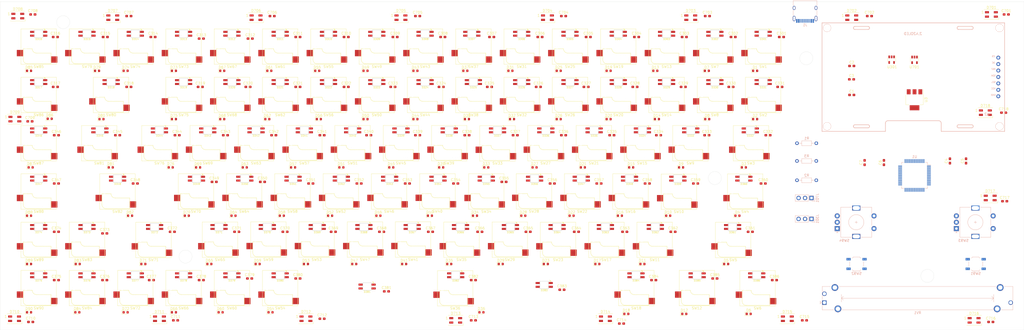
<source format=kicad_pcb>
(kicad_pcb (version 20171130) (host pcbnew "(5.1.12)-1")
  (layers (0 F.Cu signal) (31 B.Cu signal) (34 B.Paste user) (35 F.Paste user) (36 B.SilkS user) (37 F.SilkS user) (38 B.Mask user) (39 F.Mask user) (44 Edge.Cuts user))
  (net 0 "")
  (net 1 +3V3)
  (net 2 "Net-(C2-Pad1)")
  (net 3 "Net-(C3-Pad1)")
  (net 4 LED)
  (net 5 "Net-(D1-Pad1)")
  (net 6 "Net-(D2-Pad1)")
  (net 7 "Net-(D3-Pad1)")
  (net 8 "Net-(D4-Pad1)")
  (net 9 BACK_LED)
  (net 10 "Net-(D5-Pad1)")
  (net 11 "Net-(D6-Pad1)")
  (net 12 "Net-(D8-Pad1)")
  (net 13 "Net-(D10-Pad1)")
  (net 14 "Net-(D11-Pad1)")
  (net 15 "Net-(D12-Pad1)")
  (net 16 "Net-(D13-Pad1)")
  (net 17 "Net-(D14-Pad1)")
  (net 18 "Net-(D15-Pad1)")
  (net 19 "Net-(D16-Pad1)")
  (net 20 "Net-(D17-Pad1)")
  (net 21 "Net-(D18-Pad1)")
  (net 22 "Net-(D19-Pad1)")
  (net 23 "Net-(D20-Pad1)")
  (net 24 "Net-(D21-Pad1)")
  (net 25 "Net-(D22-Pad1)")
  (net 26 "Net-(D25-Pad1)")
  (net 27 "Net-(D26-Pad1)")
  (net 28 "Net-(D27-Pad1)")
  (net 29 "Net-(D28-Pad1)")
  (net 30 "Net-(D29-Pad1)")
  (net 31 "Net-(D31-Pad1)")
  (net 32 "Net-(D32-Pad1)")
  (net 33 "Net-(D33-Pad1)")
  (net 34 "Net-(D34-Pad1)")
  (net 35 "Net-(D35-Pad1)")
  (net 36 "Net-(D36-Pad1)")
  (net 37 "Net-(D37-Pad1)")
  (net 38 "Net-(D38-Pad1)")
  (net 39 "Net-(D39-Pad1)")
  (net 40 "Net-(D40-Pad1)")
  (net 41 "Net-(D41-Pad1)")
  (net 42 "Net-(D43-Pad1)")
  (net 43 "Net-(D44-Pad1)")
  (net 44 "Net-(D45-Pad1)")
  (net 45 "Net-(D46-Pad1)")
  (net 46 "Net-(D47-Pad1)")
  (net 47 "Net-(D49-Pad1)")
  (net 48 "Net-(D50-Pad1)")
  (net 49 "Net-(D51-Pad1)")
  (net 50 "Net-(D52-Pad1)")
  (net 51 "Net-(D53-Pad1)")
  (net 52 "Net-(D54-Pad1)")
  (net 53 "Net-(D55-Pad1)")
  (net 54 "Net-(D56-Pad1)")
  (net 55 "Net-(D57-Pad1)")
  (net 56 "Net-(D58-Pad1)")
  (net 57 "Net-(D59-Pad1)")
  (net 58 "Net-(D60-Pad1)")
  (net 59 "Net-(D61-Pad1)")
  (net 60 "Net-(D62-Pad1)")
  (net 61 "Net-(D63-Pad1)")
  (net 62 "Net-(D64-Pad1)")
  (net 63 "Net-(D65-Pad1)")
  (net 64 "Net-(D66-Pad1)")
  (net 65 "Net-(D67-Pad1)")
  (net 66 "Net-(D68-Pad1)")
  (net 67 "Net-(D69-Pad1)")
  (net 68 "Net-(D70-Pad1)")
  (net 69 "Net-(D71-Pad1)")
  (net 70 "Net-(D72-Pad2)")
  (net 71 ROW0)
  (net 72 "Net-(D73-Pad2)")
  (net 73 ROW1)
  (net 74 "Net-(D74-Pad2)")
  (net 75 ROW2)
  (net 76 "Net-(D75-Pad2)")
  (net 77 ROW3)
  (net 78 "Net-(D76-Pad2)")
  (net 79 ROW4)
  (net 80 ROW5)
  (net 81 "Net-(D79-Pad2)")
  (net 82 "Net-(D80-Pad2)")
  (net 83 "Net-(D81-Pad2)")
  (net 84 "Net-(D82-Pad2)")
  (net 85 "Net-(D83-Pad2)")
  (net 86 "Net-(D84-Pad2)")
  (net 87 "Net-(D85-Pad2)")
  (net 88 "Net-(D86-Pad2)")
  (net 89 "Net-(D87-Pad2)")
  (net 90 "Net-(D88-Pad2)")
  (net 91 "Net-(D89-Pad2)")
  (net 92 "Net-(D90-Pad2)")
  (net 93 "Net-(J1-PadB8)")
  (net 94 "Net-(J1-PadA5)")
  (net 95 DATA_N)
  (net 96 DATA_P)
  (net 97 "Net-(J1-PadA8)")
  (net 98 "Net-(J1-PadB5)")
  (net 99 COL0)
  (net 100 COL1)
  (net 101 COL2)
  (net 102 COL3)
  (net 103 COL4)
  (net 104 COL5)
  (net 105 COL6)
  (net 106 COL7)
  (net 107 COL8)
  (net 108 COL9)
  (net 109 COL10)
  (net 110 COL11)
  (net 111 COL12)
  (net 112 COL13)
  (net 113 COL14)
  (net 114 "Net-(U1-Pad54)")
  (net 115 "Net-(U1-Pad21)")
  (net 116 "Net-(U1-Pad20)")
  (net 117 "Net-(U1-Pad17)")
  (net 118 "Net-(U1-Pad16)")
  (net 119 "Net-(U1-Pad15)")
  (net 120 "Net-(U1-Pad14)")
  (net 121 "Net-(U1-Pad10)")
  (net 122 "Net-(U1-Pad9)")
  (net 123 "Net-(U1-Pad8)")
  (net 124 "Net-(U1-Pad6)")
  (net 125 "Net-(U1-Pad5)")
  (net 126 "Net-(U1-Pad4)")
  (net 127 "Net-(U1-Pad3)")
  (net 128 OLED_DAT)
  (net 129 OLED_CLK)
  (net 130 ENC_A_1)
  (net 131 ENC_B_1)
  (net 132 ENC_SW_1)
  (net 133 ENC_A_2)
  (net 134 ENC_B_2)
  (net 135 ENC_SW_2)
  (net 136 USB_GND)
  (net 137 USB_5v)
  (net 138 OLED_RES)
  (net 139 OLED_DC)
  (net 140 OLED_CS)
  (net 141 POT_INPUT)
  (net 142 "Net-(C704-Pad1)")
  (net 143 "Net-(C708-Pad1)")
  (net 144 "Net-(C709-Pad1)")
  (net 145 "Net-(C710-Pad1)")
  (net 146 "Net-(C711-Pad1)")
  (net 147 "Net-(C712-Pad1)")
  (net 148 "Net-(C716-Pad1)")
  (net 149 "Net-(D301-Pad1)")
  (net 150 "Net-(D301-Pad3)")
  (net 151 "Net-(D302-Pad1)")
  (net 152 "Net-(D303-Pad1)")
  (net 153 "Net-(D304-Pad1)")
  (net 154 "Net-(D305-Pad1)")
  (net 155 "Net-(D306-Pad1)")
  (net 156 "Net-(D307-Pad1)")
  (net 157 "Net-(D308-Pad1)")
  (net 158 "Net-(D309-Pad1)")
  (net 159 "Net-(D310-Pad1)")
  (net 160 "Net-(D311-Pad1)")
  (net 161 "Net-(D312-Pad1)")
  (net 162 "Net-(D313-Pad1)")
  (net 163 "Net-(D314-Pad1)")
  (net 164 "Net-(D315-Pad1)")
  (net 165 "Net-(D316-Pad1)")
  (net 166 "Net-(D317-Pad1)")
  (net 167 "Net-(D318-Pad1)")
  (net 168 "Net-(D319-Pad1)")
  (net 169 "Net-(D320-Pad1)")
  (net 170 "Net-(D321-Pad1)")
  (net 171 "Net-(D322-Pad1)")
  (net 172 "Net-(D323-Pad1)")
  (net 173 "Net-(D324-Pad1)")
  (net 174 "Net-(D325-Pad1)")
  (net 175 "Net-(D326-Pad1)")
  (net 176 "Net-(D327-Pad1)")
  (net 177 "Net-(D328-Pad1)")
  (net 178 "Net-(D329-Pad1)")
  (net 179 "Net-(D330-Pad1)")
  (net 180 "Net-(D331-Pad1)")
  (net 181 "Net-(D332-Pad1)")
  (net 182 "Net-(D333-Pad1)")
  (net 183 "Net-(D334-Pad1)")
  (net 184 "Net-(D335-Pad1)")
  (net 185 "Net-(D336-Pad1)")
  (net 186 "Net-(D337-Pad1)")
  (net 187 "Net-(D338-Pad1)")
  (net 188 "Net-(D339-Pad1)")
  (net 189 "Net-(D340-Pad1)")
  (net 190 "Net-(D341-Pad1)")
  (net 191 "Net-(D342-Pad1)")
  (net 192 "Net-(D343-Pad1)")
  (net 193 "Net-(D344-Pad1)")
  (net 194 "Net-(D345-Pad1)")
  (net 195 "Net-(D346-Pad1)")
  (net 196 "Net-(D347-Pad1)")
  (net 197 "Net-(D348-Pad1)")
  (net 198 "Net-(D349-Pad1)")
  (net 199 "Net-(D350-Pad1)")
  (net 200 "Net-(D351-Pad1)")
  (net 201 "Net-(D352-Pad1)")
  (net 202 "Net-(D353-Pad1)")
  (net 203 "Net-(D354-Pad1)")
  (net 204 "Net-(D355-Pad1)")
  (net 205 "Net-(D356-Pad1)")
  (net 206 "Net-(D357-Pad1)")
  (net 207 "Net-(D358-Pad1)")
  (net 208 "Net-(D359-Pad1)")
  (net 209 "Net-(D360-Pad1)")
  (net 210 "Net-(D361-Pad1)")
  (net 211 "Net-(D362-Pad1)")
  (net 212 "Net-(D363-Pad1)")
  (net 213 "Net-(D364-Pad1)")
  (net 214 "Net-(D365-Pad1)")
  (net 215 "Net-(D366-Pad1)")
  (net 216 "Net-(D367-Pad1)")
  (net 217 "Net-(D368-Pad1)")
  (net 218 "Net-(D369-Pad1)")
  (net 219 "Net-(D370-Pad1)")
  (net 220 "Net-(D371-Pad1)")
  (net 221 "Net-(D372-Pad1)")
  (net 222 "Net-(D701-Pad1)")
  (net 223 "Net-(D701-Pad3)")
  (net 224 "Net-(D702-Pad1)")
  (net 225 "Net-(D703-Pad1)")
  (net 226 "Net-(D704-Pad1)")
  (net 227 "Net-(D705-Pad1)")
  (net 228 "Net-(D706-Pad1)")
  (net 229 "Net-(D707-Pad1)")
  (net 230 "Net-(D708-Pad1)")
  (net 231 "Net-(D709-Pad1)")
  (net 232 "Net-(D710-Pad1)")
  (net 233 "Net-(D711-Pad1)")
  (net 234 "Net-(D712-Pad1)")
  (net 235 "Net-(D713-Pad1)")
  (net 236 "Net-(D714-Pad1)")
  (net 237 "Net-(D715-Pad1)")
  (net 238 "Net-(D716-Pad1)")
  (net 239 "Net-(D717-Pad1)")
  (net 240 "Net-(D718-Pad1)")
  (net 241 "Net-(D373-Pad1)")
  (net 242 "Net-(D374-Pad1)")
  (net 243 "Net-(D375-Pad1)")
  (net 244 "Net-(D376-Pad1)")
  (net 245 "Net-(D377-Pad1)")
  (net 246 "Net-(D378-Pad1)")
  (net 247 "Net-(D379-Pad1)")
  (net 248 "Net-(D380-Pad1)")
  (net 249 "Net-(D381-Pad1)")
  (net 250 "Net-(D382-Pad1)")
  (net 251 "Net-(D383-Pad1)")
  (net 252 "Net-(D384-Pad1)")
  (net 253 "Net-(D385-Pad1)")
  (net 254 "Net-(D386-Pad1)")
  (net 255 "Net-(D1-Pad2)")
  (net 256 "Net-(D2-Pad2)")
  (net 257 "Net-(D3-Pad2)")
  (net 258 "Net-(D4-Pad2)")
  (net 259 "Net-(D5-Pad2)")
  (net 260 "Net-(D6-Pad2)")
  (net 261 "Net-(D7-Pad2)")
  (net 262 "Net-(D7-Pad1)")
  (net 263 "Net-(D8-Pad2)")
  (net 264 "Net-(D9-Pad2)")
  (net 265 "Net-(D9-Pad1)")
  (net 266 "Net-(D10-Pad2)")
  (net 267 "Net-(D11-Pad2)")
  (net 268 "Net-(D12-Pad2)")
  (net 269 "Net-(D13-Pad2)")
  (net 270 "Net-(D14-Pad2)")
  (net 271 "Net-(D15-Pad2)")
  (net 272 "Net-(D16-Pad2)")
  (net 273 "Net-(D17-Pad2)")
  (net 274 "Net-(D18-Pad2)")
  (net 275 "Net-(D19-Pad2)")
  (net 276 "Net-(D20-Pad2)")
  (net 277 "Net-(D21-Pad2)")
  (net 278 "Net-(D22-Pad2)")
  (net 279 "Net-(D23-Pad2)")
  (net 280 "Net-(D23-Pad1)")
  (net 281 "Net-(D25-Pad2)")
  (net 282 "Net-(D26-Pad2)")
  (net 283 "Net-(D27-Pad2)")
  (net 284 "Net-(D28-Pad2)")
  (net 285 "Net-(D29-Pad2)")
  (net 286 "Net-(D31-Pad2)")
  (net 287 "Net-(D32-Pad2)")
  (net 288 "Net-(D33-Pad2)")
  (net 289 "Net-(D34-Pad2)")
  (net 290 "Net-(D35-Pad2)")
  (net 291 "Net-(D36-Pad2)")
  (net 292 "Net-(D37-Pad2)")
  (net 293 "Net-(D38-Pad2)")
  (net 294 "Net-(D39-Pad2)")
  (net 295 "Net-(D40-Pad2)")
  (net 296 "Net-(D41-Pad2)")
  (net 297 "Net-(D43-Pad2)")
  (net 298 "Net-(D44-Pad2)")
  (net 299 "Net-(D45-Pad2)")
  (net 300 "Net-(D46-Pad2)")
  (net 301 "Net-(D47-Pad2)")
  (net 302 "Net-(D49-Pad2)")
  (net 303 "Net-(D50-Pad2)")
  (net 304 "Net-(D51-Pad2)")
  (net 305 "Net-(D52-Pad2)")
  (net 306 "Net-(D53-Pad2)")
  (net 307 "Net-(D54-Pad2)")
  (net 308 "Net-(D55-Pad2)")
  (net 309 "Net-(D56-Pad2)")
  (net 310 "Net-(D57-Pad2)")
  (net 311 "Net-(D58-Pad2)")
  (net 312 "Net-(D59-Pad2)")
  (net 313 "Net-(D60-Pad2)")
  (net 314 "Net-(D61-Pad2)")
  (net 315 "Net-(D62-Pad2)")
  (net 316 "Net-(D63-Pad2)")
  (net 317 "Net-(D64-Pad2)")
  (net 318 "Net-(D65-Pad2)")
  (net 319 "Net-(D66-Pad2)")
  (net 320 "Net-(D67-Pad2)")
  (net 321 "Net-(D68-Pad2)")
  (net 322 "Net-(D69-Pad2)")
  (net 323 "Net-(D70-Pad2)")
  (net 324 "Net-(D71-Pad2)")
  (net 325 "Net-(D72-Pad1)")
  (net 326 "Net-(D73-Pad1)")
  (net 327 "Net-(D74-Pad1)")
  (net 328 "Net-(D75-Pad1)")
  (net 329 "Net-(D76-Pad1)")
  (net 330 "Net-(D79-Pad1)")
  (net 331 "Net-(D80-Pad1)")
  (net 332 "Net-(D81-Pad1)")
  (net 333 "Net-(D82-Pad1)")
  (net 334 "Net-(D83-Pad1)")
  (net 335 "Net-(D84-Pad1)")
  (net 336 "Net-(C331-Pad1)")
  (module Capacitor_SMD:C_0603_1608Metric_Pad1.08x0.95mm_HandSolder (layer F.Cu) (at 267.5625 -19.05)
    (fp_text reference C301 (at 0 -1.43) (layer F.SilkS))
    (fp_text value 100nF)
    (pad 2 smd roundrect (at 0.8625 0) (size 1.075 0.95) (layers F.Cu F.Paste F.Mask) (net 136 USB_GND))
    (pad 1 smd roundrect (at -0.8625 0) (size 1.075 0.95) (layers F.Cu F.Paste F.Mask) (net 137 USB_5v))
  )
  (module custom_keys:SW_Cherry_MX_1.00u_PCB (layer F.Cu) (at 67.31 85.09 180)
    (fp_text reference SW54 (at -2.54 -2.794) (layer F.SilkS))
    (fp_text value SW_Push)
    (pad 2 smd rect (at 4.82 2.54 180) (size 2.55 2.5) (layers F.Cu F.Paste F.Mask) (net 107 COL8))
    (pad 1 smd rect (at -8.63 0 180) (size 2.55 2.5) (layers F.Cu F.Paste F.Mask) (net 307 "Net-(D54-Pad2)"))
    (pad "" np_thru_hole circle (at -5.08 0 180) (size 2.95 2.95) (drill 2.95) (layers *.Cu *.Mask))
    (pad "" np_thru_hole circle (at 1.27 2.54 180) (size 2.95 2.95) (drill 2.95) (layers *.Cu *.Mask))
    (pad "" np_thru_hole circle (at -2.54 5.08 180) (size 4 4) (drill 4) (layers *.Cu *.Mask))
    (pad "" np_thru_hole circle (at -7.62 5.08 180) (size 1.7 1.7) (drill 1.7) (layers *.Cu *.Mask))
    (pad "" np_thru_hole circle (at 2.54 5.08 180) (size 1.7 1.7) (drill 1.7) (layers *.Cu *.Mask))
  )
  (module custom_keys:SW_Cherry_MX_1.00u_PCB (layer F.Cu) (at -27.94 85.09 180)
    (fp_text reference SW90 (at -2.54 -2.794) (layer F.SilkS))
    (fp_text value SW_Push)
    (pad 2 smd rect (at 4.82 2.54 180) (size 2.55 2.5) (layers F.Cu F.Paste F.Mask) (net 113 COL14))
    (pad 1 smd rect (at -8.63 0 180) (size 2.55 2.5) (layers F.Cu F.Paste F.Mask) (net 92 "Net-(D90-Pad2)"))
    (pad "" np_thru_hole circle (at -5.08 0 180) (size 2.95 2.95) (drill 2.95) (layers *.Cu *.Mask))
    (pad "" np_thru_hole circle (at 1.27 2.54 180) (size 2.95 2.95) (drill 2.95) (layers *.Cu *.Mask))
    (pad "" np_thru_hole circle (at -2.54 5.08 180) (size 4 4) (drill 4) (layers *.Cu *.Mask))
    (pad "" np_thru_hole circle (at -7.62 5.08 180) (size 1.7 1.7) (drill 1.7) (layers *.Cu *.Mask))
    (pad "" np_thru_hole circle (at 2.54 5.08 180) (size 1.7 1.7) (drill 1.7) (layers *.Cu *.Mask))
  )
  (module custom_keys:SW_Cherry_MX_1.00u_PCB (layer F.Cu) (at -27.94 66.04 180)
    (fp_text reference SW89 (at -2.54 -2.794) (layer F.SilkS))
    (fp_text value SW_Push)
    (pad 2 smd rect (at 4.82 2.54 180) (size 2.55 2.5) (layers F.Cu F.Paste F.Mask) (net 113 COL14))
    (pad 1 smd rect (at -8.63 0 180) (size 2.55 2.5) (layers F.Cu F.Paste F.Mask) (net 91 "Net-(D89-Pad2)"))
    (pad "" np_thru_hole circle (at -5.08 0 180) (size 2.95 2.95) (drill 2.95) (layers *.Cu *.Mask))
    (pad "" np_thru_hole circle (at 1.27 2.54 180) (size 2.95 2.95) (drill 2.95) (layers *.Cu *.Mask))
    (pad "" np_thru_hole circle (at -2.54 5.08 180) (size 4 4) (drill 4) (layers *.Cu *.Mask))
    (pad "" np_thru_hole circle (at -7.62 5.08 180) (size 1.7 1.7) (drill 1.7) (layers *.Cu *.Mask))
    (pad "" np_thru_hole circle (at 2.54 5.08 180) (size 1.7 1.7) (drill 1.7) (layers *.Cu *.Mask))
  )
  (module custom_keys:SW_Cherry_MX_1.00u_PCB (layer F.Cu) (at -27.94 46.99 180)
    (fp_text reference SW88 (at -2.54 -2.794) (layer F.SilkS))
    (fp_text value SW_Push)
    (pad 2 smd rect (at 4.82 2.54 180) (size 2.55 2.5) (layers F.Cu F.Paste F.Mask) (net 113 COL14))
    (pad 1 smd rect (at -8.63 0 180) (size 2.55 2.5) (layers F.Cu F.Paste F.Mask) (net 90 "Net-(D88-Pad2)"))
    (pad "" np_thru_hole circle (at -5.08 0 180) (size 2.95 2.95) (drill 2.95) (layers *.Cu *.Mask))
    (pad "" np_thru_hole circle (at 1.27 2.54 180) (size 2.95 2.95) (drill 2.95) (layers *.Cu *.Mask))
    (pad "" np_thru_hole circle (at -2.54 5.08 180) (size 4 4) (drill 4) (layers *.Cu *.Mask))
    (pad "" np_thru_hole circle (at -7.62 5.08 180) (size 1.7 1.7) (drill 1.7) (layers *.Cu *.Mask))
    (pad "" np_thru_hole circle (at 2.54 5.08 180) (size 1.7 1.7) (drill 1.7) (layers *.Cu *.Mask))
  )
  (module custom_keys:SW_Cherry_MX_1.00u_PCB (layer F.Cu) (at -27.94 27.94 180)
    (fp_text reference SW87 (at -2.54 -2.794) (layer F.SilkS))
    (fp_text value SW_Push)
    (pad 2 smd rect (at 4.82 2.54 180) (size 2.55 2.5) (layers F.Cu F.Paste F.Mask) (net 113 COL14))
    (pad 1 smd rect (at -8.63 0 180) (size 2.55 2.5) (layers F.Cu F.Paste F.Mask) (net 89 "Net-(D87-Pad2)"))
    (pad "" np_thru_hole circle (at -5.08 0 180) (size 2.95 2.95) (drill 2.95) (layers *.Cu *.Mask))
    (pad "" np_thru_hole circle (at 1.27 2.54 180) (size 2.95 2.95) (drill 2.95) (layers *.Cu *.Mask))
    (pad "" np_thru_hole circle (at -2.54 5.08 180) (size 4 4) (drill 4) (layers *.Cu *.Mask))
    (pad "" np_thru_hole circle (at -7.62 5.08 180) (size 1.7 1.7) (drill 1.7) (layers *.Cu *.Mask))
    (pad "" np_thru_hole circle (at 2.54 5.08 180) (size 1.7 1.7) (drill 1.7) (layers *.Cu *.Mask))
  )
  (module custom_keys:SW_Cherry_MX_1.00u_PCB (layer F.Cu) (at -27.94 8.89 180)
    (fp_text reference SW86 (at -2.54 -2.794) (layer F.SilkS))
    (fp_text value SW_Push)
    (pad 2 smd rect (at 4.82 2.54 180) (size 2.55 2.5) (layers F.Cu F.Paste F.Mask) (net 113 COL14))
    (pad 1 smd rect (at -8.63 0 180) (size 2.55 2.5) (layers F.Cu F.Paste F.Mask) (net 88 "Net-(D86-Pad2)"))
    (pad "" np_thru_hole circle (at -5.08 0 180) (size 2.95 2.95) (drill 2.95) (layers *.Cu *.Mask))
    (pad "" np_thru_hole circle (at 1.27 2.54 180) (size 2.95 2.95) (drill 2.95) (layers *.Cu *.Mask))
    (pad "" np_thru_hole circle (at -2.54 5.08 180) (size 4 4) (drill 4) (layers *.Cu *.Mask))
    (pad "" np_thru_hole circle (at -7.62 5.08 180) (size 1.7 1.7) (drill 1.7) (layers *.Cu *.Mask))
    (pad "" np_thru_hole circle (at 2.54 5.08 180) (size 1.7 1.7) (drill 1.7) (layers *.Cu *.Mask))
  )
  (module custom_keys:SW_Cherry_MX_1.00u_PCB (layer F.Cu) (at -27.94 -10.16 180)
    (fp_text reference SW85 (at -2.54 -2.794) (layer F.SilkS))
    (fp_text value SW_Push)
    (pad 2 smd rect (at 4.82 2.54 180) (size 2.55 2.5) (layers F.Cu F.Paste F.Mask) (net 113 COL14))
    (pad 1 smd rect (at -8.63 0 180) (size 2.55 2.5) (layers F.Cu F.Paste F.Mask) (net 87 "Net-(D85-Pad2)"))
    (pad "" np_thru_hole circle (at -5.08 0 180) (size 2.95 2.95) (drill 2.95) (layers *.Cu *.Mask))
    (pad "" np_thru_hole circle (at 1.27 2.54 180) (size 2.95 2.95) (drill 2.95) (layers *.Cu *.Mask))
    (pad "" np_thru_hole circle (at -2.54 5.08 180) (size 4 4) (drill 4) (layers *.Cu *.Mask))
    (pad "" np_thru_hole circle (at -7.62 5.08 180) (size 1.7 1.7) (drill 1.7) (layers *.Cu *.Mask))
    (pad "" np_thru_hole circle (at 2.54 5.08 180) (size 1.7 1.7) (drill 1.7) (layers *.Cu *.Mask))
  )
  (module custom_keys:SW_Cherry_MX_1.00u_PCB (layer F.Cu) (at -8.89 85.09 180)
    (fp_text reference SW84 (at -2.54 -2.794) (layer F.SilkS))
    (fp_text value SW_Push)
    (pad 2 smd rect (at 4.82 2.54 180) (size 2.55 2.5) (layers F.Cu F.Paste F.Mask) (net 112 COL13))
    (pad 1 smd rect (at -8.63 0 180) (size 2.55 2.5) (layers F.Cu F.Paste F.Mask) (net 86 "Net-(D84-Pad2)"))
    (pad "" np_thru_hole circle (at -5.08 0 180) (size 2.95 2.95) (drill 2.95) (layers *.Cu *.Mask))
    (pad "" np_thru_hole circle (at 1.27 2.54 180) (size 2.95 2.95) (drill 2.95) (layers *.Cu *.Mask))
    (pad "" np_thru_hole circle (at -2.54 5.08 180) (size 4 4) (drill 4) (layers *.Cu *.Mask))
    (pad "" np_thru_hole circle (at -7.62 5.08 180) (size 1.7 1.7) (drill 1.7) (layers *.Cu *.Mask))
    (pad "" np_thru_hole circle (at 2.54 5.08 180) (size 1.7 1.7) (drill 1.7) (layers *.Cu *.Mask))
  )
  (module custom_keys:SW_Cherry_MX_1.00u_PCB (layer F.Cu) (at -8.863997 66.022703 180)
    (fp_text reference SW83 (at -2.54 -2.794) (layer F.SilkS))
    (fp_text value SW_Push)
    (pad 2 smd rect (at 4.82 2.54 180) (size 2.55 2.5) (layers F.Cu F.Paste F.Mask) (net 112 COL13))
    (pad 1 smd rect (at -8.63 0 180) (size 2.55 2.5) (layers F.Cu F.Paste F.Mask) (net 85 "Net-(D83-Pad2)"))
    (pad "" np_thru_hole circle (at -5.08 0 180) (size 2.95 2.95) (drill 2.95) (layers *.Cu *.Mask))
    (pad "" np_thru_hole circle (at 1.27 2.54 180) (size 2.95 2.95) (drill 2.95) (layers *.Cu *.Mask))
    (pad "" np_thru_hole circle (at -2.54 5.08 180) (size 4 4) (drill 4) (layers *.Cu *.Mask))
    (pad "" np_thru_hole circle (at -7.62 5.08 180) (size 1.7 1.7) (drill 1.7) (layers *.Cu *.Mask))
    (pad "" np_thru_hole circle (at 2.54 5.08 180) (size 1.7 1.7) (drill 1.7) (layers *.Cu *.Mask))
  )
  (module custom_keys:SW_Cherry_MX_2.25u_PCB (layer F.Cu) (at 3.119928 46.996635 180)
    (fp_text reference SW82 (at -2.54 -2.794) (layer F.SilkS))
    (fp_text value SW_Push)
    (pad 2 smd rect (at 4.82 2.54 180) (size 2.55 2.5) (layers F.Cu F.Paste F.Mask) (net 112 COL13))
    (pad 1 smd rect (at -8.63 0 180) (size 2.55 2.5) (layers F.Cu F.Paste F.Mask) (net 84 "Net-(D82-Pad2)"))
    (pad "" np_thru_hole circle (at -5.08 0 180) (size 2.95 2.95) (drill 2.95) (layers *.Cu *.Mask))
    (pad "" np_thru_hole circle (at 1.27 2.54 180) (size 2.95 2.95) (drill 2.95) (layers *.Cu *.Mask))
    (pad "" np_thru_hole circle (at 9.36 -1.92 180) (size 3.05 3.05) (drill 3.05) (layers *.Cu *.Mask))
    (pad "" np_thru_hole circle (at -14.44 -1.92 180) (size 3.05 3.05) (drill 3.05) (layers *.Cu *.Mask))
    (pad "" np_thru_hole circle (at -14.44 13.32 180) (size 4 4) (drill 4) (layers *.Cu *.Mask))
    (pad "" np_thru_hole circle (at 9.36 13.32 180) (size 4 4) (drill 4) (layers *.Cu *.Mask))
    (pad "" np_thru_hole circle (at 2.54 5.08 180) (size 1.7 1.7) (drill 1.7) (layers *.Cu *.Mask))
    (pad "" np_thru_hole circle (at -7.62 5.08 180) (size 1.7 1.7) (drill 1.7) (layers *.Cu *.Mask))
    (pad "" np_thru_hole circle (at -2.54 5.08 180) (size 4 4) (drill 4) (layers *.Cu *.Mask))
    (pad "" np_thru_hole circle (at -2.54 5.08 180) (size 4 4) (drill 4) (layers *.Cu *.Mask))
    (pad "" np_thru_hole circle (at -7.62 5.08 180) (size 1.7 1.7) (drill 1.7) (layers *.Cu *.Mask))
    (pad "" np_thru_hole circle (at 2.54 5.08 180) (size 1.7 1.7) (drill 1.7) (layers *.Cu *.Mask))
  )
  (module custom_keys:SW_Cherry_MX_1.50u_PCB (layer F.Cu) (at -4.07 27.94 180)
    (fp_text reference SW81 (at -2.54 -2.794) (layer F.SilkS))
    (fp_text value SW_Push)
    (pad "" np_thru_hole circle (at -5.08 0 180) (size 2.95 2.95) (drill 2.95) (layers *.Cu *.Mask))
    (pad "" np_thru_hole circle (at 1.27 2.54 180) (size 2.95 2.95) (drill 2.95) (layers *.Cu *.Mask))
    (pad 1 smd rect (at -8.63 0 180) (size 2.55 2.5) (layers F.Cu F.Paste F.Mask) (net 83 "Net-(D81-Pad2)"))
    (pad 2 smd rect (at 4.82 2.54 180) (size 2.55 2.5) (layers F.Cu F.Paste F.Mask) (net 112 COL13))
    (pad "" np_thru_hole circle (at -2.54 5.08 180) (size 4 4) (drill 4) (layers *.Cu *.Mask))
    (pad "" np_thru_hole circle (at -7.62 5.08 180) (size 1.7 1.7) (drill 1.7) (layers *.Cu *.Mask))
    (pad "" np_thru_hole circle (at 2.54 5.08 180) (size 1.7 1.7) (drill 1.7) (layers *.Cu *.Mask))
  )
  (module custom_keys:SW_Cherry_MX_2.00u_PCB (layer F.Cu) (at 0.604062 8.882196 180)
    (fp_text reference SW80 (at -2.54 -2.794) (layer F.SilkS))
    (fp_text value SW_Push)
    (pad "" np_thru_hole circle (at -5.08 0 180) (size 2.95 2.95) (drill 2.95) (layers *.Cu *.Mask))
    (pad "" np_thru_hole circle (at 1.27 2.54 180) (size 2.95 2.95) (drill 2.95) (layers *.Cu *.Mask))
    (pad 1 smd rect (at -8.63 0 180) (size 2.55 2.5) (layers F.Cu F.Paste F.Mask) (net 82 "Net-(D80-Pad2)"))
    (pad 2 smd rect (at 4.82 2.54 180) (size 2.55 2.5) (layers F.Cu F.Paste F.Mask) (net 112 COL13))
    (pad "" np_thru_hole circle (at 9.36 -1.92 180) (size 3.05 3.05) (drill 3.05) (layers *.Cu *.Mask))
    (pad "" np_thru_hole circle (at -14.44 -1.92 180) (size 3.05 3.05) (drill 3.05) (layers *.Cu *.Mask))
    (pad "" np_thru_hole circle (at -14.44 13.32 180) (size 4 4) (drill 4) (layers *.Cu *.Mask))
    (pad "" np_thru_hole circle (at 9.36 13.32 180) (size 4 4) (drill 4) (layers *.Cu *.Mask))
    (pad "" np_thru_hole circle (at 2.54 5.08 180) (size 1.7 1.7) (drill 1.7) (layers *.Cu *.Mask))
    (pad "" np_thru_hole circle (at -7.62 5.08 180) (size 1.7 1.7) (drill 1.7) (layers *.Cu *.Mask))
    (pad "" np_thru_hole circle (at -2.54 5.08 180) (size 4 4) (drill 4) (layers *.Cu *.Mask))
    (pad "" np_thru_hole circle (at -2.54 5.08 180) (size 4 4) (drill 4) (layers *.Cu *.Mask))
    (pad "" np_thru_hole circle (at -7.62 5.08 180) (size 1.7 1.7) (drill 1.7) (layers *.Cu *.Mask))
    (pad "" np_thru_hole circle (at 2.54 5.08 180) (size 1.7 1.7) (drill 1.7) (layers *.Cu *.Mask))
  )
  (module custom_keys:SW_Cherry_MX_1.00u_PCB (layer F.Cu) (at -8.89 -10.16 180)
    (fp_text reference SW79 (at -2.54 -2.794) (layer F.SilkS))
    (fp_text value SW_Push)
    (pad 2 smd rect (at 4.82 2.54 180) (size 2.55 2.5) (layers F.Cu F.Paste F.Mask) (net 112 COL13))
    (pad 1 smd rect (at -8.63 0 180) (size 2.55 2.5) (layers F.Cu F.Paste F.Mask) (net 81 "Net-(D79-Pad2)"))
    (pad "" np_thru_hole circle (at -5.08 0 180) (size 2.95 2.95) (drill 2.95) (layers *.Cu *.Mask))
    (pad "" np_thru_hole circle (at 1.27 2.54 180) (size 2.95 2.95) (drill 2.95) (layers *.Cu *.Mask))
    (pad "" np_thru_hole circle (at -2.54 5.08 180) (size 4 4) (drill 4) (layers *.Cu *.Mask))
    (pad "" np_thru_hole circle (at -7.62 5.08 180) (size 1.7 1.7) (drill 1.7) (layers *.Cu *.Mask))
    (pad "" np_thru_hole circle (at 2.54 5.08 180) (size 1.7 1.7) (drill 1.7) (layers *.Cu *.Mask))
  )
  (module custom_keys:SW_Cherry_MX_1.00u_PCB (layer F.Cu) (at 19.679 27.94 180)
    (fp_text reference SW76 (at -2.54 -2.794) (layer F.SilkS))
    (fp_text value SW_Push)
    (pad 2 smd rect (at 4.82 2.54 180) (size 2.55 2.5) (layers F.Cu F.Paste F.Mask) (net 111 COL12))
    (pad 1 smd rect (at -8.63 0 180) (size 2.55 2.5) (layers F.Cu F.Paste F.Mask) (net 78 "Net-(D76-Pad2)"))
    (pad "" np_thru_hole circle (at -5.08 0 180) (size 2.95 2.95) (drill 2.95) (layers *.Cu *.Mask))
    (pad "" np_thru_hole circle (at 1.27 2.54 180) (size 2.95 2.95) (drill 2.95) (layers *.Cu *.Mask))
    (pad "" np_thru_hole circle (at -2.54 5.08 180) (size 4 4) (drill 4) (layers *.Cu *.Mask))
    (pad "" np_thru_hole circle (at -7.62 5.08 180) (size 1.7 1.7) (drill 1.7) (layers *.Cu *.Mask))
    (pad "" np_thru_hole circle (at 2.54 5.08 180) (size 1.7 1.7) (drill 1.7) (layers *.Cu *.Mask))
  )
  (module custom_keys:SW_Cherry_MX_1.00u_PCB (layer F.Cu) (at 29.21 8.89 180)
    (fp_text reference SW75 (at -2.54 -2.794) (layer F.SilkS))
    (fp_text value SW_Push)
    (pad 2 smd rect (at 4.82 2.54 180) (size 2.55 2.5) (layers F.Cu F.Paste F.Mask) (net 111 COL12))
    (pad 1 smd rect (at -8.63 0 180) (size 2.55 2.5) (layers F.Cu F.Paste F.Mask) (net 76 "Net-(D75-Pad2)"))
    (pad "" np_thru_hole circle (at -5.08 0 180) (size 2.95 2.95) (drill 2.95) (layers *.Cu *.Mask))
    (pad "" np_thru_hole circle (at 1.27 2.54 180) (size 2.95 2.95) (drill 2.95) (layers *.Cu *.Mask))
    (pad "" np_thru_hole circle (at -2.54 5.08 180) (size 4 4) (drill 4) (layers *.Cu *.Mask))
    (pad "" np_thru_hole circle (at -7.62 5.08 180) (size 1.7 1.7) (drill 1.7) (layers *.Cu *.Mask))
    (pad "" np_thru_hole circle (at 2.54 5.08 180) (size 1.7 1.7) (drill 1.7) (layers *.Cu *.Mask))
  )
  (module custom_keys:SW_Cherry_MX_1.00u_PCB (layer F.Cu) (at 10.16 -10.16 180)
    (fp_text reference SW74 (at -2.54 -2.794) (layer F.SilkS))
    (fp_text value SW_Push)
    (pad 2 smd rect (at 4.82 2.54 180) (size 2.55 2.5) (layers F.Cu F.Paste F.Mask) (net 111 COL12))
    (pad 1 smd rect (at -8.63 0 180) (size 2.55 2.5) (layers F.Cu F.Paste F.Mask) (net 74 "Net-(D74-Pad2)"))
    (pad "" np_thru_hole circle (at -5.08 0 180) (size 2.95 2.95) (drill 2.95) (layers *.Cu *.Mask))
    (pad "" np_thru_hole circle (at 1.27 2.54 180) (size 2.95 2.95) (drill 2.95) (layers *.Cu *.Mask))
    (pad "" np_thru_hole circle (at -2.54 5.08 180) (size 4 4) (drill 4) (layers *.Cu *.Mask))
    (pad "" np_thru_hole circle (at -7.62 5.08 180) (size 1.7 1.7) (drill 1.7) (layers *.Cu *.Mask))
    (pad "" np_thru_hole circle (at 2.54 5.08 180) (size 1.7 1.7) (drill 1.7) (layers *.Cu *.Mask))
  )
  (module custom_keys:SW_Cherry_MX_1.00u_PCB (layer F.Cu) (at 29.21 -10.16 180)
    (fp_text reference SW73 (at -2.54 -2.794) (layer F.SilkS))
    (fp_text value SW_Push)
    (pad 2 smd rect (at 4.82 2.54 180) (size 2.55 2.5) (layers F.Cu F.Paste F.Mask) (net 111 COL12))
    (pad 1 smd rect (at -8.63 0 180) (size 2.55 2.5) (layers F.Cu F.Paste F.Mask) (net 72 "Net-(D73-Pad2)"))
    (pad "" np_thru_hole circle (at -5.08 0 180) (size 2.95 2.95) (drill 2.95) (layers *.Cu *.Mask))
    (pad "" np_thru_hole circle (at 1.27 2.54 180) (size 2.95 2.95) (drill 2.95) (layers *.Cu *.Mask))
    (pad "" np_thru_hole circle (at -2.54 5.08 180) (size 4 4) (drill 4) (layers *.Cu *.Mask))
    (pad "" np_thru_hole circle (at -7.62 5.08 180) (size 1.7 1.7) (drill 1.7) (layers *.Cu *.Mask))
    (pad "" np_thru_hole circle (at 2.54 5.08 180) (size 1.7 1.7) (drill 1.7) (layers *.Cu *.Mask))
  )
  (module custom_keys:SW_Cherry_MX_1.00u_PCB (layer F.Cu) (at 10.16 85.09 180)
    (fp_text reference SW72 (at -2.54 -2.794) (layer F.SilkS))
    (fp_text value SW_Push)
    (pad 2 smd rect (at 4.82 2.54 180) (size 2.55 2.5) (layers F.Cu F.Paste F.Mask) (net 110 COL11))
    (pad 1 smd rect (at -8.63 0 180) (size 2.55 2.5) (layers F.Cu F.Paste F.Mask) (net 70 "Net-(D72-Pad2)"))
    (pad "" np_thru_hole circle (at -5.08 0 180) (size 2.95 2.95) (drill 2.95) (layers *.Cu *.Mask))
    (pad "" np_thru_hole circle (at 1.27 2.54 180) (size 2.95 2.95) (drill 2.95) (layers *.Cu *.Mask))
    (pad "" np_thru_hole circle (at -2.54 5.08 180) (size 4 4) (drill 4) (layers *.Cu *.Mask))
    (pad "" np_thru_hole circle (at -7.62 5.08 180) (size 1.7 1.7) (drill 1.7) (layers *.Cu *.Mask))
    (pad "" np_thru_hole circle (at 2.54 5.08 180) (size 1.7 1.7) (drill 1.7) (layers *.Cu *.Mask))
  )
  (module custom_keys:SW_Cherry_MX_1.75u_PCB (layer F.Cu) (at 17.343076 66.059657 180)
    (fp_text reference SW71 (at -2.54 -2.794) (layer F.SilkS))
    (fp_text value SW_Push)
    (pad "" np_thru_hole circle (at -5.08 0 180) (size 2.95 2.95) (drill 2.95) (layers *.Cu *.Mask))
    (pad "" np_thru_hole circle (at 1.27 2.54 180) (size 2.95 2.95) (drill 2.95) (layers *.Cu *.Mask))
    (pad 1 smd rect (at -8.63 0 180) (size 2.55 2.5) (layers F.Cu F.Paste F.Mask) (net 324 "Net-(D71-Pad2)"))
    (pad 2 smd rect (at 4.82 2.54 180) (size 2.55 2.5) (layers F.Cu F.Paste F.Mask) (net 110 COL11))
    (pad "" np_thru_hole circle (at -2.54 5.08 180) (size 4 4) (drill 4) (layers *.Cu *.Mask))
    (pad "" np_thru_hole circle (at -7.62 5.08 180) (size 1.7 1.7) (drill 1.7) (layers *.Cu *.Mask))
    (pad "" np_thru_hole circle (at 2.54 5.08 180) (size 1.7 1.7) (drill 1.7) (layers *.Cu *.Mask))
  )
  (module custom_keys:SW_Cherry_MX_1.00u_PCB (layer F.Cu) (at 34.059778 46.982095 180)
    (fp_text reference SW70 (at -2.54 -2.794) (layer F.SilkS))
    (fp_text value SW_Push)
    (pad 2 smd rect (at 4.82 2.54 180) (size 2.55 2.5) (layers F.Cu F.Paste F.Mask) (net 110 COL11))
    (pad 1 smd rect (at -8.63 0 180) (size 2.55 2.5) (layers F.Cu F.Paste F.Mask) (net 323 "Net-(D70-Pad2)"))
    (pad "" np_thru_hole circle (at -5.08 0 180) (size 2.95 2.95) (drill 2.95) (layers *.Cu *.Mask))
    (pad "" np_thru_hole circle (at 1.27 2.54 180) (size 2.95 2.95) (drill 2.95) (layers *.Cu *.Mask))
    (pad "" np_thru_hole circle (at -2.54 5.08 180) (size 4 4) (drill 4) (layers *.Cu *.Mask))
    (pad "" np_thru_hole circle (at -7.62 5.08 180) (size 1.7 1.7) (drill 1.7) (layers *.Cu *.Mask))
    (pad "" np_thru_hole circle (at 2.54 5.08 180) (size 1.7 1.7) (drill 1.7) (layers *.Cu *.Mask))
  )
  (module custom_keys:SW_Cherry_MX_1.00u_PCB (layer F.Cu) (at 38.722656 27.922703 180)
    (fp_text reference SW69 (at -2.54 -2.794) (layer F.SilkS))
    (fp_text value SW_Push)
    (pad 2 smd rect (at 4.82 2.54 180) (size 2.55 2.5) (layers F.Cu F.Paste F.Mask) (net 110 COL11))
    (pad 1 smd rect (at -8.63 0 180) (size 2.55 2.5) (layers F.Cu F.Paste F.Mask) (net 322 "Net-(D69-Pad2)"))
    (pad "" np_thru_hole circle (at -5.08 0 180) (size 2.95 2.95) (drill 2.95) (layers *.Cu *.Mask))
    (pad "" np_thru_hole circle (at 1.27 2.54 180) (size 2.95 2.95) (drill 2.95) (layers *.Cu *.Mask))
    (pad "" np_thru_hole circle (at -2.54 5.08 180) (size 4 4) (drill 4) (layers *.Cu *.Mask))
    (pad "" np_thru_hole circle (at -7.62 5.08 180) (size 1.7 1.7) (drill 1.7) (layers *.Cu *.Mask))
    (pad "" np_thru_hole circle (at 2.54 5.08 180) (size 1.7 1.7) (drill 1.7) (layers *.Cu *.Mask))
  )
  (module custom_keys:SW_Cherry_MX_1.00u_PCB (layer F.Cu) (at 48.26 8.89 180)
    (fp_text reference SW68 (at -2.54 -2.794) (layer F.SilkS))
    (fp_text value SW_Push)
    (pad 2 smd rect (at 4.82 2.54 180) (size 2.55 2.5) (layers F.Cu F.Paste F.Mask) (net 110 COL11))
    (pad 1 smd rect (at -8.63 0 180) (size 2.55 2.5) (layers F.Cu F.Paste F.Mask) (net 321 "Net-(D68-Pad2)"))
    (pad "" np_thru_hole circle (at -5.08 0 180) (size 2.95 2.95) (drill 2.95) (layers *.Cu *.Mask))
    (pad "" np_thru_hole circle (at 1.27 2.54 180) (size 2.95 2.95) (drill 2.95) (layers *.Cu *.Mask))
    (pad "" np_thru_hole circle (at -2.54 5.08 180) (size 4 4) (drill 4) (layers *.Cu *.Mask))
    (pad "" np_thru_hole circle (at -7.62 5.08 180) (size 1.7 1.7) (drill 1.7) (layers *.Cu *.Mask))
    (pad "" np_thru_hole circle (at 2.54 5.08 180) (size 1.7 1.7) (drill 1.7) (layers *.Cu *.Mask))
  )
  (module custom_keys:SW_Cherry_MX_1.00u_PCB (layer F.Cu) (at 48.26 -10.16 180)
    (fp_text reference SW67 (at -2.54 -2.794) (layer F.SilkS))
    (fp_text value SW_Push)
    (pad 2 smd rect (at 4.82 2.54 180) (size 2.55 2.5) (layers F.Cu F.Paste F.Mask) (net 110 COL11))
    (pad 1 smd rect (at -8.63 0 180) (size 2.55 2.5) (layers F.Cu F.Paste F.Mask) (net 320 "Net-(D67-Pad2)"))
    (pad "" np_thru_hole circle (at -5.08 0 180) (size 2.95 2.95) (drill 2.95) (layers *.Cu *.Mask))
    (pad "" np_thru_hole circle (at 1.27 2.54 180) (size 2.95 2.95) (drill 2.95) (layers *.Cu *.Mask))
    (pad "" np_thru_hole circle (at -2.54 5.08 180) (size 4 4) (drill 4) (layers *.Cu *.Mask))
    (pad "" np_thru_hole circle (at -7.62 5.08 180) (size 1.7 1.7) (drill 1.7) (layers *.Cu *.Mask))
    (pad "" np_thru_hole circle (at 2.54 5.08 180) (size 1.7 1.7) (drill 1.7) (layers *.Cu *.Mask))
  )
  (module custom_keys:SW_Cherry_MX_1.00u_PCB (layer F.Cu) (at 29.21 85.09 180)
    (fp_text reference SW66 (at -2.54 -2.794) (layer F.SilkS))
    (fp_text value SW_Push)
    (pad 2 smd rect (at 4.82 2.54 180) (size 2.55 2.5) (layers F.Cu F.Paste F.Mask) (net 109 COL10))
    (pad 1 smd rect (at -8.63 0 180) (size 2.55 2.5) (layers F.Cu F.Paste F.Mask) (net 319 "Net-(D66-Pad2)"))
    (pad "" np_thru_hole circle (at -5.08 0 180) (size 2.95 2.95) (drill 2.95) (layers *.Cu *.Mask))
    (pad "" np_thru_hole circle (at 1.27 2.54 180) (size 2.95 2.95) (drill 2.95) (layers *.Cu *.Mask))
    (pad "" np_thru_hole circle (at -2.54 5.08 180) (size 4 4) (drill 4) (layers *.Cu *.Mask))
    (pad "" np_thru_hole circle (at -7.62 5.08 180) (size 1.7 1.7) (drill 1.7) (layers *.Cu *.Mask))
    (pad "" np_thru_hole circle (at 2.54 5.08 180) (size 1.7 1.7) (drill 1.7) (layers *.Cu *.Mask))
  )
  (module custom_keys:SW_Cherry_MX_1.00u_PCB (layer F.Cu) (at 43.569767 65.997188 180)
    (fp_text reference SW65 (at -2.54 -2.794) (layer F.SilkS))
    (fp_text value SW_Push)
    (pad 2 smd rect (at 4.82 2.54 180) (size 2.55 2.5) (layers F.Cu F.Paste F.Mask) (net 109 COL10))
    (pad 1 smd rect (at -8.63 0 180) (size 2.55 2.5) (layers F.Cu F.Paste F.Mask) (net 318 "Net-(D65-Pad2)"))
    (pad "" np_thru_hole circle (at -5.08 0 180) (size 2.95 2.95) (drill 2.95) (layers *.Cu *.Mask))
    (pad "" np_thru_hole circle (at 1.27 2.54 180) (size 2.95 2.95) (drill 2.95) (layers *.Cu *.Mask))
    (pad "" np_thru_hole circle (at -2.54 5.08 180) (size 4 4) (drill 4) (layers *.Cu *.Mask))
    (pad "" np_thru_hole circle (at -7.62 5.08 180) (size 1.7 1.7) (drill 1.7) (layers *.Cu *.Mask))
    (pad "" np_thru_hole circle (at 2.54 5.08 180) (size 1.7 1.7) (drill 1.7) (layers *.Cu *.Mask))
  )
  (module custom_keys:SW_Cherry_MX_1.00u_PCB (layer F.Cu) (at 53.109778 46.955013 180)
    (fp_text reference SW64 (at -2.54 -2.794) (layer F.SilkS))
    (fp_text value SW_Push)
    (pad 2 smd rect (at 4.82 2.54 180) (size 2.55 2.5) (layers F.Cu F.Paste F.Mask) (net 109 COL10))
    (pad 1 smd rect (at -8.63 0 180) (size 2.55 2.5) (layers F.Cu F.Paste F.Mask) (net 317 "Net-(D64-Pad2)"))
    (pad "" np_thru_hole circle (at -5.08 0 180) (size 2.95 2.95) (drill 2.95) (layers *.Cu *.Mask))
    (pad "" np_thru_hole circle (at 1.27 2.54 180) (size 2.95 2.95) (drill 2.95) (layers *.Cu *.Mask))
    (pad "" np_thru_hole circle (at -2.54 5.08 180) (size 4 4) (drill 4) (layers *.Cu *.Mask))
    (pad "" np_thru_hole circle (at -7.62 5.08 180) (size 1.7 1.7) (drill 1.7) (layers *.Cu *.Mask))
    (pad "" np_thru_hole circle (at 2.54 5.08 180) (size 1.7 1.7) (drill 1.7) (layers *.Cu *.Mask))
  )
  (module custom_keys:SW_Cherry_MX_1.00u_PCB (layer F.Cu) (at 57.772656 27.922703 180)
    (fp_text reference SW63 (at -2.54 -2.794) (layer F.SilkS))
    (fp_text value SW_Push)
    (pad 2 smd rect (at 4.82 2.54 180) (size 2.55 2.5) (layers F.Cu F.Paste F.Mask) (net 109 COL10))
    (pad 1 smd rect (at -8.63 0 180) (size 2.55 2.5) (layers F.Cu F.Paste F.Mask) (net 316 "Net-(D63-Pad2)"))
    (pad "" np_thru_hole circle (at -5.08 0 180) (size 2.95 2.95) (drill 2.95) (layers *.Cu *.Mask))
    (pad "" np_thru_hole circle (at 1.27 2.54 180) (size 2.95 2.95) (drill 2.95) (layers *.Cu *.Mask))
    (pad "" np_thru_hole circle (at -2.54 5.08 180) (size 4 4) (drill 4) (layers *.Cu *.Mask))
    (pad "" np_thru_hole circle (at -7.62 5.08 180) (size 1.7 1.7) (drill 1.7) (layers *.Cu *.Mask))
    (pad "" np_thru_hole circle (at 2.54 5.08 180) (size 1.7 1.7) (drill 1.7) (layers *.Cu *.Mask))
  )
  (module custom_keys:SW_Cherry_MX_1.00u_PCB (layer F.Cu) (at 67.31 8.89 180)
    (fp_text reference SW62 (at -2.54 -2.794) (layer F.SilkS))
    (fp_text value SW_Push)
    (pad 2 smd rect (at 4.82 2.54 180) (size 2.55 2.5) (layers F.Cu F.Paste F.Mask) (net 109 COL10))
    (pad 1 smd rect (at -8.63 0 180) (size 2.55 2.5) (layers F.Cu F.Paste F.Mask) (net 315 "Net-(D62-Pad2)"))
    (pad "" np_thru_hole circle (at -5.08 0 180) (size 2.95 2.95) (drill 2.95) (layers *.Cu *.Mask))
    (pad "" np_thru_hole circle (at 1.27 2.54 180) (size 2.95 2.95) (drill 2.95) (layers *.Cu *.Mask))
    (pad "" np_thru_hole circle (at -2.54 5.08 180) (size 4 4) (drill 4) (layers *.Cu *.Mask))
    (pad "" np_thru_hole circle (at -7.62 5.08 180) (size 1.7 1.7) (drill 1.7) (layers *.Cu *.Mask))
    (pad "" np_thru_hole circle (at 2.54 5.08 180) (size 1.7 1.7) (drill 1.7) (layers *.Cu *.Mask))
  )
  (module custom_keys:SW_Cherry_MX_1.00u_PCB (layer F.Cu) (at 67.31 -10.16 180)
    (fp_text reference SW61 (at -2.54 -2.794) (layer F.SilkS))
    (fp_text value SW_Push)
    (pad 2 smd rect (at 4.82 2.54 180) (size 2.55 2.5) (layers F.Cu F.Paste F.Mask) (net 109 COL10))
    (pad 1 smd rect (at -8.63 0 180) (size 2.55 2.5) (layers F.Cu F.Paste F.Mask) (net 314 "Net-(D61-Pad2)"))
    (pad "" np_thru_hole circle (at -5.08 0 180) (size 2.95 2.95) (drill 2.95) (layers *.Cu *.Mask))
    (pad "" np_thru_hole circle (at 1.27 2.54 180) (size 2.95 2.95) (drill 2.95) (layers *.Cu *.Mask))
    (pad "" np_thru_hole circle (at -2.54 5.08 180) (size 4 4) (drill 4) (layers *.Cu *.Mask))
    (pad "" np_thru_hole circle (at -7.62 5.08 180) (size 1.7 1.7) (drill 1.7) (layers *.Cu *.Mask))
    (pad "" np_thru_hole circle (at 2.54 5.08 180) (size 1.7 1.7) (drill 1.7) (layers *.Cu *.Mask))
  )
  (module custom_keys:SW_Cherry_MX_1.00u_PCB (layer F.Cu) (at 48.26 85.09 180)
    (fp_text reference SW60 (at -2.54 -2.794) (layer F.SilkS))
    (fp_text value SW_Push)
    (pad 2 smd rect (at 4.82 2.54 180) (size 2.55 2.5) (layers F.Cu F.Paste F.Mask) (net 108 COL9))
    (pad 1 smd rect (at -8.63 0 180) (size 2.55 2.5) (layers F.Cu F.Paste F.Mask) (net 313 "Net-(D60-Pad2)"))
    (pad "" np_thru_hole circle (at -5.08 0 180) (size 2.95 2.95) (drill 2.95) (layers *.Cu *.Mask))
    (pad "" np_thru_hole circle (at 1.27 2.54 180) (size 2.95 2.95) (drill 2.95) (layers *.Cu *.Mask))
    (pad "" np_thru_hole circle (at -2.54 5.08 180) (size 4 4) (drill 4) (layers *.Cu *.Mask))
    (pad "" np_thru_hole circle (at -7.62 5.08 180) (size 1.7 1.7) (drill 1.7) (layers *.Cu *.Mask))
    (pad "" np_thru_hole circle (at 2.54 5.08 180) (size 1.7 1.7) (drill 1.7) (layers *.Cu *.Mask))
  )
  (module custom_keys:SW_Cherry_MX_1.00u_PCB (layer F.Cu) (at 62.631978 65.951154 180)
    (fp_text reference SW59 (at -2.54 -2.794) (layer F.SilkS))
    (fp_text value SW_Push)
    (pad 2 smd rect (at 4.82 2.54 180) (size 2.55 2.5) (layers F.Cu F.Paste F.Mask) (net 108 COL9))
    (pad 1 smd rect (at -8.63 0 180) (size 2.55 2.5) (layers F.Cu F.Paste F.Mask) (net 312 "Net-(D59-Pad2)"))
    (pad "" np_thru_hole circle (at -5.08 0 180) (size 2.95 2.95) (drill 2.95) (layers *.Cu *.Mask))
    (pad "" np_thru_hole circle (at 1.27 2.54 180) (size 2.95 2.95) (drill 2.95) (layers *.Cu *.Mask))
    (pad "" np_thru_hole circle (at -2.54 5.08 180) (size 4 4) (drill 4) (layers *.Cu *.Mask))
    (pad "" np_thru_hole circle (at -7.62 5.08 180) (size 1.7 1.7) (drill 1.7) (layers *.Cu *.Mask))
    (pad "" np_thru_hole circle (at 2.54 5.08 180) (size 1.7 1.7) (drill 1.7) (layers *.Cu *.Mask))
  )
  (module custom_keys:SW_Cherry_MX_1.00u_PCB (layer F.Cu) (at 72.159778 46.955013 180)
    (fp_text reference SW58 (at -2.54 -2.794) (layer F.SilkS))
    (fp_text value SW_Push)
    (pad 2 smd rect (at 4.82 2.54 180) (size 2.55 2.5) (layers F.Cu F.Paste F.Mask) (net 108 COL9))
    (pad 1 smd rect (at -8.63 0 180) (size 2.55 2.5) (layers F.Cu F.Paste F.Mask) (net 311 "Net-(D58-Pad2)"))
    (pad "" np_thru_hole circle (at -5.08 0 180) (size 2.95 2.95) (drill 2.95) (layers *.Cu *.Mask))
    (pad "" np_thru_hole circle (at 1.27 2.54 180) (size 2.95 2.95) (drill 2.95) (layers *.Cu *.Mask))
    (pad "" np_thru_hole circle (at -2.54 5.08 180) (size 4 4) (drill 4) (layers *.Cu *.Mask))
    (pad "" np_thru_hole circle (at -7.62 5.08 180) (size 1.7 1.7) (drill 1.7) (layers *.Cu *.Mask))
    (pad "" np_thru_hole circle (at 2.54 5.08 180) (size 1.7 1.7) (drill 1.7) (layers *.Cu *.Mask))
  )
  (module custom_keys:SW_Cherry_MX_1.00u_PCB (layer F.Cu) (at 76.822656 27.922703 180)
    (fp_text reference SW57 (at -2.54 -2.794) (layer F.SilkS))
    (fp_text value SW_Push)
    (pad 2 smd rect (at 4.82 2.54 180) (size 2.55 2.5) (layers F.Cu F.Paste F.Mask) (net 108 COL9))
    (pad 1 smd rect (at -8.63 0 180) (size 2.55 2.5) (layers F.Cu F.Paste F.Mask) (net 310 "Net-(D57-Pad2)"))
    (pad "" np_thru_hole circle (at -5.08 0 180) (size 2.95 2.95) (drill 2.95) (layers *.Cu *.Mask))
    (pad "" np_thru_hole circle (at 1.27 2.54 180) (size 2.95 2.95) (drill 2.95) (layers *.Cu *.Mask))
    (pad "" np_thru_hole circle (at -2.54 5.08 180) (size 4 4) (drill 4) (layers *.Cu *.Mask))
    (pad "" np_thru_hole circle (at -7.62 5.08 180) (size 1.7 1.7) (drill 1.7) (layers *.Cu *.Mask))
    (pad "" np_thru_hole circle (at 2.54 5.08 180) (size 1.7 1.7) (drill 1.7) (layers *.Cu *.Mask))
  )
  (module custom_keys:SW_Cherry_MX_1.00u_PCB (layer F.Cu) (at 86.36 8.89 180)
    (fp_text reference SW56 (at -2.54 -2.794) (layer F.SilkS))
    (fp_text value SW_Push)
    (pad 2 smd rect (at 4.82 2.54 180) (size 2.55 2.5) (layers F.Cu F.Paste F.Mask) (net 108 COL9))
    (pad 1 smd rect (at -8.63 0 180) (size 2.55 2.5) (layers F.Cu F.Paste F.Mask) (net 309 "Net-(D56-Pad2)"))
    (pad "" np_thru_hole circle (at -5.08 0 180) (size 2.95 2.95) (drill 2.95) (layers *.Cu *.Mask))
    (pad "" np_thru_hole circle (at 1.27 2.54 180) (size 2.95 2.95) (drill 2.95) (layers *.Cu *.Mask))
    (pad "" np_thru_hole circle (at -2.54 5.08 180) (size 4 4) (drill 4) (layers *.Cu *.Mask))
    (pad "" np_thru_hole circle (at -7.62 5.08 180) (size 1.7 1.7) (drill 1.7) (layers *.Cu *.Mask))
    (pad "" np_thru_hole circle (at 2.54 5.08 180) (size 1.7 1.7) (drill 1.7) (layers *.Cu *.Mask))
  )
  (module custom_keys:SW_Cherry_MX_1.00u_PCB (layer F.Cu) (at 86.36 -10.16 180)
    (fp_text reference SW55 (at -2.54 -2.794) (layer F.SilkS))
    (fp_text value SW_Push)
    (pad 2 smd rect (at 4.82 2.54 180) (size 2.55 2.5) (layers F.Cu F.Paste F.Mask) (net 108 COL9))
    (pad 1 smd rect (at -8.63 0 180) (size 2.55 2.5) (layers F.Cu F.Paste F.Mask) (net 308 "Net-(D55-Pad2)"))
    (pad "" np_thru_hole circle (at -5.08 0 180) (size 2.95 2.95) (drill 2.95) (layers *.Cu *.Mask))
    (pad "" np_thru_hole circle (at 1.27 2.54 180) (size 2.95 2.95) (drill 2.95) (layers *.Cu *.Mask))
    (pad "" np_thru_hole circle (at -2.54 5.08 180) (size 4 4) (drill 4) (layers *.Cu *.Mask))
    (pad "" np_thru_hole circle (at -7.62 5.08 180) (size 1.7 1.7) (drill 1.7) (layers *.Cu *.Mask))
    (pad "" np_thru_hole circle (at 2.54 5.08 180) (size 1.7 1.7) (drill 1.7) (layers *.Cu *.Mask))
  )
  (module custom_keys:SW_Cherry_MX_1.00u_PCB (layer F.Cu) (at 81.681978 65.951154 180)
    (fp_text reference SW53 (at -2.54 -2.794) (layer F.SilkS))
    (fp_text value SW_Push)
    (pad 2 smd rect (at 4.82 2.54 180) (size 2.55 2.5) (layers F.Cu F.Paste F.Mask) (net 107 COL8))
    (pad 1 smd rect (at -8.63 0 180) (size 2.55 2.5) (layers F.Cu F.Paste F.Mask) (net 306 "Net-(D53-Pad2)"))
    (pad "" np_thru_hole circle (at -5.08 0 180) (size 2.95 2.95) (drill 2.95) (layers *.Cu *.Mask))
    (pad "" np_thru_hole circle (at 1.27 2.54 180) (size 2.95 2.95) (drill 2.95) (layers *.Cu *.Mask))
    (pad "" np_thru_hole circle (at -2.54 5.08 180) (size 4 4) (drill 4) (layers *.Cu *.Mask))
    (pad "" np_thru_hole circle (at -7.62 5.08 180) (size 1.7 1.7) (drill 1.7) (layers *.Cu *.Mask))
    (pad "" np_thru_hole circle (at 2.54 5.08 180) (size 1.7 1.7) (drill 1.7) (layers *.Cu *.Mask))
  )
  (module custom_keys:SW_Cherry_MX_1.00u_PCB (layer F.Cu) (at 91.209778 46.955013 180)
    (fp_text reference SW52 (at -2.54 -2.794) (layer F.SilkS))
    (fp_text value SW_Push)
    (pad 2 smd rect (at 4.82 2.54 180) (size 2.55 2.5) (layers F.Cu F.Paste F.Mask) (net 107 COL8))
    (pad 1 smd rect (at -8.63 0 180) (size 2.55 2.5) (layers F.Cu F.Paste F.Mask) (net 305 "Net-(D52-Pad2)"))
    (pad "" np_thru_hole circle (at -5.08 0 180) (size 2.95 2.95) (drill 2.95) (layers *.Cu *.Mask))
    (pad "" np_thru_hole circle (at 1.27 2.54 180) (size 2.95 2.95) (drill 2.95) (layers *.Cu *.Mask))
    (pad "" np_thru_hole circle (at -2.54 5.08 180) (size 4 4) (drill 4) (layers *.Cu *.Mask))
    (pad "" np_thru_hole circle (at -7.62 5.08 180) (size 1.7 1.7) (drill 1.7) (layers *.Cu *.Mask))
    (pad "" np_thru_hole circle (at 2.54 5.08 180) (size 1.7 1.7) (drill 1.7) (layers *.Cu *.Mask))
  )
  (module custom_keys:SW_Cherry_MX_1.00u_PCB (layer F.Cu) (at 95.872656 27.922703 180)
    (fp_text reference SW51 (at -2.54 -2.794) (layer F.SilkS))
    (fp_text value SW_Push)
    (pad 2 smd rect (at 4.82 2.54 180) (size 2.55 2.5) (layers F.Cu F.Paste F.Mask) (net 107 COL8))
    (pad 1 smd rect (at -8.63 0 180) (size 2.55 2.5) (layers F.Cu F.Paste F.Mask) (net 304 "Net-(D51-Pad2)"))
    (pad "" np_thru_hole circle (at -5.08 0 180) (size 2.95 2.95) (drill 2.95) (layers *.Cu *.Mask))
    (pad "" np_thru_hole circle (at 1.27 2.54 180) (size 2.95 2.95) (drill 2.95) (layers *.Cu *.Mask))
    (pad "" np_thru_hole circle (at -2.54 5.08 180) (size 4 4) (drill 4) (layers *.Cu *.Mask))
    (pad "" np_thru_hole circle (at -7.62 5.08 180) (size 1.7 1.7) (drill 1.7) (layers *.Cu *.Mask))
    (pad "" np_thru_hole circle (at 2.54 5.08 180) (size 1.7 1.7) (drill 1.7) (layers *.Cu *.Mask))
  )
  (module custom_keys:SW_Cherry_MX_1.00u_PCB (layer F.Cu) (at 105.41 8.89 180)
    (fp_text reference SW50 (at -2.54 -2.794) (layer F.SilkS))
    (fp_text value SW_Push)
    (pad 2 smd rect (at 4.82 2.54 180) (size 2.55 2.5) (layers F.Cu F.Paste F.Mask) (net 107 COL8))
    (pad 1 smd rect (at -8.63 0 180) (size 2.55 2.5) (layers F.Cu F.Paste F.Mask) (net 303 "Net-(D50-Pad2)"))
    (pad "" np_thru_hole circle (at -5.08 0 180) (size 2.95 2.95) (drill 2.95) (layers *.Cu *.Mask))
    (pad "" np_thru_hole circle (at 1.27 2.54 180) (size 2.95 2.95) (drill 2.95) (layers *.Cu *.Mask))
    (pad "" np_thru_hole circle (at -2.54 5.08 180) (size 4 4) (drill 4) (layers *.Cu *.Mask))
    (pad "" np_thru_hole circle (at -7.62 5.08 180) (size 1.7 1.7) (drill 1.7) (layers *.Cu *.Mask))
    (pad "" np_thru_hole circle (at 2.54 5.08 180) (size 1.7 1.7) (drill 1.7) (layers *.Cu *.Mask))
  )
  (module custom_keys:SW_Cherry_MX_1.00u_PCB (layer F.Cu) (at 105.41 -10.16 180)
    (fp_text reference SW49 (at -2.54 -2.794) (layer F.SilkS))
    (fp_text value SW_Push)
    (pad 2 smd rect (at 4.82 2.54 180) (size 2.55 2.5) (layers F.Cu F.Paste F.Mask) (net 107 COL8))
    (pad 1 smd rect (at -8.63 0 180) (size 2.55 2.5) (layers F.Cu F.Paste F.Mask) (net 302 "Net-(D49-Pad2)"))
    (pad "" np_thru_hole circle (at -5.08 0 180) (size 2.95 2.95) (drill 2.95) (layers *.Cu *.Mask))
    (pad "" np_thru_hole circle (at 1.27 2.54 180) (size 2.95 2.95) (drill 2.95) (layers *.Cu *.Mask))
    (pad "" np_thru_hole circle (at -2.54 5.08 180) (size 4 4) (drill 4) (layers *.Cu *.Mask))
    (pad "" np_thru_hole circle (at -7.62 5.08 180) (size 1.7 1.7) (drill 1.7) (layers *.Cu *.Mask))
    (pad "" np_thru_hole circle (at 2.54 5.08 180) (size 1.7 1.7) (drill 1.7) (layers *.Cu *.Mask))
  )
  (module custom_keys:SW_Cherry_MX_1.00u_PCB (layer F.Cu) (at 100.731978 65.951154 180)
    (fp_text reference SW47 (at -2.54 -2.794) (layer F.SilkS))
    (fp_text value SW_Push)
    (pad 2 smd rect (at 4.82 2.54 180) (size 2.55 2.5) (layers F.Cu F.Paste F.Mask) (net 106 COL7))
    (pad 1 smd rect (at -8.63 0 180) (size 2.55 2.5) (layers F.Cu F.Paste F.Mask) (net 301 "Net-(D47-Pad2)"))
    (pad "" np_thru_hole circle (at -5.08 0 180) (size 2.95 2.95) (drill 2.95) (layers *.Cu *.Mask))
    (pad "" np_thru_hole circle (at 1.27 2.54 180) (size 2.95 2.95) (drill 2.95) (layers *.Cu *.Mask))
    (pad "" np_thru_hole circle (at -2.54 5.08 180) (size 4 4) (drill 4) (layers *.Cu *.Mask))
    (pad "" np_thru_hole circle (at -7.62 5.08 180) (size 1.7 1.7) (drill 1.7) (layers *.Cu *.Mask))
    (pad "" np_thru_hole circle (at 2.54 5.08 180) (size 1.7 1.7) (drill 1.7) (layers *.Cu *.Mask))
  )
  (module custom_keys:SW_Cherry_MX_1.00u_PCB (layer F.Cu) (at 110.281449 46.947108 180)
    (fp_text reference SW46 (at -2.54 -2.794) (layer F.SilkS))
    (fp_text value SW_Push)
    (pad 2 smd rect (at 4.82 2.54 180) (size 2.55 2.5) (layers F.Cu F.Paste F.Mask) (net 106 COL7))
    (pad 1 smd rect (at -8.63 0 180) (size 2.55 2.5) (layers F.Cu F.Paste F.Mask) (net 300 "Net-(D46-Pad2)"))
    (pad "" np_thru_hole circle (at -5.08 0 180) (size 2.95 2.95) (drill 2.95) (layers *.Cu *.Mask))
    (pad "" np_thru_hole circle (at 1.27 2.54 180) (size 2.95 2.95) (drill 2.95) (layers *.Cu *.Mask))
    (pad "" np_thru_hole circle (at -2.54 5.08 180) (size 4 4) (drill 4) (layers *.Cu *.Mask))
    (pad "" np_thru_hole circle (at -7.62 5.08 180) (size 1.7 1.7) (drill 1.7) (layers *.Cu *.Mask))
    (pad "" np_thru_hole circle (at 2.54 5.08 180) (size 1.7 1.7) (drill 1.7) (layers *.Cu *.Mask))
  )
  (module custom_keys:SW_Cherry_MX_1.00u_PCB (layer F.Cu) (at 114.922656 27.922703 180)
    (fp_text reference SW45 (at -2.54 -2.794) (layer F.SilkS))
    (fp_text value SW_Push)
    (pad 2 smd rect (at 4.82 2.54 180) (size 2.55 2.5) (layers F.Cu F.Paste F.Mask) (net 106 COL7))
    (pad 1 smd rect (at -8.63 0 180) (size 2.55 2.5) (layers F.Cu F.Paste F.Mask) (net 299 "Net-(D45-Pad2)"))
    (pad "" np_thru_hole circle (at -5.08 0 180) (size 2.95 2.95) (drill 2.95) (layers *.Cu *.Mask))
    (pad "" np_thru_hole circle (at 1.27 2.54 180) (size 2.95 2.95) (drill 2.95) (layers *.Cu *.Mask))
    (pad "" np_thru_hole circle (at -2.54 5.08 180) (size 4 4) (drill 4) (layers *.Cu *.Mask))
    (pad "" np_thru_hole circle (at -7.62 5.08 180) (size 1.7 1.7) (drill 1.7) (layers *.Cu *.Mask))
    (pad "" np_thru_hole circle (at 2.54 5.08 180) (size 1.7 1.7) (drill 1.7) (layers *.Cu *.Mask))
  )
  (module custom_keys:SW_Cherry_MX_1.00u_PCB (layer F.Cu) (at 124.46 8.89 180)
    (fp_text reference SW44 (at -2.54 -2.794) (layer F.SilkS))
    (fp_text value SW_Push)
    (pad 2 smd rect (at 4.82 2.54 180) (size 2.55 2.5) (layers F.Cu F.Paste F.Mask) (net 106 COL7))
    (pad 1 smd rect (at -8.63 0 180) (size 2.55 2.5) (layers F.Cu F.Paste F.Mask) (net 298 "Net-(D44-Pad2)"))
    (pad "" np_thru_hole circle (at -5.08 0 180) (size 2.95 2.95) (drill 2.95) (layers *.Cu *.Mask))
    (pad "" np_thru_hole circle (at 1.27 2.54 180) (size 2.95 2.95) (drill 2.95) (layers *.Cu *.Mask))
    (pad "" np_thru_hole circle (at -2.54 5.08 180) (size 4 4) (drill 4) (layers *.Cu *.Mask))
    (pad "" np_thru_hole circle (at -7.62 5.08 180) (size 1.7 1.7) (drill 1.7) (layers *.Cu *.Mask))
    (pad "" np_thru_hole circle (at 2.54 5.08 180) (size 1.7 1.7) (drill 1.7) (layers *.Cu *.Mask))
  )
  (module custom_keys:SW_Cherry_MX_1.00u_PCB (layer F.Cu) (at 124.46 -10.16 180)
    (fp_text reference SW43 (at -2.54 -2.794) (layer F.SilkS))
    (fp_text value SW_Push)
    (pad 2 smd rect (at 4.82 2.54 180) (size 2.55 2.5) (layers F.Cu F.Paste F.Mask) (net 106 COL7))
    (pad 1 smd rect (at -8.63 0 180) (size 2.55 2.5) (layers F.Cu F.Paste F.Mask) (net 297 "Net-(D43-Pad2)"))
    (pad "" np_thru_hole circle (at -5.08 0 180) (size 2.95 2.95) (drill 2.95) (layers *.Cu *.Mask))
    (pad "" np_thru_hole circle (at 1.27 2.54 180) (size 2.95 2.95) (drill 2.95) (layers *.Cu *.Mask))
    (pad "" np_thru_hole circle (at -2.54 5.08 180) (size 4 4) (drill 4) (layers *.Cu *.Mask))
    (pad "" np_thru_hole circle (at -7.62 5.08 180) (size 1.7 1.7) (drill 1.7) (layers *.Cu *.Mask))
    (pad "" np_thru_hole circle (at 2.54 5.08 180) (size 1.7 1.7) (drill 1.7) (layers *.Cu *.Mask))
  )
  (module custom_keys:SW_Cherry_MX_1.00u_PCB (layer F.Cu) (at 119.728277 65.933857 180)
    (fp_text reference SW41 (at -2.54 -2.794) (layer F.SilkS))
    (fp_text value SW_Push)
    (pad 2 smd rect (at 4.82 2.54 180) (size 2.55 2.5) (layers F.Cu F.Paste F.Mask) (net 105 COL6))
    (pad 1 smd rect (at -8.63 0 180) (size 2.55 2.5) (layers F.Cu F.Paste F.Mask) (net 296 "Net-(D41-Pad2)"))
    (pad "" np_thru_hole circle (at -5.08 0 180) (size 2.95 2.95) (drill 2.95) (layers *.Cu *.Mask))
    (pad "" np_thru_hole circle (at 1.27 2.54 180) (size 2.95 2.95) (drill 2.95) (layers *.Cu *.Mask))
    (pad "" np_thru_hole circle (at -2.54 5.08 180) (size 4 4) (drill 4) (layers *.Cu *.Mask))
    (pad "" np_thru_hole circle (at -7.62 5.08 180) (size 1.7 1.7) (drill 1.7) (layers *.Cu *.Mask))
    (pad "" np_thru_hole circle (at 2.54 5.08 180) (size 1.7 1.7) (drill 1.7) (layers *.Cu *.Mask))
  )
  (module custom_keys:SW_Cherry_MX_1.00u_PCB (layer F.Cu) (at 129.331449 46.920026 180)
    (fp_text reference SW40 (at -2.54 -2.794) (layer F.SilkS))
    (fp_text value SW_Push)
    (pad 2 smd rect (at 4.82 2.54 180) (size 2.55 2.5) (layers F.Cu F.Paste F.Mask) (net 105 COL6))
    (pad 1 smd rect (at -8.63 0 180) (size 2.55 2.5) (layers F.Cu F.Paste F.Mask) (net 295 "Net-(D40-Pad2)"))
    (pad "" np_thru_hole circle (at -5.08 0 180) (size 2.95 2.95) (drill 2.95) (layers *.Cu *.Mask))
    (pad "" np_thru_hole circle (at 1.27 2.54 180) (size 2.95 2.95) (drill 2.95) (layers *.Cu *.Mask))
    (pad "" np_thru_hole circle (at -2.54 5.08 180) (size 4 4) (drill 4) (layers *.Cu *.Mask))
    (pad "" np_thru_hole circle (at -7.62 5.08 180) (size 1.7 1.7) (drill 1.7) (layers *.Cu *.Mask))
    (pad "" np_thru_hole circle (at 2.54 5.08 180) (size 1.7 1.7) (drill 1.7) (layers *.Cu *.Mask))
  )
  (module custom_keys:SW_Cherry_MX_1.00u_PCB (layer F.Cu) (at 133.972656 27.922703 180)
    (fp_text reference SW39 (at -2.54 -2.794) (layer F.SilkS))
    (fp_text value SW_Push)
    (pad 2 smd rect (at 4.82 2.54 180) (size 2.55 2.5) (layers F.Cu F.Paste F.Mask) (net 105 COL6))
    (pad 1 smd rect (at -8.63 0 180) (size 2.55 2.5) (layers F.Cu F.Paste F.Mask) (net 294 "Net-(D39-Pad2)"))
    (pad "" np_thru_hole circle (at -5.08 0 180) (size 2.95 2.95) (drill 2.95) (layers *.Cu *.Mask))
    (pad "" np_thru_hole circle (at 1.27 2.54 180) (size 2.95 2.95) (drill 2.95) (layers *.Cu *.Mask))
    (pad "" np_thru_hole circle (at -2.54 5.08 180) (size 4 4) (drill 4) (layers *.Cu *.Mask))
    (pad "" np_thru_hole circle (at -7.62 5.08 180) (size 1.7 1.7) (drill 1.7) (layers *.Cu *.Mask))
    (pad "" np_thru_hole circle (at 2.54 5.08 180) (size 1.7 1.7) (drill 1.7) (layers *.Cu *.Mask))
  )
  (module custom_keys:SW_Cherry_MX_1.00u_PCB (layer F.Cu) (at 143.51 8.89 180)
    (fp_text reference SW38 (at -2.54 -2.794) (layer F.SilkS))
    (fp_text value SW_Push)
    (pad 2 smd rect (at 4.82 2.54 180) (size 2.55 2.5) (layers F.Cu F.Paste F.Mask) (net 105 COL6))
    (pad 1 smd rect (at -8.63 0 180) (size 2.55 2.5) (layers F.Cu F.Paste F.Mask) (net 293 "Net-(D38-Pad2)"))
    (pad "" np_thru_hole circle (at -5.08 0 180) (size 2.95 2.95) (drill 2.95) (layers *.Cu *.Mask))
    (pad "" np_thru_hole circle (at 1.27 2.54 180) (size 2.95 2.95) (drill 2.95) (layers *.Cu *.Mask))
    (pad "" np_thru_hole circle (at -2.54 5.08 180) (size 4 4) (drill 4) (layers *.Cu *.Mask))
    (pad "" np_thru_hole circle (at -7.62 5.08 180) (size 1.7 1.7) (drill 1.7) (layers *.Cu *.Mask))
    (pad "" np_thru_hole circle (at 2.54 5.08 180) (size 1.7 1.7) (drill 1.7) (layers *.Cu *.Mask))
  )
  (module custom_keys:SW_Cherry_MX_1.00u_PCB (layer F.Cu) (at 143.51 -10.16 180)
    (fp_text reference SW37 (at -2.54 -2.794) (layer F.SilkS))
    (fp_text value SW_Push)
    (pad 2 smd rect (at 4.82 2.54 180) (size 2.55 2.5) (layers F.Cu F.Paste F.Mask) (net 105 COL6))
    (pad 1 smd rect (at -8.63 0 180) (size 2.55 2.5) (layers F.Cu F.Paste F.Mask) (net 292 "Net-(D37-Pad2)"))
    (pad "" np_thru_hole circle (at -5.08 0 180) (size 2.95 2.95) (drill 2.95) (layers *.Cu *.Mask))
    (pad "" np_thru_hole circle (at 1.27 2.54 180) (size 2.95 2.95) (drill 2.95) (layers *.Cu *.Mask))
    (pad "" np_thru_hole circle (at -2.54 5.08 180) (size 4 4) (drill 4) (layers *.Cu *.Mask))
    (pad "" np_thru_hole circle (at -7.62 5.08 180) (size 1.7 1.7) (drill 1.7) (layers *.Cu *.Mask))
    (pad "" np_thru_hole circle (at 2.54 5.08 180) (size 1.7 1.7) (drill 1.7) (layers *.Cu *.Mask))
  )
  (module custom_keys:SW_Cherry_MX_6.25u_PCB (layer F.Cu) (at 136.340678 85.145706 180)
    (fp_text reference SW36 (at -2.54 -2.794) (layer F.SilkS))
    (fp_text value SW_Push)
    (pad 2 smd rect (at 4.82 2.54 180) (size 2.55 2.5) (layers F.Cu F.Paste F.Mask) (net 104 COL5))
    (pad 1 smd rect (at -8.63 0 180) (size 2.55 2.5) (layers F.Cu F.Paste F.Mask) (net 291 "Net-(D36-Pad2)"))
    (pad "" np_thru_hole circle (at -5.08 0 180) (size 2.95 2.95) (drill 2.95) (layers *.Cu *.Mask))
    (pad "" np_thru_hole circle (at 1.27 2.54 180) (size 2.95 2.95) (drill 2.95) (layers *.Cu *.Mask))
    (pad "" np_thru_hole circle (at 47.46 -1.92 180) (size 3.05 3.05) (drill 3.05) (layers *.Cu *.Mask))
    (pad "" np_thru_hole circle (at -52.54 -1.92 180) (size 3.05 3.05) (drill 3.05) (layers *.Cu *.Mask))
    (pad "" np_thru_hole circle (at -52.54 13.32 180) (size 4 4) (drill 4) (layers *.Cu *.Mask))
    (pad "" np_thru_hole circle (at 47.46 13.32 180) (size 4 4) (drill 4) (layers *.Cu *.Mask))
    (pad "" np_thru_hole circle (at 2.54 5.08 180) (size 1.7 1.7) (drill 1.7) (layers *.Cu *.Mask))
    (pad "" np_thru_hole circle (at -7.62 5.08 180) (size 1.7 1.7) (drill 1.7) (layers *.Cu *.Mask))
    (pad "" np_thru_hole circle (at -2.54 5.08 180) (size 4 4) (drill 4) (layers *.Cu *.Mask))
    (pad "" np_thru_hole circle (at -2.54 5.08 180) (size 4 4) (drill 4) (layers *.Cu *.Mask))
    (pad "" np_thru_hole circle (at -7.62 5.08 180) (size 1.7 1.7) (drill 1.7) (layers *.Cu *.Mask))
    (pad "" np_thru_hole circle (at 2.54 5.08 180) (size 1.7 1.7) (drill 1.7) (layers *.Cu *.Mask))
  )
  (module custom_keys:SW_Cherry_MX_1.00u_PCB (layer F.Cu) (at 138.81809 66.000303 180)
    (fp_text reference SW35 (at -2.54 -2.794) (layer F.SilkS))
    (fp_text value SW_Push)
    (pad 2 smd rect (at 4.82 2.54 180) (size 2.55 2.5) (layers F.Cu F.Paste F.Mask) (net 104 COL5))
    (pad 1 smd rect (at -8.63 0 180) (size 2.55 2.5) (layers F.Cu F.Paste F.Mask) (net 290 "Net-(D35-Pad2)"))
    (pad "" np_thru_hole circle (at -5.08 0 180) (size 2.95 2.95) (drill 2.95) (layers *.Cu *.Mask))
    (pad "" np_thru_hole circle (at 1.27 2.54 180) (size 2.95 2.95) (drill 2.95) (layers *.Cu *.Mask))
    (pad "" np_thru_hole circle (at -2.54 5.08 180) (size 4 4) (drill 4) (layers *.Cu *.Mask))
    (pad "" np_thru_hole circle (at -7.62 5.08 180) (size 1.7 1.7) (drill 1.7) (layers *.Cu *.Mask))
    (pad "" np_thru_hole circle (at 2.54 5.08 180) (size 1.7 1.7) (drill 1.7) (layers *.Cu *.Mask))
  )
  (module custom_keys:SW_Cherry_MX_1.00u_PCB (layer F.Cu) (at 148.59 46.99 180)
    (fp_text reference SW34 (at -2.54 -2.794) (layer F.SilkS))
    (fp_text value SW_Push)
    (pad 2 smd rect (at 4.82 2.54 180) (size 2.55 2.5) (layers F.Cu F.Paste F.Mask) (net 104 COL5))
    (pad 1 smd rect (at -8.63 0 180) (size 2.55 2.5) (layers F.Cu F.Paste F.Mask) (net 289 "Net-(D34-Pad2)"))
    (pad "" np_thru_hole circle (at -5.08 0 180) (size 2.95 2.95) (drill 2.95) (layers *.Cu *.Mask))
    (pad "" np_thru_hole circle (at 1.27 2.54 180) (size 2.95 2.95) (drill 2.95) (layers *.Cu *.Mask))
    (pad "" np_thru_hole circle (at -2.54 5.08 180) (size 4 4) (drill 4) (layers *.Cu *.Mask))
    (pad "" np_thru_hole circle (at -7.62 5.08 180) (size 1.7 1.7) (drill 1.7) (layers *.Cu *.Mask))
    (pad "" np_thru_hole circle (at 2.54 5.08 180) (size 1.7 1.7) (drill 1.7) (layers *.Cu *.Mask))
  )
  (module custom_keys:SW_Cherry_MX_1.00u_PCB (layer F.Cu) (at 153.011893 27.969487 180)
    (fp_text reference SW33 (at -2.54 -2.794) (layer F.SilkS))
    (fp_text value SW_Push)
    (pad 2 smd rect (at 4.82 2.54 180) (size 2.55 2.5) (layers F.Cu F.Paste F.Mask) (net 104 COL5))
    (pad 1 smd rect (at -8.63 0 180) (size 2.55 2.5) (layers F.Cu F.Paste F.Mask) (net 288 "Net-(D33-Pad2)"))
    (pad "" np_thru_hole circle (at -5.08 0 180) (size 2.95 2.95) (drill 2.95) (layers *.Cu *.Mask))
    (pad "" np_thru_hole circle (at 1.27 2.54 180) (size 2.95 2.95) (drill 2.95) (layers *.Cu *.Mask))
    (pad "" np_thru_hole circle (at -2.54 5.08 180) (size 4 4) (drill 4) (layers *.Cu *.Mask))
    (pad "" np_thru_hole circle (at -7.62 5.08 180) (size 1.7 1.7) (drill 1.7) (layers *.Cu *.Mask))
    (pad "" np_thru_hole circle (at 2.54 5.08 180) (size 1.7 1.7) (drill 1.7) (layers *.Cu *.Mask))
  )
  (module custom_keys:SW_Cherry_MX_1.00u_PCB (layer F.Cu) (at 162.56 8.89 180)
    (fp_text reference SW32 (at -2.54 -2.794) (layer F.SilkS))
    (fp_text value SW_Push)
    (pad 2 smd rect (at 4.82 2.54 180) (size 2.55 2.5) (layers F.Cu F.Paste F.Mask) (net 104 COL5))
    (pad 1 smd rect (at -8.63 0 180) (size 2.55 2.5) (layers F.Cu F.Paste F.Mask) (net 287 "Net-(D32-Pad2)"))
    (pad "" np_thru_hole circle (at -5.08 0 180) (size 2.95 2.95) (drill 2.95) (layers *.Cu *.Mask))
    (pad "" np_thru_hole circle (at 1.27 2.54 180) (size 2.95 2.95) (drill 2.95) (layers *.Cu *.Mask))
    (pad "" np_thru_hole circle (at -2.54 5.08 180) (size 4 4) (drill 4) (layers *.Cu *.Mask))
    (pad "" np_thru_hole circle (at -7.62 5.08 180) (size 1.7 1.7) (drill 1.7) (layers *.Cu *.Mask))
    (pad "" np_thru_hole circle (at 2.54 5.08 180) (size 1.7 1.7) (drill 1.7) (layers *.Cu *.Mask))
  )
  (module custom_keys:SW_Cherry_MX_1.00u_PCB (layer F.Cu) (at 162.56 -10.16 180)
    (fp_text reference SW31 (at -2.54 -2.794) (layer F.SilkS))
    (fp_text value SW_Push)
    (pad 2 smd rect (at 4.82 2.54 180) (size 2.55 2.5) (layers F.Cu F.Paste F.Mask) (net 104 COL5))
    (pad 1 smd rect (at -8.63 0 180) (size 2.55 2.5) (layers F.Cu F.Paste F.Mask) (net 286 "Net-(D31-Pad2)"))
    (pad "" np_thru_hole circle (at -5.08 0 180) (size 2.95 2.95) (drill 2.95) (layers *.Cu *.Mask))
    (pad "" np_thru_hole circle (at 1.27 2.54 180) (size 2.95 2.95) (drill 2.95) (layers *.Cu *.Mask))
    (pad "" np_thru_hole circle (at -2.54 5.08 180) (size 4 4) (drill 4) (layers *.Cu *.Mask))
    (pad "" np_thru_hole circle (at -7.62 5.08 180) (size 1.7 1.7) (drill 1.7) (layers *.Cu *.Mask))
    (pad "" np_thru_hole circle (at 2.54 5.08 180) (size 1.7 1.7) (drill 1.7) (layers *.Cu *.Mask))
  )
  (module custom_keys:SW_Cherry_MX_1.00u_PCB (layer F.Cu) (at 157.872023 65.994518 180)
    (fp_text reference SW29 (at -2.54 -2.794) (layer F.SilkS))
    (fp_text value SW_Push)
    (pad 2 smd rect (at 4.82 2.54 180) (size 2.55 2.5) (layers F.Cu F.Paste F.Mask) (net 103 COL4))
    (pad 1 smd rect (at -8.63 0 180) (size 2.55 2.5) (layers F.Cu F.Paste F.Mask) (net 285 "Net-(D29-Pad2)"))
    (pad "" np_thru_hole circle (at -5.08 0 180) (size 2.95 2.95) (drill 2.95) (layers *.Cu *.Mask))
    (pad "" np_thru_hole circle (at 1.27 2.54 180) (size 2.95 2.95) (drill 2.95) (layers *.Cu *.Mask))
    (pad "" np_thru_hole circle (at -2.54 5.08 180) (size 4 4) (drill 4) (layers *.Cu *.Mask))
    (pad "" np_thru_hole circle (at -7.62 5.08 180) (size 1.7 1.7) (drill 1.7) (layers *.Cu *.Mask))
    (pad "" np_thru_hole circle (at 2.54 5.08 180) (size 1.7 1.7) (drill 1.7) (layers *.Cu *.Mask))
  )
  (module custom_keys:SW_Cherry_MX_1.00u_PCB (layer F.Cu) (at 167.394802 46.922969 180)
    (fp_text reference SW28 (at -2.54 -2.794) (layer F.SilkS))
    (fp_text value SW_Push)
    (pad 2 smd rect (at 4.82 2.54 180) (size 2.55 2.5) (layers F.Cu F.Paste F.Mask) (net 103 COL4))
    (pad 1 smd rect (at -8.63 0 180) (size 2.55 2.5) (layers F.Cu F.Paste F.Mask) (net 284 "Net-(D28-Pad2)"))
    (pad "" np_thru_hole circle (at -5.08 0 180) (size 2.95 2.95) (drill 2.95) (layers *.Cu *.Mask))
    (pad "" np_thru_hole circle (at 1.27 2.54 180) (size 2.95 2.95) (drill 2.95) (layers *.Cu *.Mask))
    (pad "" np_thru_hole circle (at -2.54 5.08 180) (size 4 4) (drill 4) (layers *.Cu *.Mask))
    (pad "" np_thru_hole circle (at -7.62 5.08 180) (size 1.7 1.7) (drill 1.7) (layers *.Cu *.Mask))
    (pad "" np_thru_hole circle (at 2.54 5.08 180) (size 1.7 1.7) (drill 1.7) (layers *.Cu *.Mask))
  )
  (module custom_keys:SW_Cherry_MX_1.00u_PCB (layer F.Cu) (at 171.958852 27.933867 180)
    (fp_text reference SW27 (at -2.54 -2.794) (layer F.SilkS))
    (fp_text value SW_Push)
    (pad 2 smd rect (at 4.82 2.54 180) (size 2.55 2.5) (layers F.Cu F.Paste F.Mask) (net 103 COL4))
    (pad 1 smd rect (at -8.63 0 180) (size 2.55 2.5) (layers F.Cu F.Paste F.Mask) (net 283 "Net-(D27-Pad2)"))
    (pad "" np_thru_hole circle (at -5.08 0 180) (size 2.95 2.95) (drill 2.95) (layers *.Cu *.Mask))
    (pad "" np_thru_hole circle (at 1.27 2.54 180) (size 2.95 2.95) (drill 2.95) (layers *.Cu *.Mask))
    (pad "" np_thru_hole circle (at -2.54 5.08 180) (size 4 4) (drill 4) (layers *.Cu *.Mask))
    (pad "" np_thru_hole circle (at -7.62 5.08 180) (size 1.7 1.7) (drill 1.7) (layers *.Cu *.Mask))
    (pad "" np_thru_hole circle (at 2.54 5.08 180) (size 1.7 1.7) (drill 1.7) (layers *.Cu *.Mask))
  )
  (module custom_keys:SW_Cherry_MX_1.00u_PCB (layer F.Cu) (at 181.61 8.89 180)
    (fp_text reference SW26 (at -2.54 -2.794) (layer F.SilkS))
    (fp_text value SW_Push)
    (pad 2 smd rect (at 4.82 2.54 180) (size 2.55 2.5) (layers F.Cu F.Paste F.Mask) (net 103 COL4))
    (pad 1 smd rect (at -8.63 0 180) (size 2.55 2.5) (layers F.Cu F.Paste F.Mask) (net 282 "Net-(D26-Pad2)"))
    (pad "" np_thru_hole circle (at -5.08 0 180) (size 2.95 2.95) (drill 2.95) (layers *.Cu *.Mask))
    (pad "" np_thru_hole circle (at 1.27 2.54 180) (size 2.95 2.95) (drill 2.95) (layers *.Cu *.Mask))
    (pad "" np_thru_hole circle (at -2.54 5.08 180) (size 4 4) (drill 4) (layers *.Cu *.Mask))
    (pad "" np_thru_hole circle (at -7.62 5.08 180) (size 1.7 1.7) (drill 1.7) (layers *.Cu *.Mask))
    (pad "" np_thru_hole circle (at 2.54 5.08 180) (size 1.7 1.7) (drill 1.7) (layers *.Cu *.Mask))
  )
  (module custom_keys:SW_Cherry_MX_1.00u_PCB (layer F.Cu) (at 181.61 -10.16 180)
    (fp_text reference SW25 (at -2.54 -2.794) (layer F.SilkS))
    (fp_text value SW_Push)
    (pad 2 smd rect (at 4.82 2.54 180) (size 2.55 2.5) (layers F.Cu F.Paste F.Mask) (net 103 COL4))
    (pad 1 smd rect (at -8.63 0 180) (size 2.55 2.5) (layers F.Cu F.Paste F.Mask) (net 281 "Net-(D25-Pad2)"))
    (pad "" np_thru_hole circle (at -5.08 0 180) (size 2.95 2.95) (drill 2.95) (layers *.Cu *.Mask))
    (pad "" np_thru_hole circle (at 1.27 2.54 180) (size 2.95 2.95) (drill 2.95) (layers *.Cu *.Mask))
    (pad "" np_thru_hole circle (at -2.54 5.08 180) (size 4 4) (drill 4) (layers *.Cu *.Mask))
    (pad "" np_thru_hole circle (at -7.62 5.08 180) (size 1.7 1.7) (drill 1.7) (layers *.Cu *.Mask))
    (pad "" np_thru_hole circle (at 2.54 5.08 180) (size 1.7 1.7) (drill 1.7) (layers *.Cu *.Mask))
  )
  (module custom_keys:SW_Cherry_MX_1.00u_PCB (layer F.Cu) (at 176.911 66.04 180)
    (fp_text reference SW23 (at -2.54 -2.794) (layer F.SilkS))
    (fp_text value SW_Push)
    (pad 2 smd rect (at 4.82 2.54 180) (size 2.55 2.5) (layers F.Cu F.Paste F.Mask) (net 102 COL3))
    (pad 1 smd rect (at -8.63 0 180) (size 2.55 2.5) (layers F.Cu F.Paste F.Mask) (net 279 "Net-(D23-Pad2)"))
    (pad "" np_thru_hole circle (at -5.08 0 180) (size 2.95 2.95) (drill 2.95) (layers *.Cu *.Mask))
    (pad "" np_thru_hole circle (at 1.27 2.54 180) (size 2.95 2.95) (drill 2.95) (layers *.Cu *.Mask))
    (pad "" np_thru_hole circle (at -2.54 5.08 180) (size 4 4) (drill 4) (layers *.Cu *.Mask))
    (pad "" np_thru_hole circle (at -7.62 5.08 180) (size 1.7 1.7) (drill 1.7) (layers *.Cu *.Mask))
    (pad "" np_thru_hole circle (at 2.54 5.08 180) (size 1.7 1.7) (drill 1.7) (layers *.Cu *.Mask))
  )
  (module custom_keys:SW_Cherry_MX_1.00u_PCB (layer F.Cu) (at 186.410945 46.961077 180)
    (fp_text reference SW22 (at -2.54 -2.794) (layer F.SilkS))
    (fp_text value SW_Push)
    (pad 2 smd rect (at 4.82 2.54 180) (size 2.55 2.5) (layers F.Cu F.Paste F.Mask) (net 102 COL3))
    (pad 1 smd rect (at -8.63 0 180) (size 2.55 2.5) (layers F.Cu F.Paste F.Mask) (net 278 "Net-(D22-Pad2)"))
    (pad "" np_thru_hole circle (at -5.08 0 180) (size 2.95 2.95) (drill 2.95) (layers *.Cu *.Mask))
    (pad "" np_thru_hole circle (at 1.27 2.54 180) (size 2.95 2.95) (drill 2.95) (layers *.Cu *.Mask))
    (pad "" np_thru_hole circle (at -2.54 5.08 180) (size 4 4) (drill 4) (layers *.Cu *.Mask))
    (pad "" np_thru_hole circle (at -7.62 5.08 180) (size 1.7 1.7) (drill 1.7) (layers *.Cu *.Mask))
    (pad "" np_thru_hole circle (at 2.54 5.08 180) (size 1.7 1.7) (drill 1.7) (layers *.Cu *.Mask))
  )
  (module custom_keys:SW_Cherry_MX_1.00u_PCB (layer F.Cu) (at 191.009236 27.933867 180)
    (fp_text reference SW21 (at -2.54 -2.794) (layer F.SilkS))
    (fp_text value SW_Push)
    (pad 2 smd rect (at 4.82 2.54 180) (size 2.55 2.5) (layers F.Cu F.Paste F.Mask) (net 102 COL3))
    (pad 1 smd rect (at -8.63 0 180) (size 2.55 2.5) (layers F.Cu F.Paste F.Mask) (net 277 "Net-(D21-Pad2)"))
    (pad "" np_thru_hole circle (at -5.08 0 180) (size 2.95 2.95) (drill 2.95) (layers *.Cu *.Mask))
    (pad "" np_thru_hole circle (at 1.27 2.54 180) (size 2.95 2.95) (drill 2.95) (layers *.Cu *.Mask))
    (pad "" np_thru_hole circle (at -2.54 5.08 180) (size 4 4) (drill 4) (layers *.Cu *.Mask))
    (pad "" np_thru_hole circle (at -7.62 5.08 180) (size 1.7 1.7) (drill 1.7) (layers *.Cu *.Mask))
    (pad "" np_thru_hole circle (at 2.54 5.08 180) (size 1.7 1.7) (drill 1.7) (layers *.Cu *.Mask))
  )
  (module custom_keys:SW_Cherry_MX_1.00u_PCB (layer F.Cu) (at 200.66 8.89 180)
    (fp_text reference SW20 (at -2.54 -2.794) (layer F.SilkS))
    (fp_text value SW_Push)
    (pad 2 smd rect (at 4.82 2.54 180) (size 2.55 2.5) (layers F.Cu F.Paste F.Mask) (net 102 COL3))
    (pad 1 smd rect (at -8.63 0 180) (size 2.55 2.5) (layers F.Cu F.Paste F.Mask) (net 276 "Net-(D20-Pad2)"))
    (pad "" np_thru_hole circle (at -5.08 0 180) (size 2.95 2.95) (drill 2.95) (layers *.Cu *.Mask))
    (pad "" np_thru_hole circle (at 1.27 2.54 180) (size 2.95 2.95) (drill 2.95) (layers *.Cu *.Mask))
    (pad "" np_thru_hole circle (at -2.54 5.08 180) (size 4 4) (drill 4) (layers *.Cu *.Mask))
    (pad "" np_thru_hole circle (at -7.62 5.08 180) (size 1.7 1.7) (drill 1.7) (layers *.Cu *.Mask))
    (pad "" np_thru_hole circle (at 2.54 5.08 180) (size 1.7 1.7) (drill 1.7) (layers *.Cu *.Mask))
  )
  (module custom_keys:SW_Cherry_MX_1.00u_PCB (layer F.Cu) (at 200.66 -10.16 180)
    (fp_text reference SW19 (at -2.54 -2.794) (layer F.SilkS))
    (fp_text value SW_Push)
    (pad 2 smd rect (at 4.82 2.54 180) (size 2.55 2.5) (layers F.Cu F.Paste F.Mask) (net 102 COL3))
    (pad 1 smd rect (at -8.63 0 180) (size 2.55 2.5) (layers F.Cu F.Paste F.Mask) (net 275 "Net-(D19-Pad2)"))
    (pad "" np_thru_hole circle (at -5.08 0 180) (size 2.95 2.95) (drill 2.95) (layers *.Cu *.Mask))
    (pad "" np_thru_hole circle (at 1.27 2.54 180) (size 2.95 2.95) (drill 2.95) (layers *.Cu *.Mask))
    (pad "" np_thru_hole circle (at -2.54 5.08 180) (size 4 4) (drill 4) (layers *.Cu *.Mask))
    (pad "" np_thru_hole circle (at -7.62 5.08 180) (size 1.7 1.7) (drill 1.7) (layers *.Cu *.Mask))
    (pad "" np_thru_hole circle (at 2.54 5.08 180) (size 1.7 1.7) (drill 1.7) (layers *.Cu *.Mask))
  )
  (module custom_keys:SW_Cherry_MX_1.25u_PCB (layer F.Cu) (at 207.766 85.09 180)
    (fp_text reference SW18 (at -2.54 -2.794) (layer F.SilkS))
    (fp_text value SW_Push)
    (pad "" np_thru_hole circle (at -5.08 0 180) (size 2.95 2.95) (drill 2.95) (layers *.Cu *.Mask))
    (pad "" np_thru_hole circle (at 1.27 2.54 180) (size 2.95 2.95) (drill 2.95) (layers *.Cu *.Mask))
    (pad 1 smd rect (at -8.63 0 180) (size 2.55 2.5) (layers F.Cu F.Paste F.Mask) (net 274 "Net-(D18-Pad2)"))
    (pad 2 smd rect (at 4.82 2.54 180) (size 2.55 2.5) (layers F.Cu F.Paste F.Mask) (net 101 COL2))
    (pad "" np_thru_hole circle (at -2.54 5.08 180) (size 4 4) (drill 4) (layers *.Cu *.Mask))
    (pad "" np_thru_hole circle (at -7.62 5.08 180) (size 1.7 1.7) (drill 1.7) (layers *.Cu *.Mask))
    (pad "" np_thru_hole circle (at 2.54 5.08 180) (size 1.7 1.7) (drill 1.7) (layers *.Cu *.Mask))
  )
  (module custom_keys:SW_Cherry_MX_1.00u_PCB (layer F.Cu) (at 195.961 66.04 180)
    (fp_text reference SW17 (at -2.54 -2.794) (layer F.SilkS))
    (fp_text value SW_Push)
    (pad 2 smd rect (at 4.82 2.54 180) (size 2.55 2.5) (layers F.Cu F.Paste F.Mask) (net 101 COL2))
    (pad 1 smd rect (at -8.63 0 180) (size 2.55 2.5) (layers F.Cu F.Paste F.Mask) (net 273 "Net-(D17-Pad2)"))
    (pad "" np_thru_hole circle (at -5.08 0 180) (size 2.95 2.95) (drill 2.95) (layers *.Cu *.Mask))
    (pad "" np_thru_hole circle (at 1.27 2.54 180) (size 2.95 2.95) (drill 2.95) (layers *.Cu *.Mask))
    (pad "" np_thru_hole circle (at -2.54 5.08 180) (size 4 4) (drill 4) (layers *.Cu *.Mask))
    (pad "" np_thru_hole circle (at -7.62 5.08 180) (size 1.7 1.7) (drill 1.7) (layers *.Cu *.Mask))
    (pad "" np_thru_hole circle (at 2.54 5.08 180) (size 1.7 1.7) (drill 1.7) (layers *.Cu *.Mask))
  )
  (module custom_keys:SW_Cherry_MX_1.00u_PCB (layer F.Cu) (at 205.48 46.99 180)
    (fp_text reference SW16 (at -2.54 -2.794) (layer F.SilkS))
    (fp_text value SW_Push)
    (pad 2 smd rect (at 4.82 2.54 180) (size 2.55 2.5) (layers F.Cu F.Paste F.Mask) (net 101 COL2))
    (pad 1 smd rect (at -8.63 0 180) (size 2.55 2.5) (layers F.Cu F.Paste F.Mask) (net 272 "Net-(D16-Pad2)"))
    (pad "" np_thru_hole circle (at -5.08 0 180) (size 2.95 2.95) (drill 2.95) (layers *.Cu *.Mask))
    (pad "" np_thru_hole circle (at 1.27 2.54 180) (size 2.95 2.95) (drill 2.95) (layers *.Cu *.Mask))
    (pad "" np_thru_hole circle (at -2.54 5.08 180) (size 4 4) (drill 4) (layers *.Cu *.Mask))
    (pad "" np_thru_hole circle (at -7.62 5.08 180) (size 1.7 1.7) (drill 1.7) (layers *.Cu *.Mask))
    (pad "" np_thru_hole circle (at 2.54 5.08 180) (size 1.7 1.7) (drill 1.7) (layers *.Cu *.Mask))
  )
  (module custom_keys:SW_Cherry_MX_1.00u_PCB (layer F.Cu) (at 210.059621 27.933867 180)
    (fp_text reference SW15 (at -2.54 -2.794) (layer F.SilkS))
    (fp_text value SW_Push)
    (pad 2 smd rect (at 4.82 2.54 180) (size 2.55 2.5) (layers F.Cu F.Paste F.Mask) (net 101 COL2))
    (pad 1 smd rect (at -8.63 0 180) (size 2.55 2.5) (layers F.Cu F.Paste F.Mask) (net 271 "Net-(D15-Pad2)"))
    (pad "" np_thru_hole circle (at -5.08 0 180) (size 2.95 2.95) (drill 2.95) (layers *.Cu *.Mask))
    (pad "" np_thru_hole circle (at 1.27 2.54 180) (size 2.95 2.95) (drill 2.95) (layers *.Cu *.Mask))
    (pad "" np_thru_hole circle (at -2.54 5.08 180) (size 4 4) (drill 4) (layers *.Cu *.Mask))
    (pad "" np_thru_hole circle (at -7.62 5.08 180) (size 1.7 1.7) (drill 1.7) (layers *.Cu *.Mask))
    (pad "" np_thru_hole circle (at 2.54 5.08 180) (size 1.7 1.7) (drill 1.7) (layers *.Cu *.Mask))
  )
  (module custom_keys:SW_Cherry_MX_1.00u_PCB (layer F.Cu) (at 219.71 8.89 180)
    (fp_text reference SW14 (at -2.54 -2.794) (layer F.SilkS))
    (fp_text value SW_Push)
    (pad 2 smd rect (at 4.82 2.54 180) (size 2.55 2.5) (layers F.Cu F.Paste F.Mask) (net 101 COL2))
    (pad 1 smd rect (at -8.63 0 180) (size 2.55 2.5) (layers F.Cu F.Paste F.Mask) (net 270 "Net-(D14-Pad2)"))
    (pad "" np_thru_hole circle (at -5.08 0 180) (size 2.95 2.95) (drill 2.95) (layers *.Cu *.Mask))
    (pad "" np_thru_hole circle (at 1.27 2.54 180) (size 2.95 2.95) (drill 2.95) (layers *.Cu *.Mask))
    (pad "" np_thru_hole circle (at -2.54 5.08 180) (size 4 4) (drill 4) (layers *.Cu *.Mask))
    (pad "" np_thru_hole circle (at -7.62 5.08 180) (size 1.7 1.7) (drill 1.7) (layers *.Cu *.Mask))
    (pad "" np_thru_hole circle (at 2.54 5.08 180) (size 1.7 1.7) (drill 1.7) (layers *.Cu *.Mask))
  )
  (module custom_keys:SW_Cherry_MX_1.00u_PCB (layer F.Cu) (at 219.71 -10.16 180)
    (fp_text reference SW13 (at -2.54 -2.794) (layer F.SilkS))
    (fp_text value SW_Push)
    (pad 2 smd rect (at 4.82 2.54 180) (size 2.55 2.5) (layers F.Cu F.Paste F.Mask) (net 101 COL2))
    (pad 1 smd rect (at -8.63 0 180) (size 2.55 2.5) (layers F.Cu F.Paste F.Mask) (net 269 "Net-(D13-Pad2)"))
    (pad "" np_thru_hole circle (at -5.08 0 180) (size 2.95 2.95) (drill 2.95) (layers *.Cu *.Mask))
    (pad "" np_thru_hole circle (at 1.27 2.54 180) (size 2.95 2.95) (drill 2.95) (layers *.Cu *.Mask))
    (pad "" np_thru_hole circle (at -2.54 5.08 180) (size 4 4) (drill 4) (layers *.Cu *.Mask))
    (pad "" np_thru_hole circle (at -7.62 5.08 180) (size 1.7 1.7) (drill 1.7) (layers *.Cu *.Mask))
    (pad "" np_thru_hole circle (at 2.54 5.08 180) (size 1.7 1.7) (drill 1.7) (layers *.Cu *.Mask))
  )
  (module custom_keys:SW_Cherry_MX_1.25u_PCB (layer F.Cu) (at 231.648 85.09 180)
    (fp_text reference SW12 (at -2.54 -2.794) (layer F.SilkS))
    (fp_text value SW_Push)
    (pad "" np_thru_hole circle (at -5.08 0 180) (size 2.95 2.95) (drill 2.95) (layers *.Cu *.Mask))
    (pad "" np_thru_hole circle (at 1.27 2.54 180) (size 2.95 2.95) (drill 2.95) (layers *.Cu *.Mask))
    (pad 1 smd rect (at -8.63 0 180) (size 2.55 2.5) (layers F.Cu F.Paste F.Mask) (net 268 "Net-(D12-Pad2)"))
    (pad 2 smd rect (at 4.82 2.54 180) (size 2.55 2.5) (layers F.Cu F.Paste F.Mask) (net 100 COL1))
    (pad "" np_thru_hole circle (at -2.54 5.08 180) (size 4 4) (drill 4) (layers *.Cu *.Mask))
    (pad "" np_thru_hole circle (at -7.62 5.08 180) (size 1.7 1.7) (drill 1.7) (layers *.Cu *.Mask))
    (pad "" np_thru_hole circle (at 2.54 5.08 180) (size 1.7 1.7) (drill 1.7) (layers *.Cu *.Mask))
  )
  (module custom_keys:SW_Cherry_MX_1.00u_PCB (layer F.Cu) (at 215.011 66.04 180)
    (fp_text reference SW11 (at -2.54 -2.794) (layer F.SilkS))
    (fp_text value SW_Push)
    (pad 2 smd rect (at 4.82 2.54 180) (size 2.55 2.5) (layers F.Cu F.Paste F.Mask) (net 100 COL1))
    (pad 1 smd rect (at -8.63 0 180) (size 2.55 2.5) (layers F.Cu F.Paste F.Mask) (net 267 "Net-(D11-Pad2)"))
    (pad "" np_thru_hole circle (at -5.08 0 180) (size 2.95 2.95) (drill 2.95) (layers *.Cu *.Mask))
    (pad "" np_thru_hole circle (at 1.27 2.54 180) (size 2.95 2.95) (drill 2.95) (layers *.Cu *.Mask))
    (pad "" np_thru_hole circle (at -2.54 5.08 180) (size 4 4) (drill 4) (layers *.Cu *.Mask))
    (pad "" np_thru_hole circle (at -7.62 5.08 180) (size 1.7 1.7) (drill 1.7) (layers *.Cu *.Mask))
    (pad "" np_thru_hole circle (at 2.54 5.08 180) (size 1.7 1.7) (drill 1.7) (layers *.Cu *.Mask))
  )
  (module custom_keys:SW_Cherry_MX_1.00u_PCB (layer F.Cu) (at 224.547769 47.072314 180)
    (fp_text reference SW10 (at -2.54 -2.794) (layer F.SilkS))
    (fp_text value SW_Push)
    (pad 2 smd rect (at 4.82 2.54 180) (size 2.55 2.5) (layers F.Cu F.Paste F.Mask) (net 100 COL1))
    (pad 1 smd rect (at -8.63 0 180) (size 2.55 2.5) (layers F.Cu F.Paste F.Mask) (net 266 "Net-(D10-Pad2)"))
    (pad "" np_thru_hole circle (at -5.08 0 180) (size 2.95 2.95) (drill 2.95) (layers *.Cu *.Mask))
    (pad "" np_thru_hole circle (at 1.27 2.54 180) (size 2.95 2.95) (drill 2.95) (layers *.Cu *.Mask))
    (pad "" np_thru_hole circle (at -2.54 5.08 180) (size 4 4) (drill 4) (layers *.Cu *.Mask))
    (pad "" np_thru_hole circle (at -7.62 5.08 180) (size 1.7 1.7) (drill 1.7) (layers *.Cu *.Mask))
    (pad "" np_thru_hole circle (at 2.54 5.08 180) (size 1.7 1.7) (drill 1.7) (layers *.Cu *.Mask))
  )
  (module custom_keys:SW_Cherry_MX_1.00u_PCB (layer F.Cu) (at 229.110005 27.933867 180)
    (fp_text reference SW9 (at -2.54 -2.794) (layer F.SilkS))
    (fp_text value SW_Push)
    (pad 2 smd rect (at 4.82 2.54 180) (size 2.55 2.5) (layers F.Cu F.Paste F.Mask) (net 100 COL1))
    (pad 1 smd rect (at -8.63 0 180) (size 2.55 2.5) (layers F.Cu F.Paste F.Mask) (net 264 "Net-(D9-Pad2)"))
    (pad "" np_thru_hole circle (at -5.08 0 180) (size 2.95 2.95) (drill 2.95) (layers *.Cu *.Mask))
    (pad "" np_thru_hole circle (at 1.27 2.54 180) (size 2.95 2.95) (drill 2.95) (layers *.Cu *.Mask))
    (pad "" np_thru_hole circle (at -2.54 5.08 180) (size 4 4) (drill 4) (layers *.Cu *.Mask))
    (pad "" np_thru_hole circle (at -7.62 5.08 180) (size 1.7 1.7) (drill 1.7) (layers *.Cu *.Mask))
    (pad "" np_thru_hole circle (at 2.54 5.08 180) (size 1.7 1.7) (drill 1.7) (layers *.Cu *.Mask))
  )
  (module custom_keys:SW_Cherry_MX_1.00u_PCB (layer F.Cu) (at 238.76 8.89 180)
    (fp_text reference SW8 (at -2.54 -2.794) (layer F.SilkS))
    (fp_text value SW_Push)
    (pad 2 smd rect (at 4.82 2.54 180) (size 2.55 2.5) (layers F.Cu F.Paste F.Mask) (net 100 COL1))
    (pad 1 smd rect (at -8.63 0 180) (size 2.55 2.5) (layers F.Cu F.Paste F.Mask) (net 263 "Net-(D8-Pad2)"))
    (pad "" np_thru_hole circle (at -5.08 0 180) (size 2.95 2.95) (drill 2.95) (layers *.Cu *.Mask))
    (pad "" np_thru_hole circle (at 1.27 2.54 180) (size 2.95 2.95) (drill 2.95) (layers *.Cu *.Mask))
    (pad "" np_thru_hole circle (at -2.54 5.08 180) (size 4 4) (drill 4) (layers *.Cu *.Mask))
    (pad "" np_thru_hole circle (at -7.62 5.08 180) (size 1.7 1.7) (drill 1.7) (layers *.Cu *.Mask))
    (pad "" np_thru_hole circle (at 2.54 5.08 180) (size 1.7 1.7) (drill 1.7) (layers *.Cu *.Mask))
  )
  (module custom_keys:SW_Cherry_MX_1.00u_PCB (layer F.Cu) (at 238.76 -10.16 180)
    (fp_text reference SW7 (at -2.54 -2.794) (layer F.SilkS))
    (fp_text value SW_Push)
    (pad 2 smd rect (at 4.82 2.54 180) (size 2.55 2.5) (layers F.Cu F.Paste F.Mask) (net 100 COL1))
    (pad 1 smd rect (at -8.63 0 180) (size 2.55 2.5) (layers F.Cu F.Paste F.Mask) (net 261 "Net-(D7-Pad2)"))
    (pad "" np_thru_hole circle (at -5.08 0 180) (size 2.95 2.95) (drill 2.95) (layers *.Cu *.Mask))
    (pad "" np_thru_hole circle (at 1.27 2.54 180) (size 2.95 2.95) (drill 2.95) (layers *.Cu *.Mask))
    (pad "" np_thru_hole circle (at -2.54 5.08 180) (size 4 4) (drill 4) (layers *.Cu *.Mask))
    (pad "" np_thru_hole circle (at -7.62 5.08 180) (size 1.7 1.7) (drill 1.7) (layers *.Cu *.Mask))
    (pad "" np_thru_hole circle (at 2.54 5.08 180) (size 1.7 1.7) (drill 1.7) (layers *.Cu *.Mask))
  )
  (module custom_keys:SW_Cherry_MX_1.25u_PCB (layer F.Cu) (at 255.609522 85.135336 180)
    (fp_text reference SW6 (at -2.54 -2.794) (layer F.SilkS))
    (fp_text value SW_Push)
    (pad "" np_thru_hole circle (at -5.08 0 180) (size 2.95 2.95) (drill 2.95) (layers *.Cu *.Mask))
    (pad "" np_thru_hole circle (at 1.27 2.54 180) (size 2.95 2.95) (drill 2.95) (layers *.Cu *.Mask))
    (pad 1 smd rect (at -8.63 0 180) (size 2.55 2.5) (layers F.Cu F.Paste F.Mask) (net 260 "Net-(D6-Pad2)"))
    (pad 2 smd rect (at 4.82 2.54 180) (size 2.55 2.5) (layers F.Cu F.Paste F.Mask) (net 99 COL0))
    (pad "" np_thru_hole circle (at -2.54 5.08 180) (size 4 4) (drill 4) (layers *.Cu *.Mask))
    (pad "" np_thru_hole circle (at -7.62 5.08 180) (size 1.7 1.7) (drill 1.7) (layers *.Cu *.Mask))
    (pad "" np_thru_hole circle (at 2.54 5.08 180) (size 1.7 1.7) (drill 1.7) (layers *.Cu *.Mask))
  )
  (module custom_keys:SW_Cherry_MX_2.25u_PCB (layer F.Cu) (at 245.970714 66.077426 180)
    (fp_text reference SW5 (at -2.54 -2.794) (layer F.SilkS))
    (fp_text value SW_Push)
    (pad 2 smd rect (at 4.82 2.54 180) (size 2.55 2.5) (layers F.Cu F.Paste F.Mask) (net 99 COL0))
    (pad 1 smd rect (at -8.63 0 180) (size 2.55 2.5) (layers F.Cu F.Paste F.Mask) (net 259 "Net-(D5-Pad2)"))
    (pad "" np_thru_hole circle (at -5.08 0 180) (size 2.95 2.95) (drill 2.95) (layers *.Cu *.Mask))
    (pad "" np_thru_hole circle (at 1.27 2.54 180) (size 2.95 2.95) (drill 2.95) (layers *.Cu *.Mask))
    (pad "" np_thru_hole circle (at 9.36 -1.92 180) (size 3.05 3.05) (drill 3.05) (layers *.Cu *.Mask))
    (pad "" np_thru_hole circle (at -14.44 -1.92 180) (size 3.05 3.05) (drill 3.05) (layers *.Cu *.Mask))
    (pad "" np_thru_hole circle (at -14.44 13.32 180) (size 4 4) (drill 4) (layers *.Cu *.Mask))
    (pad "" np_thru_hole circle (at 9.36 13.32 180) (size 4 4) (drill 4) (layers *.Cu *.Mask))
    (pad "" np_thru_hole circle (at 2.54 5.08 180) (size 1.7 1.7) (drill 1.7) (layers *.Cu *.Mask))
    (pad "" np_thru_hole circle (at -7.62 5.08 180) (size 1.7 1.7) (drill 1.7) (layers *.Cu *.Mask))
    (pad "" np_thru_hole circle (at -2.54 5.08 180) (size 4 4) (drill 4) (layers *.Cu *.Mask))
    (pad "" np_thru_hole circle (at -2.54 5.08 180) (size 4 4) (drill 4) (layers *.Cu *.Mask))
    (pad "" np_thru_hole circle (at -7.62 5.08 180) (size 1.7 1.7) (drill 1.7) (layers *.Cu *.Mask))
    (pad "" np_thru_hole circle (at 2.54 5.08 180) (size 1.7 1.7) (drill 1.7) (layers *.Cu *.Mask))
  )
  (module custom_keys:SW_Cherry_MX_1.75u_PCB (layer F.Cu) (at 250.712489 47.037919 180)
    (fp_text reference SW4 (at -2.54 -2.794) (layer F.SilkS))
    (fp_text value SW_Push)
    (pad "" np_thru_hole circle (at -5.08 0 180) (size 2.95 2.95) (drill 2.95) (layers *.Cu *.Mask))
    (pad "" np_thru_hole circle (at 1.27 2.54 180) (size 2.95 2.95) (drill 2.95) (layers *.Cu *.Mask))
    (pad 1 smd rect (at -8.63 0 180) (size 2.55 2.5) (layers F.Cu F.Paste F.Mask) (net 258 "Net-(D4-Pad2)"))
    (pad 2 smd rect (at 4.82 2.54 180) (size 2.55 2.5) (layers F.Cu F.Paste F.Mask) (net 99 COL0))
    (pad "" np_thru_hole circle (at -2.54 5.08 180) (size 4 4) (drill 4) (layers *.Cu *.Mask))
    (pad "" np_thru_hole circle (at -7.62 5.08 180) (size 1.7 1.7) (drill 1.7) (layers *.Cu *.Mask))
    (pad "" np_thru_hole circle (at 2.54 5.08 180) (size 1.7 1.7) (drill 1.7) (layers *.Cu *.Mask))
  )
  (module custom_keys:SW_Cherry_MX_1.50u_PCB (layer F.Cu) (at 252.984 27.94 180)
    (fp_text reference SW3 (at -2.54 -2.794) (layer F.SilkS))
    (fp_text value SW_Push)
    (pad "" np_thru_hole circle (at -5.08 0 180) (size 2.95 2.95) (drill 2.95) (layers *.Cu *.Mask))
    (pad "" np_thru_hole circle (at 1.27 2.54 180) (size 2.95 2.95) (drill 2.95) (layers *.Cu *.Mask))
    (pad 1 smd rect (at -8.63 0 180) (size 2.55 2.5) (layers F.Cu F.Paste F.Mask) (net 257 "Net-(D3-Pad2)"))
    (pad 2 smd rect (at 4.82 2.54 180) (size 2.55 2.5) (layers F.Cu F.Paste F.Mask) (net 99 COL0))
    (pad "" np_thru_hole circle (at -2.54 5.08 180) (size 4 4) (drill 4) (layers *.Cu *.Mask))
    (pad "" np_thru_hole circle (at -7.62 5.08 180) (size 1.7 1.7) (drill 1.7) (layers *.Cu *.Mask))
    (pad "" np_thru_hole circle (at 2.54 5.08 180) (size 1.7 1.7) (drill 1.7) (layers *.Cu *.Mask))
  )
  (module custom_keys:SW_Cherry_MX_1.00u_PCB (layer F.Cu) (at 257.81 8.89 180)
    (fp_text reference SW2 (at -2.54 -2.794) (layer F.SilkS))
    (fp_text value SW_Push)
    (pad 2 smd rect (at 4.82 2.54 180) (size 2.55 2.5) (layers F.Cu F.Paste F.Mask) (net 99 COL0))
    (pad 1 smd rect (at -8.63 0 180) (size 2.55 2.5) (layers F.Cu F.Paste F.Mask) (net 256 "Net-(D2-Pad2)"))
    (pad "" np_thru_hole circle (at -5.08 0 180) (size 2.95 2.95) (drill 2.95) (layers *.Cu *.Mask))
    (pad "" np_thru_hole circle (at 1.27 2.54 180) (size 2.95 2.95) (drill 2.95) (layers *.Cu *.Mask))
    (pad "" np_thru_hole circle (at -2.54 5.08 180) (size 4 4) (drill 4) (layers *.Cu *.Mask))
    (pad "" np_thru_hole circle (at -7.62 5.08 180) (size 1.7 1.7) (drill 1.7) (layers *.Cu *.Mask))
    (pad "" np_thru_hole circle (at 2.54 5.08 180) (size 1.7 1.7) (drill 1.7) (layers *.Cu *.Mask))
  )
  (module custom_keys:SW_Cherry_MX_1.00u_PCB (layer F.Cu) (at 257.81 -10.16 180)
    (fp_text reference SW1 (at -2.54 -2.794) (layer F.SilkS))
    (fp_text value SW_Push)
    (pad 2 smd rect (at 4.82 2.54 180) (size 2.55 2.5) (layers F.Cu F.Paste F.Mask) (net 99 COL0))
    (pad 1 smd rect (at -8.63 0 180) (size 2.55 2.5) (layers F.Cu F.Paste F.Mask) (net 255 "Net-(D1-Pad2)"))
    (pad "" np_thru_hole circle (at -5.08 0 180) (size 2.95 2.95) (drill 2.95) (layers *.Cu *.Mask))
    (pad "" np_thru_hole circle (at 1.27 2.54 180) (size 2.95 2.95) (drill 2.95) (layers *.Cu *.Mask))
    (pad "" np_thru_hole circle (at -2.54 5.08 180) (size 4 4) (drill 4) (layers *.Cu *.Mask))
    (pad "" np_thru_hole circle (at -7.62 5.08 180) (size 1.7 1.7) (drill 1.7) (layers *.Cu *.Mask))
    (pad "" np_thru_hole circle (at 2.54 5.08 180) (size 1.7 1.7) (drill 1.7) (layers *.Cu *.Mask))
  )
  (module Button_Switch_SMD:SW_SPST_TL3342 (layer B.Cu) (at 297.18 70.485)
    (fp_text reference SW92 (at 0 3.75) (layer B.SilkS) (effects (justify mirror)))
    (fp_text value SW_Push)
    (pad 2 smd rect (at 3.15 -1.9) (size 1.7 1) (layers B.Cu B.Paste B.Mask) (net 2 "Net-(C2-Pad1)"))
    (pad 2 smd rect (at -3.15 -1.9) (size 1.7 1) (layers B.Cu B.Paste B.Mask) (net 2 "Net-(C2-Pad1)"))
    (pad 1 smd rect (at 3.15 1.9) (size 1.7 1) (layers B.Cu B.Paste B.Mask) (net 136 USB_GND))
    (pad 1 smd rect (at -3.15 1.9) (size 1.7 1) (layers B.Cu B.Paste B.Mask) (net 136 USB_GND))
  )
  (module Button_Switch_SMD:SW_SPST_TL3342 (layer B.Cu) (at 344.17 70.485)
    (fp_text reference SW91 (at 0 3.75) (layer B.SilkS) (effects (justify mirror)))
    (fp_text value SW_Push)
    (pad 2 smd rect (at 3.15 -1.9) (size 1.7 1) (layers B.Cu B.Paste B.Mask) (net 3 "Net-(C3-Pad1)"))
    (pad 2 smd rect (at -3.15 -1.9) (size 1.7 1) (layers B.Cu B.Paste B.Mask) (net 3 "Net-(C3-Pad1)"))
    (pad 1 smd rect (at 3.15 1.9) (size 1.7 1) (layers B.Cu B.Paste B.Mask) (net 1 +3V3))
    (pad 1 smd rect (at -3.15 1.9) (size 1.7 1) (layers B.Cu B.Paste B.Mask) (net 1 +3V3))
  )
  (module LED_SMD:LED_SK6812MINI_PLCC4_3.5x3.5mm_P1.75mm (layer F.Cu) (at 347.98 10.795)
    (fp_text reference D718 (at 0 -2.75) (layer F.SilkS))
    (fp_text value SK6812MINI)
    (fp_text user 1 (at -3.5 -0.875) (layer F.SilkS))
    (pad 1 smd rect (at -1.75 -0.875) (size 1.6 0.85) (layers F.Cu F.Paste F.Mask) (net 240 "Net-(D718-Pad1)"))
    (pad 2 smd rect (at -1.75 0.875) (size 1.6 0.85) (layers F.Cu F.Paste F.Mask) (net 136 USB_GND))
    (pad 4 smd rect (at 1.75 -0.875) (size 1.6 0.85) (layers F.Cu F.Paste F.Mask) (net 137 USB_5v))
    (pad 3 smd rect (at 1.75 0.875) (size 1.6 0.85) (layers F.Cu F.Paste F.Mask) (net 239 "Net-(D717-Pad1)"))
  )
  (module LED_SMD:LED_SK6812MINI_PLCC4_3.5x3.5mm_P1.75mm (layer F.Cu) (at 349.885 44.45)
    (fp_text reference D717 (at 0 -2.75) (layer F.SilkS))
    (fp_text value SK6812MINI)
    (fp_text user 1 (at -3.5 -0.875) (layer F.SilkS))
    (pad 1 smd rect (at -1.75 -0.875) (size 1.6 0.85) (layers F.Cu F.Paste F.Mask) (net 239 "Net-(D717-Pad1)"))
    (pad 2 smd rect (at -1.75 0.875) (size 1.6 0.85) (layers F.Cu F.Paste F.Mask) (net 136 USB_GND))
    (pad 4 smd rect (at 1.75 -0.875) (size 1.6 0.85) (layers F.Cu F.Paste F.Mask) (net 137 USB_5v))
    (pad 3 smd rect (at 1.75 0.875) (size 1.6 0.85) (layers F.Cu F.Paste F.Mask) (net 238 "Net-(D716-Pad1)"))
  )
  (module LED_SMD:LED_SK6812MINI_PLCC4_3.5x3.5mm_P1.75mm (layer F.Cu) (at 343.535 92.71)
    (fp_text reference D716 (at 0 -2.75) (layer F.SilkS))
    (fp_text value SK6812MINI)
    (fp_text user 1 (at -3.5 -0.875) (layer F.SilkS))
    (pad 1 smd rect (at -1.75 -0.875) (size 1.6 0.85) (layers F.Cu F.Paste F.Mask) (net 238 "Net-(D716-Pad1)"))
    (pad 2 smd rect (at -1.75 0.875) (size 1.6 0.85) (layers F.Cu F.Paste F.Mask) (net 136 USB_GND))
    (pad 4 smd rect (at 1.75 -0.875) (size 1.6 0.85) (layers F.Cu F.Paste F.Mask) (net 137 USB_5v))
    (pad 3 smd rect (at 1.75 0.875) (size 1.6 0.85) (layers F.Cu F.Paste F.Mask) (net 237 "Net-(D715-Pad1)"))
  )
  (module LED_SMD:LED_SK6812MINI_PLCC4_3.5x3.5mm_P1.75mm (layer F.Cu) (at 269.875 92.075)
    (fp_text reference D715 (at 0 -2.75) (layer F.SilkS))
    (fp_text value SK6812MINI)
    (fp_text user 1 (at -3.5 -0.875) (layer F.SilkS))
    (pad 1 smd rect (at -1.75 -0.875) (size 1.6 0.85) (layers F.Cu F.Paste F.Mask) (net 237 "Net-(D715-Pad1)"))
    (pad 2 smd rect (at -1.75 0.875) (size 1.6 0.85) (layers F.Cu F.Paste F.Mask) (net 136 USB_GND))
    (pad 4 smd rect (at 1.75 -0.875) (size 1.6 0.85) (layers F.Cu F.Paste F.Mask) (net 137 USB_5v))
    (pad 3 smd rect (at 1.75 0.875) (size 1.6 0.85) (layers F.Cu F.Paste F.Mask) (net 236 "Net-(D714-Pad1)"))
  )
  (module LED_SMD:LED_SK6812MINI_PLCC4_3.5x3.5mm_P1.75mm (layer F.Cu) (at 198.12 92.075)
    (fp_text reference D714 (at 0 -2.75) (layer F.SilkS))
    (fp_text value SK6812MINI)
    (fp_text user 1 (at -3.5 -0.875) (layer F.SilkS))
    (pad 3 smd rect (at 1.75 0.875) (size 1.6 0.85) (layers F.Cu F.Paste F.Mask) (net 235 "Net-(D713-Pad1)"))
    (pad 4 smd rect (at 1.75 -0.875) (size 1.6 0.85) (layers F.Cu F.Paste F.Mask) (net 137 USB_5v))
    (pad 2 smd rect (at -1.75 0.875) (size 1.6 0.85) (layers F.Cu F.Paste F.Mask) (net 136 USB_GND))
    (pad 1 smd rect (at -1.75 -0.875) (size 1.6 0.85) (layers F.Cu F.Paste F.Mask) (net 236 "Net-(D714-Pad1)"))
  )
  (module LED_SMD:LED_SK6812MINI_PLCC4_3.5x3.5mm_P1.75mm (layer F.Cu) (at 139.065 92.71)
    (fp_text reference D713 (at 0 -2.75) (layer F.SilkS))
    (fp_text value SK6812MINI)
    (fp_text user 1 (at -3.5 -0.875) (layer F.SilkS))
    (pad 1 smd rect (at -1.75 -0.875) (size 1.6 0.85) (layers F.Cu F.Paste F.Mask) (net 235 "Net-(D713-Pad1)"))
    (pad 2 smd rect (at -1.75 0.875) (size 1.6 0.85) (layers F.Cu F.Paste F.Mask) (net 136 USB_GND))
    (pad 4 smd rect (at 1.75 -0.875) (size 1.6 0.85) (layers F.Cu F.Paste F.Mask) (net 137 USB_5v))
    (pad 3 smd rect (at 1.75 0.875) (size 1.6 0.85) (layers F.Cu F.Paste F.Mask) (net 234 "Net-(D712-Pad1)"))
  )
  (module LED_SMD:LED_SK6812MINI_PLCC4_3.5x3.5mm_P1.75mm (layer F.Cu) (at 80.01 92.075)
    (fp_text reference D712 (at 0 -2.75) (layer F.SilkS))
    (fp_text value SK6812MINI)
    (fp_text user 1 (at -3.5 -0.875) (layer F.SilkS))
    (pad 1 smd rect (at -1.75 -0.875) (size 1.6 0.85) (layers F.Cu F.Paste F.Mask) (net 234 "Net-(D712-Pad1)"))
    (pad 2 smd rect (at -1.75 0.875) (size 1.6 0.85) (layers F.Cu F.Paste F.Mask) (net 136 USB_GND))
    (pad 4 smd rect (at 1.75 -0.875) (size 1.6 0.85) (layers F.Cu F.Paste F.Mask) (net 137 USB_5v))
    (pad 3 smd rect (at 1.75 0.875) (size 1.6 0.85) (layers F.Cu F.Paste F.Mask) (net 233 "Net-(D711-Pad1)"))
  )
  (module LED_SMD:LED_SK6812MINI_PLCC4_3.5x3.5mm_P1.75mm (layer F.Cu) (at 22.225 92.075)
    (fp_text reference D711 (at 0 -2.75) (layer F.SilkS))
    (fp_text value SK6812MINI)
    (fp_text user 1 (at -3.5 -0.875) (layer F.SilkS))
    (pad 1 smd rect (at -1.75 -0.875) (size 1.6 0.85) (layers F.Cu F.Paste F.Mask) (net 233 "Net-(D711-Pad1)"))
    (pad 2 smd rect (at -1.75 0.875) (size 1.6 0.85) (layers F.Cu F.Paste F.Mask) (net 136 USB_GND))
    (pad 4 smd rect (at 1.75 -0.875) (size 1.6 0.85) (layers F.Cu F.Paste F.Mask) (net 137 USB_5v))
    (pad 3 smd rect (at 1.75 0.875) (size 1.6 0.85) (layers F.Cu F.Paste F.Mask) (net 232 "Net-(D710-Pad1)"))
  )
  (module LED_SMD:LED_SK6812MINI_PLCC4_3.5x3.5mm_P1.75mm (layer F.Cu) (at -34.925 92.075)
    (fp_text reference D710 (at 0 -2.75) (layer F.SilkS))
    (fp_text value SK6812MINI)
    (fp_text user 1 (at -3.5 -0.875) (layer F.SilkS))
    (pad 1 smd rect (at -1.75 -0.875) (size 1.6 0.85) (layers F.Cu F.Paste F.Mask) (net 232 "Net-(D710-Pad1)"))
    (pad 2 smd rect (at -1.75 0.875) (size 1.6 0.85) (layers F.Cu F.Paste F.Mask) (net 136 USB_GND))
    (pad 4 smd rect (at 1.75 -0.875) (size 1.6 0.85) (layers F.Cu F.Paste F.Mask) (net 137 USB_5v))
    (pad 3 smd rect (at 1.75 0.875) (size 1.6 0.85) (layers F.Cu F.Paste F.Mask) (net 231 "Net-(D709-Pad1)"))
  )
  (module LED_SMD:LED_SK6812MINI_PLCC4_3.5x3.5mm_P1.75mm (layer F.Cu) (at -34.798 13.335)
    (fp_text reference D709 (at 0 -2.75) (layer F.SilkS))
    (fp_text value SK6812MINI)
    (fp_text user 1 (at -3.5 -0.875) (layer F.SilkS))
    (pad 1 smd rect (at -1.75 -0.875) (size 1.6 0.85) (layers F.Cu F.Paste F.Mask) (net 231 "Net-(D709-Pad1)"))
    (pad 2 smd rect (at -1.75 0.875) (size 1.6 0.85) (layers F.Cu F.Paste F.Mask) (net 136 USB_GND))
    (pad 4 smd rect (at 1.75 -0.875) (size 1.6 0.85) (layers F.Cu F.Paste F.Mask) (net 137 USB_5v))
    (pad 3 smd rect (at 1.75 0.875) (size 1.6 0.85) (layers F.Cu F.Paste F.Mask) (net 230 "Net-(D708-Pad1)"))
  )
  (module LED_SMD:LED_SK6812MINI_PLCC4_3.5x3.5mm_P1.75mm (layer F.Cu) (at -33.655 -27.305)
    (fp_text reference D708 (at 0 -2.75) (layer F.SilkS))
    (fp_text value SK6812MINI)
    (fp_text user 1 (at -3.5 -0.875) (layer F.SilkS))
    (pad 1 smd rect (at -1.75 -0.875) (size 1.6 0.85) (layers F.Cu F.Paste F.Mask) (net 230 "Net-(D708-Pad1)"))
    (pad 2 smd rect (at -1.75 0.875) (size 1.6 0.85) (layers F.Cu F.Paste F.Mask) (net 136 USB_GND))
    (pad 4 smd rect (at 1.75 -0.875) (size 1.6 0.85) (layers F.Cu F.Paste F.Mask) (net 137 USB_5v))
    (pad 3 smd rect (at 1.75 0.875) (size 1.6 0.85) (layers F.Cu F.Paste F.Mask) (net 229 "Net-(D707-Pad1)"))
  )
  (module LED_SMD:LED_SK6812MINI_PLCC4_3.5x3.5mm_P1.75mm (layer F.Cu) (at 3.81 -26.67)
    (fp_text reference D707 (at 0 -2.75) (layer F.SilkS))
    (fp_text value SK6812MINI)
    (fp_text user 1 (at -3.5 -0.875) (layer F.SilkS))
    (pad 1 smd rect (at -1.75 -0.875) (size 1.6 0.85) (layers F.Cu F.Paste F.Mask) (net 229 "Net-(D707-Pad1)"))
    (pad 2 smd rect (at -1.75 0.875) (size 1.6 0.85) (layers F.Cu F.Paste F.Mask) (net 136 USB_GND))
    (pad 4 smd rect (at 1.75 -0.875) (size 1.6 0.85) (layers F.Cu F.Paste F.Mask) (net 137 USB_5v))
    (pad 3 smd rect (at 1.75 0.875) (size 1.6 0.85) (layers F.Cu F.Paste F.Mask) (net 228 "Net-(D706-Pad1)"))
  )
  (module LED_SMD:LED_SK6812MINI_PLCC4_3.5x3.5mm_P1.75mm (layer F.Cu) (at 60.325 -26.67)
    (fp_text reference D706 (at 0 -2.75) (layer F.SilkS))
    (fp_text value SK6812MINI)
    (fp_text user 1 (at -3.5 -0.875) (layer F.SilkS))
    (pad 1 smd rect (at -1.75 -0.875) (size 1.6 0.85) (layers F.Cu F.Paste F.Mask) (net 228 "Net-(D706-Pad1)"))
    (pad 2 smd rect (at -1.75 0.875) (size 1.6 0.85) (layers F.Cu F.Paste F.Mask) (net 136 USB_GND))
    (pad 4 smd rect (at 1.75 -0.875) (size 1.6 0.85) (layers F.Cu F.Paste F.Mask) (net 137 USB_5v))
    (pad 3 smd rect (at 1.75 0.875) (size 1.6 0.85) (layers F.Cu F.Paste F.Mask) (net 227 "Net-(D705-Pad1)"))
  )
  (module LED_SMD:LED_SK6812MINI_PLCC4_3.5x3.5mm_P1.75mm (layer F.Cu) (at 117.475 -26.67)
    (fp_text reference D705 (at 0 -2.75) (layer F.SilkS))
    (fp_text value SK6812MINI)
    (fp_text user 1 (at -3.5 -0.875) (layer F.SilkS))
    (pad 3 smd rect (at 1.75 0.875) (size 1.6 0.85) (layers F.Cu F.Paste F.Mask) (net 226 "Net-(D704-Pad1)"))
    (pad 4 smd rect (at 1.75 -0.875) (size 1.6 0.85) (layers F.Cu F.Paste F.Mask) (net 137 USB_5v))
    (pad 2 smd rect (at -1.75 0.875) (size 1.6 0.85) (layers F.Cu F.Paste F.Mask) (net 136 USB_GND))
    (pad 1 smd rect (at -1.75 -0.875) (size 1.6 0.85) (layers F.Cu F.Paste F.Mask) (net 227 "Net-(D705-Pad1)"))
  )
  (module LED_SMD:LED_SK6812MINI_PLCC4_3.5x3.5mm_P1.75mm (layer F.Cu) (at 175.26 -26.67)
    (fp_text reference D704 (at 0 -2.75) (layer F.SilkS))
    (fp_text value SK6812MINI)
    (fp_text user 1 (at -3.5 -0.875) (layer F.SilkS))
    (pad 3 smd rect (at 1.75 0.875) (size 1.6 0.85) (layers F.Cu F.Paste F.Mask) (net 225 "Net-(D703-Pad1)"))
    (pad 4 smd rect (at 1.75 -0.875) (size 1.6 0.85) (layers F.Cu F.Paste F.Mask) (net 137 USB_5v))
    (pad 2 smd rect (at -1.75 0.875) (size 1.6 0.85) (layers F.Cu F.Paste F.Mask) (net 136 USB_GND))
    (pad 1 smd rect (at -1.75 -0.875) (size 1.6 0.85) (layers F.Cu F.Paste F.Mask) (net 226 "Net-(D704-Pad1)"))
  )
  (module LED_SMD:LED_SK6812MINI_PLCC4_3.5x3.5mm_P1.75mm (layer F.Cu) (at 231.775 -26.67)
    (fp_text reference D703 (at 0 -2.75) (layer F.SilkS))
    (fp_text value SK6812MINI)
    (fp_text user 1 (at -3.5 -0.875) (layer F.SilkS))
    (pad 3 smd rect (at 1.75 0.875) (size 1.6 0.85) (layers F.Cu F.Paste F.Mask) (net 224 "Net-(D702-Pad1)"))
    (pad 4 smd rect (at 1.75 -0.875) (size 1.6 0.85) (layers F.Cu F.Paste F.Mask) (net 137 USB_5v))
    (pad 2 smd rect (at -1.75 0.875) (size 1.6 0.85) (layers F.Cu F.Paste F.Mask) (net 136 USB_GND))
    (pad 1 smd rect (at -1.75 -0.875) (size 1.6 0.85) (layers F.Cu F.Paste F.Mask) (net 225 "Net-(D703-Pad1)"))
  )
  (module LED_SMD:LED_SK6812MINI_PLCC4_3.5x3.5mm_P1.75mm (layer F.Cu) (at 295.275 -26.67)
    (fp_text reference D702 (at 0 -2.75) (layer F.SilkS))
    (fp_text value SK6812MINI)
    (fp_text user 1 (at -3.5 -0.875) (layer F.SilkS))
    (pad 3 smd rect (at 1.75 0.875) (size 1.6 0.85) (layers F.Cu F.Paste F.Mask) (net 222 "Net-(D701-Pad1)"))
    (pad 4 smd rect (at 1.75 -0.875) (size 1.6 0.85) (layers F.Cu F.Paste F.Mask) (net 137 USB_5v))
    (pad 2 smd rect (at -1.75 0.875) (size 1.6 0.85) (layers F.Cu F.Paste F.Mask) (net 136 USB_GND))
    (pad 1 smd rect (at -1.75 -0.875) (size 1.6 0.85) (layers F.Cu F.Paste F.Mask) (net 224 "Net-(D702-Pad1)"))
  )
  (module LED_SMD:LED_SK6812MINI_PLCC4_3.5x3.5mm_P1.75mm (layer F.Cu) (at 350.365 -27.94)
    (fp_text reference D701 (at 0 -2.75) (layer F.SilkS))
    (fp_text value SK6812MINI)
    (fp_text user 1 (at -3.5 -0.875) (layer F.SilkS))
    (pad 3 smd rect (at 1.75 0.875) (size 1.6 0.85) (layers F.Cu F.Paste F.Mask) (net 223 "Net-(D701-Pad3)"))
    (pad 4 smd rect (at 1.75 -0.875) (size 1.6 0.85) (layers F.Cu F.Paste F.Mask) (net 137 USB_5v))
    (pad 2 smd rect (at -1.75 0.875) (size 1.6 0.85) (layers F.Cu F.Paste F.Mask) (net 136 USB_GND))
    (pad 1 smd rect (at -1.75 -0.875) (size 1.6 0.85) (layers F.Cu F.Paste F.Mask) (net 222 "Net-(D701-Pad1)"))
  )
  (module Diode_SMD:D_0603_1608Metric (layer F.Cu) (at -29.21 89.535)
    (fp_text reference D90 (at 0 -1.43) (layer F.SilkS))
    (fp_text value 1N4148WS)
    (pad 2 smd roundrect (at 0.7875 0) (size 0.875 0.95) (layers F.Cu F.Paste F.Mask) (net 92 "Net-(D90-Pad2)"))
    (pad 1 smd roundrect (at -0.7875 0) (size 0.875 0.95) (layers F.Cu F.Paste F.Mask) (net 80 ROW5))
  )
  (module Diode_SMD:D_0603_1608Metric (layer F.Cu) (at -29.21 70.485)
    (fp_text reference D89 (at 0 -1.43) (layer F.SilkS))
    (fp_text value 1N4148WS)
    (pad 2 smd roundrect (at 0.7875 0) (size 0.875 0.95) (layers F.Cu F.Paste F.Mask) (net 91 "Net-(D89-Pad2)"))
    (pad 1 smd roundrect (at -0.7875 0) (size 0.875 0.95) (layers F.Cu F.Paste F.Mask) (net 79 ROW4))
  )
  (module Diode_SMD:D_0603_1608Metric (layer F.Cu) (at -29.21 51.435)
    (fp_text reference D88 (at 0 -1.43) (layer F.SilkS))
    (fp_text value 1N4148WS)
    (pad 2 smd roundrect (at 0.7875 0) (size 0.875 0.95) (layers F.Cu F.Paste F.Mask) (net 90 "Net-(D88-Pad2)"))
    (pad 1 smd roundrect (at -0.7875 0) (size 0.875 0.95) (layers F.Cu F.Paste F.Mask) (net 77 ROW3))
  )
  (module Diode_SMD:D_0603_1608Metric (layer F.Cu) (at -28.575 32.385)
    (fp_text reference D87 (at 0 -1.43) (layer F.SilkS))
    (fp_text value 1N4148WS)
    (pad 2 smd roundrect (at 0.7875 0) (size 0.875 0.95) (layers F.Cu F.Paste F.Mask) (net 89 "Net-(D87-Pad2)"))
    (pad 1 smd roundrect (at -0.7875 0) (size 0.875 0.95) (layers F.Cu F.Paste F.Mask) (net 75 ROW2))
  )
  (module Diode_SMD:D_0603_1608Metric (layer F.Cu) (at -21.0565 13.208)
    (fp_text reference D86 (at 0 -1.43) (layer F.SilkS))
    (fp_text value 1N4148WS)
    (pad 2 smd roundrect (at 0.7875 0) (size 0.875 0.95) (layers F.Cu F.Paste F.Mask) (net 88 "Net-(D86-Pad2)"))
    (pad 1 smd roundrect (at -0.7875 0) (size 0.875 0.95) (layers F.Cu F.Paste F.Mask) (net 73 ROW1))
  )
  (module Diode_SMD:D_0603_1608Metric (layer F.Cu) (at -29.21 -5.715)
    (fp_text reference D85 (at 0 -1.43) (layer F.SilkS))
    (fp_text value 1N4148WS)
    (pad 2 smd roundrect (at 0.7875 0) (size 0.875 0.95) (layers F.Cu F.Paste F.Mask) (net 87 "Net-(D85-Pad2)"))
    (pad 1 smd roundrect (at -0.7875 0) (size 0.875 0.95) (layers F.Cu F.Paste F.Mask) (net 71 ROW0))
  )
  (module Diode_SMD:D_0603_1608Metric (layer F.Cu) (at -10.16 89.535)
    (fp_text reference D84 (at 0 -1.43) (layer F.SilkS))
    (fp_text value 1N4148WS)
    (pad 2 smd roundrect (at 0.7875 0) (size 0.875 0.95) (layers F.Cu F.Paste F.Mask) (net 86 "Net-(D84-Pad2)"))
    (pad 1 smd roundrect (at -0.7875 0) (size 0.875 0.95) (layers F.Cu F.Paste F.Mask) (net 335 "Net-(D84-Pad1)"))
  )
  (module Diode_SMD:D_0603_1608Metric (layer F.Cu) (at -10.0075 70.485)
    (fp_text reference D83 (at 0 -1.43) (layer F.SilkS))
    (fp_text value 1N4148WS)
    (pad 2 smd roundrect (at 0.7875 0) (size 0.875 0.95) (layers F.Cu F.Paste F.Mask) (net 85 "Net-(D83-Pad2)"))
    (pad 1 smd roundrect (at -0.7875 0) (size 0.875 0.95) (layers F.Cu F.Paste F.Mask) (net 334 "Net-(D83-Pad1)"))
  )
  (module Diode_SMD:D_0603_1608Metric (layer F.Cu) (at 10.6425 51.435)
    (fp_text reference D82 (at 0 -1.43) (layer F.SilkS))
    (fp_text value 1N4148WS)
    (pad 2 smd roundrect (at 0.7875 0) (size 0.875 0.95) (layers F.Cu F.Paste F.Mask) (net 84 "Net-(D82-Pad2)"))
    (pad 1 smd roundrect (at -0.7875 0) (size 0.875 0.95) (layers F.Cu F.Paste F.Mask) (net 333 "Net-(D82-Pad1)"))
  )
  (module Diode_SMD:D_0603_1608Metric (layer F.Cu) (at 3.0225 32.385)
    (fp_text reference D81 (at 0 -1.43) (layer F.SilkS))
    (fp_text value 1N4148WS)
    (pad 2 smd roundrect (at 0.7875 0) (size 0.875 0.95) (layers F.Cu F.Paste F.Mask) (net 83 "Net-(D81-Pad2)"))
    (pad 1 smd roundrect (at -0.7875 0) (size 0.875 0.95) (layers F.Cu F.Paste F.Mask) (net 332 "Net-(D81-Pad1)"))
  )
  (module Diode_SMD:D_0603_1608Metric (layer F.Cu) (at -0.635 13.335)
    (fp_text reference D80 (at 0 -1.43) (layer F.SilkS))
    (fp_text value 1N4148WS)
    (pad 2 smd roundrect (at 0.7875 0) (size 0.875 0.95) (layers F.Cu F.Paste F.Mask) (net 82 "Net-(D80-Pad2)"))
    (pad 1 smd roundrect (at -0.7875 0) (size 0.875 0.95) (layers F.Cu F.Paste F.Mask) (net 331 "Net-(D80-Pad1)"))
  )
  (module Diode_SMD:D_0603_1608Metric (layer F.Cu) (at -2.3875 -5.715)
    (fp_text reference D79 (at 0 -1.43) (layer F.SilkS))
    (fp_text value 1N4148WS)
    (pad 2 smd roundrect (at 0.7875 0) (size 0.875 0.95) (layers F.Cu F.Paste F.Mask) (net 81 "Net-(D79-Pad2)"))
    (pad 1 smd roundrect (at -0.7875 0) (size 0.875 0.95) (layers F.Cu F.Paste F.Mask) (net 330 "Net-(D79-Pad1)"))
  )
  (module Diode_SMD:D_0603_1608Metric (layer F.Cu) (at 26.67 32.385)
    (fp_text reference D76 (at 0 -1.43) (layer F.SilkS))
    (fp_text value 1N4148WS)
    (pad 2 smd roundrect (at 0.7875 0) (size 0.875 0.95) (layers F.Cu F.Paste F.Mask) (net 78 "Net-(D76-Pad2)"))
    (pad 1 smd roundrect (at -0.7875 0) (size 0.875 0.95) (layers F.Cu F.Paste F.Mask) (net 329 "Net-(D76-Pad1)"))
  )
  (module Diode_SMD:D_0603_1608Metric (layer F.Cu) (at 27.94 13.335)
    (fp_text reference D75 (at 0 -1.43) (layer F.SilkS))
    (fp_text value 1N4148WS)
    (pad 2 smd roundrect (at 0.7875 0) (size 0.875 0.95) (layers F.Cu F.Paste F.Mask) (net 76 "Net-(D75-Pad2)"))
    (pad 1 smd roundrect (at -0.7875 0) (size 0.875 0.95) (layers F.Cu F.Paste F.Mask) (net 328 "Net-(D75-Pad1)"))
  )
  (module Diode_SMD:D_0603_1608Metric (layer F.Cu) (at 8.89 -5.715)
    (fp_text reference D74 (at 0 -1.43) (layer F.SilkS))
    (fp_text value 1N4148WS)
    (pad 2 smd roundrect (at 0.7875 0) (size 0.875 0.95) (layers F.Cu F.Paste F.Mask) (net 74 "Net-(D74-Pad2)"))
    (pad 1 smd roundrect (at -0.7875 0) (size 0.875 0.95) (layers F.Cu F.Paste F.Mask) (net 327 "Net-(D74-Pad1)"))
  )
  (module Diode_SMD:D_0603_1608Metric (layer F.Cu) (at 27.94 -5.715)
    (fp_text reference D73 (at 0 -1.43) (layer F.SilkS))
    (fp_text value 1N4148WS)
    (pad 2 smd roundrect (at 0.7875 0) (size 0.875 0.95) (layers F.Cu F.Paste F.Mask) (net 72 "Net-(D73-Pad2)"))
    (pad 1 smd roundrect (at -0.7875 0) (size 0.875 0.95) (layers F.Cu F.Paste F.Mask) (net 326 "Net-(D73-Pad1)"))
  )
  (module Diode_SMD:D_0603_1608Metric (layer F.Cu) (at 8.89 89.535)
    (fp_text reference D72 (at 0 -1.43) (layer F.SilkS))
    (fp_text value 1N4148WS)
    (pad 2 smd roundrect (at 0.7875 0) (size 0.875 0.95) (layers F.Cu F.Paste F.Mask) (net 70 "Net-(D72-Pad2)"))
    (pad 1 smd roundrect (at -0.7875 0) (size 0.875 0.95) (layers F.Cu F.Paste F.Mask) (net 325 "Net-(D72-Pad1)"))
  )
  (module Diode_SMD:D_0603_1608Metric (layer F.Cu) (at 15.875 70.485)
    (fp_text reference D71 (at 0 -1.43) (layer F.SilkS))
    (fp_text value 1N4148WS)
    (pad 2 smd roundrect (at 0.7875 0) (size 0.875 0.95) (layers F.Cu F.Paste F.Mask) (net 324 "Net-(D71-Pad2)"))
    (pad 1 smd roundrect (at -0.7875 0) (size 0.875 0.95) (layers F.Cu F.Paste F.Mask) (net 69 "Net-(D71-Pad1)"))
  )
  (module Diode_SMD:D_0603_1608Metric (layer F.Cu) (at 33.02 51.435)
    (fp_text reference D70 (at 0 -1.43) (layer F.SilkS))
    (fp_text value 1N4148WS)
    (pad 2 smd roundrect (at 0.7875 0) (size 0.875 0.95) (layers F.Cu F.Paste F.Mask) (net 323 "Net-(D70-Pad2)"))
    (pad 1 smd roundrect (at -0.7875 0) (size 0.875 0.95) (layers F.Cu F.Paste F.Mask) (net 68 "Net-(D70-Pad1)"))
  )
  (module Diode_SMD:D_0603_1608Metric (layer F.Cu) (at 37.465 32.385)
    (fp_text reference D69 (at 0 -1.43) (layer F.SilkS))
    (fp_text value 1N4148WS)
    (pad 2 smd roundrect (at 0.7875 0) (size 0.875 0.95) (layers F.Cu F.Paste F.Mask) (net 322 "Net-(D69-Pad2)"))
    (pad 1 smd roundrect (at -0.7875 0) (size 0.875 0.95) (layers F.Cu F.Paste F.Mask) (net 67 "Net-(D69-Pad1)"))
  )
  (module Diode_SMD:D_0603_1608Metric (layer F.Cu) (at 46.99 13.335)
    (fp_text reference D68 (at 0 -1.43) (layer F.SilkS))
    (fp_text value 1N4148WS)
    (pad 2 smd roundrect (at 0.7875 0) (size 0.875 0.95) (layers F.Cu F.Paste F.Mask) (net 321 "Net-(D68-Pad2)"))
    (pad 1 smd roundrect (at -0.7875 0) (size 0.875 0.95) (layers F.Cu F.Paste F.Mask) (net 66 "Net-(D68-Pad1)"))
  )
  (module Diode_SMD:D_0603_1608Metric (layer F.Cu) (at 46.99 -5.715)
    (fp_text reference D67 (at 0 -1.43) (layer F.SilkS))
    (fp_text value 1N4148WS)
    (pad 2 smd roundrect (at 0.7875 0) (size 0.875 0.95) (layers F.Cu F.Paste F.Mask) (net 320 "Net-(D67-Pad2)"))
    (pad 1 smd roundrect (at -0.7875 0) (size 0.875 0.95) (layers F.Cu F.Paste F.Mask) (net 65 "Net-(D67-Pad1)"))
  )
  (module Diode_SMD:D_0603_1608Metric (layer F.Cu) (at 27.94 89.535)
    (fp_text reference D66 (at 0 -1.43) (layer F.SilkS))
    (fp_text value 1N4148WS)
    (pad 2 smd roundrect (at 0.7875 0) (size 0.875 0.95) (layers F.Cu F.Paste F.Mask) (net 319 "Net-(D66-Pad2)"))
    (pad 1 smd roundrect (at -0.7875 0) (size 0.875 0.95) (layers F.Cu F.Paste F.Mask) (net 64 "Net-(D66-Pad1)"))
  )
  (module Diode_SMD:D_0603_1608Metric (layer F.Cu) (at 41.91 70.485)
    (fp_text reference D65 (at 0 -1.43) (layer F.SilkS))
    (fp_text value 1N4148WS)
    (pad 2 smd roundrect (at 0.7875 0) (size 0.875 0.95) (layers F.Cu F.Paste F.Mask) (net 318 "Net-(D65-Pad2)"))
    (pad 1 smd roundrect (at -0.7875 0) (size 0.875 0.95) (layers F.Cu F.Paste F.Mask) (net 63 "Net-(D65-Pad1)"))
  )
  (module Diode_SMD:D_0603_1608Metric (layer F.Cu) (at 51.435 51.435)
    (fp_text reference D64 (at 0 -1.43) (layer F.SilkS))
    (fp_text value 1N4148WS)
    (pad 2 smd roundrect (at 0.7875 0) (size 0.875 0.95) (layers F.Cu F.Paste F.Mask) (net 317 "Net-(D64-Pad2)"))
    (pad 1 smd roundrect (at -0.7875 0) (size 0.875 0.95) (layers F.Cu F.Paste F.Mask) (net 62 "Net-(D64-Pad1)"))
  )
  (module Diode_SMD:D_0603_1608Metric (layer F.Cu) (at 55.88 32.385)
    (fp_text reference D63 (at 0 -1.43) (layer F.SilkS))
    (fp_text value 1N4148WS)
    (pad 2 smd roundrect (at 0.7875 0) (size 0.875 0.95) (layers F.Cu F.Paste F.Mask) (net 316 "Net-(D63-Pad2)"))
    (pad 1 smd roundrect (at -0.7875 0) (size 0.875 0.95) (layers F.Cu F.Paste F.Mask) (net 61 "Net-(D63-Pad1)"))
  )
  (module Diode_SMD:D_0603_1608Metric (layer F.Cu) (at 64.77 13.335)
    (fp_text reference D62 (at 0 -1.43) (layer F.SilkS))
    (fp_text value 1N4148WS)
    (pad 2 smd roundrect (at 0.7875 0) (size 0.875 0.95) (layers F.Cu F.Paste F.Mask) (net 315 "Net-(D62-Pad2)"))
    (pad 1 smd roundrect (at -0.7875 0) (size 0.875 0.95) (layers F.Cu F.Paste F.Mask) (net 60 "Net-(D62-Pad1)"))
  )
  (module Diode_SMD:D_0603_1608Metric (layer F.Cu) (at 65.5575 -5.715)
    (fp_text reference D61 (at 0 -1.43) (layer F.SilkS))
    (fp_text value 1N4148WS)
    (pad 2 smd roundrect (at 0.7875 0) (size 0.875 0.95) (layers F.Cu F.Paste F.Mask) (net 314 "Net-(D61-Pad2)"))
    (pad 1 smd roundrect (at -0.7875 0) (size 0.875 0.95) (layers F.Cu F.Paste F.Mask) (net 59 "Net-(D61-Pad1)"))
  )
  (module Diode_SMD:D_0603_1608Metric (layer F.Cu) (at 46.355 89.535)
    (fp_text reference D60 (at 0 -1.43) (layer F.SilkS))
    (fp_text value 1N4148WS)
    (pad 2 smd roundrect (at 0.7875 0) (size 0.875 0.95) (layers F.Cu F.Paste F.Mask) (net 313 "Net-(D60-Pad2)"))
    (pad 1 smd roundrect (at -0.7875 0) (size 0.875 0.95) (layers F.Cu F.Paste F.Mask) (net 58 "Net-(D60-Pad1)"))
  )
  (module Diode_SMD:D_0603_1608Metric (layer F.Cu) (at 60.96 70.485)
    (fp_text reference D59 (at 0 -1.43) (layer F.SilkS))
    (fp_text value 1N4148WS)
    (pad 2 smd roundrect (at 0.7875 0) (size 0.875 0.95) (layers F.Cu F.Paste F.Mask) (net 312 "Net-(D59-Pad2)"))
    (pad 1 smd roundrect (at -0.7875 0) (size 0.875 0.95) (layers F.Cu F.Paste F.Mask) (net 57 "Net-(D59-Pad1)"))
  )
  (module Diode_SMD:D_0603_1608Metric (layer F.Cu) (at 70.485 51.435)
    (fp_text reference D58 (at 0 -1.43) (layer F.SilkS))
    (fp_text value 1N4148WS)
    (pad 2 smd roundrect (at 0.7875 0) (size 0.875 0.95) (layers F.Cu F.Paste F.Mask) (net 311 "Net-(D58-Pad2)"))
    (pad 1 smd roundrect (at -0.7875 0) (size 0.875 0.95) (layers F.Cu F.Paste F.Mask) (net 56 "Net-(D58-Pad1)"))
  )
  (module Diode_SMD:D_0603_1608Metric (layer F.Cu) (at 74.93 32.385)
    (fp_text reference D57 (at 0 -1.43) (layer F.SilkS))
    (fp_text value 1N4148WS)
    (pad 2 smd roundrect (at 0.7875 0) (size 0.875 0.95) (layers F.Cu F.Paste F.Mask) (net 310 "Net-(D57-Pad2)"))
    (pad 1 smd roundrect (at -0.7875 0) (size 0.875 0.95) (layers F.Cu F.Paste F.Mask) (net 55 "Net-(D57-Pad1)"))
  )
  (module Diode_SMD:D_0603_1608Metric (layer F.Cu) (at 85.09 13.335)
    (fp_text reference D56 (at 0 -1.43) (layer F.SilkS))
    (fp_text value 1N4148WS)
    (pad 2 smd roundrect (at 0.7875 0) (size 0.875 0.95) (layers F.Cu F.Paste F.Mask) (net 309 "Net-(D56-Pad2)"))
    (pad 1 smd roundrect (at -0.7875 0) (size 0.875 0.95) (layers F.Cu F.Paste F.Mask) (net 54 "Net-(D56-Pad1)"))
  )
  (module Diode_SMD:D_0603_1608Metric (layer F.Cu) (at 84.455 -5.715)
    (fp_text reference D55 (at 0 -1.43) (layer F.SilkS))
    (fp_text value 1N4148WS)
    (pad 2 smd roundrect (at 0.7875 0) (size 0.875 0.95) (layers F.Cu F.Paste F.Mask) (net 308 "Net-(D55-Pad2)"))
    (pad 1 smd roundrect (at -0.7875 0) (size 0.875 0.95) (layers F.Cu F.Paste F.Mask) (net 53 "Net-(D55-Pad1)"))
  )
  (module Diode_SMD:D_0603_1608Metric (layer F.Cu) (at 66.04 89.535)
    (fp_text reference D54 (at 0 -1.43) (layer F.SilkS))
    (fp_text value 1N4148WS)
    (pad 2 smd roundrect (at 0.7875 0) (size 0.875 0.95) (layers F.Cu F.Paste F.Mask) (net 307 "Net-(D54-Pad2)"))
    (pad 1 smd roundrect (at -0.7875 0) (size 0.875 0.95) (layers F.Cu F.Paste F.Mask) (net 52 "Net-(D54-Pad1)"))
  )
  (module Diode_SMD:D_0603_1608Metric (layer F.Cu) (at 80.01 70.485)
    (fp_text reference D53 (at 0 -1.43) (layer F.SilkS))
    (fp_text value 1N4148WS)
    (pad 2 smd roundrect (at 0.7875 0) (size 0.875 0.95) (layers F.Cu F.Paste F.Mask) (net 306 "Net-(D53-Pad2)"))
    (pad 1 smd roundrect (at -0.7875 0) (size 0.875 0.95) (layers F.Cu F.Paste F.Mask) (net 51 "Net-(D53-Pad1)"))
  )
  (module Diode_SMD:D_0603_1608Metric (layer F.Cu) (at 89.535 51.435)
    (fp_text reference D52 (at 0 -1.43) (layer F.SilkS))
    (fp_text value 1N4148WS)
    (pad 2 smd roundrect (at 0.7875 0) (size 0.875 0.95) (layers F.Cu F.Paste F.Mask) (net 305 "Net-(D52-Pad2)"))
    (pad 1 smd roundrect (at -0.7875 0) (size 0.875 0.95) (layers F.Cu F.Paste F.Mask) (net 50 "Net-(D52-Pad1)"))
  )
  (module Diode_SMD:D_0603_1608Metric (layer F.Cu) (at 93.98 32.385)
    (fp_text reference D51 (at 0 -1.43) (layer F.SilkS))
    (fp_text value 1N4148WS)
    (pad 2 smd roundrect (at 0.7875 0) (size 0.875 0.95) (layers F.Cu F.Paste F.Mask) (net 304 "Net-(D51-Pad2)"))
    (pad 1 smd roundrect (at -0.7875 0) (size 0.875 0.95) (layers F.Cu F.Paste F.Mask) (net 49 "Net-(D51-Pad1)"))
  )
  (module Diode_SMD:D_0603_1608Metric (layer F.Cu) (at 103.505 13.335)
    (fp_text reference D50 (at 0 -1.43) (layer F.SilkS))
    (fp_text value 1N4148WS)
    (pad 2 smd roundrect (at 0.7875 0) (size 0.875 0.95) (layers F.Cu F.Paste F.Mask) (net 303 "Net-(D50-Pad2)"))
    (pad 1 smd roundrect (at -0.7875 0) (size 0.875 0.95) (layers F.Cu F.Paste F.Mask) (net 48 "Net-(D50-Pad1)"))
  )
  (module Diode_SMD:D_0603_1608Metric (layer F.Cu) (at 103.505 -5.715)
    (fp_text reference D49 (at 0 -1.43) (layer F.SilkS))
    (fp_text value 1N4148WS)
    (pad 2 smd roundrect (at 0.7875 0) (size 0.875 0.95) (layers F.Cu F.Paste F.Mask) (net 302 "Net-(D49-Pad2)"))
    (pad 1 smd roundrect (at -0.7875 0) (size 0.875 0.95) (layers F.Cu F.Paste F.Mask) (net 47 "Net-(D49-Pad1)"))
  )
  (module Diode_SMD:D_0603_1608Metric (layer F.Cu) (at 99.06 70.485)
    (fp_text reference D47 (at 0 -1.43) (layer F.SilkS))
    (fp_text value 1N4148WS)
    (pad 2 smd roundrect (at 0.7875 0) (size 0.875 0.95) (layers F.Cu F.Paste F.Mask) (net 301 "Net-(D47-Pad2)"))
    (pad 1 smd roundrect (at -0.7875 0) (size 0.875 0.95) (layers F.Cu F.Paste F.Mask) (net 46 "Net-(D47-Pad1)"))
  )
  (module Diode_SMD:D_0603_1608Metric (layer F.Cu) (at 108.585 51.435)
    (fp_text reference D46 (at 0 -1.43) (layer F.SilkS))
    (fp_text value 1N4148WS)
    (pad 2 smd roundrect (at 0.7875 0) (size 0.875 0.95) (layers F.Cu F.Paste F.Mask) (net 300 "Net-(D46-Pad2)"))
    (pad 1 smd roundrect (at -0.7875 0) (size 0.875 0.95) (layers F.Cu F.Paste F.Mask) (net 45 "Net-(D46-Pad1)"))
  )
  (module Diode_SMD:D_0603_1608Metric (layer F.Cu) (at 113.665 32.385)
    (fp_text reference D45 (at 0 -1.43) (layer F.SilkS))
    (fp_text value 1N4148WS)
    (pad 2 smd roundrect (at 0.7875 0) (size 0.875 0.95) (layers F.Cu F.Paste F.Mask) (net 299 "Net-(D45-Pad2)"))
    (pad 1 smd roundrect (at -0.7875 0) (size 0.875 0.95) (layers F.Cu F.Paste F.Mask) (net 44 "Net-(D45-Pad1)"))
  )
  (module Diode_SMD:D_0603_1608Metric (layer F.Cu) (at 123.19 13.335)
    (fp_text reference D44 (at 0 -1.43) (layer F.SilkS))
    (fp_text value 1N4148WS)
    (pad 2 smd roundrect (at 0.7875 0) (size 0.875 0.95) (layers F.Cu F.Paste F.Mask) (net 298 "Net-(D44-Pad2)"))
    (pad 1 smd roundrect (at -0.7875 0) (size 0.875 0.95) (layers F.Cu F.Paste F.Mask) (net 43 "Net-(D44-Pad1)"))
  )
  (module Diode_SMD:D_0603_1608Metric (layer F.Cu) (at 123.19 -5.715)
    (fp_text reference D43 (at 0 -1.43) (layer F.SilkS))
    (fp_text value 1N4148WS)
    (pad 2 smd roundrect (at 0.7875 0) (size 0.875 0.95) (layers F.Cu F.Paste F.Mask) (net 297 "Net-(D43-Pad2)"))
    (pad 1 smd roundrect (at -0.7875 0) (size 0.875 0.95) (layers F.Cu F.Paste F.Mask) (net 42 "Net-(D43-Pad1)"))
  )
  (module Diode_SMD:D_0603_1608Metric (layer F.Cu) (at 118.745 70.485)
    (fp_text reference D41 (at 0 -1.43) (layer F.SilkS))
    (fp_text value 1N4148WS)
    (pad 2 smd roundrect (at 0.7875 0) (size 0.875 0.95) (layers F.Cu F.Paste F.Mask) (net 296 "Net-(D41-Pad2)"))
    (pad 1 smd roundrect (at -0.7875 0) (size 0.875 0.95) (layers F.Cu F.Paste F.Mask) (net 41 "Net-(D41-Pad1)"))
  )
  (module Diode_SMD:D_0603_1608Metric (layer F.Cu) (at 128.905 51.435)
    (fp_text reference D40 (at 0 -1.43) (layer F.SilkS))
    (fp_text value 1N4148WS)
    (pad 2 smd roundrect (at 0.7875 0) (size 0.875 0.95) (layers F.Cu F.Paste F.Mask) (net 295 "Net-(D40-Pad2)"))
    (pad 1 smd roundrect (at -0.7875 0) (size 0.875 0.95) (layers F.Cu F.Paste F.Mask) (net 40 "Net-(D40-Pad1)"))
  )
  (module Diode_SMD:D_0603_1608Metric (layer F.Cu) (at 133.35 32.385)
    (fp_text reference D39 (at 0 -1.43) (layer F.SilkS))
    (fp_text value 1N4148WS)
    (pad 2 smd roundrect (at 0.7875 0) (size 0.875 0.95) (layers F.Cu F.Paste F.Mask) (net 294 "Net-(D39-Pad2)"))
    (pad 1 smd roundrect (at -0.7875 0) (size 0.875 0.95) (layers F.Cu F.Paste F.Mask) (net 39 "Net-(D39-Pad1)"))
  )
  (module Diode_SMD:D_0603_1608Metric (layer F.Cu) (at 143.51 13.335)
    (fp_text reference D38 (at 0 -1.43) (layer F.SilkS))
    (fp_text value 1N4148WS)
    (pad 2 smd roundrect (at 0.7875 0) (size 0.875 0.95) (layers F.Cu F.Paste F.Mask) (net 293 "Net-(D38-Pad2)"))
    (pad 1 smd roundrect (at -0.7875 0) (size 0.875 0.95) (layers F.Cu F.Paste F.Mask) (net 38 "Net-(D38-Pad1)"))
  )
  (module Diode_SMD:D_0603_1608Metric (layer F.Cu) (at 142.875 -5.715)
    (fp_text reference D37 (at 0 -1.43) (layer F.SilkS))
    (fp_text value 1N4148WS)
    (pad 2 smd roundrect (at 0.7875 0) (size 0.875 0.95) (layers F.Cu F.Paste F.Mask) (net 292 "Net-(D37-Pad2)"))
    (pad 1 smd roundrect (at -0.7875 0) (size 0.875 0.95) (layers F.Cu F.Paste F.Mask) (net 37 "Net-(D37-Pad1)"))
  )
  (module Diode_SMD:D_0603_1608Metric (layer F.Cu) (at 149.225 89.535)
    (fp_text reference D36 (at 0 -1.43) (layer F.SilkS))
    (fp_text value 1N4148WS)
    (pad 2 smd roundrect (at 0.7875 0) (size 0.875 0.95) (layers F.Cu F.Paste F.Mask) (net 291 "Net-(D36-Pad2)"))
    (pad 1 smd roundrect (at -0.7875 0) (size 0.875 0.95) (layers F.Cu F.Paste F.Mask) (net 36 "Net-(D36-Pad1)"))
  )
  (module Diode_SMD:D_0603_1608Metric (layer F.Cu) (at 136.525 70.485)
    (fp_text reference D35 (at 0 -1.43) (layer F.SilkS))
    (fp_text value 1N4148WS)
    (pad 2 smd roundrect (at 0.7875 0) (size 0.875 0.95) (layers F.Cu F.Paste F.Mask) (net 290 "Net-(D35-Pad2)"))
    (pad 1 smd roundrect (at -0.7875 0) (size 0.875 0.95) (layers F.Cu F.Paste F.Mask) (net 35 "Net-(D35-Pad1)"))
  )
  (module Diode_SMD:D_0603_1608Metric (layer F.Cu) (at 146.685 51.435)
    (fp_text reference D34 (at 0 -1.43) (layer F.SilkS))
    (fp_text value 1N4148WS)
    (pad 2 smd roundrect (at 0.7875 0) (size 0.875 0.95) (layers F.Cu F.Paste F.Mask) (net 289 "Net-(D34-Pad2)"))
    (pad 1 smd roundrect (at -0.7875 0) (size 0.875 0.95) (layers F.Cu F.Paste F.Mask) (net 34 "Net-(D34-Pad1)"))
  )
  (module Diode_SMD:D_0603_1608Metric (layer F.Cu) (at 151.13 32.385)
    (fp_text reference D33 (at 0 -1.43) (layer F.SilkS))
    (fp_text value 1N4148WS)
    (pad 2 smd roundrect (at 0.7875 0) (size 0.875 0.95) (layers F.Cu F.Paste F.Mask) (net 288 "Net-(D33-Pad2)"))
    (pad 1 smd roundrect (at -0.7875 0) (size 0.875 0.95) (layers F.Cu F.Paste F.Mask) (net 33 "Net-(D33-Pad1)"))
  )
  (module Diode_SMD:D_0603_1608Metric (layer F.Cu) (at 161.29 13.335)
    (fp_text reference D32 (at 0 -1.43) (layer F.SilkS))
    (fp_text value 1N4148WS)
    (pad 2 smd roundrect (at 0.7875 0) (size 0.875 0.95) (layers F.Cu F.Paste F.Mask) (net 287 "Net-(D32-Pad2)"))
    (pad 1 smd roundrect (at -0.7875 0) (size 0.875 0.95) (layers F.Cu F.Paste F.Mask) (net 32 "Net-(D32-Pad1)"))
  )
  (module Diode_SMD:D_0603_1608Metric (layer F.Cu) (at 160.655 -5.715)
    (fp_text reference D31 (at 0 -1.43) (layer F.SilkS))
    (fp_text value 1N4148WS)
    (pad 2 smd roundrect (at 0.7875 0) (size 0.875 0.95) (layers F.Cu F.Paste F.Mask) (net 286 "Net-(D31-Pad2)"))
    (pad 1 smd roundrect (at -0.7875 0) (size 0.875 0.95) (layers F.Cu F.Paste F.Mask) (net 31 "Net-(D31-Pad1)"))
  )
  (module Diode_SMD:D_0603_1608Metric (layer F.Cu) (at 156.845 70.485)
    (fp_text reference D29 (at 0 -1.43) (layer F.SilkS))
    (fp_text value 1N4148WS)
    (pad 2 smd roundrect (at 0.7875 0) (size 0.875 0.95) (layers F.Cu F.Paste F.Mask) (net 285 "Net-(D29-Pad2)"))
    (pad 1 smd roundrect (at -0.7875 0) (size 0.875 0.95) (layers F.Cu F.Paste F.Mask) (net 30 "Net-(D29-Pad1)"))
  )
  (module Diode_SMD:D_0603_1608Metric (layer F.Cu) (at 165.735 51.435)
    (fp_text reference D28 (at 0 -1.43) (layer F.SilkS))
    (fp_text value 1N4148WS)
    (pad 2 smd roundrect (at 0.7875 0) (size 0.875 0.95) (layers F.Cu F.Paste F.Mask) (net 284 "Net-(D28-Pad2)"))
    (pad 1 smd roundrect (at -0.7875 0) (size 0.875 0.95) (layers F.Cu F.Paste F.Mask) (net 29 "Net-(D28-Pad1)"))
  )
  (module Diode_SMD:D_0603_1608Metric (layer F.Cu) (at 170.18 32.385)
    (fp_text reference D27 (at 0 -1.43) (layer F.SilkS))
    (fp_text value 1N4148WS)
    (pad 2 smd roundrect (at 0.7875 0) (size 0.875 0.95) (layers F.Cu F.Paste F.Mask) (net 283 "Net-(D27-Pad2)"))
    (pad 1 smd roundrect (at -0.7875 0) (size 0.875 0.95) (layers F.Cu F.Paste F.Mask) (net 28 "Net-(D27-Pad1)"))
  )
  (module Diode_SMD:D_0603_1608Metric (layer F.Cu) (at 179.705 13.335)
    (fp_text reference D26 (at 0 -1.43) (layer F.SilkS))
    (fp_text value 1N4148WS)
    (pad 2 smd roundrect (at 0.7875 0) (size 0.875 0.95) (layers F.Cu F.Paste F.Mask) (net 282 "Net-(D26-Pad2)"))
    (pad 1 smd roundrect (at -0.7875 0) (size 0.875 0.95) (layers F.Cu F.Paste F.Mask) (net 27 "Net-(D26-Pad1)"))
  )
  (module Diode_SMD:D_0603_1608Metric (layer F.Cu) (at 179.705 -5.715)
    (fp_text reference D25 (at 0 -1.43) (layer F.SilkS))
    (fp_text value 1N4148WS)
    (pad 2 smd roundrect (at 0.7875 0) (size 0.875 0.95) (layers F.Cu F.Paste F.Mask) (net 281 "Net-(D25-Pad2)"))
    (pad 1 smd roundrect (at -0.7875 0) (size 0.875 0.95) (layers F.Cu F.Paste F.Mask) (net 26 "Net-(D25-Pad1)"))
  )
  (module Diode_SMD:D_0603_1608Metric (layer F.Cu) (at 174.625 70.485)
    (fp_text reference D23 (at 0 -1.43) (layer F.SilkS))
    (fp_text value 1N4148WS)
    (pad 2 smd roundrect (at 0.7875 0) (size 0.875 0.95) (layers F.Cu F.Paste F.Mask) (net 279 "Net-(D23-Pad2)"))
    (pad 1 smd roundrect (at -0.7875 0) (size 0.875 0.95) (layers F.Cu F.Paste F.Mask) (net 280 "Net-(D23-Pad1)"))
  )
  (module Diode_SMD:D_0603_1608Metric (layer F.Cu) (at 184.785 51.435)
    (fp_text reference D22 (at 0 -1.43) (layer F.SilkS))
    (fp_text value 1N4148WS)
    (pad 2 smd roundrect (at 0.7875 0) (size 0.875 0.95) (layers F.Cu F.Paste F.Mask) (net 278 "Net-(D22-Pad2)"))
    (pad 1 smd roundrect (at -0.7875 0) (size 0.875 0.95) (layers F.Cu F.Paste F.Mask) (net 25 "Net-(D22-Pad1)"))
  )
  (module Diode_SMD:D_0603_1608Metric (layer F.Cu) (at 189.23 32.385)
    (fp_text reference D21 (at 0 -1.43) (layer F.SilkS))
    (fp_text value 1N4148WS)
    (pad 2 smd roundrect (at 0.7875 0) (size 0.875 0.95) (layers F.Cu F.Paste F.Mask) (net 277 "Net-(D21-Pad2)"))
    (pad 1 smd roundrect (at -0.7875 0) (size 0.875 0.95) (layers F.Cu F.Paste F.Mask) (net 24 "Net-(D21-Pad1)"))
  )
  (module Diode_SMD:D_0603_1608Metric (layer F.Cu) (at 199.39 13.335)
    (fp_text reference D20 (at 0 -1.43) (layer F.SilkS))
    (fp_text value 1N4148WS)
    (pad 2 smd roundrect (at 0.7875 0) (size 0.875 0.95) (layers F.Cu F.Paste F.Mask) (net 276 "Net-(D20-Pad2)"))
    (pad 1 smd roundrect (at -0.7875 0) (size 0.875 0.95) (layers F.Cu F.Paste F.Mask) (net 23 "Net-(D20-Pad1)"))
  )
  (module Diode_SMD:D_0603_1608Metric (layer F.Cu) (at 199.39 -5.715)
    (fp_text reference D19 (at 0 -1.43) (layer F.SilkS))
    (fp_text value 1N4148WS)
    (pad 2 smd roundrect (at 0.7875 0) (size 0.875 0.95) (layers F.Cu F.Paste F.Mask) (net 275 "Net-(D19-Pad2)"))
    (pad 1 smd roundrect (at -0.7875 0) (size 0.875 0.95) (layers F.Cu F.Paste F.Mask) (net 22 "Net-(D19-Pad1)"))
  )
  (module Diode_SMD:D_0603_1608Metric (layer F.Cu) (at 206.375 90.17)
    (fp_text reference D18 (at 0 -1.43) (layer F.SilkS))
    (fp_text value 1N4148WS)
    (pad 2 smd roundrect (at 0.7875 0) (size 0.875 0.95) (layers F.Cu F.Paste F.Mask) (net 274 "Net-(D18-Pad2)"))
    (pad 1 smd roundrect (at -0.7875 0) (size 0.875 0.95) (layers F.Cu F.Paste F.Mask) (net 21 "Net-(D18-Pad1)"))
  )
  (module Diode_SMD:D_0603_1608Metric (layer F.Cu) (at 194.945 70.485)
    (fp_text reference D17 (at 0 -1.43) (layer F.SilkS))
    (fp_text value 1N4148WS)
    (pad 2 smd roundrect (at 0.7875 0) (size 0.875 0.95) (layers F.Cu F.Paste F.Mask) (net 273 "Net-(D17-Pad2)"))
    (pad 1 smd roundrect (at -0.7875 0) (size 0.875 0.95) (layers F.Cu F.Paste F.Mask) (net 20 "Net-(D17-Pad1)"))
  )
  (module Diode_SMD:D_0603_1608Metric (layer F.Cu) (at 203.835 51.435)
    (fp_text reference D16 (at 0 -1.43) (layer F.SilkS))
    (fp_text value 1N4148WS)
    (pad 2 smd roundrect (at 0.7875 0) (size 0.875 0.95) (layers F.Cu F.Paste F.Mask) (net 272 "Net-(D16-Pad2)"))
    (pad 1 smd roundrect (at -0.7875 0) (size 0.875 0.95) (layers F.Cu F.Paste F.Mask) (net 19 "Net-(D16-Pad1)"))
  )
  (module Diode_SMD:D_0603_1608Metric (layer F.Cu) (at 208.28 32.385)
    (fp_text reference D15 (at 0 -1.43) (layer F.SilkS))
    (fp_text value 1N4148WS)
    (pad 2 smd roundrect (at 0.7875 0) (size 0.875 0.95) (layers F.Cu F.Paste F.Mask) (net 271 "Net-(D15-Pad2)"))
    (pad 1 smd roundrect (at -0.7875 0) (size 0.875 0.95) (layers F.Cu F.Paste F.Mask) (net 18 "Net-(D15-Pad1)"))
  )
  (module Diode_SMD:D_0603_1608Metric (layer F.Cu) (at 218.44 13.335)
    (fp_text reference D14 (at 0 -1.43) (layer F.SilkS))
    (fp_text value 1N4148WS)
    (pad 2 smd roundrect (at 0.7875 0) (size 0.875 0.95) (layers F.Cu F.Paste F.Mask) (net 270 "Net-(D14-Pad2)"))
    (pad 1 smd roundrect (at -0.7875 0) (size 0.875 0.95) (layers F.Cu F.Paste F.Mask) (net 17 "Net-(D14-Pad1)"))
  )
  (module Diode_SMD:D_0603_1608Metric (layer F.Cu) (at 217.805 -5.715)
    (fp_text reference D13 (at 0 -1.43) (layer F.SilkS))
    (fp_text value 1N4148WS)
    (pad 2 smd roundrect (at 0.7875 0) (size 0.875 0.95) (layers F.Cu F.Paste F.Mask) (net 269 "Net-(D13-Pad2)"))
    (pad 1 smd roundrect (at -0.7875 0) (size 0.875 0.95) (layers F.Cu F.Paste F.Mask) (net 16 "Net-(D13-Pad1)"))
  )
  (module Diode_SMD:D_0603_1608Metric (layer F.Cu) (at 229.235 90.17)
    (fp_text reference D12 (at 0 -1.43) (layer F.SilkS))
    (fp_text value 1N4148WS)
    (pad 2 smd roundrect (at 0.7875 0) (size 0.875 0.95) (layers F.Cu F.Paste F.Mask) (net 268 "Net-(D12-Pad2)"))
    (pad 1 smd roundrect (at -0.7875 0) (size 0.875 0.95) (layers F.Cu F.Paste F.Mask) (net 15 "Net-(D12-Pad1)"))
  )
  (module Diode_SMD:D_0603_1608Metric (layer F.Cu) (at 212.725 70.485)
    (fp_text reference D11 (at 0 -1.43) (layer F.SilkS))
    (fp_text value 1N4148WS)
    (pad 2 smd roundrect (at 0.7875 0) (size 0.875 0.95) (layers F.Cu F.Paste F.Mask) (net 267 "Net-(D11-Pad2)"))
    (pad 1 smd roundrect (at -0.7875 0) (size 0.875 0.95) (layers F.Cu F.Paste F.Mask) (net 14 "Net-(D11-Pad1)"))
  )
  (module Diode_SMD:D_0603_1608Metric (layer F.Cu) (at 222.885 51.435)
    (fp_text reference D10 (at 0 -1.43) (layer F.SilkS))
    (fp_text value 1N4148WS)
    (pad 2 smd roundrect (at 0.7875 0) (size 0.875 0.95) (layers F.Cu F.Paste F.Mask) (net 266 "Net-(D10-Pad2)"))
    (pad 1 smd roundrect (at -0.7875 0) (size 0.875 0.95) (layers F.Cu F.Paste F.Mask) (net 13 "Net-(D10-Pad1)"))
  )
  (module Diode_SMD:D_0603_1608Metric (layer F.Cu) (at 227.965 32.385)
    (fp_text reference D9 (at 0 -1.43) (layer F.SilkS))
    (fp_text value 1N4148WS)
    (pad 2 smd roundrect (at 0.7875 0) (size 0.875 0.95) (layers F.Cu F.Paste F.Mask) (net 264 "Net-(D9-Pad2)"))
    (pad 1 smd roundrect (at -0.7875 0) (size 0.875 0.95) (layers F.Cu F.Paste F.Mask) (net 265 "Net-(D9-Pad1)"))
  )
  (module Diode_SMD:D_0603_1608Metric (layer F.Cu) (at 238.2775 13.335)
    (fp_text reference D8 (at 0 -1.43) (layer F.SilkS))
    (fp_text value 1N4148WS)
    (pad 2 smd roundrect (at 0.7875 0) (size 0.875 0.95) (layers F.Cu F.Paste F.Mask) (net 263 "Net-(D8-Pad2)"))
    (pad 1 smd roundrect (at -0.7875 0) (size 0.875 0.95) (layers F.Cu F.Paste F.Mask) (net 12 "Net-(D8-Pad1)"))
  )
  (module Diode_SMD:D_0603_1608Metric (layer F.Cu) (at 238.125 -5.715)
    (fp_text reference D7 (at 0 -1.43) (layer F.SilkS))
    (fp_text value 1N4148WS)
    (pad 2 smd roundrect (at 0.7875 0) (size 0.875 0.95) (layers F.Cu F.Paste F.Mask) (net 261 "Net-(D7-Pad2)"))
    (pad 1 smd roundrect (at -0.7875 0) (size 0.875 0.95) (layers F.Cu F.Paste F.Mask) (net 262 "Net-(D7-Pad1)"))
  )
  (module Diode_SMD:D_0603_1608Metric (layer F.Cu) (at 254.635 90.17)
    (fp_text reference D6 (at 0 -1.43) (layer F.SilkS))
    (fp_text value 1N4148WS)
    (pad 2 smd roundrect (at 0.7875 0) (size 0.875 0.95) (layers F.Cu F.Paste F.Mask) (net 260 "Net-(D6-Pad2)"))
    (pad 1 smd roundrect (at -0.7875 0) (size 0.875 0.95) (layers F.Cu F.Paste F.Mask) (net 11 "Net-(D6-Pad1)"))
  )
  (module Diode_SMD:D_0603_1608Metric (layer F.Cu) (at 245.745 70.485)
    (fp_text reference D5 (at 0 -1.43) (layer F.SilkS))
    (fp_text value 1N4148WS)
    (pad 2 smd roundrect (at 0.7875 0) (size 0.875 0.95) (layers F.Cu F.Paste F.Mask) (net 259 "Net-(D5-Pad2)"))
    (pad 1 smd roundrect (at -0.7875 0) (size 0.875 0.95) (layers F.Cu F.Paste F.Mask) (net 10 "Net-(D5-Pad1)"))
  )
  (module Diode_SMD:D_0603_1608Metric (layer F.Cu) (at 250.19 51.435)
    (fp_text reference D4 (at 0 -1.43) (layer F.SilkS))
    (fp_text value 1N4148WS)
    (pad 2 smd roundrect (at 0.7875 0) (size 0.875 0.95) (layers F.Cu F.Paste F.Mask) (net 258 "Net-(D4-Pad2)"))
    (pad 1 smd roundrect (at -0.7875 0) (size 0.875 0.95) (layers F.Cu F.Paste F.Mask) (net 8 "Net-(D4-Pad1)"))
  )
  (module Diode_SMD:D_0603_1608Metric (layer F.Cu) (at 252.73 32.385)
    (fp_text reference D3 (at 0 -1.43) (layer F.SilkS))
    (fp_text value 1N4148WS)
    (pad 2 smd roundrect (at 0.7875 0) (size 0.875 0.95) (layers F.Cu F.Paste F.Mask) (net 257 "Net-(D3-Pad2)"))
    (pad 1 smd roundrect (at -0.7875 0) (size 0.875 0.95) (layers F.Cu F.Paste F.Mask) (net 7 "Net-(D3-Pad1)"))
  )
  (module Diode_SMD:D_0603_1608Metric (layer F.Cu) (at 257.175 13.335)
    (fp_text reference D2 (at 0 -1.43) (layer F.SilkS))
    (fp_text value 1N4148WS)
    (pad 2 smd roundrect (at 0.7875 0) (size 0.875 0.95) (layers F.Cu F.Paste F.Mask) (net 256 "Net-(D2-Pad2)"))
    (pad 1 smd roundrect (at -0.7875 0) (size 0.875 0.95) (layers F.Cu F.Paste F.Mask) (net 6 "Net-(D2-Pad1)"))
  )
  (module Diode_SMD:D_0603_1608Metric (layer F.Cu) (at 257.175 -5.715)
    (fp_text reference D1 (at 0 -1.43) (layer F.SilkS))
    (fp_text value 1N4148WS)
    (pad 2 smd roundrect (at 0.7875 0) (size 0.875 0.95) (layers F.Cu F.Paste F.Mask) (net 255 "Net-(D1-Pad2)"))
    (pad 1 smd roundrect (at -0.7875 0) (size 0.875 0.95) (layers F.Cu F.Paste F.Mask) (net 5 "Net-(D1-Pad1)"))
  )
  (module Keebio-Parts:SK6812-MINI-E (layer F.Cu) (at 257.81 74.93)
    (fp_text reference D386 (at 0 2.1 unlocked) (layer F.SilkS) (effects (font (size 0.7 0.7))))
    (fp_text value SK6812MINI hide)
    (fp_line (start -1.7 -1.5) (end 1.7 -1.5) (layer Edge.Cuts) (width 0.12))
    (fp_line (start -1.7 1.5) (end -1.7 -1.5) (layer Edge.Cuts) (width 0.12))
    (fp_line (start 1.7 1.5) (end -1.7 1.5) (layer Edge.Cuts) (width 0.12))
    (fp_line (start 1.7 -1.5) (end 1.7 1.5) (layer Edge.Cuts) (width 0.12))
    (pad 1 smd rect (at -2.55 0.75) (size 1.7 0.82) (layers F.Cu F.Paste F.Mask) (net 254 "Net-(D386-Pad1)"))
    (pad 2 smd rect (at -2.55 -0.75) (size 1.7 0.82) (layers F.Cu F.Paste F.Mask) (net 136 USB_GND))
    (pad 4 smd rect (at 2.55 0.75) (size 1.7 0.82) (layers F.Cu F.Paste F.Mask) (net 137 USB_5v))
    (pad 3 smd roundrect (at 2.55 -0.75) (size 1.7 0.82) (layers F.Cu F.Paste F.Mask) (net 253 "Net-(D385-Pad1)"))
  )
  (module Keebio-Parts:SK6812-MINI-E (layer F.Cu) (at 234.315 74.93)
    (fp_text reference D385 (at 0 2.1 unlocked) (layer F.SilkS) (effects (font (size 0.7 0.7))))
    (fp_text value SK6812MINI hide)
    (fp_line (start -1.7 -1.5) (end 1.7 -1.5) (layer Edge.Cuts) (width 0.12))
    (fp_line (start -1.7 1.5) (end -1.7 -1.5) (layer Edge.Cuts) (width 0.12))
    (fp_line (start 1.7 1.5) (end -1.7 1.5) (layer Edge.Cuts) (width 0.12))
    (fp_line (start 1.7 -1.5) (end 1.7 1.5) (layer Edge.Cuts) (width 0.12))
    (pad 1 smd rect (at -2.55 0.75) (size 1.7 0.82) (layers F.Cu F.Paste F.Mask) (net 253 "Net-(D385-Pad1)"))
    (pad 2 smd rect (at -2.55 -0.75) (size 1.7 0.82) (layers F.Cu F.Paste F.Mask) (net 136 USB_GND))
    (pad 4 smd rect (at 2.55 0.75) (size 1.7 0.82) (layers F.Cu F.Paste F.Mask) (net 137 USB_5v))
    (pad 3 smd roundrect (at 2.55 -0.75) (size 1.7 0.82) (layers F.Cu F.Paste F.Mask) (net 252 "Net-(D384-Pad1)"))
  )
  (module Capacitor_SMD:C_0603_1608Metric_Pad1.08x0.95mm_HandSolder (layer F.Cu) (at 264.795 76.835)
    (fp_text reference C386 (at 0 -1.43) (layer F.SilkS))
    (fp_text value 100nF)
    (pad 2 smd roundrect (at 0.8625 0) (size 1.075 0.95) (layers F.Cu F.Paste F.Mask) (net 136 USB_GND))
    (pad 1 smd roundrect (at -0.8625 0) (size 1.075 0.95) (layers F.Cu F.Paste F.Mask) (net 137 USB_5v))
  )
  (module Keebio-Parts:SK6812-MINI-E (layer F.Cu) (at 210.185 74.93)
    (fp_text reference D384 (at 0 2.1 unlocked) (layer F.SilkS) (effects (font (size 0.7 0.7))))
    (fp_text value SK6812MINI hide)
    (fp_line (start -1.7 -1.5) (end 1.7 -1.5) (layer Edge.Cuts) (width 0.12))
    (fp_line (start -1.7 1.5) (end -1.7 -1.5) (layer Edge.Cuts) (width 0.12))
    (fp_line (start 1.7 1.5) (end -1.7 1.5) (layer Edge.Cuts) (width 0.12))
    (fp_line (start 1.7 -1.5) (end 1.7 1.5) (layer Edge.Cuts) (width 0.12))
    (pad 1 smd rect (at -2.55 0.75) (size 1.7 0.82) (layers F.Cu F.Paste F.Mask) (net 252 "Net-(D384-Pad1)"))
    (pad 2 smd rect (at -2.55 -0.75) (size 1.7 0.82) (layers F.Cu F.Paste F.Mask) (net 136 USB_GND))
    (pad 4 smd rect (at 2.55 0.75) (size 1.7 0.82) (layers F.Cu F.Paste F.Mask) (net 137 USB_5v))
    (pad 3 smd roundrect (at 2.55 -0.75) (size 1.7 0.82) (layers F.Cu F.Paste F.Mask) (net 251 "Net-(D383-Pad1)"))
  )
  (module Keebio-Parts:SK6812-MINI-E (layer F.Cu) (at 173.99 78.74)
    (fp_text reference D383 (at 0 2.1 unlocked) (layer F.SilkS) (effects (font (size 0.7 0.7))))
    (fp_text value SK6812MINI hide)
    (fp_line (start -1.7 -1.5) (end 1.7 -1.5) (layer Edge.Cuts) (width 0.12))
    (fp_line (start -1.7 1.5) (end -1.7 -1.5) (layer Edge.Cuts) (width 0.12))
    (fp_line (start 1.7 1.5) (end -1.7 1.5) (layer Edge.Cuts) (width 0.12))
    (fp_line (start 1.7 -1.5) (end 1.7 1.5) (layer Edge.Cuts) (width 0.12))
    (pad 1 smd rect (at -2.55 0.75) (size 1.7 0.82) (layers F.Cu F.Paste F.Mask) (net 251 "Net-(D383-Pad1)"))
    (pad 2 smd rect (at -2.55 -0.75) (size 1.7 0.82) (layers F.Cu F.Paste F.Mask) (net 136 USB_GND))
    (pad 4 smd rect (at 2.55 0.75) (size 1.7 0.82) (layers F.Cu F.Paste F.Mask) (net 137 USB_5v))
    (pad 3 smd roundrect (at 2.55 -0.75) (size 1.7 0.82) (layers F.Cu F.Paste F.Mask) (net 250 "Net-(D382-Pad1)"))
  )
  (module Keebio-Parts:SK6812-MINI-E (layer F.Cu) (at 139.065 74.93)
    (fp_text reference D382 (at 0 2.1 unlocked) (layer F.SilkS) (effects (font (size 0.7 0.7))))
    (fp_text value SK6812MINI hide)
    (fp_line (start -1.7 -1.5) (end 1.7 -1.5) (layer Edge.Cuts) (width 0.12))
    (fp_line (start -1.7 1.5) (end -1.7 -1.5) (layer Edge.Cuts) (width 0.12))
    (fp_line (start 1.7 1.5) (end -1.7 1.5) (layer Edge.Cuts) (width 0.12))
    (fp_line (start 1.7 -1.5) (end 1.7 1.5) (layer Edge.Cuts) (width 0.12))
    (pad 1 smd rect (at -2.55 0.75) (size 1.7 0.82) (layers F.Cu F.Paste F.Mask) (net 250 "Net-(D382-Pad1)"))
    (pad 2 smd rect (at -2.55 -0.75) (size 1.7 0.82) (layers F.Cu F.Paste F.Mask) (net 136 USB_GND))
    (pad 4 smd rect (at 2.55 0.75) (size 1.7 0.82) (layers F.Cu F.Paste F.Mask) (net 137 USB_5v))
    (pad 3 smd roundrect (at 2.55 -0.75) (size 1.7 0.82) (layers F.Cu F.Paste F.Mask) (net 249 "Net-(D381-Pad1)"))
  )
  (module Keebio-Parts:SK6812-MINI-E (layer F.Cu) (at 104.14 79.375)
    (fp_text reference D381 (at 0 2.1 unlocked) (layer F.SilkS) (effects (font (size 0.7 0.7))))
    (fp_text value SK6812MINI hide)
    (fp_line (start -1.7 -1.5) (end 1.7 -1.5) (layer Edge.Cuts) (width 0.12))
    (fp_line (start -1.7 1.5) (end -1.7 -1.5) (layer Edge.Cuts) (width 0.12))
    (fp_line (start 1.7 1.5) (end -1.7 1.5) (layer Edge.Cuts) (width 0.12))
    (fp_line (start 1.7 -1.5) (end 1.7 1.5) (layer Edge.Cuts) (width 0.12))
    (pad 1 smd rect (at -2.55 0.75) (size 1.7 0.82) (layers F.Cu F.Paste F.Mask) (net 249 "Net-(D381-Pad1)"))
    (pad 2 smd rect (at -2.55 -0.75) (size 1.7 0.82) (layers F.Cu F.Paste F.Mask) (net 136 USB_GND))
    (pad 4 smd rect (at 2.55 0.75) (size 1.7 0.82) (layers F.Cu F.Paste F.Mask) (net 137 USB_5v))
    (pad 3 smd roundrect (at 2.55 -0.75) (size 1.7 0.82) (layers F.Cu F.Paste F.Mask) (net 248 "Net-(D380-Pad1)"))
  )
  (module Keebio-Parts:SK6812-MINI-E (layer F.Cu) (at 69.85 74.93)
    (fp_text reference D380 (at 0 2.1 unlocked) (layer F.SilkS) (effects (font (size 0.7 0.7))))
    (fp_text value SK6812MINI hide)
    (fp_line (start -1.7 -1.5) (end 1.7 -1.5) (layer Edge.Cuts) (width 0.12))
    (fp_line (start -1.7 1.5) (end -1.7 -1.5) (layer Edge.Cuts) (width 0.12))
    (fp_line (start 1.7 1.5) (end -1.7 1.5) (layer Edge.Cuts) (width 0.12))
    (fp_line (start 1.7 -1.5) (end 1.7 1.5) (layer Edge.Cuts) (width 0.12))
    (pad 1 smd rect (at -2.55 0.75) (size 1.7 0.82) (layers F.Cu F.Paste F.Mask) (net 248 "Net-(D380-Pad1)"))
    (pad 2 smd rect (at -2.55 -0.75) (size 1.7 0.82) (layers F.Cu F.Paste F.Mask) (net 136 USB_GND))
    (pad 4 smd rect (at 2.55 0.75) (size 1.7 0.82) (layers F.Cu F.Paste F.Mask) (net 137 USB_5v))
    (pad 3 smd roundrect (at 2.55 -0.75) (size 1.7 0.82) (layers F.Cu F.Paste F.Mask) (net 247 "Net-(D379-Pad1)"))
  )
  (module Keebio-Parts:SK6812-MINI-E (layer F.Cu) (at 50.8 74.93)
    (fp_text reference D379 (at 0 2.1 unlocked) (layer F.SilkS) (effects (font (size 0.7 0.7))))
    (fp_text value SK6812MINI hide)
    (fp_line (start -1.7 -1.5) (end 1.7 -1.5) (layer Edge.Cuts) (width 0.12))
    (fp_line (start -1.7 1.5) (end -1.7 -1.5) (layer Edge.Cuts) (width 0.12))
    (fp_line (start 1.7 1.5) (end -1.7 1.5) (layer Edge.Cuts) (width 0.12))
    (fp_line (start 1.7 -1.5) (end 1.7 1.5) (layer Edge.Cuts) (width 0.12))
    (pad 1 smd rect (at -2.55 0.75) (size 1.7 0.82) (layers F.Cu F.Paste F.Mask) (net 247 "Net-(D379-Pad1)"))
    (pad 2 smd rect (at -2.55 -0.75) (size 1.7 0.82) (layers F.Cu F.Paste F.Mask) (net 136 USB_GND))
    (pad 4 smd rect (at 2.55 0.75) (size 1.7 0.82) (layers F.Cu F.Paste F.Mask) (net 137 USB_5v))
    (pad 3 smd roundrect (at 2.55 -0.75) (size 1.7 0.82) (layers F.Cu F.Paste F.Mask) (net 246 "Net-(D378-Pad1)"))
  )
  (module Keebio-Parts:SK6812-MINI-E (layer F.Cu) (at 31.75 74.93)
    (fp_text reference D378 (at 0 2.1 unlocked) (layer F.SilkS) (effects (font (size 0.7 0.7))))
    (fp_text value SK6812MINI hide)
    (fp_line (start -1.7 -1.5) (end 1.7 -1.5) (layer Edge.Cuts) (width 0.12))
    (fp_line (start -1.7 1.5) (end -1.7 -1.5) (layer Edge.Cuts) (width 0.12))
    (fp_line (start 1.7 1.5) (end -1.7 1.5) (layer Edge.Cuts) (width 0.12))
    (fp_line (start 1.7 -1.5) (end 1.7 1.5) (layer Edge.Cuts) (width 0.12))
    (pad 1 smd rect (at -2.55 0.75) (size 1.7 0.82) (layers F.Cu F.Paste F.Mask) (net 246 "Net-(D378-Pad1)"))
    (pad 2 smd rect (at -2.55 -0.75) (size 1.7 0.82) (layers F.Cu F.Paste F.Mask) (net 136 USB_GND))
    (pad 4 smd rect (at 2.55 0.75) (size 1.7 0.82) (layers F.Cu F.Paste F.Mask) (net 137 USB_5v))
    (pad 3 smd roundrect (at 2.55 -0.75) (size 1.7 0.82) (layers F.Cu F.Paste F.Mask) (net 245 "Net-(D377-Pad1)"))
  )
  (module Keebio-Parts:SK6812-MINI-E (layer F.Cu) (at 12.7 74.93)
    (fp_text reference D377 (at 0 2.1 unlocked) (layer F.SilkS) (effects (font (size 0.7 0.7))))
    (fp_text value SK6812MINI hide)
    (fp_line (start -1.7 -1.5) (end 1.7 -1.5) (layer Edge.Cuts) (width 0.12))
    (fp_line (start -1.7 1.5) (end -1.7 -1.5) (layer Edge.Cuts) (width 0.12))
    (fp_line (start 1.7 1.5) (end -1.7 1.5) (layer Edge.Cuts) (width 0.12))
    (fp_line (start 1.7 -1.5) (end 1.7 1.5) (layer Edge.Cuts) (width 0.12))
    (pad 1 smd rect (at -2.55 0.75) (size 1.7 0.82) (layers F.Cu F.Paste F.Mask) (net 245 "Net-(D377-Pad1)"))
    (pad 2 smd rect (at -2.55 -0.75) (size 1.7 0.82) (layers F.Cu F.Paste F.Mask) (net 136 USB_GND))
    (pad 4 smd rect (at 2.55 0.75) (size 1.7 0.82) (layers F.Cu F.Paste F.Mask) (net 137 USB_5v))
    (pad 3 smd roundrect (at 2.55 -0.75) (size 1.7 0.82) (layers F.Cu F.Paste F.Mask) (net 244 "Net-(D376-Pad1)"))
  )
  (module Keebio-Parts:SK6812-MINI-E (layer F.Cu) (at -6.35 74.93)
    (fp_text reference D376 (at 0 2.1 unlocked) (layer F.SilkS) (effects (font (size 0.7 0.7))))
    (fp_text value SK6812MINI hide)
    (fp_line (start -1.7 -1.5) (end 1.7 -1.5) (layer Edge.Cuts) (width 0.12))
    (fp_line (start -1.7 1.5) (end -1.7 -1.5) (layer Edge.Cuts) (width 0.12))
    (fp_line (start 1.7 1.5) (end -1.7 1.5) (layer Edge.Cuts) (width 0.12))
    (fp_line (start 1.7 -1.5) (end 1.7 1.5) (layer Edge.Cuts) (width 0.12))
    (pad 1 smd rect (at -2.55 0.75) (size 1.7 0.82) (layers F.Cu F.Paste F.Mask) (net 244 "Net-(D376-Pad1)"))
    (pad 2 smd rect (at -2.55 -0.75) (size 1.7 0.82) (layers F.Cu F.Paste F.Mask) (net 136 USB_GND))
    (pad 4 smd rect (at 2.55 0.75) (size 1.7 0.82) (layers F.Cu F.Paste F.Mask) (net 137 USB_5v))
    (pad 3 smd roundrect (at 2.55 -0.75) (size 1.7 0.82) (layers F.Cu F.Paste F.Mask) (net 243 "Net-(D375-Pad1)"))
  )
  (module Keebio-Parts:SK6812-MINI-E (layer F.Cu) (at -25.4 74.93)
    (fp_text reference D375 (at 0 2.1 unlocked) (layer F.SilkS) (effects (font (size 0.7 0.7))))
    (fp_text value SK6812MINI hide)
    (fp_line (start -1.7 -1.5) (end 1.7 -1.5) (layer Edge.Cuts) (width 0.12))
    (fp_line (start -1.7 1.5) (end -1.7 -1.5) (layer Edge.Cuts) (width 0.12))
    (fp_line (start 1.7 1.5) (end -1.7 1.5) (layer Edge.Cuts) (width 0.12))
    (fp_line (start 1.7 -1.5) (end 1.7 1.5) (layer Edge.Cuts) (width 0.12))
    (pad 1 smd rect (at -2.55 0.75) (size 1.7 0.82) (layers F.Cu F.Paste F.Mask) (net 243 "Net-(D375-Pad1)"))
    (pad 2 smd rect (at -2.55 -0.75) (size 1.7 0.82) (layers F.Cu F.Paste F.Mask) (net 136 USB_GND))
    (pad 4 smd rect (at 2.55 0.75) (size 1.7 0.82) (layers F.Cu F.Paste F.Mask) (net 137 USB_5v))
    (pad 3 smd roundrect (at 2.55 -0.75) (size 1.7 0.82) (layers F.Cu F.Paste F.Mask) (net 242 "Net-(D374-Pad1)"))
  )
  (module Keebio-Parts:SK6812-MINI-E (layer F.Cu) (at -25.4 55.88)
    (fp_text reference D374 (at 0 2.1 unlocked) (layer F.SilkS) (effects (font (size 0.7 0.7))))
    (fp_text value SK6812MINI hide)
    (fp_line (start -1.7 -1.5) (end 1.7 -1.5) (layer Edge.Cuts) (width 0.12))
    (fp_line (start -1.7 1.5) (end -1.7 -1.5) (layer Edge.Cuts) (width 0.12))
    (fp_line (start 1.7 1.5) (end -1.7 1.5) (layer Edge.Cuts) (width 0.12))
    (fp_line (start 1.7 -1.5) (end 1.7 1.5) (layer Edge.Cuts) (width 0.12))
    (pad 1 smd rect (at -2.55 0.75) (size 1.7 0.82) (layers F.Cu F.Paste F.Mask) (net 242 "Net-(D374-Pad1)"))
    (pad 2 smd rect (at -2.55 -0.75) (size 1.7 0.82) (layers F.Cu F.Paste F.Mask) (net 136 USB_GND))
    (pad 4 smd rect (at 2.55 0.75) (size 1.7 0.82) (layers F.Cu F.Paste F.Mask) (net 137 USB_5v))
    (pad 3 smd roundrect (at 2.55 -0.75) (size 1.7 0.82) (layers F.Cu F.Paste F.Mask) (net 241 "Net-(D373-Pad1)"))
  )
  (module Keebio-Parts:SK6812-MINI-E (layer F.Cu) (at -6.35 55.88)
    (fp_text reference D373 (at 0 2.1 unlocked) (layer F.SilkS) (effects (font (size 0.7 0.7))))
    (fp_text value SK6812MINI hide)
    (fp_line (start -1.7 -1.5) (end 1.7 -1.5) (layer Edge.Cuts) (width 0.12))
    (fp_line (start -1.7 1.5) (end -1.7 -1.5) (layer Edge.Cuts) (width 0.12))
    (fp_line (start 1.7 1.5) (end -1.7 1.5) (layer Edge.Cuts) (width 0.12))
    (fp_line (start 1.7 -1.5) (end 1.7 1.5) (layer Edge.Cuts) (width 0.12))
    (pad 1 smd rect (at -2.55 0.75) (size 1.7 0.82) (layers F.Cu F.Paste F.Mask) (net 241 "Net-(D373-Pad1)"))
    (pad 2 smd rect (at -2.55 -0.75) (size 1.7 0.82) (layers F.Cu F.Paste F.Mask) (net 136 USB_GND))
    (pad 4 smd rect (at 2.55 0.75) (size 1.7 0.82) (layers F.Cu F.Paste F.Mask) (net 137 USB_5v))
    (pad 3 smd roundrect (at 2.55 -0.75) (size 1.7 0.82) (layers F.Cu F.Paste F.Mask) (net 221 "Net-(D372-Pad1)"))
  )
  (module Capacitor_SMD:C_0603_1608Metric_Pad1.08x0.95mm_HandSolder (layer F.Cu) (at 241.3 76.2)
    (fp_text reference C385 (at 0 -1.43) (layer F.SilkS))
    (fp_text value 100nF)
    (pad 2 smd roundrect (at 0.8625 0) (size 1.075 0.95) (layers F.Cu F.Paste F.Mask) (net 136 USB_GND))
    (pad 1 smd roundrect (at -0.8625 0) (size 1.075 0.95) (layers F.Cu F.Paste F.Mask) (net 137 USB_5v))
  )
  (module Capacitor_SMD:C_0603_1608Metric_Pad1.08x0.95mm_HandSolder (layer F.Cu) (at 217.17 76.835)
    (fp_text reference C384 (at 0 -1.43) (layer F.SilkS))
    (fp_text value 100nF)
    (pad 2 smd roundrect (at 0.8625 0) (size 1.075 0.95) (layers F.Cu F.Paste F.Mask) (net 136 USB_GND))
    (pad 1 smd roundrect (at -0.8625 0) (size 1.075 0.95) (layers F.Cu F.Paste F.Mask) (net 137 USB_5v))
  )
  (module Capacitor_SMD:C_0603_1608Metric_Pad1.08x0.95mm_HandSolder (layer F.Cu) (at 180.975 80.645)
    (fp_text reference C383 (at 0 -1.43) (layer F.SilkS))
    (fp_text value 100nF)
    (pad 2 smd roundrect (at 0.8625 0) (size 1.075 0.95) (layers F.Cu F.Paste F.Mask) (net 136 USB_GND))
    (pad 1 smd roundrect (at -0.8625 0) (size 1.075 0.95) (layers F.Cu F.Paste F.Mask) (net 137 USB_5v))
  )
  (module Capacitor_SMD:C_0603_1608Metric_Pad1.08x0.95mm_HandSolder (layer F.Cu) (at 146.05 76.835)
    (fp_text reference C382 (at 0 -1.43) (layer F.SilkS))
    (fp_text value 100nF)
    (pad 2 smd roundrect (at 0.8625 0) (size 1.075 0.95) (layers F.Cu F.Paste F.Mask) (net 136 USB_GND))
    (pad 1 smd roundrect (at -0.8625 0) (size 1.075 0.95) (layers F.Cu F.Paste F.Mask) (net 137 USB_5v))
  )
  (module Capacitor_SMD:C_0603_1608Metric_Pad1.08x0.95mm_HandSolder (layer F.Cu) (at 111.76 81.28)
    (fp_text reference C381 (at 0 -1.43) (layer F.SilkS))
    (fp_text value 100nF)
    (pad 2 smd roundrect (at 0.8625 0) (size 1.075 0.95) (layers F.Cu F.Paste F.Mask) (net 136 USB_GND))
    (pad 1 smd roundrect (at -0.8625 0) (size 1.075 0.95) (layers F.Cu F.Paste F.Mask) (net 137 USB_5v))
  )
  (module Capacitor_SMD:C_0603_1608Metric_Pad1.08x0.95mm_HandSolder (layer F.Cu) (at 76.835 76.2)
    (fp_text reference C380 (at 0 -1.43) (layer F.SilkS))
    (fp_text value 100nF)
    (pad 2 smd roundrect (at 0.8625 0) (size 1.075 0.95) (layers F.Cu F.Paste F.Mask) (net 136 USB_GND))
    (pad 1 smd roundrect (at -0.8625 0) (size 1.075 0.95) (layers F.Cu F.Paste F.Mask) (net 137 USB_5v))
  )
  (module Capacitor_SMD:C_0603_1608Metric_Pad1.08x0.95mm_HandSolder (layer F.Cu) (at 57.785 76.2)
    (fp_text reference C379 (at 0 -1.43) (layer F.SilkS))
    (fp_text value 100nF)
    (pad 2 smd roundrect (at 0.8625 0) (size 1.075 0.95) (layers F.Cu F.Paste F.Mask) (net 136 USB_GND))
    (pad 1 smd roundrect (at -0.8625 0) (size 1.075 0.95) (layers F.Cu F.Paste F.Mask) (net 137 USB_5v))
  )
  (module Capacitor_SMD:C_0603_1608Metric_Pad1.08x0.95mm_HandSolder (layer F.Cu) (at 38.735 76.835)
    (fp_text reference C378 (at 0 -1.43) (layer F.SilkS))
    (fp_text value 100nF)
    (pad 2 smd roundrect (at 0.8625 0) (size 1.075 0.95) (layers F.Cu F.Paste F.Mask) (net 136 USB_GND))
    (pad 1 smd roundrect (at -0.8625 0) (size 1.075 0.95) (layers F.Cu F.Paste F.Mask) (net 137 USB_5v))
  )
  (module Capacitor_SMD:C_0603_1608Metric_Pad1.08x0.95mm_HandSolder (layer F.Cu) (at 19.05 76.835)
    (fp_text reference C377 (at 0 -1.43) (layer F.SilkS))
    (fp_text value 100nF)
    (pad 2 smd roundrect (at 0.8625 0) (size 1.075 0.95) (layers F.Cu F.Paste F.Mask) (net 136 USB_GND))
    (pad 1 smd roundrect (at -0.8625 0) (size 1.075 0.95) (layers F.Cu F.Paste F.Mask) (net 137 USB_5v))
  )
  (module Capacitor_SMD:C_0603_1608Metric_Pad1.08x0.95mm_HandSolder (layer F.Cu) (at 0.635 76.835)
    (fp_text reference C376 (at 0 -1.43) (layer F.SilkS))
    (fp_text value 100nF)
    (pad 2 smd roundrect (at 0.8625 0) (size 1.075 0.95) (layers F.Cu F.Paste F.Mask) (net 136 USB_GND))
    (pad 1 smd roundrect (at -0.8625 0) (size 1.075 0.95) (layers F.Cu F.Paste F.Mask) (net 137 USB_5v))
  )
  (module Capacitor_SMD:C_0603_1608Metric_Pad1.08x0.95mm_HandSolder (layer F.Cu) (at -18.415 76.835)
    (fp_text reference C375 (at 0 -1.43) (layer F.SilkS))
    (fp_text value 100nF)
    (pad 2 smd roundrect (at 0.8625 0) (size 1.075 0.95) (layers F.Cu F.Paste F.Mask) (net 136 USB_GND))
    (pad 1 smd roundrect (at -0.8625 0) (size 1.075 0.95) (layers F.Cu F.Paste F.Mask) (net 137 USB_5v))
  )
  (module Capacitor_SMD:C_0603_1608Metric_Pad1.08x0.95mm_HandSolder (layer F.Cu) (at -18.415 57.785)
    (fp_text reference C374 (at 0 -1.43) (layer F.SilkS))
    (fp_text value 100nF)
    (pad 2 smd roundrect (at 0.8625 0) (size 1.075 0.95) (layers F.Cu F.Paste F.Mask) (net 136 USB_GND))
    (pad 1 smd roundrect (at -0.8625 0) (size 1.075 0.95) (layers F.Cu F.Paste F.Mask) (net 137 USB_5v))
  )
  (module Package_TO_SOT_SMD:SOT-23-5 (layer F.Cu) (at 320.04 -10.031406 270)
    (fp_text reference U701 (at 2.80567 0.068589 180) (layer F.SilkS))
    (fp_text value 74LVC1G125)
    (pad 5 smd rect (at 1.1 -0.95 270) (size 1.06 0.65) (layers F.Cu F.Paste F.Mask) (net 137 USB_5v))
    (pad 4 smd rect (at 1.1 0.95 270) (size 1.06 0.65) (layers F.Cu F.Paste F.Mask) (net 223 "Net-(D701-Pad3)"))
    (pad 3 smd rect (at -1.1 0.95 270) (size 1.06 0.65) (layers F.Cu F.Paste F.Mask) (net 136 USB_GND))
    (pad 2 smd rect (at -1.1 0 270) (size 1.06 0.65) (layers F.Cu F.Paste F.Mask) (net 9 BACK_LED))
    (pad 1 smd rect (at -1.1 -0.95 270) (size 1.06 0.65) (layers F.Cu F.Paste F.Mask) (net 136 USB_GND))
  )
  (module Package_TO_SOT_SMD:SOT-23-5 (layer F.Cu) (at 311.008042 -10.10266 270)
    (fp_text reference U301 (at 2.86 -0.17 180) (layer F.SilkS))
    (fp_text value 74LVC1G125)
    (pad 5 smd rect (at 1.1 -0.95 270) (size 1.06 0.65) (layers F.Cu F.Paste F.Mask) (net 137 USB_5v))
    (pad 4 smd rect (at 1.1 0.95 270) (size 1.06 0.65) (layers F.Cu F.Paste F.Mask) (net 150 "Net-(D301-Pad3)"))
    (pad 3 smd rect (at -1.1 0.95 270) (size 1.06 0.65) (layers F.Cu F.Paste F.Mask) (net 136 USB_GND))
    (pad 2 smd rect (at -1.1 0 270) (size 1.06 0.65) (layers F.Cu F.Paste F.Mask) (net 4 LED))
    (pad 1 smd rect (at -1.1 -0.95 270) (size 1.06 0.65) (layers F.Cu F.Paste F.Mask) (net 136 USB_GND))
  )
  (module Connector_PinHeader_2.54mm:PinHeader_1x03_P2.54mm_Vertical (layer B.Cu) (at 279.4 44.45 90)
    (fp_text reference J701 (at 0 2.33 270) (layer B.SilkS) (effects (justify mirror)))
    (fp_text value Conn_01x03)
    (pad 3 thru_hole oval (at 0 -5.08 90) (size 1.7 1.7) (drill 1) (layers *.Cu *.Mask) (net 136 USB_GND))
    (pad 2 thru_hole oval (at 0 -2.54 90) (size 1.7 1.7) (drill 1) (layers *.Cu *.Mask) (net 240 "Net-(D718-Pad1)"))
    (pad 1 thru_hole rect (at 0 0 90) (size 1.7 1.7) (drill 1) (layers *.Cu *.Mask) (net 137 USB_5v))
  )
  (module Connector_PinHeader_2.54mm:PinHeader_1x03_P2.54mm_Vertical (layer B.Cu) (at 279.4 52.705 90)
    (fp_text reference J301 (at 0 2.33 270) (layer B.SilkS) (effects (justify mirror)))
    (fp_text value Conn_01x03)
    (pad 3 thru_hole oval (at 0 -5.08 90) (size 1.7 1.7) (drill 1) (layers *.Cu *.Mask) (net 136 USB_GND))
    (pad 2 thru_hole oval (at 0 -2.54 90) (size 1.7 1.7) (drill 1) (layers *.Cu *.Mask) (net 254 "Net-(D386-Pad1)"))
    (pad 1 thru_hole rect (at 0 0 90) (size 1.7 1.7) (drill 1) (layers *.Cu *.Mask) (net 137 USB_5v))
  )
  (module Keebio-Parts:SK6812-MINI-E (layer F.Cu) (at 20.32 55.88)
    (fp_text reference D372 (at 0 2.1 unlocked) (layer F.SilkS) (effects (font (size 0.7 0.7))))
    (fp_text value SK6812MINI hide)
    (fp_line (start -1.7 -1.5) (end 1.7 -1.5) (layer Edge.Cuts) (width 0.12))
    (fp_line (start -1.7 1.5) (end -1.7 -1.5) (layer Edge.Cuts) (width 0.12))
    (fp_line (start 1.7 1.5) (end -1.7 1.5) (layer Edge.Cuts) (width 0.12))
    (fp_line (start 1.7 -1.5) (end 1.7 1.5) (layer Edge.Cuts) (width 0.12))
    (pad 1 smd rect (at -2.55 0.75) (size 1.7 0.82) (layers F.Cu F.Paste F.Mask) (net 221 "Net-(D372-Pad1)"))
    (pad 2 smd rect (at -2.55 -0.75) (size 1.7 0.82) (layers F.Cu F.Paste F.Mask) (net 136 USB_GND))
    (pad 4 smd rect (at 2.55 0.75) (size 1.7 0.82) (layers F.Cu F.Paste F.Mask) (net 137 USB_5v))
    (pad 3 smd roundrect (at 2.55 -0.75) (size 1.7 0.82) (layers F.Cu F.Paste F.Mask) (net 220 "Net-(D371-Pad1)"))
  )
  (module Keebio-Parts:SK6812-MINI-E (layer F.Cu) (at 45.72 55.88)
    (fp_text reference D371 (at 0 2.1 unlocked) (layer F.SilkS) (effects (font (size 0.7 0.7))))
    (fp_text value SK6812MINI hide)
    (fp_line (start -1.7 -1.5) (end 1.7 -1.5) (layer Edge.Cuts) (width 0.12))
    (fp_line (start -1.7 1.5) (end -1.7 -1.5) (layer Edge.Cuts) (width 0.12))
    (fp_line (start 1.7 1.5) (end -1.7 1.5) (layer Edge.Cuts) (width 0.12))
    (fp_line (start 1.7 -1.5) (end 1.7 1.5) (layer Edge.Cuts) (width 0.12))
    (pad 1 smd rect (at -2.55 0.75) (size 1.7 0.82) (layers F.Cu F.Paste F.Mask) (net 220 "Net-(D371-Pad1)"))
    (pad 2 smd rect (at -2.55 -0.75) (size 1.7 0.82) (layers F.Cu F.Paste F.Mask) (net 136 USB_GND))
    (pad 4 smd rect (at 2.55 0.75) (size 1.7 0.82) (layers F.Cu F.Paste F.Mask) (net 137 USB_5v))
    (pad 3 smd roundrect (at 2.55 -0.75) (size 1.7 0.82) (layers F.Cu F.Paste F.Mask) (net 219 "Net-(D370-Pad1)"))
  )
  (module Keebio-Parts:SK6812-MINI-E (layer F.Cu) (at 64.77 55.88)
    (fp_text reference D370 (at 0 2.1 unlocked) (layer F.SilkS) (effects (font (size 0.7 0.7))))
    (fp_text value SK6812MINI hide)
    (fp_line (start -1.7 -1.5) (end 1.7 -1.5) (layer Edge.Cuts) (width 0.12))
    (fp_line (start -1.7 1.5) (end -1.7 -1.5) (layer Edge.Cuts) (width 0.12))
    (fp_line (start 1.7 1.5) (end -1.7 1.5) (layer Edge.Cuts) (width 0.12))
    (fp_line (start 1.7 -1.5) (end 1.7 1.5) (layer Edge.Cuts) (width 0.12))
    (pad 1 smd rect (at -2.55 0.75) (size 1.7 0.82) (layers F.Cu F.Paste F.Mask) (net 219 "Net-(D370-Pad1)"))
    (pad 2 smd rect (at -2.55 -0.75) (size 1.7 0.82) (layers F.Cu F.Paste F.Mask) (net 136 USB_GND))
    (pad 4 smd rect (at 2.55 0.75) (size 1.7 0.82) (layers F.Cu F.Paste F.Mask) (net 137 USB_5v))
    (pad 3 smd roundrect (at 2.55 -0.75) (size 1.7 0.82) (layers F.Cu F.Paste F.Mask) (net 218 "Net-(D369-Pad1)"))
  )
  (module Keebio-Parts:SK6812-MINI-E (layer F.Cu) (at 84.455 55.88)
    (fp_text reference D369 (at 0 2.1 unlocked) (layer F.SilkS) (effects (font (size 0.7 0.7))))
    (fp_text value SK6812MINI hide)
    (fp_line (start -1.7 -1.5) (end 1.7 -1.5) (layer Edge.Cuts) (width 0.12))
    (fp_line (start -1.7 1.5) (end -1.7 -1.5) (layer Edge.Cuts) (width 0.12))
    (fp_line (start 1.7 1.5) (end -1.7 1.5) (layer Edge.Cuts) (width 0.12))
    (fp_line (start 1.7 -1.5) (end 1.7 1.5) (layer Edge.Cuts) (width 0.12))
    (pad 1 smd rect (at -2.55 0.75) (size 1.7 0.82) (layers F.Cu F.Paste F.Mask) (net 218 "Net-(D369-Pad1)"))
    (pad 2 smd rect (at -2.55 -0.75) (size 1.7 0.82) (layers F.Cu F.Paste F.Mask) (net 136 USB_GND))
    (pad 4 smd rect (at 2.55 0.75) (size 1.7 0.82) (layers F.Cu F.Paste F.Mask) (net 137 USB_5v))
    (pad 3 smd roundrect (at 2.55 -0.75) (size 1.7 0.82) (layers F.Cu F.Paste F.Mask) (net 217 "Net-(D368-Pad1)"))
  )
  (module Keebio-Parts:SK6812-MINI-E (layer F.Cu) (at 102.87 55.88)
    (fp_text reference D368 (at 0 2.1 unlocked) (layer F.SilkS) (effects (font (size 0.7 0.7))))
    (fp_text value SK6812MINI hide)
    (fp_line (start -1.7 -1.5) (end 1.7 -1.5) (layer Edge.Cuts) (width 0.12))
    (fp_line (start -1.7 1.5) (end -1.7 -1.5) (layer Edge.Cuts) (width 0.12))
    (fp_line (start 1.7 1.5) (end -1.7 1.5) (layer Edge.Cuts) (width 0.12))
    (fp_line (start 1.7 -1.5) (end 1.7 1.5) (layer Edge.Cuts) (width 0.12))
    (pad 1 smd rect (at -2.55 0.75) (size 1.7 0.82) (layers F.Cu F.Paste F.Mask) (net 217 "Net-(D368-Pad1)"))
    (pad 2 smd rect (at -2.55 -0.75) (size 1.7 0.82) (layers F.Cu F.Paste F.Mask) (net 136 USB_GND))
    (pad 4 smd rect (at 2.55 0.75) (size 1.7 0.82) (layers F.Cu F.Paste F.Mask) (net 137 USB_5v))
    (pad 3 smd roundrect (at 2.55 -0.75) (size 1.7 0.82) (layers F.Cu F.Paste F.Mask) (net 216 "Net-(D367-Pad1)"))
  )
  (module Keebio-Parts:SK6812-MINI-E (layer F.Cu) (at 121.92 55.88)
    (fp_text reference D367 (at 0 2.1 unlocked) (layer F.SilkS) (effects (font (size 0.7 0.7))))
    (fp_text value SK6812MINI hide)
    (fp_line (start -1.7 -1.5) (end 1.7 -1.5) (layer Edge.Cuts) (width 0.12))
    (fp_line (start -1.7 1.5) (end -1.7 -1.5) (layer Edge.Cuts) (width 0.12))
    (fp_line (start 1.7 1.5) (end -1.7 1.5) (layer Edge.Cuts) (width 0.12))
    (fp_line (start 1.7 -1.5) (end 1.7 1.5) (layer Edge.Cuts) (width 0.12))
    (pad 1 smd rect (at -2.55 0.75) (size 1.7 0.82) (layers F.Cu F.Paste F.Mask) (net 216 "Net-(D367-Pad1)"))
    (pad 2 smd rect (at -2.55 -0.75) (size 1.7 0.82) (layers F.Cu F.Paste F.Mask) (net 136 USB_GND))
    (pad 4 smd rect (at 2.55 0.75) (size 1.7 0.82) (layers F.Cu F.Paste F.Mask) (net 137 USB_5v))
    (pad 3 smd roundrect (at 2.55 -0.75) (size 1.7 0.82) (layers F.Cu F.Paste F.Mask) (net 215 "Net-(D366-Pad1)"))
  )
  (module Keebio-Parts:SK6812-MINI-E (layer F.Cu) (at 140.97 55.88)
    (fp_text reference D366 (at 0 2.1 unlocked) (layer F.SilkS) (effects (font (size 0.7 0.7))))
    (fp_text value SK6812MINI hide)
    (fp_line (start -1.7 -1.5) (end 1.7 -1.5) (layer Edge.Cuts) (width 0.12))
    (fp_line (start -1.7 1.5) (end -1.7 -1.5) (layer Edge.Cuts) (width 0.12))
    (fp_line (start 1.7 1.5) (end -1.7 1.5) (layer Edge.Cuts) (width 0.12))
    (fp_line (start 1.7 -1.5) (end 1.7 1.5) (layer Edge.Cuts) (width 0.12))
    (pad 1 smd rect (at -2.55 0.75) (size 1.7 0.82) (layers F.Cu F.Paste F.Mask) (net 215 "Net-(D366-Pad1)"))
    (pad 2 smd rect (at -2.55 -0.75) (size 1.7 0.82) (layers F.Cu F.Paste F.Mask) (net 136 USB_GND))
    (pad 4 smd rect (at 2.55 0.75) (size 1.7 0.82) (layers F.Cu F.Paste F.Mask) (net 137 USB_5v))
    (pad 3 smd roundrect (at 2.55 -0.75) (size 1.7 0.82) (layers F.Cu F.Paste F.Mask) (net 214 "Net-(D365-Pad1)"))
  )
  (module Keebio-Parts:SK6812-MINI-E (layer F.Cu) (at 160.655 55.88)
    (fp_text reference D365 (at 0 2.1 unlocked) (layer F.SilkS) (effects (font (size 0.7 0.7))))
    (fp_text value SK6812MINI hide)
    (fp_line (start -1.7 -1.5) (end 1.7 -1.5) (layer Edge.Cuts) (width 0.12))
    (fp_line (start -1.7 1.5) (end -1.7 -1.5) (layer Edge.Cuts) (width 0.12))
    (fp_line (start 1.7 1.5) (end -1.7 1.5) (layer Edge.Cuts) (width 0.12))
    (fp_line (start 1.7 -1.5) (end 1.7 1.5) (layer Edge.Cuts) (width 0.12))
    (pad 1 smd rect (at -2.55 0.75) (size 1.7 0.82) (layers F.Cu F.Paste F.Mask) (net 214 "Net-(D365-Pad1)"))
    (pad 2 smd rect (at -2.55 -0.75) (size 1.7 0.82) (layers F.Cu F.Paste F.Mask) (net 136 USB_GND))
    (pad 4 smd rect (at 2.55 0.75) (size 1.7 0.82) (layers F.Cu F.Paste F.Mask) (net 137 USB_5v))
    (pad 3 smd roundrect (at 2.55 -0.75) (size 1.7 0.82) (layers F.Cu F.Paste F.Mask) (net 213 "Net-(D364-Pad1)"))
  )
  (module Keebio-Parts:SK6812-MINI-E (layer F.Cu) (at 179.07 55.88)
    (fp_text reference D364 (at 0 2.1 unlocked) (layer F.SilkS) (effects (font (size 0.7 0.7))))
    (fp_text value SK6812MINI hide)
    (fp_line (start -1.7 -1.5) (end 1.7 -1.5) (layer Edge.Cuts) (width 0.12))
    (fp_line (start -1.7 1.5) (end -1.7 -1.5) (layer Edge.Cuts) (width 0.12))
    (fp_line (start 1.7 1.5) (end -1.7 1.5) (layer Edge.Cuts) (width 0.12))
    (fp_line (start 1.7 -1.5) (end 1.7 1.5) (layer Edge.Cuts) (width 0.12))
    (pad 1 smd rect (at -2.55 0.75) (size 1.7 0.82) (layers F.Cu F.Paste F.Mask) (net 213 "Net-(D364-Pad1)"))
    (pad 2 smd rect (at -2.55 -0.75) (size 1.7 0.82) (layers F.Cu F.Paste F.Mask) (net 136 USB_GND))
    (pad 4 smd rect (at 2.55 0.75) (size 1.7 0.82) (layers F.Cu F.Paste F.Mask) (net 137 USB_5v))
    (pad 3 smd roundrect (at 2.55 -0.75) (size 1.7 0.82) (layers F.Cu F.Paste F.Mask) (net 212 "Net-(D363-Pad1)"))
  )
  (module Keebio-Parts:SK6812-MINI-E (layer F.Cu) (at 198.12 55.88)
    (fp_text reference D363 (at 0 2.1 unlocked) (layer F.SilkS) (effects (font (size 0.7 0.7))))
    (fp_text value SK6812MINI hide)
    (fp_line (start -1.7 -1.5) (end 1.7 -1.5) (layer Edge.Cuts) (width 0.12))
    (fp_line (start -1.7 1.5) (end -1.7 -1.5) (layer Edge.Cuts) (width 0.12))
    (fp_line (start 1.7 1.5) (end -1.7 1.5) (layer Edge.Cuts) (width 0.12))
    (fp_line (start 1.7 -1.5) (end 1.7 1.5) (layer Edge.Cuts) (width 0.12))
    (pad 1 smd rect (at -2.55 0.75) (size 1.7 0.82) (layers F.Cu F.Paste F.Mask) (net 212 "Net-(D363-Pad1)"))
    (pad 2 smd rect (at -2.55 -0.75) (size 1.7 0.82) (layers F.Cu F.Paste F.Mask) (net 136 USB_GND))
    (pad 4 smd rect (at 2.55 0.75) (size 1.7 0.82) (layers F.Cu F.Paste F.Mask) (net 137 USB_5v))
    (pad 3 smd roundrect (at 2.55 -0.75) (size 1.7 0.82) (layers F.Cu F.Paste F.Mask) (net 211 "Net-(D362-Pad1)"))
  )
  (module Keebio-Parts:SK6812-MINI-E (layer F.Cu) (at 217.805 55.88)
    (fp_text reference D362 (at 0 2.1 unlocked) (layer F.SilkS) (effects (font (size 0.7 0.7))))
    (fp_text value SK6812MINI hide)
    (fp_line (start -1.7 -1.5) (end 1.7 -1.5) (layer Edge.Cuts) (width 0.12))
    (fp_line (start -1.7 1.5) (end -1.7 -1.5) (layer Edge.Cuts) (width 0.12))
    (fp_line (start 1.7 1.5) (end -1.7 1.5) (layer Edge.Cuts) (width 0.12))
    (fp_line (start 1.7 -1.5) (end 1.7 1.5) (layer Edge.Cuts) (width 0.12))
    (pad 1 smd rect (at -2.55 0.75) (size 1.7 0.82) (layers F.Cu F.Paste F.Mask) (net 211 "Net-(D362-Pad1)"))
    (pad 2 smd rect (at -2.55 -0.75) (size 1.7 0.82) (layers F.Cu F.Paste F.Mask) (net 136 USB_GND))
    (pad 4 smd rect (at 2.55 0.75) (size 1.7 0.82) (layers F.Cu F.Paste F.Mask) (net 137 USB_5v))
    (pad 3 smd roundrect (at 2.55 -0.75) (size 1.7 0.82) (layers F.Cu F.Paste F.Mask) (net 210 "Net-(D361-Pad1)"))
  )
  (module Keebio-Parts:SK6812-MINI-E (layer F.Cu) (at 248.285 55.88)
    (fp_text reference D361 (at 0 2.1 unlocked) (layer F.SilkS) (effects (font (size 0.7 0.7))))
    (fp_text value SK6812MINI hide)
    (fp_line (start -1.7 -1.5) (end 1.7 -1.5) (layer Edge.Cuts) (width 0.12))
    (fp_line (start -1.7 1.5) (end -1.7 -1.5) (layer Edge.Cuts) (width 0.12))
    (fp_line (start 1.7 1.5) (end -1.7 1.5) (layer Edge.Cuts) (width 0.12))
    (fp_line (start 1.7 -1.5) (end 1.7 1.5) (layer Edge.Cuts) (width 0.12))
    (pad 1 smd rect (at -2.55 0.75) (size 1.7 0.82) (layers F.Cu F.Paste F.Mask) (net 210 "Net-(D361-Pad1)"))
    (pad 2 smd rect (at -2.55 -0.75) (size 1.7 0.82) (layers F.Cu F.Paste F.Mask) (net 136 USB_GND))
    (pad 4 smd rect (at 2.55 0.75) (size 1.7 0.82) (layers F.Cu F.Paste F.Mask) (net 137 USB_5v))
    (pad 3 smd roundrect (at 2.55 -0.75) (size 1.7 0.82) (layers F.Cu F.Paste F.Mask) (net 209 "Net-(D360-Pad1)"))
  )
  (module Keebio-Parts:SK6812-MINI-E (layer F.Cu) (at 252.73 36.83)
    (fp_text reference D360 (at 0 2.1 unlocked) (layer F.SilkS) (effects (font (size 0.7 0.7))))
    (fp_text value SK6812MINI hide)
    (fp_line (start -1.7 -1.5) (end 1.7 -1.5) (layer Edge.Cuts) (width 0.12))
    (fp_line (start -1.7 1.5) (end -1.7 -1.5) (layer Edge.Cuts) (width 0.12))
    (fp_line (start 1.7 1.5) (end -1.7 1.5) (layer Edge.Cuts) (width 0.12))
    (fp_line (start 1.7 -1.5) (end 1.7 1.5) (layer Edge.Cuts) (width 0.12))
    (pad 1 smd rect (at -2.55 0.75) (size 1.7 0.82) (layers F.Cu F.Paste F.Mask) (net 209 "Net-(D360-Pad1)"))
    (pad 2 smd rect (at -2.55 -0.75) (size 1.7 0.82) (layers F.Cu F.Paste F.Mask) (net 136 USB_GND))
    (pad 4 smd rect (at 2.55 0.75) (size 1.7 0.82) (layers F.Cu F.Paste F.Mask) (net 137 USB_5v))
    (pad 3 smd roundrect (at 2.55 -0.75) (size 1.7 0.82) (layers F.Cu F.Paste F.Mask) (net 208 "Net-(D359-Pad1)"))
  )
  (module Keebio-Parts:SK6812-MINI-E (layer F.Cu) (at 226.695 36.83)
    (fp_text reference D359 (at 0 2.1 unlocked) (layer F.SilkS) (effects (font (size 0.7 0.7))))
    (fp_text value SK6812MINI hide)
    (fp_line (start -1.7 -1.5) (end 1.7 -1.5) (layer Edge.Cuts) (width 0.12))
    (fp_line (start -1.7 1.5) (end -1.7 -1.5) (layer Edge.Cuts) (width 0.12))
    (fp_line (start 1.7 1.5) (end -1.7 1.5) (layer Edge.Cuts) (width 0.12))
    (fp_line (start 1.7 -1.5) (end 1.7 1.5) (layer Edge.Cuts) (width 0.12))
    (pad 1 smd rect (at -2.55 0.75) (size 1.7 0.82) (layers F.Cu F.Paste F.Mask) (net 208 "Net-(D359-Pad1)"))
    (pad 2 smd rect (at -2.55 -0.75) (size 1.7 0.82) (layers F.Cu F.Paste F.Mask) (net 136 USB_GND))
    (pad 4 smd rect (at 2.55 0.75) (size 1.7 0.82) (layers F.Cu F.Paste F.Mask) (net 137 USB_5v))
    (pad 3 smd roundrect (at 2.55 -0.75) (size 1.7 0.82) (layers F.Cu F.Paste F.Mask) (net 207 "Net-(D358-Pad1)"))
  )
  (module Keebio-Parts:SK6812-MINI-E (layer F.Cu) (at 207.645 36.83)
    (fp_text reference D358 (at 0 2.1 unlocked) (layer F.SilkS) (effects (font (size 0.7 0.7))))
    (fp_text value SK6812MINI hide)
    (fp_line (start -1.7 -1.5) (end 1.7 -1.5) (layer Edge.Cuts) (width 0.12))
    (fp_line (start -1.7 1.5) (end -1.7 -1.5) (layer Edge.Cuts) (width 0.12))
    (fp_line (start 1.7 1.5) (end -1.7 1.5) (layer Edge.Cuts) (width 0.12))
    (fp_line (start 1.7 -1.5) (end 1.7 1.5) (layer Edge.Cuts) (width 0.12))
    (pad 1 smd rect (at -2.55 0.75) (size 1.7 0.82) (layers F.Cu F.Paste F.Mask) (net 207 "Net-(D358-Pad1)"))
    (pad 2 smd rect (at -2.55 -0.75) (size 1.7 0.82) (layers F.Cu F.Paste F.Mask) (net 136 USB_GND))
    (pad 4 smd rect (at 2.55 0.75) (size 1.7 0.82) (layers F.Cu F.Paste F.Mask) (net 137 USB_5v))
    (pad 3 smd roundrect (at 2.55 -0.75) (size 1.7 0.82) (layers F.Cu F.Paste F.Mask) (net 206 "Net-(D357-Pad1)"))
  )
  (module Keebio-Parts:SK6812-MINI-E (layer F.Cu) (at 188.595 36.83)
    (fp_text reference D357 (at 0 2.1 unlocked) (layer F.SilkS) (effects (font (size 0.7 0.7))))
    (fp_text value SK6812MINI hide)
    (fp_line (start -1.7 -1.5) (end 1.7 -1.5) (layer Edge.Cuts) (width 0.12))
    (fp_line (start -1.7 1.5) (end -1.7 -1.5) (layer Edge.Cuts) (width 0.12))
    (fp_line (start 1.7 1.5) (end -1.7 1.5) (layer Edge.Cuts) (width 0.12))
    (fp_line (start 1.7 -1.5) (end 1.7 1.5) (layer Edge.Cuts) (width 0.12))
    (pad 1 smd rect (at -2.55 0.75) (size 1.7 0.82) (layers F.Cu F.Paste F.Mask) (net 206 "Net-(D357-Pad1)"))
    (pad 2 smd rect (at -2.55 -0.75) (size 1.7 0.82) (layers F.Cu F.Paste F.Mask) (net 136 USB_GND))
    (pad 4 smd rect (at 2.55 0.75) (size 1.7 0.82) (layers F.Cu F.Paste F.Mask) (net 137 USB_5v))
    (pad 3 smd roundrect (at 2.55 -0.75) (size 1.7 0.82) (layers F.Cu F.Paste F.Mask) (net 205 "Net-(D356-Pad1)"))
  )
  (module Keebio-Parts:SK6812-MINI-E (layer F.Cu) (at 170.18 36.83)
    (fp_text reference D356 (at 0 2.1 unlocked) (layer F.SilkS) (effects (font (size 0.7 0.7))))
    (fp_text value SK6812MINI hide)
    (fp_line (start -1.7 -1.5) (end 1.7 -1.5) (layer Edge.Cuts) (width 0.12))
    (fp_line (start -1.7 1.5) (end -1.7 -1.5) (layer Edge.Cuts) (width 0.12))
    (fp_line (start 1.7 1.5) (end -1.7 1.5) (layer Edge.Cuts) (width 0.12))
    (fp_line (start 1.7 -1.5) (end 1.7 1.5) (layer Edge.Cuts) (width 0.12))
    (pad 1 smd rect (at -2.55 0.75) (size 1.7 0.82) (layers F.Cu F.Paste F.Mask) (net 205 "Net-(D356-Pad1)"))
    (pad 2 smd rect (at -2.55 -0.75) (size 1.7 0.82) (layers F.Cu F.Paste F.Mask) (net 136 USB_GND))
    (pad 4 smd rect (at 2.55 0.75) (size 1.7 0.82) (layers F.Cu F.Paste F.Mask) (net 137 USB_5v))
    (pad 3 smd roundrect (at 2.55 -0.75) (size 1.7 0.82) (layers F.Cu F.Paste F.Mask) (net 204 "Net-(D355-Pad1)"))
  )
  (module Keebio-Parts:SK6812-MINI-E (layer F.Cu) (at 151.13 36.83)
    (fp_text reference D355 (at 0 2.1 unlocked) (layer F.SilkS) (effects (font (size 0.7 0.7))))
    (fp_text value SK6812MINI hide)
    (fp_line (start -1.7 -1.5) (end 1.7 -1.5) (layer Edge.Cuts) (width 0.12))
    (fp_line (start -1.7 1.5) (end -1.7 -1.5) (layer Edge.Cuts) (width 0.12))
    (fp_line (start 1.7 1.5) (end -1.7 1.5) (layer Edge.Cuts) (width 0.12))
    (fp_line (start 1.7 -1.5) (end 1.7 1.5) (layer Edge.Cuts) (width 0.12))
    (pad 1 smd rect (at -2.55 0.75) (size 1.7 0.82) (layers F.Cu F.Paste F.Mask) (net 204 "Net-(D355-Pad1)"))
    (pad 2 smd rect (at -2.55 -0.75) (size 1.7 0.82) (layers F.Cu F.Paste F.Mask) (net 136 USB_GND))
    (pad 4 smd rect (at 2.55 0.75) (size 1.7 0.82) (layers F.Cu F.Paste F.Mask) (net 137 USB_5v))
    (pad 3 smd roundrect (at 2.55 -0.75) (size 1.7 0.82) (layers F.Cu F.Paste F.Mask) (net 203 "Net-(D354-Pad1)"))
  )
  (module Keebio-Parts:SK6812-MINI-E (layer F.Cu) (at 132.08 36.83)
    (fp_text reference D354 (at 0 2.1 unlocked) (layer F.SilkS) (effects (font (size 0.7 0.7))))
    (fp_text value SK6812MINI hide)
    (fp_line (start -1.7 -1.5) (end 1.7 -1.5) (layer Edge.Cuts) (width 0.12))
    (fp_line (start -1.7 1.5) (end -1.7 -1.5) (layer Edge.Cuts) (width 0.12))
    (fp_line (start 1.7 1.5) (end -1.7 1.5) (layer Edge.Cuts) (width 0.12))
    (fp_line (start 1.7 -1.5) (end 1.7 1.5) (layer Edge.Cuts) (width 0.12))
    (pad 1 smd rect (at -2.55 0.75) (size 1.7 0.82) (layers F.Cu F.Paste F.Mask) (net 203 "Net-(D354-Pad1)"))
    (pad 2 smd rect (at -2.55 -0.75) (size 1.7 0.82) (layers F.Cu F.Paste F.Mask) (net 136 USB_GND))
    (pad 4 smd rect (at 2.55 0.75) (size 1.7 0.82) (layers F.Cu F.Paste F.Mask) (net 137 USB_5v))
    (pad 3 smd roundrect (at 2.55 -0.75) (size 1.7 0.82) (layers F.Cu F.Paste F.Mask) (net 202 "Net-(D353-Pad1)"))
  )
  (module Keebio-Parts:SK6812-MINI-E (layer F.Cu) (at 113.03 36.83)
    (fp_text reference D353 (at 0 2.1 unlocked) (layer F.SilkS) (effects (font (size 0.7 0.7))))
    (fp_text value SK6812MINI hide)
    (fp_line (start -1.7 -1.5) (end 1.7 -1.5) (layer Edge.Cuts) (width 0.12))
    (fp_line (start -1.7 1.5) (end -1.7 -1.5) (layer Edge.Cuts) (width 0.12))
    (fp_line (start 1.7 1.5) (end -1.7 1.5) (layer Edge.Cuts) (width 0.12))
    (fp_line (start 1.7 -1.5) (end 1.7 1.5) (layer Edge.Cuts) (width 0.12))
    (pad 1 smd rect (at -2.55 0.75) (size 1.7 0.82) (layers F.Cu F.Paste F.Mask) (net 202 "Net-(D353-Pad1)"))
    (pad 2 smd rect (at -2.55 -0.75) (size 1.7 0.82) (layers F.Cu F.Paste F.Mask) (net 136 USB_GND))
    (pad 4 smd rect (at 2.55 0.75) (size 1.7 0.82) (layers F.Cu F.Paste F.Mask) (net 137 USB_5v))
    (pad 3 smd roundrect (at 2.55 -0.75) (size 1.7 0.82) (layers F.Cu F.Paste F.Mask) (net 201 "Net-(D352-Pad1)"))
  )
  (module Keebio-Parts:SK6812-MINI-E (layer F.Cu) (at 93.98 36.83)
    (fp_text reference D352 (at 0 2.1 unlocked) (layer F.SilkS) (effects (font (size 0.7 0.7))))
    (fp_text value SK6812MINI hide)
    (fp_line (start -1.7 -1.5) (end 1.7 -1.5) (layer Edge.Cuts) (width 0.12))
    (fp_line (start -1.7 1.5) (end -1.7 -1.5) (layer Edge.Cuts) (width 0.12))
    (fp_line (start 1.7 1.5) (end -1.7 1.5) (layer Edge.Cuts) (width 0.12))
    (fp_line (start 1.7 -1.5) (end 1.7 1.5) (layer Edge.Cuts) (width 0.12))
    (pad 1 smd rect (at -2.55 0.75) (size 1.7 0.82) (layers F.Cu F.Paste F.Mask) (net 201 "Net-(D352-Pad1)"))
    (pad 2 smd rect (at -2.55 -0.75) (size 1.7 0.82) (layers F.Cu F.Paste F.Mask) (net 136 USB_GND))
    (pad 4 smd rect (at 2.55 0.75) (size 1.7 0.82) (layers F.Cu F.Paste F.Mask) (net 137 USB_5v))
    (pad 3 smd roundrect (at 2.55 -0.75) (size 1.7 0.82) (layers F.Cu F.Paste F.Mask) (net 200 "Net-(D351-Pad1)"))
  )
  (module Keebio-Parts:SK6812-MINI-E (layer F.Cu) (at 74.93 36.83)
    (fp_text reference D351 (at 0 2.1 unlocked) (layer F.SilkS) (effects (font (size 0.7 0.7))))
    (fp_text value SK6812MINI hide)
    (fp_line (start -1.7 -1.5) (end 1.7 -1.5) (layer Edge.Cuts) (width 0.12))
    (fp_line (start -1.7 1.5) (end -1.7 -1.5) (layer Edge.Cuts) (width 0.12))
    (fp_line (start 1.7 1.5) (end -1.7 1.5) (layer Edge.Cuts) (width 0.12))
    (fp_line (start 1.7 -1.5) (end 1.7 1.5) (layer Edge.Cuts) (width 0.12))
    (pad 1 smd rect (at -2.55 0.75) (size 1.7 0.82) (layers F.Cu F.Paste F.Mask) (net 200 "Net-(D351-Pad1)"))
    (pad 2 smd rect (at -2.55 -0.75) (size 1.7 0.82) (layers F.Cu F.Paste F.Mask) (net 136 USB_GND))
    (pad 4 smd rect (at 2.55 0.75) (size 1.7 0.82) (layers F.Cu F.Paste F.Mask) (net 137 USB_5v))
    (pad 3 smd roundrect (at 2.55 -0.75) (size 1.7 0.82) (layers F.Cu F.Paste F.Mask) (net 199 "Net-(D350-Pad1)"))
  )
  (module Keebio-Parts:SK6812-MINI-E (layer F.Cu) (at 55.88 36.83)
    (fp_text reference D350 (at 0 2.1 unlocked) (layer F.SilkS) (effects (font (size 0.7 0.7))))
    (fp_text value SK6812MINI hide)
    (fp_line (start -1.7 -1.5) (end 1.7 -1.5) (layer Edge.Cuts) (width 0.12))
    (fp_line (start -1.7 1.5) (end -1.7 -1.5) (layer Edge.Cuts) (width 0.12))
    (fp_line (start 1.7 1.5) (end -1.7 1.5) (layer Edge.Cuts) (width 0.12))
    (fp_line (start 1.7 -1.5) (end 1.7 1.5) (layer Edge.Cuts) (width 0.12))
    (pad 1 smd rect (at -2.55 0.75) (size 1.7 0.82) (layers F.Cu F.Paste F.Mask) (net 199 "Net-(D350-Pad1)"))
    (pad 2 smd rect (at -2.55 -0.75) (size 1.7 0.82) (layers F.Cu F.Paste F.Mask) (net 136 USB_GND))
    (pad 4 smd rect (at 2.55 0.75) (size 1.7 0.82) (layers F.Cu F.Paste F.Mask) (net 137 USB_5v))
    (pad 3 smd roundrect (at 2.55 -0.75) (size 1.7 0.82) (layers F.Cu F.Paste F.Mask) (net 198 "Net-(D349-Pad1)"))
  )
  (module Keebio-Parts:SK6812-MINI-E (layer F.Cu) (at 36.83 36.83)
    (fp_text reference D349 (at 0 2.1 unlocked) (layer F.SilkS) (effects (font (size 0.7 0.7))))
    (fp_text value SK6812MINI hide)
    (fp_line (start -1.7 -1.5) (end 1.7 -1.5) (layer Edge.Cuts) (width 0.12))
    (fp_line (start -1.7 1.5) (end -1.7 -1.5) (layer Edge.Cuts) (width 0.12))
    (fp_line (start 1.7 1.5) (end -1.7 1.5) (layer Edge.Cuts) (width 0.12))
    (fp_line (start 1.7 -1.5) (end 1.7 1.5) (layer Edge.Cuts) (width 0.12))
    (pad 1 smd rect (at -2.55 0.75) (size 1.7 0.82) (layers F.Cu F.Paste F.Mask) (net 198 "Net-(D349-Pad1)"))
    (pad 2 smd rect (at -2.55 -0.75) (size 1.7 0.82) (layers F.Cu F.Paste F.Mask) (net 136 USB_GND))
    (pad 4 smd rect (at 2.55 0.75) (size 1.7 0.82) (layers F.Cu F.Paste F.Mask) (net 137 USB_5v))
    (pad 3 smd roundrect (at 2.55 -0.75) (size 1.7 0.82) (layers F.Cu F.Paste F.Mask) (net 197 "Net-(D348-Pad1)"))
  )
  (module Keebio-Parts:SK6812-MINI-E (layer F.Cu) (at 5.715 36.83)
    (fp_text reference D348 (at 0 2.1 unlocked) (layer F.SilkS) (effects (font (size 0.7 0.7))))
    (fp_text value SK6812MINI hide)
    (fp_line (start -1.7 -1.5) (end 1.7 -1.5) (layer Edge.Cuts) (width 0.12))
    (fp_line (start -1.7 1.5) (end -1.7 -1.5) (layer Edge.Cuts) (width 0.12))
    (fp_line (start 1.7 1.5) (end -1.7 1.5) (layer Edge.Cuts) (width 0.12))
    (fp_line (start 1.7 -1.5) (end 1.7 1.5) (layer Edge.Cuts) (width 0.12))
    (pad 1 smd rect (at -2.55 0.75) (size 1.7 0.82) (layers F.Cu F.Paste F.Mask) (net 197 "Net-(D348-Pad1)"))
    (pad 2 smd rect (at -2.55 -0.75) (size 1.7 0.82) (layers F.Cu F.Paste F.Mask) (net 136 USB_GND))
    (pad 4 smd rect (at 2.55 0.75) (size 1.7 0.82) (layers F.Cu F.Paste F.Mask) (net 137 USB_5v))
    (pad 3 smd roundrect (at 2.55 -0.75) (size 1.7 0.82) (layers F.Cu F.Paste F.Mask) (net 196 "Net-(D347-Pad1)"))
  )
  (module Keebio-Parts:SK6812-MINI-E (layer F.Cu) (at -25.4 36.83)
    (fp_text reference D347 (at 0 2.1 unlocked) (layer F.SilkS) (effects (font (size 0.7 0.7))))
    (fp_text value SK6812MINI hide)
    (fp_line (start -1.7 -1.5) (end 1.7 -1.5) (layer Edge.Cuts) (width 0.12))
    (fp_line (start -1.7 1.5) (end -1.7 -1.5) (layer Edge.Cuts) (width 0.12))
    (fp_line (start 1.7 1.5) (end -1.7 1.5) (layer Edge.Cuts) (width 0.12))
    (fp_line (start 1.7 -1.5) (end 1.7 1.5) (layer Edge.Cuts) (width 0.12))
    (pad 1 smd rect (at -2.55 0.75) (size 1.7 0.82) (layers F.Cu F.Paste F.Mask) (net 196 "Net-(D347-Pad1)"))
    (pad 2 smd rect (at -2.55 -0.75) (size 1.7 0.82) (layers F.Cu F.Paste F.Mask) (net 136 USB_GND))
    (pad 4 smd rect (at 2.55 0.75) (size 1.7 0.82) (layers F.Cu F.Paste F.Mask) (net 137 USB_5v))
    (pad 3 smd roundrect (at 2.55 -0.75) (size 1.7 0.82) (layers F.Cu F.Paste F.Mask) (net 195 "Net-(D346-Pad1)"))
  )
  (module Keebio-Parts:SK6812-MINI-E (layer F.Cu) (at -25.4 17.78)
    (fp_text reference D346 (at 0 2.1 unlocked) (layer F.SilkS) (effects (font (size 0.7 0.7))))
    (fp_text value SK6812MINI hide)
    (fp_line (start -1.7 -1.5) (end 1.7 -1.5) (layer Edge.Cuts) (width 0.12))
    (fp_line (start -1.7 1.5) (end -1.7 -1.5) (layer Edge.Cuts) (width 0.12))
    (fp_line (start 1.7 1.5) (end -1.7 1.5) (layer Edge.Cuts) (width 0.12))
    (fp_line (start 1.7 -1.5) (end 1.7 1.5) (layer Edge.Cuts) (width 0.12))
    (pad 1 smd rect (at -2.55 0.75) (size 1.7 0.82) (layers F.Cu F.Paste F.Mask) (net 195 "Net-(D346-Pad1)"))
    (pad 2 smd rect (at -2.55 -0.75) (size 1.7 0.82) (layers F.Cu F.Paste F.Mask) (net 136 USB_GND))
    (pad 4 smd rect (at 2.55 0.75) (size 1.7 0.82) (layers F.Cu F.Paste F.Mask) (net 137 USB_5v))
    (pad 3 smd roundrect (at 2.55 -0.75) (size 1.7 0.82) (layers F.Cu F.Paste F.Mask) (net 194 "Net-(D345-Pad1)"))
  )
  (module Keebio-Parts:SK6812-MINI-E (layer F.Cu) (at -1.27 17.78)
    (fp_text reference D345 (at 0 2.1 unlocked) (layer F.SilkS) (effects (font (size 0.7 0.7))))
    (fp_text value SK6812MINI hide)
    (fp_line (start -1.7 -1.5) (end 1.7 -1.5) (layer Edge.Cuts) (width 0.12))
    (fp_line (start -1.7 1.5) (end -1.7 -1.5) (layer Edge.Cuts) (width 0.12))
    (fp_line (start 1.7 1.5) (end -1.7 1.5) (layer Edge.Cuts) (width 0.12))
    (fp_line (start 1.7 -1.5) (end 1.7 1.5) (layer Edge.Cuts) (width 0.12))
    (pad 1 smd rect (at -2.55 0.75) (size 1.7 0.82) (layers F.Cu F.Paste F.Mask) (net 194 "Net-(D345-Pad1)"))
    (pad 2 smd rect (at -2.55 -0.75) (size 1.7 0.82) (layers F.Cu F.Paste F.Mask) (net 136 USB_GND))
    (pad 4 smd rect (at 2.55 0.75) (size 1.7 0.82) (layers F.Cu F.Paste F.Mask) (net 137 USB_5v))
    (pad 3 smd roundrect (at 2.55 -0.75) (size 1.7 0.82) (layers F.Cu F.Paste F.Mask) (net 193 "Net-(D344-Pad1)"))
  )
  (module Keebio-Parts:SK6812-MINI-E (layer F.Cu) (at 22.225 17.78)
    (fp_text reference D344 (at 0 2.1 unlocked) (layer F.SilkS) (effects (font (size 0.7 0.7))))
    (fp_text value SK6812MINI hide)
    (fp_line (start -1.7 -1.5) (end 1.7 -1.5) (layer Edge.Cuts) (width 0.12))
    (fp_line (start -1.7 1.5) (end -1.7 -1.5) (layer Edge.Cuts) (width 0.12))
    (fp_line (start 1.7 1.5) (end -1.7 1.5) (layer Edge.Cuts) (width 0.12))
    (fp_line (start 1.7 -1.5) (end 1.7 1.5) (layer Edge.Cuts) (width 0.12))
    (pad 1 smd rect (at -2.55 0.75) (size 1.7 0.82) (layers F.Cu F.Paste F.Mask) (net 193 "Net-(D344-Pad1)"))
    (pad 2 smd rect (at -2.55 -0.75) (size 1.7 0.82) (layers F.Cu F.Paste F.Mask) (net 136 USB_GND))
    (pad 4 smd rect (at 2.55 0.75) (size 1.7 0.82) (layers F.Cu F.Paste F.Mask) (net 137 USB_5v))
    (pad 3 smd roundrect (at 2.55 -0.75) (size 1.7 0.82) (layers F.Cu F.Paste F.Mask) (net 192 "Net-(D343-Pad1)"))
  )
  (module Keebio-Parts:SK6812-MINI-E (layer F.Cu) (at 41.275 17.78)
    (fp_text reference D343 (at 0 2.1 unlocked) (layer F.SilkS) (effects (font (size 0.7 0.7))))
    (fp_text value SK6812MINI hide)
    (fp_line (start -1.7 -1.5) (end 1.7 -1.5) (layer Edge.Cuts) (width 0.12))
    (fp_line (start -1.7 1.5) (end -1.7 -1.5) (layer Edge.Cuts) (width 0.12))
    (fp_line (start 1.7 1.5) (end -1.7 1.5) (layer Edge.Cuts) (width 0.12))
    (fp_line (start 1.7 -1.5) (end 1.7 1.5) (layer Edge.Cuts) (width 0.12))
    (pad 1 smd rect (at -2.55 0.75) (size 1.7 0.82) (layers F.Cu F.Paste F.Mask) (net 192 "Net-(D343-Pad1)"))
    (pad 2 smd rect (at -2.55 -0.75) (size 1.7 0.82) (layers F.Cu F.Paste F.Mask) (net 136 USB_GND))
    (pad 4 smd rect (at 2.55 0.75) (size 1.7 0.82) (layers F.Cu F.Paste F.Mask) (net 137 USB_5v))
    (pad 3 smd roundrect (at 2.55 -0.75) (size 1.7 0.82) (layers F.Cu F.Paste F.Mask) (net 191 "Net-(D342-Pad1)"))
  )
  (module Keebio-Parts:SK6812-MINI-E (layer F.Cu) (at 60.325 17.78)
    (fp_text reference D342 (at 0 2.1 unlocked) (layer F.SilkS) (effects (font (size 0.7 0.7))))
    (fp_text value SK6812MINI hide)
    (fp_line (start -1.7 -1.5) (end 1.7 -1.5) (layer Edge.Cuts) (width 0.12))
    (fp_line (start -1.7 1.5) (end -1.7 -1.5) (layer Edge.Cuts) (width 0.12))
    (fp_line (start 1.7 1.5) (end -1.7 1.5) (layer Edge.Cuts) (width 0.12))
    (fp_line (start 1.7 -1.5) (end 1.7 1.5) (layer Edge.Cuts) (width 0.12))
    (pad 1 smd rect (at -2.55 0.75) (size 1.7 0.82) (layers F.Cu F.Paste F.Mask) (net 191 "Net-(D342-Pad1)"))
    (pad 2 smd rect (at -2.55 -0.75) (size 1.7 0.82) (layers F.Cu F.Paste F.Mask) (net 136 USB_GND))
    (pad 4 smd rect (at 2.55 0.75) (size 1.7 0.82) (layers F.Cu F.Paste F.Mask) (net 137 USB_5v))
    (pad 3 smd roundrect (at 2.55 -0.75) (size 1.7 0.82) (layers F.Cu F.Paste F.Mask) (net 190 "Net-(D341-Pad1)"))
  )
  (module Keebio-Parts:SK6812-MINI-E (layer F.Cu) (at 79.375 17.78)
    (fp_text reference D341 (at 0 2.1 unlocked) (layer F.SilkS) (effects (font (size 0.7 0.7))))
    (fp_text value SK6812MINI hide)
    (fp_line (start -1.7 -1.5) (end 1.7 -1.5) (layer Edge.Cuts) (width 0.12))
    (fp_line (start -1.7 1.5) (end -1.7 -1.5) (layer Edge.Cuts) (width 0.12))
    (fp_line (start 1.7 1.5) (end -1.7 1.5) (layer Edge.Cuts) (width 0.12))
    (fp_line (start 1.7 -1.5) (end 1.7 1.5) (layer Edge.Cuts) (width 0.12))
    (pad 1 smd rect (at -2.55 0.75) (size 1.7 0.82) (layers F.Cu F.Paste F.Mask) (net 190 "Net-(D341-Pad1)"))
    (pad 2 smd rect (at -2.55 -0.75) (size 1.7 0.82) (layers F.Cu F.Paste F.Mask) (net 136 USB_GND))
    (pad 4 smd rect (at 2.55 0.75) (size 1.7 0.82) (layers F.Cu F.Paste F.Mask) (net 137 USB_5v))
    (pad 3 smd roundrect (at 2.55 -0.75) (size 1.7 0.82) (layers F.Cu F.Paste F.Mask) (net 189 "Net-(D340-Pad1)"))
  )
  (module Keebio-Parts:SK6812-MINI-E (layer F.Cu) (at 98.425 17.78)
    (fp_text reference D340 (at 0 2.1 unlocked) (layer F.SilkS) (effects (font (size 0.7 0.7))))
    (fp_text value SK6812MINI hide)
    (fp_line (start -1.7 -1.5) (end 1.7 -1.5) (layer Edge.Cuts) (width 0.12))
    (fp_line (start -1.7 1.5) (end -1.7 -1.5) (layer Edge.Cuts) (width 0.12))
    (fp_line (start 1.7 1.5) (end -1.7 1.5) (layer Edge.Cuts) (width 0.12))
    (fp_line (start 1.7 -1.5) (end 1.7 1.5) (layer Edge.Cuts) (width 0.12))
    (pad 1 smd rect (at -2.55 0.75) (size 1.7 0.82) (layers F.Cu F.Paste F.Mask) (net 189 "Net-(D340-Pad1)"))
    (pad 2 smd rect (at -2.55 -0.75) (size 1.7 0.82) (layers F.Cu F.Paste F.Mask) (net 136 USB_GND))
    (pad 4 smd rect (at 2.55 0.75) (size 1.7 0.82) (layers F.Cu F.Paste F.Mask) (net 137 USB_5v))
    (pad 3 smd roundrect (at 2.55 -0.75) (size 1.7 0.82) (layers F.Cu F.Paste F.Mask) (net 188 "Net-(D339-Pad1)"))
  )
  (module Keebio-Parts:SK6812-MINI-E (layer F.Cu) (at 117.475 17.78)
    (fp_text reference D339 (at 0 2.1 unlocked) (layer F.SilkS) (effects (font (size 0.7 0.7))))
    (fp_text value SK6812MINI hide)
    (fp_line (start -1.7 -1.5) (end 1.7 -1.5) (layer Edge.Cuts) (width 0.12))
    (fp_line (start -1.7 1.5) (end -1.7 -1.5) (layer Edge.Cuts) (width 0.12))
    (fp_line (start 1.7 1.5) (end -1.7 1.5) (layer Edge.Cuts) (width 0.12))
    (fp_line (start 1.7 -1.5) (end 1.7 1.5) (layer Edge.Cuts) (width 0.12))
    (pad 1 smd rect (at -2.55 0.75) (size 1.7 0.82) (layers F.Cu F.Paste F.Mask) (net 188 "Net-(D339-Pad1)"))
    (pad 2 smd rect (at -2.55 -0.75) (size 1.7 0.82) (layers F.Cu F.Paste F.Mask) (net 136 USB_GND))
    (pad 4 smd rect (at 2.55 0.75) (size 1.7 0.82) (layers F.Cu F.Paste F.Mask) (net 137 USB_5v))
    (pad 3 smd roundrect (at 2.55 -0.75) (size 1.7 0.82) (layers F.Cu F.Paste F.Mask) (net 187 "Net-(D338-Pad1)"))
  )
  (module Keebio-Parts:SK6812-MINI-E (layer F.Cu) (at 136.525 17.78)
    (fp_text reference D338 (at 0 2.1 unlocked) (layer F.SilkS) (effects (font (size 0.7 0.7))))
    (fp_text value SK6812MINI hide)
    (fp_line (start -1.7 -1.5) (end 1.7 -1.5) (layer Edge.Cuts) (width 0.12))
    (fp_line (start -1.7 1.5) (end -1.7 -1.5) (layer Edge.Cuts) (width 0.12))
    (fp_line (start 1.7 1.5) (end -1.7 1.5) (layer Edge.Cuts) (width 0.12))
    (fp_line (start 1.7 -1.5) (end 1.7 1.5) (layer Edge.Cuts) (width 0.12))
    (pad 1 smd rect (at -2.55 0.75) (size 1.7 0.82) (layers F.Cu F.Paste F.Mask) (net 187 "Net-(D338-Pad1)"))
    (pad 2 smd rect (at -2.55 -0.75) (size 1.7 0.82) (layers F.Cu F.Paste F.Mask) (net 136 USB_GND))
    (pad 4 smd rect (at 2.55 0.75) (size 1.7 0.82) (layers F.Cu F.Paste F.Mask) (net 137 USB_5v))
    (pad 3 smd roundrect (at 2.55 -0.75) (size 1.7 0.82) (layers F.Cu F.Paste F.Mask) (net 186 "Net-(D337-Pad1)"))
  )
  (module Keebio-Parts:SK6812-MINI-E (layer F.Cu) (at 155.575 17.78)
    (fp_text reference D337 (at 0 2.1 unlocked) (layer F.SilkS) (effects (font (size 0.7 0.7))))
    (fp_text value SK6812MINI hide)
    (fp_line (start -1.7 -1.5) (end 1.7 -1.5) (layer Edge.Cuts) (width 0.12))
    (fp_line (start -1.7 1.5) (end -1.7 -1.5) (layer Edge.Cuts) (width 0.12))
    (fp_line (start 1.7 1.5) (end -1.7 1.5) (layer Edge.Cuts) (width 0.12))
    (fp_line (start 1.7 -1.5) (end 1.7 1.5) (layer Edge.Cuts) (width 0.12))
    (pad 1 smd rect (at -2.55 0.75) (size 1.7 0.82) (layers F.Cu F.Paste F.Mask) (net 186 "Net-(D337-Pad1)"))
    (pad 2 smd rect (at -2.55 -0.75) (size 1.7 0.82) (layers F.Cu F.Paste F.Mask) (net 136 USB_GND))
    (pad 4 smd rect (at 2.55 0.75) (size 1.7 0.82) (layers F.Cu F.Paste F.Mask) (net 137 USB_5v))
    (pad 3 smd roundrect (at 2.55 -0.75) (size 1.7 0.82) (layers F.Cu F.Paste F.Mask) (net 185 "Net-(D336-Pad1)"))
  )
  (module Keebio-Parts:SK6812-MINI-E (layer F.Cu) (at 174.625 17.78)
    (fp_text reference D336 (at 0 2.1 unlocked) (layer F.SilkS) (effects (font (size 0.7 0.7))))
    (fp_text value SK6812MINI hide)
    (fp_line (start -1.7 -1.5) (end 1.7 -1.5) (layer Edge.Cuts) (width 0.12))
    (fp_line (start -1.7 1.5) (end -1.7 -1.5) (layer Edge.Cuts) (width 0.12))
    (fp_line (start 1.7 1.5) (end -1.7 1.5) (layer Edge.Cuts) (width 0.12))
    (fp_line (start 1.7 -1.5) (end 1.7 1.5) (layer Edge.Cuts) (width 0.12))
    (pad 1 smd rect (at -2.55 0.75) (size 1.7 0.82) (layers F.Cu F.Paste F.Mask) (net 185 "Net-(D336-Pad1)"))
    (pad 2 smd rect (at -2.55 -0.75) (size 1.7 0.82) (layers F.Cu F.Paste F.Mask) (net 136 USB_GND))
    (pad 4 smd rect (at 2.55 0.75) (size 1.7 0.82) (layers F.Cu F.Paste F.Mask) (net 137 USB_5v))
    (pad 3 smd roundrect (at 2.55 -0.75) (size 1.7 0.82) (layers F.Cu F.Paste F.Mask) (net 184 "Net-(D335-Pad1)"))
  )
  (module Keebio-Parts:SK6812-MINI-E (layer F.Cu) (at 193.675 17.78)
    (fp_text reference D335 (at 0 2.1 unlocked) (layer F.SilkS) (effects (font (size 0.7 0.7))))
    (fp_text value SK6812MINI hide)
    (fp_line (start -1.7 -1.5) (end 1.7 -1.5) (layer Edge.Cuts) (width 0.12))
    (fp_line (start -1.7 1.5) (end -1.7 -1.5) (layer Edge.Cuts) (width 0.12))
    (fp_line (start 1.7 1.5) (end -1.7 1.5) (layer Edge.Cuts) (width 0.12))
    (fp_line (start 1.7 -1.5) (end 1.7 1.5) (layer Edge.Cuts) (width 0.12))
    (pad 1 smd rect (at -2.55 0.75) (size 1.7 0.82) (layers F.Cu F.Paste F.Mask) (net 184 "Net-(D335-Pad1)"))
    (pad 2 smd rect (at -2.55 -0.75) (size 1.7 0.82) (layers F.Cu F.Paste F.Mask) (net 136 USB_GND))
    (pad 4 smd rect (at 2.55 0.75) (size 1.7 0.82) (layers F.Cu F.Paste F.Mask) (net 137 USB_5v))
    (pad 3 smd roundrect (at 2.55 -0.75) (size 1.7 0.82) (layers F.Cu F.Paste F.Mask) (net 183 "Net-(D334-Pad1)"))
  )
  (module Keebio-Parts:SK6812-MINI-E (layer F.Cu) (at 212.725 17.78)
    (fp_text reference D334 (at 0 2.1 unlocked) (layer F.SilkS) (effects (font (size 0.7 0.7))))
    (fp_text value SK6812MINI hide)
    (fp_line (start -1.7 -1.5) (end 1.7 -1.5) (layer Edge.Cuts) (width 0.12))
    (fp_line (start -1.7 1.5) (end -1.7 -1.5) (layer Edge.Cuts) (width 0.12))
    (fp_line (start 1.7 1.5) (end -1.7 1.5) (layer Edge.Cuts) (width 0.12))
    (fp_line (start 1.7 -1.5) (end 1.7 1.5) (layer Edge.Cuts) (width 0.12))
    (pad 1 smd rect (at -2.55 0.75) (size 1.7 0.82) (layers F.Cu F.Paste F.Mask) (net 183 "Net-(D334-Pad1)"))
    (pad 2 smd rect (at -2.55 -0.75) (size 1.7 0.82) (layers F.Cu F.Paste F.Mask) (net 136 USB_GND))
    (pad 4 smd rect (at 2.55 0.75) (size 1.7 0.82) (layers F.Cu F.Paste F.Mask) (net 137 USB_5v))
    (pad 3 smd roundrect (at 2.55 -0.75) (size 1.7 0.82) (layers F.Cu F.Paste F.Mask) (net 182 "Net-(D333-Pad1)"))
  )
  (module Keebio-Parts:SK6812-MINI-E (layer F.Cu) (at 231.775 17.78)
    (fp_text reference D333 (at 0 2.1 unlocked) (layer F.SilkS) (effects (font (size 0.7 0.7))))
    (fp_text value SK6812MINI hide)
    (fp_line (start -1.7 -1.5) (end 1.7 -1.5) (layer Edge.Cuts) (width 0.12))
    (fp_line (start -1.7 1.5) (end -1.7 -1.5) (layer Edge.Cuts) (width 0.12))
    (fp_line (start 1.7 1.5) (end -1.7 1.5) (layer Edge.Cuts) (width 0.12))
    (fp_line (start 1.7 -1.5) (end 1.7 1.5) (layer Edge.Cuts) (width 0.12))
    (pad 1 smd rect (at -2.55 0.75) (size 1.7 0.82) (layers F.Cu F.Paste F.Mask) (net 182 "Net-(D333-Pad1)"))
    (pad 2 smd rect (at -2.55 -0.75) (size 1.7 0.82) (layers F.Cu F.Paste F.Mask) (net 136 USB_GND))
    (pad 4 smd rect (at 2.55 0.75) (size 1.7 0.82) (layers F.Cu F.Paste F.Mask) (net 137 USB_5v))
    (pad 3 smd roundrect (at 2.55 -0.75) (size 1.7 0.82) (layers F.Cu F.Paste F.Mask) (net 181 "Net-(D332-Pad1)"))
  )
  (module Keebio-Parts:SK6812-MINI-E (layer F.Cu) (at 255.27 17.78)
    (fp_text reference D332 (at 0 2.1 unlocked) (layer F.SilkS) (effects (font (size 0.7 0.7))))
    (fp_text value SK6812MINI hide)
    (fp_line (start -1.7 -1.5) (end 1.7 -1.5) (layer Edge.Cuts) (width 0.12))
    (fp_line (start -1.7 1.5) (end -1.7 -1.5) (layer Edge.Cuts) (width 0.12))
    (fp_line (start 1.7 1.5) (end -1.7 1.5) (layer Edge.Cuts) (width 0.12))
    (fp_line (start 1.7 -1.5) (end 1.7 1.5) (layer Edge.Cuts) (width 0.12))
    (pad 1 smd rect (at -2.55 0.75) (size 1.7 0.82) (layers F.Cu F.Paste F.Mask) (net 181 "Net-(D332-Pad1)"))
    (pad 2 smd rect (at -2.55 -0.75) (size 1.7 0.82) (layers F.Cu F.Paste F.Mask) (net 136 USB_GND))
    (pad 4 smd rect (at 2.55 0.75) (size 1.7 0.82) (layers F.Cu F.Paste F.Mask) (net 336 "Net-(C331-Pad1)"))
    (pad 3 smd roundrect (at 2.55 -0.75) (size 1.7 0.82) (layers F.Cu F.Paste F.Mask) (net 180 "Net-(D331-Pad1)"))
  )
  (module Keebio-Parts:SK6812-MINI-E (layer F.Cu) (at 260.35 -1.27)
    (fp_text reference D331 (at 0 2.1 unlocked) (layer F.SilkS) (effects (font (size 0.7 0.7))))
    (fp_text value SK6812MINI hide)
    (fp_line (start -1.7 -1.5) (end 1.7 -1.5) (layer Edge.Cuts) (width 0.12))
    (fp_line (start -1.7 1.5) (end -1.7 -1.5) (layer Edge.Cuts) (width 0.12))
    (fp_line (start 1.7 1.5) (end -1.7 1.5) (layer Edge.Cuts) (width 0.12))
    (fp_line (start 1.7 -1.5) (end 1.7 1.5) (layer Edge.Cuts) (width 0.12))
    (pad 1 smd rect (at -2.55 0.75) (size 1.7 0.82) (layers F.Cu F.Paste F.Mask) (net 180 "Net-(D331-Pad1)"))
    (pad 2 smd rect (at -2.55 -0.75) (size 1.7 0.82) (layers F.Cu F.Paste F.Mask) (net 136 USB_GND))
    (pad 4 smd rect (at 2.55 0.75) (size 1.7 0.82) (layers F.Cu F.Paste F.Mask) (net 137 USB_5v))
    (pad 3 smd roundrect (at 2.55 -0.75) (size 1.7 0.82) (layers F.Cu F.Paste F.Mask) (net 179 "Net-(D330-Pad1)"))
  )
  (module Keebio-Parts:SK6812-MINI-E (layer F.Cu) (at 241.3 -1.27)
    (fp_text reference D330 (at 0 2.1 unlocked) (layer F.SilkS) (effects (font (size 0.7 0.7))))
    (fp_text value SK6812MINI hide)
    (fp_line (start -1.7 -1.5) (end 1.7 -1.5) (layer Edge.Cuts) (width 0.12))
    (fp_line (start -1.7 1.5) (end -1.7 -1.5) (layer Edge.Cuts) (width 0.12))
    (fp_line (start 1.7 1.5) (end -1.7 1.5) (layer Edge.Cuts) (width 0.12))
    (fp_line (start 1.7 -1.5) (end 1.7 1.5) (layer Edge.Cuts) (width 0.12))
    (pad 1 smd rect (at -2.55 0.75) (size 1.7 0.82) (layers F.Cu F.Paste F.Mask) (net 179 "Net-(D330-Pad1)"))
    (pad 2 smd rect (at -2.55 -0.75) (size 1.7 0.82) (layers F.Cu F.Paste F.Mask) (net 136 USB_GND))
    (pad 4 smd rect (at 2.55 0.75) (size 1.7 0.82) (layers F.Cu F.Paste F.Mask) (net 137 USB_5v))
    (pad 3 smd roundrect (at 2.55 -0.75) (size 1.7 0.82) (layers F.Cu F.Paste F.Mask) (net 178 "Net-(D329-Pad1)"))
  )
  (module Keebio-Parts:SK6812-MINI-E (layer F.Cu) (at 222.25 -1.27)
    (fp_text reference D329 (at 0 2.1 unlocked) (layer F.SilkS) (effects (font (size 0.7 0.7))))
    (fp_text value SK6812MINI hide)
    (fp_line (start -1.7 -1.5) (end 1.7 -1.5) (layer Edge.Cuts) (width 0.12))
    (fp_line (start -1.7 1.5) (end -1.7 -1.5) (layer Edge.Cuts) (width 0.12))
    (fp_line (start 1.7 1.5) (end -1.7 1.5) (layer Edge.Cuts) (width 0.12))
    (fp_line (start 1.7 -1.5) (end 1.7 1.5) (layer Edge.Cuts) (width 0.12))
    (pad 1 smd rect (at -2.55 0.75) (size 1.7 0.82) (layers F.Cu F.Paste F.Mask) (net 178 "Net-(D329-Pad1)"))
    (pad 2 smd rect (at -2.55 -0.75) (size 1.7 0.82) (layers F.Cu F.Paste F.Mask) (net 136 USB_GND))
    (pad 4 smd rect (at 2.55 0.75) (size 1.7 0.82) (layers F.Cu F.Paste F.Mask) (net 137 USB_5v))
    (pad 3 smd roundrect (at 2.55 -0.75) (size 1.7 0.82) (layers F.Cu F.Paste F.Mask) (net 177 "Net-(D328-Pad1)"))
  )
  (module Keebio-Parts:SK6812-MINI-E (layer F.Cu) (at 203.2 -1.27)
    (fp_text reference D328 (at 0 2.1 unlocked) (layer F.SilkS) (effects (font (size 0.7 0.7))))
    (fp_text value SK6812MINI hide)
    (fp_line (start -1.7 -1.5) (end 1.7 -1.5) (layer Edge.Cuts) (width 0.12))
    (fp_line (start -1.7 1.5) (end -1.7 -1.5) (layer Edge.Cuts) (width 0.12))
    (fp_line (start 1.7 1.5) (end -1.7 1.5) (layer Edge.Cuts) (width 0.12))
    (fp_line (start 1.7 -1.5) (end 1.7 1.5) (layer Edge.Cuts) (width 0.12))
    (pad 1 smd rect (at -2.55 0.75) (size 1.7 0.82) (layers F.Cu F.Paste F.Mask) (net 177 "Net-(D328-Pad1)"))
    (pad 2 smd rect (at -2.55 -0.75) (size 1.7 0.82) (layers F.Cu F.Paste F.Mask) (net 136 USB_GND))
    (pad 4 smd rect (at 2.55 0.75) (size 1.7 0.82) (layers F.Cu F.Paste F.Mask) (net 137 USB_5v))
    (pad 3 smd roundrect (at 2.55 -0.75) (size 1.7 0.82) (layers F.Cu F.Paste F.Mask) (net 176 "Net-(D327-Pad1)"))
  )
  (module Keebio-Parts:SK6812-MINI-E (layer F.Cu) (at 184.15 -1.27)
    (fp_text reference D327 (at 0 2.1 unlocked) (layer F.SilkS) (effects (font (size 0.7 0.7))))
    (fp_text value SK6812MINI hide)
    (fp_line (start -1.7 -1.5) (end 1.7 -1.5) (layer Edge.Cuts) (width 0.12))
    (fp_line (start -1.7 1.5) (end -1.7 -1.5) (layer Edge.Cuts) (width 0.12))
    (fp_line (start 1.7 1.5) (end -1.7 1.5) (layer Edge.Cuts) (width 0.12))
    (fp_line (start 1.7 -1.5) (end 1.7 1.5) (layer Edge.Cuts) (width 0.12))
    (pad 1 smd rect (at -2.55 0.75) (size 1.7 0.82) (layers F.Cu F.Paste F.Mask) (net 176 "Net-(D327-Pad1)"))
    (pad 2 smd rect (at -2.55 -0.75) (size 1.7 0.82) (layers F.Cu F.Paste F.Mask) (net 136 USB_GND))
    (pad 4 smd rect (at 2.55 0.75) (size 1.7 0.82) (layers F.Cu F.Paste F.Mask) (net 137 USB_5v))
    (pad 3 smd roundrect (at 2.55 -0.75) (size 1.7 0.82) (layers F.Cu F.Paste F.Mask) (net 175 "Net-(D326-Pad1)"))
  )
  (module Keebio-Parts:SK6812-MINI-E (layer F.Cu) (at 165.1 -1.27)
    (fp_text reference D326 (at 0 2.1 unlocked) (layer F.SilkS) (effects (font (size 0.7 0.7))))
    (fp_text value SK6812MINI hide)
    (fp_line (start -1.7 -1.5) (end 1.7 -1.5) (layer Edge.Cuts) (width 0.12))
    (fp_line (start -1.7 1.5) (end -1.7 -1.5) (layer Edge.Cuts) (width 0.12))
    (fp_line (start 1.7 1.5) (end -1.7 1.5) (layer Edge.Cuts) (width 0.12))
    (fp_line (start 1.7 -1.5) (end 1.7 1.5) (layer Edge.Cuts) (width 0.12))
    (pad 1 smd rect (at -2.55 0.75) (size 1.7 0.82) (layers F.Cu F.Paste F.Mask) (net 175 "Net-(D326-Pad1)"))
    (pad 2 smd rect (at -2.55 -0.75) (size 1.7 0.82) (layers F.Cu F.Paste F.Mask) (net 136 USB_GND))
    (pad 4 smd rect (at 2.55 0.75) (size 1.7 0.82) (layers F.Cu F.Paste F.Mask) (net 137 USB_5v))
    (pad 3 smd roundrect (at 2.55 -0.75) (size 1.7 0.82) (layers F.Cu F.Paste F.Mask) (net 174 "Net-(D325-Pad1)"))
  )
  (module Keebio-Parts:SK6812-MINI-E (layer F.Cu) (at 146.05 -1.27)
    (fp_text reference D325 (at 0 2.1 unlocked) (layer F.SilkS) (effects (font (size 0.7 0.7))))
    (fp_text value SK6812MINI hide)
    (fp_line (start -1.7 -1.5) (end 1.7 -1.5) (layer Edge.Cuts) (width 0.12))
    (fp_line (start -1.7 1.5) (end -1.7 -1.5) (layer Edge.Cuts) (width 0.12))
    (fp_line (start 1.7 1.5) (end -1.7 1.5) (layer Edge.Cuts) (width 0.12))
    (fp_line (start 1.7 -1.5) (end 1.7 1.5) (layer Edge.Cuts) (width 0.12))
    (pad 1 smd rect (at -2.55 0.75) (size 1.7 0.82) (layers F.Cu F.Paste F.Mask) (net 174 "Net-(D325-Pad1)"))
    (pad 2 smd rect (at -2.55 -0.75) (size 1.7 0.82) (layers F.Cu F.Paste F.Mask) (net 136 USB_GND))
    (pad 4 smd rect (at 2.55 0.75) (size 1.7 0.82) (layers F.Cu F.Paste F.Mask) (net 137 USB_5v))
    (pad 3 smd roundrect (at 2.55 -0.75) (size 1.7 0.82) (layers F.Cu F.Paste F.Mask) (net 173 "Net-(D324-Pad1)"))
  )
  (module Keebio-Parts:SK6812-MINI-E (layer F.Cu) (at 127 -1.27)
    (fp_text reference D324 (at 0 2.1 unlocked) (layer F.SilkS) (effects (font (size 0.7 0.7))))
    (fp_text value SK6812MINI hide)
    (fp_line (start -1.7 -1.5) (end 1.7 -1.5) (layer Edge.Cuts) (width 0.12))
    (fp_line (start -1.7 1.5) (end -1.7 -1.5) (layer Edge.Cuts) (width 0.12))
    (fp_line (start 1.7 1.5) (end -1.7 1.5) (layer Edge.Cuts) (width 0.12))
    (fp_line (start 1.7 -1.5) (end 1.7 1.5) (layer Edge.Cuts) (width 0.12))
    (pad 1 smd rect (at -2.55 0.75) (size 1.7 0.82) (layers F.Cu F.Paste F.Mask) (net 173 "Net-(D324-Pad1)"))
    (pad 2 smd rect (at -2.55 -0.75) (size 1.7 0.82) (layers F.Cu F.Paste F.Mask) (net 136 USB_GND))
    (pad 4 smd rect (at 2.55 0.75) (size 1.7 0.82) (layers F.Cu F.Paste F.Mask) (net 137 USB_5v))
    (pad 3 smd roundrect (at 2.55 -0.75) (size 1.7 0.82) (layers F.Cu F.Paste F.Mask) (net 172 "Net-(D323-Pad1)"))
  )
  (module Keebio-Parts:SK6812-MINI-E (layer F.Cu) (at 107.95 -1.27)
    (fp_text reference D323 (at 0 2.1 unlocked) (layer F.SilkS) (effects (font (size 0.7 0.7))))
    (fp_text value SK6812MINI hide)
    (fp_line (start -1.7 -1.5) (end 1.7 -1.5) (layer Edge.Cuts) (width 0.12))
    (fp_line (start -1.7 1.5) (end -1.7 -1.5) (layer Edge.Cuts) (width 0.12))
    (fp_line (start 1.7 1.5) (end -1.7 1.5) (layer Edge.Cuts) (width 0.12))
    (fp_line (start 1.7 -1.5) (end 1.7 1.5) (layer Edge.Cuts) (width 0.12))
    (pad 1 smd rect (at -2.55 0.75) (size 1.7 0.82) (layers F.Cu F.Paste F.Mask) (net 172 "Net-(D323-Pad1)"))
    (pad 2 smd rect (at -2.55 -0.75) (size 1.7 0.82) (layers F.Cu F.Paste F.Mask) (net 136 USB_GND))
    (pad 4 smd rect (at 2.55 0.75) (size 1.7 0.82) (layers F.Cu F.Paste F.Mask) (net 137 USB_5v))
    (pad 3 smd roundrect (at 2.55 -0.75) (size 1.7 0.82) (layers F.Cu F.Paste F.Mask) (net 171 "Net-(D322-Pad1)"))
  )
  (module Keebio-Parts:SK6812-MINI-E (layer F.Cu) (at 88.9 -1.27)
    (fp_text reference D322 (at 0 2.1 unlocked) (layer F.SilkS) (effects (font (size 0.7 0.7))))
    (fp_text value SK6812MINI hide)
    (fp_line (start -1.7 -1.5) (end 1.7 -1.5) (layer Edge.Cuts) (width 0.12))
    (fp_line (start -1.7 1.5) (end -1.7 -1.5) (layer Edge.Cuts) (width 0.12))
    (fp_line (start 1.7 1.5) (end -1.7 1.5) (layer Edge.Cuts) (width 0.12))
    (fp_line (start 1.7 -1.5) (end 1.7 1.5) (layer Edge.Cuts) (width 0.12))
    (pad 1 smd rect (at -2.55 0.75) (size 1.7 0.82) (layers F.Cu F.Paste F.Mask) (net 171 "Net-(D322-Pad1)"))
    (pad 2 smd rect (at -2.55 -0.75) (size 1.7 0.82) (layers F.Cu F.Paste F.Mask) (net 136 USB_GND))
    (pad 4 smd rect (at 2.55 0.75) (size 1.7 0.82) (layers F.Cu F.Paste F.Mask) (net 137 USB_5v))
    (pad 3 smd roundrect (at 2.55 -0.75) (size 1.7 0.82) (layers F.Cu F.Paste F.Mask) (net 170 "Net-(D321-Pad1)"))
  )
  (module Keebio-Parts:SK6812-MINI-E (layer F.Cu) (at 69.85 -1.27)
    (fp_text reference D321 (at 0 2.1 unlocked) (layer F.SilkS) (effects (font (size 0.7 0.7))))
    (fp_text value SK6812MINI hide)
    (fp_line (start -1.7 -1.5) (end 1.7 -1.5) (layer Edge.Cuts) (width 0.12))
    (fp_line (start -1.7 1.5) (end -1.7 -1.5) (layer Edge.Cuts) (width 0.12))
    (fp_line (start 1.7 1.5) (end -1.7 1.5) (layer Edge.Cuts) (width 0.12))
    (fp_line (start 1.7 -1.5) (end 1.7 1.5) (layer Edge.Cuts) (width 0.12))
    (pad 1 smd rect (at -2.55 0.75) (size 1.7 0.82) (layers F.Cu F.Paste F.Mask) (net 170 "Net-(D321-Pad1)"))
    (pad 2 smd rect (at -2.55 -0.75) (size 1.7 0.82) (layers F.Cu F.Paste F.Mask) (net 136 USB_GND))
    (pad 4 smd rect (at 2.55 0.75) (size 1.7 0.82) (layers F.Cu F.Paste F.Mask) (net 137 USB_5v))
    (pad 3 smd roundrect (at 2.55 -0.75) (size 1.7 0.82) (layers F.Cu F.Paste F.Mask) (net 169 "Net-(D320-Pad1)"))
  )
  (module Keebio-Parts:SK6812-MINI-E (layer F.Cu) (at 50.8 -1.27)
    (fp_text reference D320 (at 0 2.1 unlocked) (layer F.SilkS) (effects (font (size 0.7 0.7))))
    (fp_text value SK6812MINI hide)
    (fp_line (start -1.7 -1.5) (end 1.7 -1.5) (layer Edge.Cuts) (width 0.12))
    (fp_line (start -1.7 1.5) (end -1.7 -1.5) (layer Edge.Cuts) (width 0.12))
    (fp_line (start 1.7 1.5) (end -1.7 1.5) (layer Edge.Cuts) (width 0.12))
    (fp_line (start 1.7 -1.5) (end 1.7 1.5) (layer Edge.Cuts) (width 0.12))
    (pad 1 smd rect (at -2.55 0.75) (size 1.7 0.82) (layers F.Cu F.Paste F.Mask) (net 169 "Net-(D320-Pad1)"))
    (pad 2 smd rect (at -2.55 -0.75) (size 1.7 0.82) (layers F.Cu F.Paste F.Mask) (net 136 USB_GND))
    (pad 4 smd rect (at 2.55 0.75) (size 1.7 0.82) (layers F.Cu F.Paste F.Mask) (net 137 USB_5v))
    (pad 3 smd roundrect (at 2.55 -0.75) (size 1.7 0.82) (layers F.Cu F.Paste F.Mask) (net 168 "Net-(D319-Pad1)"))
  )
  (module Keebio-Parts:SK6812-MINI-E (layer F.Cu) (at 31.75 -1.27)
    (fp_text reference D319 (at 0 2.1 unlocked) (layer F.SilkS) (effects (font (size 0.7 0.7))))
    (fp_text value SK6812MINI hide)
    (fp_line (start -1.7 -1.5) (end 1.7 -1.5) (layer Edge.Cuts) (width 0.12))
    (fp_line (start -1.7 1.5) (end -1.7 -1.5) (layer Edge.Cuts) (width 0.12))
    (fp_line (start 1.7 1.5) (end -1.7 1.5) (layer Edge.Cuts) (width 0.12))
    (fp_line (start 1.7 -1.5) (end 1.7 1.5) (layer Edge.Cuts) (width 0.12))
    (pad 1 smd rect (at -2.55 0.75) (size 1.7 0.82) (layers F.Cu F.Paste F.Mask) (net 168 "Net-(D319-Pad1)"))
    (pad 2 smd rect (at -2.55 -0.75) (size 1.7 0.82) (layers F.Cu F.Paste F.Mask) (net 136 USB_GND))
    (pad 4 smd rect (at 2.55 0.75) (size 1.7 0.82) (layers F.Cu F.Paste F.Mask) (net 137 USB_5v))
    (pad 3 smd roundrect (at 2.55 -0.75) (size 1.7 0.82) (layers F.Cu F.Paste F.Mask) (net 167 "Net-(D318-Pad1)"))
  )
  (module Keebio-Parts:SK6812-MINI-E (layer F.Cu) (at 3.175 -1.27)
    (fp_text reference D318 (at 0 2.1 unlocked) (layer F.SilkS) (effects (font (size 0.7 0.7))))
    (fp_text value SK6812MINI hide)
    (fp_line (start -1.7 -1.5) (end 1.7 -1.5) (layer Edge.Cuts) (width 0.12))
    (fp_line (start -1.7 1.5) (end -1.7 -1.5) (layer Edge.Cuts) (width 0.12))
    (fp_line (start 1.7 1.5) (end -1.7 1.5) (layer Edge.Cuts) (width 0.12))
    (fp_line (start 1.7 -1.5) (end 1.7 1.5) (layer Edge.Cuts) (width 0.12))
    (pad 1 smd rect (at -2.55 0.75) (size 1.7 0.82) (layers F.Cu F.Paste F.Mask) (net 167 "Net-(D318-Pad1)"))
    (pad 2 smd rect (at -2.55 -0.75) (size 1.7 0.82) (layers F.Cu F.Paste F.Mask) (net 136 USB_GND))
    (pad 4 smd rect (at 2.55 0.75) (size 1.7 0.82) (layers F.Cu F.Paste F.Mask) (net 137 USB_5v))
    (pad 3 smd roundrect (at 2.55 -0.75) (size 1.7 0.82) (layers F.Cu F.Paste F.Mask) (net 166 "Net-(D317-Pad1)"))
  )
  (module Keebio-Parts:SK6812-MINI-E (layer F.Cu) (at -25.4 -1.27)
    (fp_text reference D317 (at 0 2.1 unlocked) (layer F.SilkS) (effects (font (size 0.7 0.7))))
    (fp_text value SK6812MINI hide)
    (fp_line (start -1.7 -1.5) (end 1.7 -1.5) (layer Edge.Cuts) (width 0.12))
    (fp_line (start -1.7 1.5) (end -1.7 -1.5) (layer Edge.Cuts) (width 0.12))
    (fp_line (start 1.7 1.5) (end -1.7 1.5) (layer Edge.Cuts) (width 0.12))
    (fp_line (start 1.7 -1.5) (end 1.7 1.5) (layer Edge.Cuts) (width 0.12))
    (pad 1 smd rect (at -2.55 0.75) (size 1.7 0.82) (layers F.Cu F.Paste F.Mask) (net 166 "Net-(D317-Pad1)"))
    (pad 2 smd rect (at -2.55 -0.75) (size 1.7 0.82) (layers F.Cu F.Paste F.Mask) (net 136 USB_GND))
    (pad 4 smd rect (at 2.55 0.75) (size 1.7 0.82) (layers F.Cu F.Paste F.Mask) (net 137 USB_5v))
    (pad 3 smd roundrect (at 2.55 -0.75) (size 1.7 0.82) (layers F.Cu F.Paste F.Mask) (net 165 "Net-(D316-Pad1)"))
  )
  (module Keebio-Parts:SK6812-MINI-E (layer F.Cu) (at -25.4 -20.32)
    (fp_text reference D316 (at 0 2.1 unlocked) (layer F.SilkS) (effects (font (size 0.7 0.7))))
    (fp_text value SK6812MINI hide)
    (fp_line (start -1.7 -1.5) (end 1.7 -1.5) (layer Edge.Cuts) (width 0.12))
    (fp_line (start -1.7 1.5) (end -1.7 -1.5) (layer Edge.Cuts) (width 0.12))
    (fp_line (start 1.7 1.5) (end -1.7 1.5) (layer Edge.Cuts) (width 0.12))
    (fp_line (start 1.7 -1.5) (end 1.7 1.5) (layer Edge.Cuts) (width 0.12))
    (pad 1 smd rect (at -2.55 0.75) (size 1.7 0.82) (layers F.Cu F.Paste F.Mask) (net 165 "Net-(D316-Pad1)"))
    (pad 2 smd rect (at -2.55 -0.75) (size 1.7 0.82) (layers F.Cu F.Paste F.Mask) (net 136 USB_GND))
    (pad 4 smd rect (at 2.55 0.75) (size 1.7 0.82) (layers F.Cu F.Paste F.Mask) (net 137 USB_5v))
    (pad 3 smd roundrect (at 2.55 -0.75) (size 1.7 0.82) (layers F.Cu F.Paste F.Mask) (net 164 "Net-(D315-Pad1)"))
  )
  (module Keebio-Parts:SK6812-MINI-E (layer F.Cu) (at -6.35 -20.32)
    (fp_text reference D315 (at 0 2.1 unlocked) (layer F.SilkS) (effects (font (size 0.7 0.7))))
    (fp_text value SK6812MINI hide)
    (fp_line (start -1.7 -1.5) (end 1.7 -1.5) (layer Edge.Cuts) (width 0.12))
    (fp_line (start -1.7 1.5) (end -1.7 -1.5) (layer Edge.Cuts) (width 0.12))
    (fp_line (start 1.7 1.5) (end -1.7 1.5) (layer Edge.Cuts) (width 0.12))
    (fp_line (start 1.7 -1.5) (end 1.7 1.5) (layer Edge.Cuts) (width 0.12))
    (pad 1 smd rect (at -2.55 0.75) (size 1.7 0.82) (layers F.Cu F.Paste F.Mask) (net 164 "Net-(D315-Pad1)"))
    (pad 2 smd rect (at -2.55 -0.75) (size 1.7 0.82) (layers F.Cu F.Paste F.Mask) (net 136 USB_GND))
    (pad 4 smd rect (at 2.55 0.75) (size 1.7 0.82) (layers F.Cu F.Paste F.Mask) (net 137 USB_5v))
    (pad 3 smd roundrect (at 2.55 -0.75) (size 1.7 0.82) (layers F.Cu F.Paste F.Mask) (net 163 "Net-(D314-Pad1)"))
  )
  (module Keebio-Parts:SK6812-MINI-E (layer F.Cu) (at 12.7 -20.32)
    (fp_text reference D314 (at 0 2.1 unlocked) (layer F.SilkS) (effects (font (size 0.7 0.7))))
    (fp_text value SK6812MINI hide)
    (fp_line (start -1.7 -1.5) (end 1.7 -1.5) (layer Edge.Cuts) (width 0.12))
    (fp_line (start -1.7 1.5) (end -1.7 -1.5) (layer Edge.Cuts) (width 0.12))
    (fp_line (start 1.7 1.5) (end -1.7 1.5) (layer Edge.Cuts) (width 0.12))
    (fp_line (start 1.7 -1.5) (end 1.7 1.5) (layer Edge.Cuts) (width 0.12))
    (pad 1 smd rect (at -2.55 0.75) (size 1.7 0.82) (layers F.Cu F.Paste F.Mask) (net 163 "Net-(D314-Pad1)"))
    (pad 2 smd rect (at -2.55 -0.75) (size 1.7 0.82) (layers F.Cu F.Paste F.Mask) (net 136 USB_GND))
    (pad 4 smd rect (at 2.55 0.75) (size 1.7 0.82) (layers F.Cu F.Paste F.Mask) (net 137 USB_5v))
    (pad 3 smd roundrect (at 2.55 -0.75) (size 1.7 0.82) (layers F.Cu F.Paste F.Mask) (net 162 "Net-(D313-Pad1)"))
  )
  (module Keebio-Parts:SK6812-MINI-E (layer F.Cu) (at 31.75 -20.32)
    (fp_text reference D313 (at 0 2.1 unlocked) (layer F.SilkS) (effects (font (size 0.7 0.7))))
    (fp_text value SK6812MINI hide)
    (fp_line (start -1.7 -1.5) (end 1.7 -1.5) (layer Edge.Cuts) (width 0.12))
    (fp_line (start -1.7 1.5) (end -1.7 -1.5) (layer Edge.Cuts) (width 0.12))
    (fp_line (start 1.7 1.5) (end -1.7 1.5) (layer Edge.Cuts) (width 0.12))
    (fp_line (start 1.7 -1.5) (end 1.7 1.5) (layer Edge.Cuts) (width 0.12))
    (pad 1 smd rect (at -2.55 0.75) (size 1.7 0.82) (layers F.Cu F.Paste F.Mask) (net 162 "Net-(D313-Pad1)"))
    (pad 2 smd rect (at -2.55 -0.75) (size 1.7 0.82) (layers F.Cu F.Paste F.Mask) (net 136 USB_GND))
    (pad 4 smd rect (at 2.55 0.75) (size 1.7 0.82) (layers F.Cu F.Paste F.Mask) (net 137 USB_5v))
    (pad 3 smd roundrect (at 2.55 -0.75) (size 1.7 0.82) (layers F.Cu F.Paste F.Mask) (net 161 "Net-(D312-Pad1)"))
  )
  (module Keebio-Parts:SK6812-MINI-E (layer F.Cu) (at 50.8 -20.32)
    (fp_text reference D312 (at 0 2.1 unlocked) (layer F.SilkS) (effects (font (size 0.7 0.7))))
    (fp_text value SK6812MINI hide)
    (fp_line (start -1.7 -1.5) (end 1.7 -1.5) (layer Edge.Cuts) (width 0.12))
    (fp_line (start -1.7 1.5) (end -1.7 -1.5) (layer Edge.Cuts) (width 0.12))
    (fp_line (start 1.7 1.5) (end -1.7 1.5) (layer Edge.Cuts) (width 0.12))
    (fp_line (start 1.7 -1.5) (end 1.7 1.5) (layer Edge.Cuts) (width 0.12))
    (pad 1 smd rect (at -2.55 0.75) (size 1.7 0.82) (layers F.Cu F.Paste F.Mask) (net 161 "Net-(D312-Pad1)"))
    (pad 2 smd rect (at -2.55 -0.75) (size 1.7 0.82) (layers F.Cu F.Paste F.Mask) (net 136 USB_GND))
    (pad 4 smd rect (at 2.55 0.75) (size 1.7 0.82) (layers F.Cu F.Paste F.Mask) (net 137 USB_5v))
    (pad 3 smd roundrect (at 2.55 -0.75) (size 1.7 0.82) (layers F.Cu F.Paste F.Mask) (net 160 "Net-(D311-Pad1)"))
  )
  (module Keebio-Parts:SK6812-MINI-E (layer F.Cu) (at 69.85 -20.32)
    (fp_text reference D311 (at 0 2.1 unlocked) (layer F.SilkS) (effects (font (size 0.7 0.7))))
    (fp_text value SK6812MINI hide)
    (fp_line (start -1.7 -1.5) (end 1.7 -1.5) (layer Edge.Cuts) (width 0.12))
    (fp_line (start -1.7 1.5) (end -1.7 -1.5) (layer Edge.Cuts) (width 0.12))
    (fp_line (start 1.7 1.5) (end -1.7 1.5) (layer Edge.Cuts) (width 0.12))
    (fp_line (start 1.7 -1.5) (end 1.7 1.5) (layer Edge.Cuts) (width 0.12))
    (pad 1 smd rect (at -2.55 0.75) (size 1.7 0.82) (layers F.Cu F.Paste F.Mask) (net 160 "Net-(D311-Pad1)"))
    (pad 2 smd rect (at -2.55 -0.75) (size 1.7 0.82) (layers F.Cu F.Paste F.Mask) (net 136 USB_GND))
    (pad 4 smd rect (at 2.55 0.75) (size 1.7 0.82) (layers F.Cu F.Paste F.Mask) (net 137 USB_5v))
    (pad 3 smd roundrect (at 2.55 -0.75) (size 1.7 0.82) (layers F.Cu F.Paste F.Mask) (net 159 "Net-(D310-Pad1)"))
  )
  (module Keebio-Parts:SK6812-MINI-E (layer F.Cu) (at 88.9 -20.32)
    (fp_text reference D310 (at 0 2.1 unlocked) (layer F.SilkS) (effects (font (size 0.7 0.7))))
    (fp_text value SK6812MINI hide)
    (fp_line (start -1.7 -1.5) (end 1.7 -1.5) (layer Edge.Cuts) (width 0.12))
    (fp_line (start -1.7 1.5) (end -1.7 -1.5) (layer Edge.Cuts) (width 0.12))
    (fp_line (start 1.7 1.5) (end -1.7 1.5) (layer Edge.Cuts) (width 0.12))
    (fp_line (start 1.7 -1.5) (end 1.7 1.5) (layer Edge.Cuts) (width 0.12))
    (pad 1 smd rect (at -2.55 0.75) (size 1.7 0.82) (layers F.Cu F.Paste F.Mask) (net 159 "Net-(D310-Pad1)"))
    (pad 2 smd rect (at -2.55 -0.75) (size 1.7 0.82) (layers F.Cu F.Paste F.Mask) (net 136 USB_GND))
    (pad 4 smd rect (at 2.55 0.75) (size 1.7 0.82) (layers F.Cu F.Paste F.Mask) (net 137 USB_5v))
    (pad 3 smd roundrect (at 2.55 -0.75) (size 1.7 0.82) (layers F.Cu F.Paste F.Mask) (net 158 "Net-(D309-Pad1)"))
  )
  (module Keebio-Parts:SK6812-MINI-E (layer F.Cu) (at 107.95 -20.32)
    (fp_text reference D309 (at 0 2.1 unlocked) (layer F.SilkS) (effects (font (size 0.7 0.7))))
    (fp_text value SK6812MINI hide)
    (fp_line (start -1.7 -1.5) (end 1.7 -1.5) (layer Edge.Cuts) (width 0.12))
    (fp_line (start -1.7 1.5) (end -1.7 -1.5) (layer Edge.Cuts) (width 0.12))
    (fp_line (start 1.7 1.5) (end -1.7 1.5) (layer Edge.Cuts) (width 0.12))
    (fp_line (start 1.7 -1.5) (end 1.7 1.5) (layer Edge.Cuts) (width 0.12))
    (pad 1 smd rect (at -2.55 0.75) (size 1.7 0.82) (layers F.Cu F.Paste F.Mask) (net 158 "Net-(D309-Pad1)"))
    (pad 2 smd rect (at -2.55 -0.75) (size 1.7 0.82) (layers F.Cu F.Paste F.Mask) (net 136 USB_GND))
    (pad 4 smd rect (at 2.55 0.75) (size 1.7 0.82) (layers F.Cu F.Paste F.Mask) (net 137 USB_5v))
    (pad 3 smd roundrect (at 2.55 -0.75) (size 1.7 0.82) (layers F.Cu F.Paste F.Mask) (net 157 "Net-(D308-Pad1)"))
  )
  (module Keebio-Parts:SK6812-MINI-E (layer F.Cu) (at 127 -20.32)
    (fp_text reference D308 (at 0 2.1 unlocked) (layer F.SilkS) (effects (font (size 0.7 0.7))))
    (fp_text value SK6812MINI hide)
    (fp_line (start -1.7 -1.5) (end 1.7 -1.5) (layer Edge.Cuts) (width 0.12))
    (fp_line (start -1.7 1.5) (end -1.7 -1.5) (layer Edge.Cuts) (width 0.12))
    (fp_line (start 1.7 1.5) (end -1.7 1.5) (layer Edge.Cuts) (width 0.12))
    (fp_line (start 1.7 -1.5) (end 1.7 1.5) (layer Edge.Cuts) (width 0.12))
    (pad 1 smd rect (at -2.55 0.75) (size 1.7 0.82) (layers F.Cu F.Paste F.Mask) (net 157 "Net-(D308-Pad1)"))
    (pad 2 smd rect (at -2.55 -0.75) (size 1.7 0.82) (layers F.Cu F.Paste F.Mask) (net 136 USB_GND))
    (pad 4 smd rect (at 2.55 0.75) (size 1.7 0.82) (layers F.Cu F.Paste F.Mask) (net 137 USB_5v))
    (pad 3 smd roundrect (at 2.55 -0.75) (size 1.7 0.82) (layers F.Cu F.Paste F.Mask) (net 156 "Net-(D307-Pad1)"))
  )
  (module Keebio-Parts:SK6812-MINI-E (layer F.Cu) (at 145.415 -20.32)
    (fp_text reference D307 (at 0 2.1 unlocked) (layer F.SilkS) (effects (font (size 0.7 0.7))))
    (fp_text value SK6812MINI hide)
    (fp_line (start -1.7 -1.5) (end 1.7 -1.5) (layer Edge.Cuts) (width 0.12))
    (fp_line (start -1.7 1.5) (end -1.7 -1.5) (layer Edge.Cuts) (width 0.12))
    (fp_line (start 1.7 1.5) (end -1.7 1.5) (layer Edge.Cuts) (width 0.12))
    (fp_line (start 1.7 -1.5) (end 1.7 1.5) (layer Edge.Cuts) (width 0.12))
    (pad 1 smd rect (at -2.55 0.75) (size 1.7 0.82) (layers F.Cu F.Paste F.Mask) (net 156 "Net-(D307-Pad1)"))
    (pad 2 smd rect (at -2.55 -0.75) (size 1.7 0.82) (layers F.Cu F.Paste F.Mask) (net 136 USB_GND))
    (pad 4 smd rect (at 2.55 0.75) (size 1.7 0.82) (layers F.Cu F.Paste F.Mask) (net 137 USB_5v))
    (pad 3 smd roundrect (at 2.55 -0.75) (size 1.7 0.82) (layers F.Cu F.Paste F.Mask) (net 155 "Net-(D306-Pad1)"))
  )
  (module Keebio-Parts:SK6812-MINI-E (layer F.Cu) (at 165.1 -20.32)
    (fp_text reference D306 (at 0 2.1 unlocked) (layer F.SilkS) (effects (font (size 0.7 0.7))))
    (fp_text value SK6812MINI hide)
    (fp_line (start -1.7 -1.5) (end 1.7 -1.5) (layer Edge.Cuts) (width 0.12))
    (fp_line (start -1.7 1.5) (end -1.7 -1.5) (layer Edge.Cuts) (width 0.12))
    (fp_line (start 1.7 1.5) (end -1.7 1.5) (layer Edge.Cuts) (width 0.12))
    (fp_line (start 1.7 -1.5) (end 1.7 1.5) (layer Edge.Cuts) (width 0.12))
    (pad 1 smd rect (at -2.55 0.75) (size 1.7 0.82) (layers F.Cu F.Paste F.Mask) (net 155 "Net-(D306-Pad1)"))
    (pad 2 smd rect (at -2.55 -0.75) (size 1.7 0.82) (layers F.Cu F.Paste F.Mask) (net 136 USB_GND))
    (pad 4 smd rect (at 2.55 0.75) (size 1.7 0.82) (layers F.Cu F.Paste F.Mask) (net 137 USB_5v))
    (pad 3 smd roundrect (at 2.55 -0.75) (size 1.7 0.82) (layers F.Cu F.Paste F.Mask) (net 154 "Net-(D305-Pad1)"))
  )
  (module Keebio-Parts:SK6812-MINI-E (layer F.Cu) (at 184.15 -20.32)
    (fp_text reference D305 (at 0 2.1 unlocked) (layer F.SilkS) (effects (font (size 0.7 0.7))))
    (fp_text value SK6812MINI hide)
    (fp_line (start -1.7 -1.5) (end 1.7 -1.5) (layer Edge.Cuts) (width 0.12))
    (fp_line (start -1.7 1.5) (end -1.7 -1.5) (layer Edge.Cuts) (width 0.12))
    (fp_line (start 1.7 1.5) (end -1.7 1.5) (layer Edge.Cuts) (width 0.12))
    (fp_line (start 1.7 -1.5) (end 1.7 1.5) (layer Edge.Cuts) (width 0.12))
    (pad 1 smd rect (at -2.55 0.75) (size 1.7 0.82) (layers F.Cu F.Paste F.Mask) (net 154 "Net-(D305-Pad1)"))
    (pad 2 smd rect (at -2.55 -0.75) (size 1.7 0.82) (layers F.Cu F.Paste F.Mask) (net 136 USB_GND))
    (pad 4 smd rect (at 2.55 0.75) (size 1.7 0.82) (layers F.Cu F.Paste F.Mask) (net 137 USB_5v))
    (pad 3 smd roundrect (at 2.55 -0.75) (size 1.7 0.82) (layers F.Cu F.Paste F.Mask) (net 153 "Net-(D304-Pad1)"))
  )
  (module Keebio-Parts:SK6812-MINI-E (layer F.Cu) (at 203.2 -20.32)
    (fp_text reference D304 (at 0 2.1 unlocked) (layer F.SilkS) (effects (font (size 0.7 0.7))))
    (fp_text value SK6812MINI hide)
    (fp_line (start -1.7 -1.5) (end 1.7 -1.5) (layer Edge.Cuts) (width 0.12))
    (fp_line (start -1.7 1.5) (end -1.7 -1.5) (layer Edge.Cuts) (width 0.12))
    (fp_line (start 1.7 1.5) (end -1.7 1.5) (layer Edge.Cuts) (width 0.12))
    (fp_line (start 1.7 -1.5) (end 1.7 1.5) (layer Edge.Cuts) (width 0.12))
    (pad 1 smd rect (at -2.55 0.75) (size 1.7 0.82) (layers F.Cu F.Paste F.Mask) (net 153 "Net-(D304-Pad1)"))
    (pad 2 smd rect (at -2.55 -0.75) (size 1.7 0.82) (layers F.Cu F.Paste F.Mask) (net 136 USB_GND))
    (pad 4 smd rect (at 2.55 0.75) (size 1.7 0.82) (layers F.Cu F.Paste F.Mask) (net 137 USB_5v))
    (pad 3 smd roundrect (at 2.55 -0.75) (size 1.7 0.82) (layers F.Cu F.Paste F.Mask) (net 152 "Net-(D303-Pad1)"))
  )
  (module Keebio-Parts:SK6812-MINI-E (layer F.Cu) (at 222.25 -20.32)
    (fp_text reference D303 (at 0 2.1 unlocked) (layer F.SilkS) (effects (font (size 0.7 0.7))))
    (fp_text value SK6812MINI hide)
    (fp_line (start -1.7 -1.5) (end 1.7 -1.5) (layer Edge.Cuts) (width 0.12))
    (fp_line (start -1.7 1.5) (end -1.7 -1.5) (layer Edge.Cuts) (width 0.12))
    (fp_line (start 1.7 1.5) (end -1.7 1.5) (layer Edge.Cuts) (width 0.12))
    (fp_line (start 1.7 -1.5) (end 1.7 1.5) (layer Edge.Cuts) (width 0.12))
    (pad 1 smd rect (at -2.55 0.75) (size 1.7 0.82) (layers F.Cu F.Paste F.Mask) (net 152 "Net-(D303-Pad1)"))
    (pad 2 smd rect (at -2.55 -0.75) (size 1.7 0.82) (layers F.Cu F.Paste F.Mask) (net 136 USB_GND))
    (pad 4 smd rect (at 2.55 0.75) (size 1.7 0.82) (layers F.Cu F.Paste F.Mask) (net 137 USB_5v))
    (pad 3 smd roundrect (at 2.55 -0.75) (size 1.7 0.82) (layers F.Cu F.Paste F.Mask) (net 151 "Net-(D302-Pad1)"))
  )
  (module Keebio-Parts:SK6812-MINI-E (layer F.Cu) (at 241.3 -20.32)
    (fp_text reference D302 (at 0 2.1 unlocked) (layer F.SilkS) (effects (font (size 0.7 0.7))))
    (fp_text value SK6812MINI hide)
    (fp_line (start -1.7 -1.5) (end 1.7 -1.5) (layer Edge.Cuts) (width 0.12))
    (fp_line (start -1.7 1.5) (end -1.7 -1.5) (layer Edge.Cuts) (width 0.12))
    (fp_line (start 1.7 1.5) (end -1.7 1.5) (layer Edge.Cuts) (width 0.12))
    (fp_line (start 1.7 -1.5) (end 1.7 1.5) (layer Edge.Cuts) (width 0.12))
    (pad 1 smd rect (at -2.55 0.75) (size 1.7 0.82) (layers F.Cu F.Paste F.Mask) (net 151 "Net-(D302-Pad1)"))
    (pad 2 smd rect (at -2.55 -0.75) (size 1.7 0.82) (layers F.Cu F.Paste F.Mask) (net 136 USB_GND))
    (pad 4 smd rect (at 2.55 0.75) (size 1.7 0.82) (layers F.Cu F.Paste F.Mask) (net 137 USB_5v))
    (pad 3 smd roundrect (at 2.55 -0.75) (size 1.7 0.82) (layers F.Cu F.Paste F.Mask) (net 149 "Net-(D301-Pad1)"))
  )
  (module Keebio-Parts:SK6812-MINI-E (layer F.Cu) (at 260.35 -20.32)
    (fp_text reference D301 (at 0 2.1 unlocked) (layer F.SilkS) (effects (font (size 0.7 0.7))))
    (fp_text value SK6812MINI hide)
    (fp_line (start -1.7 -1.5) (end 1.7 -1.5) (layer Edge.Cuts) (width 0.12))
    (fp_line (start -1.7 1.5) (end -1.7 -1.5) (layer Edge.Cuts) (width 0.12))
    (fp_line (start 1.7 1.5) (end -1.7 1.5) (layer Edge.Cuts) (width 0.12))
    (fp_line (start 1.7 -1.5) (end 1.7 1.5) (layer Edge.Cuts) (width 0.12))
    (pad 1 smd rect (at -2.55 0.75) (size 1.7 0.82) (layers F.Cu F.Paste F.Mask) (net 149 "Net-(D301-Pad1)"))
    (pad 2 smd rect (at -2.55 -0.75) (size 1.7 0.82) (layers F.Cu F.Paste F.Mask) (net 136 USB_GND))
    (pad 4 smd rect (at 2.55 0.75) (size 1.7 0.82) (layers F.Cu F.Paste F.Mask) (net 137 USB_5v))
    (pad 3 smd roundrect (at 2.55 -0.75) (size 1.7 0.82) (layers F.Cu F.Paste F.Mask) (net 150 "Net-(D301-Pad3)"))
  )
  (module Capacitor_SMD:C_0603_1608Metric_Pad1.08x0.95mm_HandSolder (layer F.Cu) (at 355.1925 10.795)
    (fp_text reference C718 (at 0 -1.43) (layer F.SilkS))
    (fp_text value 100nF)
    (pad 2 smd roundrect (at 0.8625 0) (size 1.075 0.95) (layers F.Cu F.Paste F.Mask) (net 136 USB_GND))
    (pad 1 smd roundrect (at -0.8625 0) (size 1.075 0.95) (layers F.Cu F.Paste F.Mask) (net 137 USB_5v))
  )
  (module Capacitor_SMD:C_0603_1608Metric_Pad1.08x0.95mm_HandSolder (layer F.Cu) (at 355.6 45.72)
    (fp_text reference C717 (at 0 -1.43) (layer F.SilkS))
    (fp_text value 100nF)
    (pad 2 smd roundrect (at 0.8625 0) (size 1.075 0.95) (layers F.Cu F.Paste F.Mask) (net 136 USB_GND))
    (pad 1 smd roundrect (at -0.8625 0) (size 1.075 0.95) (layers F.Cu F.Paste F.Mask) (net 137 USB_5v))
  )
  (module Capacitor_SMD:C_0603_1608Metric_Pad1.08x0.95mm_HandSolder (layer F.Cu) (at 350.1125 93.345)
    (fp_text reference C716 (at 0 -1.43) (layer F.SilkS))
    (fp_text value 100nF)
    (pad 2 smd roundrect (at 0.8625 0) (size 1.075 0.95) (layers F.Cu F.Paste F.Mask) (net 136 USB_GND))
    (pad 1 smd roundrect (at -0.8625 0) (size 1.075 0.95) (layers F.Cu F.Paste F.Mask) (net 148 "Net-(C716-Pad1)"))
  )
  (module Capacitor_SMD:C_0603_1608Metric_Pad1.08x0.95mm_HandSolder (layer F.Cu) (at 276.6325 92.71)
    (fp_text reference C715 (at 0 -1.43) (layer F.SilkS))
    (fp_text value 100nF)
    (pad 2 smd roundrect (at 0.8625 0) (size 1.075 0.95) (layers F.Cu F.Paste F.Mask) (net 136 USB_GND))
    (pad 1 smd roundrect (at -0.8625 0) (size 1.075 0.95) (layers F.Cu F.Paste F.Mask) (net 137 USB_5v))
  )
  (module Capacitor_SMD:C_0603_1608Metric_Pad1.08x0.95mm_HandSolder (layer F.Cu) (at 204.47 93.98)
    (fp_text reference C714 (at 0 -1.43) (layer F.SilkS))
    (fp_text value 100nF)
    (pad 2 smd roundrect (at 0.8625 0) (size 1.075 0.95) (layers F.Cu F.Paste F.Mask) (net 136 USB_GND))
    (pad 1 smd roundrect (at -0.8625 0) (size 1.075 0.95) (layers F.Cu F.Paste F.Mask) (net 137 USB_5v))
  )
  (module Capacitor_SMD:C_0603_1608Metric_Pad1.08x0.95mm_HandSolder (layer F.Cu) (at 146.05 92.71)
    (fp_text reference C713 (at 0 -1.43) (layer F.SilkS))
    (fp_text value 100nF)
    (pad 2 smd roundrect (at 0.8625 0) (size 1.075 0.95) (layers F.Cu F.Paste F.Mask) (net 136 USB_GND))
    (pad 1 smd roundrect (at -0.8625 0) (size 1.075 0.95) (layers F.Cu F.Paste F.Mask) (net 137 USB_5v))
  )
  (module Capacitor_SMD:C_0603_1608Metric_Pad1.08x0.95mm_HandSolder (layer F.Cu) (at 86.36 92.075)
    (fp_text reference C712 (at 0 -1.43) (layer F.SilkS))
    (fp_text value 100nF)
    (pad 2 smd roundrect (at 0.8625 0) (size 1.075 0.95) (layers F.Cu F.Paste F.Mask) (net 136 USB_GND))
    (pad 1 smd roundrect (at -0.8625 0) (size 1.075 0.95) (layers F.Cu F.Paste F.Mask) (net 147 "Net-(C712-Pad1)"))
  )
  (module Capacitor_SMD:C_0603_1608Metric_Pad1.08x0.95mm_HandSolder (layer F.Cu) (at 28.575 92.71)
    (fp_text reference C711 (at 0 -1.43) (layer F.SilkS))
    (fp_text value 100nF)
    (pad 2 smd roundrect (at 0.8625 0) (size 1.075 0.95) (layers F.Cu F.Paste F.Mask) (net 136 USB_GND))
    (pad 1 smd roundrect (at -0.8625 0) (size 1.075 0.95) (layers F.Cu F.Paste F.Mask) (net 146 "Net-(C711-Pad1)"))
  )
  (module Capacitor_SMD:C_0603_1608Metric_Pad1.08x0.95mm_HandSolder (layer F.Cu) (at -28.575 93.345)
    (fp_text reference C710 (at 0 -1.43) (layer F.SilkS))
    (fp_text value 100nF)
    (pad 2 smd roundrect (at 0.8625 0) (size 1.075 0.95) (layers F.Cu F.Paste F.Mask) (net 136 USB_GND))
    (pad 1 smd roundrect (at -0.8625 0) (size 1.075 0.95) (layers F.Cu F.Paste F.Mask) (net 145 "Net-(C710-Pad1)"))
  )
  (module Capacitor_SMD:C_0603_1608Metric_Pad1.08x0.95mm_HandSolder (layer F.Cu) (at -28.8555 14.224)
    (fp_text reference C709 (at 0 -1.43) (layer F.SilkS))
    (fp_text value 100nF)
    (pad 2 smd roundrect (at 0.8625 0) (size 1.075 0.95) (layers F.Cu F.Paste F.Mask) (net 136 USB_GND))
    (pad 1 smd roundrect (at -0.8625 0) (size 1.075 0.95) (layers F.Cu F.Paste F.Mask) (net 144 "Net-(C709-Pad1)"))
  )
  (module Capacitor_SMD:C_0603_1608Metric_Pad1.08x0.95mm_HandSolder (layer F.Cu) (at -27.7125 -27.94)
    (fp_text reference C708 (at 0 -1.43) (layer F.SilkS))
    (fp_text value 100nF)
    (pad 2 smd roundrect (at 0.8625 0) (size 1.075 0.95) (layers F.Cu F.Paste F.Mask) (net 136 USB_GND))
    (pad 1 smd roundrect (at -0.8625 0) (size 1.075 0.95) (layers F.Cu F.Paste F.Mask) (net 143 "Net-(C708-Pad1)"))
  )
  (module Capacitor_SMD:C_0603_1608Metric_Pad1.08x0.95mm_HandSolder (layer F.Cu) (at 10.16 -27.305)
    (fp_text reference C707 (at 0 -1.43) (layer F.SilkS))
    (fp_text value 100nF)
    (pad 2 smd roundrect (at 0.8625 0) (size 1.075 0.95) (layers F.Cu F.Paste F.Mask) (net 136 USB_GND))
    (pad 1 smd roundrect (at -0.8625 0) (size 1.075 0.95) (layers F.Cu F.Paste F.Mask) (net 137 USB_5v))
  )
  (module Capacitor_SMD:C_0603_1608Metric_Pad1.08x0.95mm_HandSolder (layer F.Cu) (at 66.675 -27.305)
    (fp_text reference C706 (at 0 -1.43) (layer F.SilkS))
    (fp_text value 100nF)
    (pad 2 smd roundrect (at 0.8625 0) (size 1.075 0.95) (layers F.Cu F.Paste F.Mask) (net 136 USB_GND))
    (pad 1 smd roundrect (at -0.8625 0) (size 1.075 0.95) (layers F.Cu F.Paste F.Mask) (net 137 USB_5v))
  )
  (module Capacitor_SMD:C_0603_1608Metric_Pad1.08x0.95mm_HandSolder (layer F.Cu) (at 124.0525 -27.305)
    (fp_text reference C705 (at 0 -1.43) (layer F.SilkS))
    (fp_text value 100nF)
    (pad 2 smd roundrect (at 0.8625 0) (size 1.075 0.95) (layers F.Cu F.Paste F.Mask) (net 136 USB_GND))
    (pad 1 smd roundrect (at -0.8625 0) (size 1.075 0.95) (layers F.Cu F.Paste F.Mask) (net 137 USB_5v))
  )
  (module Capacitor_SMD:C_0603_1608Metric_Pad1.08x0.95mm_HandSolder (layer F.Cu) (at 181.61 -27.305)
    (fp_text reference C704 (at 0 -1.43) (layer F.SilkS))
    (fp_text value 100nF)
    (pad 2 smd roundrect (at 0.8625 0) (size 1.075 0.95) (layers F.Cu F.Paste F.Mask) (net 136 USB_GND))
    (pad 1 smd roundrect (at -0.8625 0) (size 1.075 0.95) (layers F.Cu F.Paste F.Mask) (net 142 "Net-(C704-Pad1)"))
  )
  (module Capacitor_SMD:C_0603_1608Metric_Pad1.08x0.95mm_HandSolder (layer F.Cu) (at 238.3525 -27.305)
    (fp_text reference C703 (at 0 -1.43) (layer F.SilkS))
    (fp_text value 100nF)
    (pad 2 smd roundrect (at 0.8625 0) (size 1.075 0.95) (layers F.Cu F.Paste F.Mask) (net 136 USB_GND))
    (pad 1 smd roundrect (at -0.8625 0) (size 1.075 0.95) (layers F.Cu F.Paste F.Mask) (net 137 USB_5v))
  )
  (module Capacitor_SMD:C_0603_1608Metric_Pad1.08x0.95mm_HandSolder (layer F.Cu) (at 302.26 -27.305)
    (fp_text reference C702 (at 0 -1.43) (layer F.SilkS))
    (fp_text value 100nF)
    (pad 2 smd roundrect (at 0.8625 0) (size 1.075 0.95) (layers F.Cu F.Paste F.Mask) (net 136 USB_GND))
    (pad 1 smd roundrect (at -0.8625 0) (size 1.075 0.95) (layers F.Cu F.Paste F.Mask) (net 137 USB_5v))
  )
  (module Capacitor_SMD:C_0603_1608Metric_Pad1.08x0.95mm_HandSolder (layer F.Cu) (at 356.235 -27.94)
    (fp_text reference C701 (at 0 -1.43) (layer F.SilkS))
    (fp_text value 100nF)
    (pad 2 smd roundrect (at 0.8625 0) (size 1.075 0.95) (layers F.Cu F.Paste F.Mask) (net 136 USB_GND))
    (pad 1 smd roundrect (at -0.8625 0) (size 1.075 0.95) (layers F.Cu F.Paste F.Mask) (net 137 USB_5v))
  )
  (module Capacitor_SMD:C_0603_1608Metric_Pad1.08x0.95mm_HandSolder (layer F.Cu) (at 0.635 58.42)
    (fp_text reference C373 (at 0 -1.43) (layer F.SilkS))
    (fp_text value 100nF)
    (pad 2 smd roundrect (at 0.8625 0) (size 1.075 0.95) (layers F.Cu F.Paste F.Mask) (net 136 USB_GND))
    (pad 1 smd roundrect (at -0.8625 0) (size 1.075 0.95) (layers F.Cu F.Paste F.Mask) (net 137 USB_5v))
  )
  (module Capacitor_SMD:C_0603_1608Metric_Pad1.08x0.95mm_HandSolder (layer F.Cu) (at 27.305 57.785)
    (fp_text reference C372 (at 0 -1.43) (layer F.SilkS))
    (fp_text value 100nF)
    (pad 2 smd roundrect (at 0.8625 0) (size 1.075 0.95) (layers F.Cu F.Paste F.Mask) (net 136 USB_GND))
    (pad 1 smd roundrect (at -0.8625 0) (size 1.075 0.95) (layers F.Cu F.Paste F.Mask) (net 137 USB_5v))
  )
  (module Capacitor_SMD:C_0603_1608Metric_Pad1.08x0.95mm_HandSolder (layer F.Cu) (at 52.705 57.785)
    (fp_text reference C371 (at 0 -1.43) (layer F.SilkS))
    (fp_text value 100nF)
    (pad 2 smd roundrect (at 0.8625 0) (size 1.075 0.95) (layers F.Cu F.Paste F.Mask) (net 136 USB_GND))
    (pad 1 smd roundrect (at -0.8625 0) (size 1.075 0.95) (layers F.Cu F.Paste F.Mask) (net 137 USB_5v))
  )
  (module Capacitor_SMD:C_0603_1608Metric_Pad1.08x0.95mm_HandSolder (layer F.Cu) (at 71.755 57.785)
    (fp_text reference C370 (at 0 -1.43) (layer F.SilkS))
    (fp_text value 100nF)
    (pad 2 smd roundrect (at 0.8625 0) (size 1.075 0.95) (layers F.Cu F.Paste F.Mask) (net 136 USB_GND))
    (pad 1 smd roundrect (at -0.8625 0) (size 1.075 0.95) (layers F.Cu F.Paste F.Mask) (net 137 USB_5v))
  )
  (module Capacitor_SMD:C_0603_1608Metric_Pad1.08x0.95mm_HandSolder (layer F.Cu) (at 90.805 57.785)
    (fp_text reference C369 (at 0 -1.43) (layer F.SilkS))
    (fp_text value 100nF)
    (pad 2 smd roundrect (at 0.8625 0) (size 1.075 0.95) (layers F.Cu F.Paste F.Mask) (net 136 USB_GND))
    (pad 1 smd roundrect (at -0.8625 0) (size 1.075 0.95) (layers F.Cu F.Paste F.Mask) (net 137 USB_5v))
  )
  (module Capacitor_SMD:C_0603_1608Metric_Pad1.08x0.95mm_HandSolder (layer F.Cu) (at 109.855 57.785)
    (fp_text reference C368 (at 0 -1.43) (layer F.SilkS))
    (fp_text value 100nF)
    (pad 2 smd roundrect (at 0.8625 0) (size 1.075 0.95) (layers F.Cu F.Paste F.Mask) (net 136 USB_GND))
    (pad 1 smd roundrect (at -0.8625 0) (size 1.075 0.95) (layers F.Cu F.Paste F.Mask) (net 137 USB_5v))
  )
  (module Capacitor_SMD:C_0603_1608Metric_Pad1.08x0.95mm_HandSolder (layer F.Cu) (at 129.1325 57.785)
    (fp_text reference C367 (at 0 -1.43) (layer F.SilkS))
    (fp_text value 100nF)
    (pad 2 smd roundrect (at 0.8625 0) (size 1.075 0.95) (layers F.Cu F.Paste F.Mask) (net 136 USB_GND))
    (pad 1 smd roundrect (at -0.8625 0) (size 1.075 0.95) (layers F.Cu F.Paste F.Mask) (net 137 USB_5v))
  )
  (module Capacitor_SMD:C_0603_1608Metric_Pad1.08x0.95mm_HandSolder (layer F.Cu) (at 148.59 57.785)
    (fp_text reference C366 (at 0 -1.43) (layer F.SilkS))
    (fp_text value 100nF)
    (pad 2 smd roundrect (at 0.8625 0) (size 1.075 0.95) (layers F.Cu F.Paste F.Mask) (net 136 USB_GND))
    (pad 1 smd roundrect (at -0.8625 0) (size 1.075 0.95) (layers F.Cu F.Paste F.Mask) (net 137 USB_5v))
  )
  (module Capacitor_SMD:C_0603_1608Metric_Pad1.08x0.95mm_HandSolder (layer F.Cu) (at 167.64 57.785)
    (fp_text reference C365 (at 0 -1.43) (layer F.SilkS))
    (fp_text value 100nF)
    (pad 2 smd roundrect (at 0.8625 0) (size 1.075 0.95) (layers F.Cu F.Paste F.Mask) (net 136 USB_GND))
    (pad 1 smd roundrect (at -0.8625 0) (size 1.075 0.95) (layers F.Cu F.Paste F.Mask) (net 137 USB_5v))
  )
  (module Capacitor_SMD:C_0603_1608Metric_Pad1.08x0.95mm_HandSolder (layer F.Cu) (at 186.69 57.785)
    (fp_text reference C364 (at 0 -1.43) (layer F.SilkS))
    (fp_text value 100nF)
    (pad 2 smd roundrect (at 0.8625 0) (size 1.075 0.95) (layers F.Cu F.Paste F.Mask) (net 136 USB_GND))
    (pad 1 smd roundrect (at -0.8625 0) (size 1.075 0.95) (layers F.Cu F.Paste F.Mask) (net 137 USB_5v))
  )
  (module Capacitor_SMD:C_0603_1608Metric_Pad1.08x0.95mm_HandSolder (layer F.Cu) (at 205.74 57.785)
    (fp_text reference C363 (at 0 -1.43) (layer F.SilkS))
    (fp_text value 100nF)
    (pad 2 smd roundrect (at 0.8625 0) (size 1.075 0.95) (layers F.Cu F.Paste F.Mask) (net 136 USB_GND))
    (pad 1 smd roundrect (at -0.8625 0) (size 1.075 0.95) (layers F.Cu F.Paste F.Mask) (net 137 USB_5v))
  )
  (module Capacitor_SMD:C_0603_1608Metric_Pad1.08x0.95mm_HandSolder (layer F.Cu) (at 224.79 57.785)
    (fp_text reference C362 (at 0 -1.43) (layer F.SilkS))
    (fp_text value 100nF)
    (pad 2 smd roundrect (at 0.8625 0) (size 1.075 0.95) (layers F.Cu F.Paste F.Mask) (net 136 USB_GND))
    (pad 1 smd roundrect (at -0.8625 0) (size 1.075 0.95) (layers F.Cu F.Paste F.Mask) (net 137 USB_5v))
  )
  (module Capacitor_SMD:C_0603_1608Metric_Pad1.08x0.95mm_HandSolder (layer F.Cu) (at 255.27 57.785)
    (fp_text reference C361 (at 0 -1.43) (layer F.SilkS))
    (fp_text value 100nF)
    (pad 2 smd roundrect (at 0.8625 0) (size 1.075 0.95) (layers F.Cu F.Paste F.Mask) (net 136 USB_GND))
    (pad 1 smd roundrect (at -0.8625 0) (size 1.075 0.95) (layers F.Cu F.Paste F.Mask) (net 137 USB_5v))
  )
  (module Capacitor_SMD:C_0603_1608Metric_Pad1.08x0.95mm_HandSolder (layer F.Cu) (at 260.35 38.735)
    (fp_text reference C360 (at 0 -1.43) (layer F.SilkS))
    (fp_text value 100nF)
    (pad 2 smd roundrect (at 0.8625 0) (size 1.075 0.95) (layers F.Cu F.Paste F.Mask) (net 136 USB_GND))
    (pad 1 smd roundrect (at -0.8625 0) (size 1.075 0.95) (layers F.Cu F.Paste F.Mask) (net 137 USB_5v))
  )
  (module Capacitor_SMD:C_0603_1608Metric_Pad1.08x0.95mm_HandSolder (layer F.Cu) (at 233.68 38.735)
    (fp_text reference C359 (at 0 -1.43) (layer F.SilkS))
    (fp_text value 100nF)
    (pad 2 smd roundrect (at 0.8625 0) (size 1.075 0.95) (layers F.Cu F.Paste F.Mask) (net 136 USB_GND))
    (pad 1 smd roundrect (at -0.8625 0) (size 1.075 0.95) (layers F.Cu F.Paste F.Mask) (net 137 USB_5v))
  )
  (module Capacitor_SMD:C_0603_1608Metric_Pad1.08x0.95mm_HandSolder (layer F.Cu) (at 214.63 38.735)
    (fp_text reference C358 (at 0 -1.43) (layer F.SilkS))
    (fp_text value 100nF)
    (pad 2 smd roundrect (at 0.8625 0) (size 1.075 0.95) (layers F.Cu F.Paste F.Mask) (net 136 USB_GND))
    (pad 1 smd roundrect (at -0.8625 0) (size 1.075 0.95) (layers F.Cu F.Paste F.Mask) (net 137 USB_5v))
  )
  (module Capacitor_SMD:C_0603_1608Metric_Pad1.08x0.95mm_HandSolder (layer F.Cu) (at 195.58 38.735)
    (fp_text reference C357 (at 0 -1.43) (layer F.SilkS))
    (fp_text value 100nF)
    (pad 2 smd roundrect (at 0.8625 0) (size 1.075 0.95) (layers F.Cu F.Paste F.Mask) (net 136 USB_GND))
    (pad 1 smd roundrect (at -0.8625 0) (size 1.075 0.95) (layers F.Cu F.Paste F.Mask) (net 137 USB_5v))
  )
  (module Capacitor_SMD:C_0603_1608Metric_Pad1.08x0.95mm_HandSolder (layer F.Cu) (at 177.165 38.735)
    (fp_text reference C356 (at 0 -1.43) (layer F.SilkS))
    (fp_text value 100nF)
    (pad 2 smd roundrect (at 0.8625 0) (size 1.075 0.95) (layers F.Cu F.Paste F.Mask) (net 136 USB_GND))
    (pad 1 smd roundrect (at -0.8625 0) (size 1.075 0.95) (layers F.Cu F.Paste F.Mask) (net 137 USB_5v))
  )
  (module Capacitor_SMD:C_0603_1608Metric_Pad1.08x0.95mm_HandSolder (layer F.Cu) (at 158.115 38.1)
    (fp_text reference C355 (at 0 -1.43) (layer F.SilkS))
    (fp_text value 100nF)
    (pad 2 smd roundrect (at 0.8625 0) (size 1.075 0.95) (layers F.Cu F.Paste F.Mask) (net 136 USB_GND))
    (pad 1 smd roundrect (at -0.8625 0) (size 1.075 0.95) (layers F.Cu F.Paste F.Mask) (net 137 USB_5v))
  )
  (module Capacitor_SMD:C_0603_1608Metric_Pad1.08x0.95mm_HandSolder (layer F.Cu) (at 139.065 38.735)
    (fp_text reference C354 (at 0 -1.43) (layer F.SilkS))
    (fp_text value 100nF)
    (pad 2 smd roundrect (at 0.8625 0) (size 1.075 0.95) (layers F.Cu F.Paste F.Mask) (net 136 USB_GND))
    (pad 1 smd roundrect (at -0.8625 0) (size 1.075 0.95) (layers F.Cu F.Paste F.Mask) (net 137 USB_5v))
  )
  (module Capacitor_SMD:C_0603_1608Metric_Pad1.08x0.95mm_HandSolder (layer F.Cu) (at 120.015 38.735)
    (fp_text reference C353 (at 0 -1.43) (layer F.SilkS))
    (fp_text value 100nF)
    (pad 2 smd roundrect (at 0.8625 0) (size 1.075 0.95) (layers F.Cu F.Paste F.Mask) (net 136 USB_GND))
    (pad 1 smd roundrect (at -0.8625 0) (size 1.075 0.95) (layers F.Cu F.Paste F.Mask) (net 137 USB_5v))
  )
  (module Capacitor_SMD:C_0603_1608Metric_Pad1.08x0.95mm_HandSolder (layer F.Cu) (at 100.965 38.735)
    (fp_text reference C352 (at 0 -1.43) (layer F.SilkS))
    (fp_text value 100nF)
    (pad 2 smd roundrect (at 0.8625 0) (size 1.075 0.95) (layers F.Cu F.Paste F.Mask) (net 136 USB_GND))
    (pad 1 smd roundrect (at -0.8625 0) (size 1.075 0.95) (layers F.Cu F.Paste F.Mask) (net 137 USB_5v))
  )
  (module Capacitor_SMD:C_0603_1608Metric_Pad1.08x0.95mm_HandSolder (layer F.Cu) (at 81.915 38.735)
    (fp_text reference C351 (at 0 -1.43) (layer F.SilkS))
    (fp_text value 100nF)
    (pad 2 smd roundrect (at 0.8625 0) (size 1.075 0.95) (layers F.Cu F.Paste F.Mask) (net 136 USB_GND))
    (pad 1 smd roundrect (at -0.8625 0) (size 1.075 0.95) (layers F.Cu F.Paste F.Mask) (net 137 USB_5v))
  )
  (module Capacitor_SMD:C_0603_1608Metric_Pad1.08x0.95mm_HandSolder (layer F.Cu) (at 62.865 38.1)
    (fp_text reference C350 (at 0 -1.43) (layer F.SilkS))
    (fp_text value 100nF)
    (pad 2 smd roundrect (at 0.8625 0) (size 1.075 0.95) (layers F.Cu F.Paste F.Mask) (net 136 USB_GND))
    (pad 1 smd roundrect (at -0.8625 0) (size 1.075 0.95) (layers F.Cu F.Paste F.Mask) (net 137 USB_5v))
  )
  (module Capacitor_SMD:C_0603_1608Metric_Pad1.08x0.95mm_HandSolder (layer F.Cu) (at 43.815 38.1)
    (fp_text reference C349 (at 0 -1.43) (layer F.SilkS))
    (fp_text value 100nF)
    (pad 2 smd roundrect (at 0.8625 0) (size 1.075 0.95) (layers F.Cu F.Paste F.Mask) (net 136 USB_GND))
    (pad 1 smd roundrect (at -0.8625 0) (size 1.075 0.95) (layers F.Cu F.Paste F.Mask) (net 137 USB_5v))
  )
  (module Capacitor_SMD:C_0603_1608Metric_Pad1.08x0.95mm_HandSolder (layer F.Cu) (at 12.7 38.735)
    (fp_text reference C348 (at 0 -1.43) (layer F.SilkS))
    (fp_text value 100nF)
    (pad 2 smd roundrect (at 0.8625 0) (size 1.075 0.95) (layers F.Cu F.Paste F.Mask) (net 136 USB_GND))
    (pad 1 smd roundrect (at -0.8625 0) (size 1.075 0.95) (layers F.Cu F.Paste F.Mask) (net 137 USB_5v))
  )
  (module Capacitor_SMD:C_0603_1608Metric_Pad1.08x0.95mm_HandSolder (layer F.Cu) (at -18.415 38.735)
    (fp_text reference C347 (at 0 -1.43) (layer F.SilkS))
    (fp_text value 100nF)
    (pad 2 smd roundrect (at 0.8625 0) (size 1.075 0.95) (layers F.Cu F.Paste F.Mask) (net 136 USB_GND))
    (pad 1 smd roundrect (at -0.8625 0) (size 1.075 0.95) (layers F.Cu F.Paste F.Mask) (net 137 USB_5v))
  )
  (module Capacitor_SMD:C_0603_1608Metric_Pad1.08x0.95mm_HandSolder (layer F.Cu) (at -18.415 19.685)
    (fp_text reference C346 (at 0 -1.43) (layer F.SilkS))
    (fp_text value 100nF)
    (pad 2 smd roundrect (at 0.8625 0) (size 1.075 0.95) (layers F.Cu F.Paste F.Mask) (net 136 USB_GND))
    (pad 1 smd roundrect (at -0.8625 0) (size 1.075 0.95) (layers F.Cu F.Paste F.Mask) (net 137 USB_5v))
  )
  (module Capacitor_SMD:C_0603_1608Metric_Pad1.08x0.95mm_HandSolder (layer F.Cu) (at 5.715 19.685)
    (fp_text reference C345 (at 0 -1.43) (layer F.SilkS))
    (fp_text value 100nF)
    (pad 2 smd roundrect (at 0.8625 0) (size 1.075 0.95) (layers F.Cu F.Paste F.Mask) (net 136 USB_GND))
    (pad 1 smd roundrect (at -0.8625 0) (size 1.075 0.95) (layers F.Cu F.Paste F.Mask) (net 137 USB_5v))
  )
  (module Capacitor_SMD:C_0603_1608Metric_Pad1.08x0.95mm_HandSolder (layer F.Cu) (at 29.21 19.685)
    (fp_text reference C344 (at 0 -1.43) (layer F.SilkS))
    (fp_text value 100nF)
    (pad 2 smd roundrect (at 0.8625 0) (size 1.075 0.95) (layers F.Cu F.Paste F.Mask) (net 136 USB_GND))
    (pad 1 smd roundrect (at -0.8625 0) (size 1.075 0.95) (layers F.Cu F.Paste F.Mask) (net 137 USB_5v))
  )
  (module Capacitor_SMD:C_0603_1608Metric_Pad1.08x0.95mm_HandSolder (layer F.Cu) (at 48.26 19.685)
    (fp_text reference C343 (at 0 -1.43) (layer F.SilkS))
    (fp_text value 100nF)
    (pad 2 smd roundrect (at 0.8625 0) (size 1.075 0.95) (layers F.Cu F.Paste F.Mask) (net 136 USB_GND))
    (pad 1 smd roundrect (at -0.8625 0) (size 1.075 0.95) (layers F.Cu F.Paste F.Mask) (net 137 USB_5v))
  )
  (module Capacitor_SMD:C_0603_1608Metric_Pad1.08x0.95mm_HandSolder (layer F.Cu) (at 67.31 19.685)
    (fp_text reference C342 (at 0 -1.43) (layer F.SilkS))
    (fp_text value 100nF)
    (pad 2 smd roundrect (at 0.8625 0) (size 1.075 0.95) (layers F.Cu F.Paste F.Mask) (net 136 USB_GND))
    (pad 1 smd roundrect (at -0.8625 0) (size 1.075 0.95) (layers F.Cu F.Paste F.Mask) (net 137 USB_5v))
  )
  (module Capacitor_SMD:C_0603_1608Metric_Pad1.08x0.95mm_HandSolder (layer F.Cu) (at 86.36 19.685)
    (fp_text reference C341 (at 0 -1.43) (layer F.SilkS))
    (fp_text value 100nF)
    (pad 2 smd roundrect (at 0.8625 0) (size 1.075 0.95) (layers F.Cu F.Paste F.Mask) (net 136 USB_GND))
    (pad 1 smd roundrect (at -0.8625 0) (size 1.075 0.95) (layers F.Cu F.Paste F.Mask) (net 137 USB_5v))
  )
  (module Capacitor_SMD:C_0603_1608Metric_Pad1.08x0.95mm_HandSolder (layer F.Cu) (at 104.775 19.685)
    (fp_text reference C340 (at 0 -1.43) (layer F.SilkS))
    (fp_text value 100nF)
    (pad 2 smd roundrect (at 0.8625 0) (size 1.075 0.95) (layers F.Cu F.Paste F.Mask) (net 136 USB_GND))
    (pad 1 smd roundrect (at -0.8625 0) (size 1.075 0.95) (layers F.Cu F.Paste F.Mask) (net 137 USB_5v))
  )
  (module Capacitor_SMD:C_0603_1608Metric_Pad1.08x0.95mm_HandSolder (layer F.Cu) (at 124.0525 19.685)
    (fp_text reference C339 (at 0 -1.43) (layer F.SilkS))
    (fp_text value 100nF)
    (pad 2 smd roundrect (at 0.8625 0) (size 1.075 0.95) (layers F.Cu F.Paste F.Mask) (net 136 USB_GND))
    (pad 1 smd roundrect (at -0.8625 0) (size 1.075 0.95) (layers F.Cu F.Paste F.Mask) (net 137 USB_5v))
  )
  (module Capacitor_SMD:C_0603_1608Metric_Pad1.08x0.95mm_HandSolder (layer F.Cu) (at 143.51 19.685)
    (fp_text reference C338 (at 0 -1.43) (layer F.SilkS))
    (fp_text value 100nF)
    (pad 2 smd roundrect (at 0.8625 0) (size 1.075 0.95) (layers F.Cu F.Paste F.Mask) (net 136 USB_GND))
    (pad 1 smd roundrect (at -0.8625 0) (size 1.075 0.95) (layers F.Cu F.Paste F.Mask) (net 137 USB_5v))
  )
  (module Capacitor_SMD:C_0603_1608Metric_Pad1.08x0.95mm_HandSolder (layer F.Cu) (at 162.56 19.685)
    (fp_text reference C337 (at 0 -1.43) (layer F.SilkS))
    (fp_text value 100nF)
    (pad 2 smd roundrect (at 0.8625 0) (size 1.075 0.95) (layers F.Cu F.Paste F.Mask) (net 136 USB_GND))
    (pad 1 smd roundrect (at -0.8625 0) (size 1.075 0.95) (layers F.Cu F.Paste F.Mask) (net 137 USB_5v))
  )
  (module Capacitor_SMD:C_0603_1608Metric_Pad1.08x0.95mm_HandSolder (layer F.Cu) (at 181.61 19.685)
    (fp_text reference C336 (at 0 -1.43) (layer F.SilkS))
    (fp_text value 100nF)
    (pad 2 smd roundrect (at 0.8625 0) (size 1.075 0.95) (layers F.Cu F.Paste F.Mask) (net 136 USB_GND))
    (pad 1 smd roundrect (at -0.8625 0) (size 1.075 0.95) (layers F.Cu F.Paste F.Mask) (net 137 USB_5v))
  )
  (module Capacitor_SMD:C_0603_1608Metric_Pad1.08x0.95mm_HandSolder (layer F.Cu) (at 200.66 19.685)
    (fp_text reference C335 (at 0 -1.43) (layer F.SilkS))
    (fp_text value 100nF)
    (pad 2 smd roundrect (at 0.8625 0) (size 1.075 0.95) (layers F.Cu F.Paste F.Mask) (net 136 USB_GND))
    (pad 1 smd roundrect (at -0.8625 0) (size 1.075 0.95) (layers F.Cu F.Paste F.Mask) (net 137 USB_5v))
  )
  (module Capacitor_SMD:C_0603_1608Metric_Pad1.08x0.95mm_HandSolder (layer F.Cu) (at 219.075 19.685)
    (fp_text reference C334 (at 0 -1.43) (layer F.SilkS))
    (fp_text value 100nF)
    (pad 2 smd roundrect (at 0.8625 0) (size 1.075 0.95) (layers F.Cu F.Paste F.Mask) (net 136 USB_GND))
    (pad 1 smd roundrect (at -0.8625 0) (size 1.075 0.95) (layers F.Cu F.Paste F.Mask) (net 137 USB_5v))
  )
  (module Capacitor_SMD:C_0603_1608Metric_Pad1.08x0.95mm_HandSolder (layer F.Cu) (at 238.125 19.685)
    (fp_text reference C333 (at 0 -1.43) (layer F.SilkS))
    (fp_text value 100nF)
    (pad 2 smd roundrect (at 0.8625 0) (size 1.075 0.95) (layers F.Cu F.Paste F.Mask) (net 136 USB_GND))
    (pad 1 smd roundrect (at -0.8625 0) (size 1.075 0.95) (layers F.Cu F.Paste F.Mask) (net 137 USB_5v))
  )
  (module Capacitor_SMD:C_0603_1608Metric_Pad1.08x0.95mm_HandSolder (layer F.Cu) (at 262.255 19.685)
    (fp_text reference C332 (at 0 -1.43) (layer F.SilkS))
    (fp_text value 100nF)
    (pad 2 smd roundrect (at 0.8625 0) (size 1.075 0.95) (layers F.Cu F.Paste F.Mask) (net 136 USB_GND))
    (pad 1 smd roundrect (at -0.8625 0) (size 1.075 0.95) (layers F.Cu F.Paste F.Mask) (net 336 "Net-(C331-Pad1)"))
  )
  (module Capacitor_SMD:C_0603_1608Metric_Pad1.08x0.95mm_HandSolder (layer F.Cu) (at 266.9275 0.635)
    (fp_text reference C331 (at 0 -1.43) (layer F.SilkS))
    (fp_text value 100nF)
    (pad 2 smd roundrect (at 0.8625 0) (size 1.075 0.95) (layers F.Cu F.Paste F.Mask) (net 136 USB_GND))
    (pad 1 smd roundrect (at -0.8625 0) (size 1.075 0.95) (layers F.Cu F.Paste F.Mask) (net 336 "Net-(C331-Pad1)"))
  )
  (module Capacitor_SMD:C_0603_1608Metric_Pad1.08x0.95mm_HandSolder (layer F.Cu) (at 247.65 0.635)
    (fp_text reference C330 (at 0 -1.43) (layer F.SilkS))
    (fp_text value 100nF)
    (pad 2 smd roundrect (at 0.8625 0) (size 1.075 0.95) (layers F.Cu F.Paste F.Mask) (net 136 USB_GND))
    (pad 1 smd roundrect (at -0.8625 0) (size 1.075 0.95) (layers F.Cu F.Paste F.Mask) (net 137 USB_5v))
  )
  (module Capacitor_SMD:C_0603_1608Metric_Pad1.08x0.95mm_HandSolder (layer F.Cu) (at 228.8275 0.635)
    (fp_text reference C329 (at 0 -1.43) (layer F.SilkS))
    (fp_text value 100nF)
    (pad 2 smd roundrect (at 0.8625 0) (size 1.075 0.95) (layers F.Cu F.Paste F.Mask) (net 136 USB_GND))
    (pad 1 smd roundrect (at -0.8625 0) (size 1.075 0.95) (layers F.Cu F.Paste F.Mask) (net 137 USB_5v))
  )
  (module Capacitor_SMD:C_0603_1608Metric_Pad1.08x0.95mm_HandSolder (layer F.Cu) (at 209.7775 0.635)
    (fp_text reference C328 (at 0 -1.43) (layer F.SilkS))
    (fp_text value 100nF)
    (pad 2 smd roundrect (at 0.8625 0) (size 1.075 0.95) (layers F.Cu F.Paste F.Mask) (net 136 USB_GND))
    (pad 1 smd roundrect (at -0.8625 0) (size 1.075 0.95) (layers F.Cu F.Paste F.Mask) (net 137 USB_5v))
  )
  (module Capacitor_SMD:C_0603_1608Metric_Pad1.08x0.95mm_HandSolder (layer F.Cu) (at 190.5 0.635)
    (fp_text reference C327 (at 0 -1.43) (layer F.SilkS))
    (fp_text value 100nF)
    (pad 2 smd roundrect (at 0.8625 0) (size 1.075 0.95) (layers F.Cu F.Paste F.Mask) (net 136 USB_GND))
    (pad 1 smd roundrect (at -0.8625 0) (size 1.075 0.95) (layers F.Cu F.Paste F.Mask) (net 137 USB_5v))
  )
  (module Capacitor_SMD:C_0603_1608Metric_Pad1.08x0.95mm_HandSolder (layer F.Cu) (at 171.6775 0.635)
    (fp_text reference C326 (at 0 -1.43) (layer F.SilkS))
    (fp_text value 100nF)
    (pad 2 smd roundrect (at 0.8625 0) (size 1.075 0.95) (layers F.Cu F.Paste F.Mask) (net 136 USB_GND))
    (pad 1 smd roundrect (at -0.8625 0) (size 1.075 0.95) (layers F.Cu F.Paste F.Mask) (net 137 USB_5v))
  )
  (module Capacitor_SMD:C_0603_1608Metric_Pad1.08x0.95mm_HandSolder (layer F.Cu) (at 152.4 0.635)
    (fp_text reference C325 (at 0 -1.43) (layer F.SilkS))
    (fp_text value 100nF)
    (pad 2 smd roundrect (at 0.8625 0) (size 1.075 0.95) (layers F.Cu F.Paste F.Mask) (net 136 USB_GND))
    (pad 1 smd roundrect (at -0.8625 0) (size 1.075 0.95) (layers F.Cu F.Paste F.Mask) (net 137 USB_5v))
  )
  (module Capacitor_SMD:C_0603_1608Metric_Pad1.08x0.95mm_HandSolder (layer F.Cu) (at 133.35 0.635)
    (fp_text reference C324 (at 0 -1.43) (layer F.SilkS))
    (fp_text value 100nF)
    (pad 2 smd roundrect (at 0.8625 0) (size 1.075 0.95) (layers F.Cu F.Paste F.Mask) (net 136 USB_GND))
    (pad 1 smd roundrect (at -0.8625 0) (size 1.075 0.95) (layers F.Cu F.Paste F.Mask) (net 137 USB_5v))
  )
  (module Capacitor_SMD:C_0603_1608Metric_Pad1.08x0.95mm_HandSolder (layer F.Cu) (at 114.3 0.635)
    (fp_text reference C323 (at 0 -1.43) (layer F.SilkS))
    (fp_text value 100nF)
    (pad 2 smd roundrect (at 0.8625 0) (size 1.075 0.95) (layers F.Cu F.Paste F.Mask) (net 136 USB_GND))
    (pad 1 smd roundrect (at -0.8625 0) (size 1.075 0.95) (layers F.Cu F.Paste F.Mask) (net 137 USB_5v))
  )
  (module Capacitor_SMD:C_0603_1608Metric_Pad1.08x0.95mm_HandSolder (layer F.Cu) (at 95.885 0.635)
    (fp_text reference C322 (at 0 -1.43) (layer F.SilkS))
    (fp_text value 100nF)
    (pad 2 smd roundrect (at 0.8625 0) (size 1.075 0.95) (layers F.Cu F.Paste F.Mask) (net 136 USB_GND))
    (pad 1 smd roundrect (at -0.8625 0) (size 1.075 0.95) (layers F.Cu F.Paste F.Mask) (net 137 USB_5v))
  )
  (module Capacitor_SMD:C_0603_1608Metric_Pad1.08x0.95mm_HandSolder (layer F.Cu) (at 76.835 0.635)
    (fp_text reference C321 (at 0 -1.43) (layer F.SilkS))
    (fp_text value 100nF)
    (pad 2 smd roundrect (at 0.8625 0) (size 1.075 0.95) (layers F.Cu F.Paste F.Mask) (net 136 USB_GND))
    (pad 1 smd roundrect (at -0.8625 0) (size 1.075 0.95) (layers F.Cu F.Paste F.Mask) (net 137 USB_5v))
  )
  (module Capacitor_SMD:C_0603_1608Metric_Pad1.08x0.95mm_HandSolder (layer F.Cu) (at 57.15 0.635)
    (fp_text reference C320 (at 0 -1.43) (layer F.SilkS))
    (fp_text value 100nF)
    (pad 2 smd roundrect (at 0.8625 0) (size 1.075 0.95) (layers F.Cu F.Paste F.Mask) (net 136 USB_GND))
    (pad 1 smd roundrect (at -0.8625 0) (size 1.075 0.95) (layers F.Cu F.Paste F.Mask) (net 137 USB_5v))
  )
  (module Capacitor_SMD:C_0603_1608Metric_Pad1.08x0.95mm_HandSolder (layer F.Cu) (at 38.3275 0.635)
    (fp_text reference C319 (at 0 -1.43) (layer F.SilkS))
    (fp_text value 100nF)
    (pad 2 smd roundrect (at 0.8625 0) (size 1.075 0.95) (layers F.Cu F.Paste F.Mask) (net 136 USB_GND))
    (pad 1 smd roundrect (at -0.8625 0) (size 1.075 0.95) (layers F.Cu F.Paste F.Mask) (net 137 USB_5v))
  )
  (module Capacitor_SMD:C_0603_1608Metric_Pad1.08x0.95mm_HandSolder (layer F.Cu) (at 10.16 0.635)
    (fp_text reference C318 (at 0 -1.43) (layer F.SilkS))
    (fp_text value 100nF)
    (pad 2 smd roundrect (at 0.8625 0) (size 1.075 0.95) (layers F.Cu F.Paste F.Mask) (net 136 USB_GND))
    (pad 1 smd roundrect (at -0.8625 0) (size 1.075 0.95) (layers F.Cu F.Paste F.Mask) (net 137 USB_5v))
  )
  (module Capacitor_SMD:C_0603_1608Metric_Pad1.08x0.95mm_HandSolder (layer F.Cu) (at -18.8225 0.635)
    (fp_text reference C317 (at 0 -1.43) (layer F.SilkS))
    (fp_text value 100nF)
    (pad 2 smd roundrect (at 0.8625 0) (size 1.075 0.95) (layers F.Cu F.Paste F.Mask) (net 136 USB_GND))
    (pad 1 smd roundrect (at -0.8625 0) (size 1.075 0.95) (layers F.Cu F.Paste F.Mask) (net 137 USB_5v))
  )
  (module Capacitor_SMD:C_0603_1608Metric_Pad1.08x0.95mm_HandSolder (layer F.Cu) (at -18.8225 -19.05)
    (fp_text reference C316 (at 0 -1.43) (layer F.SilkS))
    (fp_text value 100nF)
    (pad 2 smd roundrect (at 0.8625 0) (size 1.075 0.95) (layers F.Cu F.Paste F.Mask) (net 136 USB_GND))
    (pad 1 smd roundrect (at -0.8625 0) (size 1.075 0.95) (layers F.Cu F.Paste F.Mask) (net 137 USB_5v))
  )
  (module Capacitor_SMD:C_0603_1608Metric_Pad1.08x0.95mm_HandSolder (layer F.Cu) (at 0.8625 -19.05)
    (fp_text reference C315 (at 0 -1.43) (layer F.SilkS))
    (fp_text value 100nF)
    (pad 2 smd roundrect (at 0.8625 0) (size 1.075 0.95) (layers F.Cu F.Paste F.Mask) (net 136 USB_GND))
    (pad 1 smd roundrect (at -0.8625 0) (size 1.075 0.95) (layers F.Cu F.Paste F.Mask) (net 137 USB_5v))
  )
  (module Capacitor_SMD:C_0603_1608Metric_Pad1.08x0.95mm_HandSolder (layer F.Cu) (at 19.685 -19.05)
    (fp_text reference C314 (at 0 -1.43) (layer F.SilkS))
    (fp_text value 100nF)
    (pad 2 smd roundrect (at 0.8625 0) (size 1.075 0.95) (layers F.Cu F.Paste F.Mask) (net 136 USB_GND))
    (pad 1 smd roundrect (at -0.8625 0) (size 1.075 0.95) (layers F.Cu F.Paste F.Mask) (net 137 USB_5v))
  )
  (module Capacitor_SMD:C_0603_1608Metric_Pad1.08x0.95mm_HandSolder (layer F.Cu) (at 38.735 -18.415)
    (fp_text reference C313 (at 0 -1.43) (layer F.SilkS))
    (fp_text value 100nF)
    (pad 2 smd roundrect (at 0.8625 0) (size 1.075 0.95) (layers F.Cu F.Paste F.Mask) (net 136 USB_GND))
    (pad 1 smd roundrect (at -0.8625 0) (size 1.075 0.95) (layers F.Cu F.Paste F.Mask) (net 137 USB_5v))
  )
  (module Capacitor_SMD:C_0603_1608Metric_Pad1.08x0.95mm_HandSolder (layer F.Cu) (at 58.0125 -18.415)
    (fp_text reference C312 (at 0 -1.43) (layer F.SilkS))
    (fp_text value 100nF)
    (pad 2 smd roundrect (at 0.8625 0) (size 1.075 0.95) (layers F.Cu F.Paste F.Mask) (net 136 USB_GND))
    (pad 1 smd roundrect (at -0.8625 0) (size 1.075 0.95) (layers F.Cu F.Paste F.Mask) (net 137 USB_5v))
  )
  (module Capacitor_SMD:C_0603_1608Metric_Pad1.08x0.95mm_HandSolder (layer F.Cu) (at 76.835 -19.05)
    (fp_text reference C311 (at 0 -1.43) (layer F.SilkS))
    (fp_text value 100nF)
    (pad 2 smd roundrect (at 0.8625 0) (size 1.075 0.95) (layers F.Cu F.Paste F.Mask) (net 136 USB_GND))
    (pad 1 smd roundrect (at -0.8625 0) (size 1.075 0.95) (layers F.Cu F.Paste F.Mask) (net 137 USB_5v))
  )
  (module Capacitor_SMD:C_0603_1608Metric_Pad1.08x0.95mm_HandSolder (layer F.Cu) (at 95.885 -19.05)
    (fp_text reference C310 (at 0 -1.43) (layer F.SilkS))
    (fp_text value 100nF)
    (pad 2 smd roundrect (at 0.8625 0) (size 1.075 0.95) (layers F.Cu F.Paste F.Mask) (net 136 USB_GND))
    (pad 1 smd roundrect (at -0.8625 0) (size 1.075 0.95) (layers F.Cu F.Paste F.Mask) (net 137 USB_5v))
  )
  (module Capacitor_SMD:C_0603_1608Metric_Pad1.08x0.95mm_HandSolder (layer F.Cu) (at 115.1625 -19.05)
    (fp_text reference C309 (at 0 -1.43) (layer F.SilkS))
    (fp_text value 100nF)
    (pad 2 smd roundrect (at 0.8625 0) (size 1.075 0.95) (layers F.Cu F.Paste F.Mask) (net 136 USB_GND))
    (pad 1 smd roundrect (at -0.8625 0) (size 1.075 0.95) (layers F.Cu F.Paste F.Mask) (net 137 USB_5v))
  )
  (module Capacitor_SMD:C_0603_1608Metric_Pad1.08x0.95mm_HandSolder (layer F.Cu) (at 133.985 -19.05)
    (fp_text reference C308 (at 0 -1.43) (layer F.SilkS))
    (fp_text value 100nF)
    (pad 2 smd roundrect (at 0.8625 0) (size 1.075 0.95) (layers F.Cu F.Paste F.Mask) (net 136 USB_GND))
    (pad 1 smd roundrect (at -0.8625 0) (size 1.075 0.95) (layers F.Cu F.Paste F.Mask) (net 137 USB_5v))
  )
  (module Capacitor_SMD:C_0603_1608Metric_Pad1.08x0.95mm_HandSolder (layer F.Cu) (at 153.2625 -19.05)
    (fp_text reference C307 (at 0 -1.43) (layer F.SilkS))
    (fp_text value 100nF)
    (pad 2 smd roundrect (at 0.8625 0) (size 1.075 0.95) (layers F.Cu F.Paste F.Mask) (net 136 USB_GND))
    (pad 1 smd roundrect (at -0.8625 0) (size 1.075 0.95) (layers F.Cu F.Paste F.Mask) (net 137 USB_5v))
  )
  (module Capacitor_SMD:C_0603_1608Metric_Pad1.08x0.95mm_HandSolder (layer F.Cu) (at 172.3125 -19.05)
    (fp_text reference C306 (at 0 -1.43) (layer F.SilkS))
    (fp_text value 100nF)
    (pad 2 smd roundrect (at 0.8625 0) (size 1.075 0.95) (layers F.Cu F.Paste F.Mask) (net 136 USB_GND))
    (pad 1 smd roundrect (at -0.8625 0) (size 1.075 0.95) (layers F.Cu F.Paste F.Mask) (net 137 USB_5v))
  )
  (module Capacitor_SMD:C_0603_1608Metric_Pad1.08x0.95mm_HandSolder (layer F.Cu) (at 191.3625 -19.05)
    (fp_text reference C305 (at 0 -1.43) (layer F.SilkS))
    (fp_text value 100nF)
    (pad 2 smd roundrect (at 0.8625 0) (size 1.075 0.95) (layers F.Cu F.Paste F.Mask) (net 136 USB_GND))
    (pad 1 smd roundrect (at -0.8625 0) (size 1.075 0.95) (layers F.Cu F.Paste F.Mask) (net 137 USB_5v))
  )
  (module Capacitor_SMD:C_0603_1608Metric_Pad1.08x0.95mm_HandSolder (layer F.Cu) (at 210.4125 -19.05)
    (fp_text reference C304 (at 0 -1.43) (layer F.SilkS))
    (fp_text value 100nF)
    (pad 2 smd roundrect (at 0.8625 0) (size 1.075 0.95) (layers F.Cu F.Paste F.Mask) (net 136 USB_GND))
    (pad 1 smd roundrect (at -0.8625 0) (size 1.075 0.95) (layers F.Cu F.Paste F.Mask) (net 137 USB_5v))
  )
  (module Capacitor_SMD:C_0603_1608Metric_Pad1.08x0.95mm_HandSolder (layer F.Cu) (at 229.235 -19.05)
    (fp_text reference C303 (at 0 -1.43) (layer F.SilkS))
    (fp_text value 100nF)
    (pad 2 smd roundrect (at 0.8625 0) (size 1.075 0.95) (layers F.Cu F.Paste F.Mask) (net 136 USB_GND))
    (pad 1 smd roundrect (at -0.8625 0) (size 1.075 0.95) (layers F.Cu F.Paste F.Mask) (net 137 USB_5v))
  )
  (module Capacitor_SMD:C_0603_1608Metric_Pad1.08x0.95mm_HandSolder (layer F.Cu) (at 248.5125 -19.05)
    (fp_text reference C302 (at 0 -1.43) (layer F.SilkS))
    (fp_text value 100nF)
    (pad 2 smd roundrect (at 0.8625 0) (size 1.075 0.95) (layers F.Cu F.Paste F.Mask) (net 136 USB_GND))
    (pad 1 smd roundrect (at -0.8625 0) (size 1.075 0.95) (layers F.Cu F.Paste F.Mask) (net 137 USB_5v))
  )
  (module Capacitor_SMD:C_0603_1608Metric_Pad1.08x0.95mm_HandSolder (layer F.Cu) (at 300.355 30.48 90)
    (fp_text reference C7 (at 0 -1.43 90) (layer F.SilkS))
    (fp_text value 10uF)
    (pad 1 smd roundrect (at -0.8625 0 90) (size 1.075 0.95) (layers F.Cu F.Paste F.Mask) (net 1 +3V3))
    (pad 2 smd roundrect (at 0.8625 0 90) (size 1.075 0.95) (layers F.Cu F.Paste F.Mask) (net 136 USB_GND))
  )
  (module Capacitor_SMD:C_0603_1608Metric_Pad1.08x0.95mm_HandSolder (layer F.Cu) (at 307.975 30.48 90)
    (fp_text reference C6 (at 0 -1.43 90) (layer F.SilkS))
    (fp_text value 100nF)
    (pad 1 smd roundrect (at -0.8625 0 90) (size 1.075 0.95) (layers F.Cu F.Paste F.Mask) (net 1 +3V3))
    (pad 2 smd roundrect (at 0.8625 0 90) (size 1.075 0.95) (layers F.Cu F.Paste F.Mask) (net 136 USB_GND))
  )
  (module Capacitor_SMD:C_0603_1608Metric_Pad1.08x0.95mm_HandSolder (layer F.Cu) (at 340.36 29.845 90)
    (fp_text reference C5 (at 0 -1.43 90) (layer F.SilkS))
    (fp_text value 100nF)
    (pad 1 smd roundrect (at -0.8625 0 90) (size 1.075 0.95) (layers F.Cu F.Paste F.Mask) (net 137 USB_5v))
    (pad 2 smd roundrect (at 0.8625 0 90) (size 1.075 0.95) (layers F.Cu F.Paste F.Mask) (net 136 USB_GND))
  )
  (module Capacitor_SMD:C_0603_1608Metric_Pad1.08x0.95mm_HandSolder (layer F.Cu) (at 334.01 29.845 90)
    (fp_text reference C4 (at 0 -1.43 90) (layer F.SilkS))
    (fp_text value 10uF)
    (pad 1 smd roundrect (at -0.8625 0 90) (size 1.075 0.95) (layers F.Cu F.Paste F.Mask) (net 137 USB_5v))
    (pad 2 smd roundrect (at 0.8625 0 90) (size 1.075 0.95) (layers F.Cu F.Paste F.Mask) (net 136 USB_GND))
  )
  (module Capacitor_SMD:C_0603_1608Metric_Pad1.08x0.95mm_HandSolder (layer F.Cu) (at 295.195 -2.35)
    (fp_text reference C3 (at 0 -1.43) (layer F.SilkS))
    (fp_text value 100nF)
    (pad 1 smd roundrect (at -0.8625 0) (size 1.075 0.95) (layers F.Cu F.Paste F.Mask) (net 3 "Net-(C3-Pad1)"))
    (pad 2 smd roundrect (at 0.8625 0) (size 1.075 0.95) (layers F.Cu F.Paste F.Mask) (net 136 USB_GND))
  )
  (module Capacitor_SMD:C_0603_1608Metric_Pad1.08x0.95mm_HandSolder (layer F.Cu) (at 295.275 -7.62)
    (fp_text reference C2 (at 0 -1.43) (layer F.SilkS))
    (fp_text value 100nF)
    (pad 1 smd roundrect (at -0.8625 0) (size 1.075 0.95) (layers F.Cu F.Paste F.Mask) (net 2 "Net-(C2-Pad1)"))
    (pad 2 smd roundrect (at 0.8625 0) (size 1.075 0.95) (layers F.Cu F.Paste F.Mask) (net 136 USB_GND))
  )
  (module Capacitor_SMD:C_0603_1608Metric_Pad1.08x0.95mm_HandSolder (layer F.Cu) (at 295.275 3.81)
    (fp_text reference C1 (at 0 -1.43) (layer F.SilkS))
    (fp_text value 100nF)
    (pad 1 smd roundrect (at -0.8625 0) (size 1.075 0.95) (layers F.Cu F.Paste F.Mask) (net 1 +3V3))
    (pad 2 smd roundrect (at 0.8625 0) (size 1.075 0.95) (layers F.Cu F.Paste F.Mask) (net 136 USB_GND))
  )
  (module Potentiometer_THT:Potentiometer_Bourns_PTA6043_Single_Slide (layer B.Cu) (at 284.48 85.725)
    (fp_text reference RV1 (at 36.75 4) (layer B.SilkS) (effects (justify mirror)))
    (fp_text value R_POT)
    (pad 1 thru_hole rect (at 0 0) (size 1.75 1.75) (drill 1.2) (layers *.Cu *.Mask) (net 136 USB_GND))
    (pad 2 thru_hole circle (at 0 -3.5) (size 1.75 1.75) (drill 1.2) (layers *.Cu *.Mask) (net 141 POT_INPUT))
    (pad 3 thru_hole circle (at 73.5 0) (size 1.75 1.75) (drill 1.2) (layers *.Cu *.Mask) (net 1 +3V3))
    (pad MP thru_hole circle (at 5.35 2.45) (size 2.7 2.7) (drill 1.7) (layers *.Cu *.Mask))
    (pad MP thru_hole circle (at 68.15 2.45) (size 2.7 2.7) (drill 1.7) (layers *.Cu *.Mask))
    (pad MP thru_hole circle (at 4.15 -5.95) (size 2.7 2.7) (drill 1.7) (layers *.Cu *.Mask))
    (pad MP thru_hole circle (at 69.35 -5.95) (size 2.7 2.7) (drill 1.7) (layers *.Cu *.Mask))
  )
  (module Package_TO_SOT_SMD:SOT-223-3_TabPin2 (layer F.Cu) (at 320.04 5.715 270)
    (fp_text reference U3 (at 0 -4.5 90) (layer F.SilkS))
    (fp_text value AMS1117-3.3)
    (pad 2 smd rect (at 3.15 0 270) (size 2 3.8) (layers F.Cu F.Paste F.Mask) (net 1 +3V3))
    (pad 2 smd rect (at -3.15 0 270) (size 2 1.5) (layers F.Cu F.Paste F.Mask) (net 1 +3V3))
    (pad 3 smd rect (at -3.15 2.3 270) (size 2 1.5) (layers F.Cu F.Paste F.Mask) (net 137 USB_5v))
    (pad 1 smd rect (at -3.15 -2.3 270) (size 2 1.5) (layers F.Cu F.Paste F.Mask) (net 136 USB_GND))
  )
  (module Rotary_Encoder:RotaryEncoder_Alps_EC11E-Switch_Vertical_H20mm (layer B.Cu) (at 289.56 56.515)
    (fp_text reference SW94 (at 2.8 4.7) (layer B.SilkS) (effects (justify mirror)))
    (fp_text value Rotary_Encoder_Switch)
    (pad S1 thru_hole circle (at 14.5 -5) (size 2 2) (drill 1) (layers *.Cu *.Mask) (net 135 ENC_SW_2))
    (pad S2 thru_hole circle (at 14.5 0) (size 2 2) (drill 1) (layers *.Cu *.Mask) (net 136 USB_GND))
    (pad MP thru_hole rect (at 7.5 -8.1) (size 3.2 2) (drill oval 2.8 1.5) (layers *.Cu *.Mask))
    (pad MP thru_hole rect (at 7.5 3.1) (size 3.2 2) (drill oval 2.8 1.5) (layers *.Cu *.Mask))
    (pad B thru_hole circle (at 0 -5) (size 2 2) (drill 1) (layers *.Cu *.Mask) (net 134 ENC_B_2))
    (pad C thru_hole circle (at 0 -2.5) (size 2 2) (drill 1) (layers *.Cu *.Mask) (net 136 USB_GND))
    (pad A thru_hole rect (at 0 0) (size 2 2) (drill 1) (layers *.Cu *.Mask) (net 133 ENC_A_2))
  )
  (module oLED:DIYMORE.CC (layer B.Cu) (at 356.235 17.78 180)
    (fp_text reference U2 (at 7.62 6.35) (layer B.SilkS) (effects (justify mirror)))
    (fp_text value 2.42OLED (at 36.83 38.1) (layer B.SilkS) (effects (justify mirror)))
    (fp_text user CS (at 5.08 29.21) (layer B.SilkS) (effects (font (size 0.6 0.6) (thickness 0.1)) (justify mirror)))
    (fp_text user DC (at 5.08 26.67) (layer B.SilkS) (effects (font (size 0.6 0.6) (thickness 0.1)) (justify mirror)))
    (fp_text user RST (at 5.08 24.13) (layer B.SilkS) (effects (font (size 0.6 0.6) (thickness 0.1)) (justify mirror)))
    (fp_text user SDA (at 5.08 21.59) (layer B.SilkS) (effects (font (size 0.6 0.6) (thickness 0.1)) (justify mirror)))
    (fp_text user SCL (at 5.08 19.05) (layer B.SilkS) (effects (font (size 0.6 0.6) (thickness 0.1)) (justify mirror)))
    (fp_text user VCC (at 5.08 16.51) (layer B.SilkS) (effects (font (size 0.6 0.6) (thickness 0.1)) (justify mirror)))
    (fp_text user GND (at 5.08 13.97) (layer B.SilkS) (effects (font (size 0.6 0.6) (thickness 0.1)) (justify mirror)))
    (pad "" np_thru_hole circle (at 2.66192 1.6002 180) (size 3 3) (drill 3) (layers *.Cu *.Mask))
    (pad "" np_thru_hole circle (at 70.67296 1.6002 180) (size 3 3) (drill 3) (layers *.Cu *.Mask))
    (pad "" np_thru_hole circle (at 70.66788 40.386 180) (size 3 3) (drill 3) (layers *.Cu *.Mask))
    (pad "" np_thru_hole circle (at 2.67208 40.39616 180) (size 3 3) (drill 3) (layers *.Cu *.Mask))
    (pad 7 thru_hole circle (at 3.1496 28.6766 180) (size 1.524 1.524) (drill 0.762) (layers *.Cu *.Mask) (net 140 OLED_CS))
    (pad 6 thru_hole circle (at 3.1496 26.1366 180) (size 1.524 1.524) (drill 0.762) (layers *.Cu *.Mask) (net 139 OLED_DC))
    (pad 5 thru_hole circle (at 3.1496 23.5966 180) (size 1.524 1.524) (drill 0.762) (layers *.Cu *.Mask) (net 138 OLED_RES))
    (pad 4 thru_hole circle (at 3.1496 21.0566 180) (size 1.524 1.524) (drill 0.762) (layers *.Cu *.Mask) (net 128 OLED_DAT))
    (pad 3 thru_hole circle (at 3.1496 18.5166 180) (size 1.524 1.524) (drill 0.762) (layers *.Cu *.Mask) (net 129 OLED_CLK))
    (pad 2 thru_hole circle (at 3.1496 15.9766 180) (size 1.524 1.524) (drill 0.762) (layers *.Cu *.Mask) (net 1 +3V3))
    (pad 1 thru_hole circle (at 3.1496 13.4366 180) (size 1.524 1.524) (drill 0.762) (layers *.Cu *.Mask) (net 136 USB_GND))
  )
  (module Package_QFP:LQFP-64_10x10mm_P0.5mm (layer B.Cu) (at 320.04 35.56 180)
    (fp_text reference U1 (at 0 7.4) (layer B.SilkS) (effects (justify mirror)))
    (fp_text value STM32F072RBTx)
    (pad 64 smd roundrect (at -3.75 5.675 180) (size 0.3 1.55) (layers B.Cu B.Paste B.Mask) (net 1 +3V3))
    (pad 63 smd roundrect (at -3.25 5.675 180) (size 0.3 1.55) (layers B.Cu B.Paste B.Mask) (net 136 USB_GND))
    (pad 62 smd roundrect (at -2.75 5.675 180) (size 0.3 1.55) (layers B.Cu B.Paste B.Mask) (net 107 COL8))
    (pad 61 smd roundrect (at -2.25 5.675 180) (size 0.3 1.55) (layers B.Cu B.Paste B.Mask) (net 106 COL7))
    (pad 60 smd roundrect (at -1.75 5.675 180) (size 0.3 1.55) (layers B.Cu B.Paste B.Mask) (net 3 "Net-(C3-Pad1)"))
    (pad 59 smd roundrect (at -1.25 5.675 180) (size 0.3 1.55) (layers B.Cu B.Paste B.Mask) (net 128 OLED_DAT))
    (pad 58 smd roundrect (at -0.75 5.675 180) (size 0.3 1.55) (layers B.Cu B.Paste B.Mask) (net 129 OLED_CLK))
    (pad 57 smd roundrect (at -0.25 5.675 180) (size 0.3 1.55) (layers B.Cu B.Paste B.Mask) (net 105 COL6))
    (pad 56 smd roundrect (at 0.25 5.675 180) (size 0.3 1.55) (layers B.Cu B.Paste B.Mask) (net 4 LED))
    (pad 55 smd roundrect (at 0.75 5.675 180) (size 0.3 1.55) (layers B.Cu B.Paste B.Mask) (net 9 BACK_LED))
    (pad 54 smd roundrect (at 1.25 5.675 180) (size 0.3 1.55) (layers B.Cu B.Paste B.Mask) (net 114 "Net-(U1-Pad54)"))
    (pad 53 smd roundrect (at 1.75 5.675 180) (size 0.3 1.55) (layers B.Cu B.Paste B.Mask) (net 79 ROW4))
    (pad 52 smd roundrect (at 2.25 5.675 180) (size 0.3 1.55) (layers B.Cu B.Paste B.Mask) (net 77 ROW3))
    (pad 51 smd roundrect (at 2.75 5.675 180) (size 0.3 1.55) (layers B.Cu B.Paste B.Mask) (net 75 ROW2))
    (pad 50 smd roundrect (at 3.25 5.675 180) (size 0.3 1.55) (layers B.Cu B.Paste B.Mask) (net 101 COL2))
    (pad 49 smd roundrect (at 3.75 5.675 180) (size 0.3 1.55) (layers B.Cu B.Paste B.Mask) (net 100 COL1))
    (pad 48 smd roundrect (at 5.675 3.75 180) (size 1.55 0.3) (layers B.Cu B.Paste B.Mask) (net 1 +3V3))
    (pad 47 smd roundrect (at 5.675 3.25 180) (size 1.55 0.3) (layers B.Cu B.Paste B.Mask) (net 136 USB_GND))
    (pad 46 smd roundrect (at 5.675 2.75 180) (size 1.55 0.3) (layers B.Cu B.Paste B.Mask) (net 99 COL0))
    (pad 45 smd roundrect (at 5.675 2.25 180) (size 1.55 0.3) (layers B.Cu B.Paste B.Mask) (net 96 DATA_P))
    (pad 44 smd roundrect (at 5.675 1.75 180) (size 1.55 0.3) (layers B.Cu B.Paste B.Mask) (net 95 DATA_N))
    (pad 43 smd roundrect (at 5.675 1.25 180) (size 1.55 0.3) (layers B.Cu B.Paste B.Mask) (net 138 OLED_RES))
    (pad 42 smd roundrect (at 5.675 0.75 180) (size 1.55 0.3) (layers B.Cu B.Paste B.Mask) (net 131 ENC_B_1))
    (pad 41 smd roundrect (at 5.675 0.25 180) (size 1.55 0.3) (layers B.Cu B.Paste B.Mask) (net 131 ENC_B_1))
    (pad 40 smd roundrect (at 5.675 -0.25 180) (size 1.55 0.3) (layers B.Cu B.Paste B.Mask) (net 130 ENC_A_1))
    (pad 39 smd roundrect (at 5.675 -0.75 180) (size 1.55 0.3) (layers B.Cu B.Paste B.Mask) (net 132 ENC_SW_1))
    (pad 38 smd roundrect (at 5.675 -1.25 180) (size 1.55 0.3) (layers B.Cu B.Paste B.Mask) (net 133 ENC_A_2))
    (pad 37 smd roundrect (at 5.675 -1.75 180) (size 1.55 0.3) (layers B.Cu B.Paste B.Mask) (net 135 ENC_SW_2))
    (pad 36 smd roundrect (at 5.675 -2.25 180) (size 1.55 0.3) (layers B.Cu B.Paste B.Mask) (net 113 COL14))
    (pad 35 smd roundrect (at 5.675 -2.75 180) (size 1.55 0.3) (layers B.Cu B.Paste B.Mask) (net 112 COL13))
    (pad 34 smd roundrect (at 5.675 -3.25 180) (size 1.55 0.3) (layers B.Cu B.Paste B.Mask) (net 111 COL12))
    (pad 33 smd roundrect (at 5.675 -3.75 180) (size 1.55 0.3) (layers B.Cu B.Paste B.Mask) (net 110 COL11))
    (pad 32 smd roundrect (at 3.75 -5.675 180) (size 0.3 1.55) (layers B.Cu B.Paste B.Mask) (net 1 +3V3))
    (pad 31 smd roundrect (at 3.25 -5.675 180) (size 0.3 1.55) (layers B.Cu B.Paste B.Mask) (net 136 USB_GND))
    (pad 30 smd roundrect (at 2.75 -5.675 180) (size 0.3 1.55) (layers B.Cu B.Paste B.Mask) (net 109 COL10))
    (pad 29 smd roundrect (at 2.25 -5.675 180) (size 0.3 1.55) (layers B.Cu B.Paste B.Mask) (net 108 COL9))
    (pad 28 smd roundrect (at 1.75 -5.675 180) (size 0.3 1.55) (layers B.Cu B.Paste B.Mask) (net 104 COL5))
    (pad 27 smd roundrect (at 1.25 -5.675 180) (size 0.3 1.55) (layers B.Cu B.Paste B.Mask) (net 103 COL4))
    (pad 26 smd roundrect (at 0.75 -5.675 180) (size 0.3 1.55) (layers B.Cu B.Paste B.Mask) (net 102 COL3))
    (pad 25 smd roundrect (at 0.25 -5.675 180) (size 0.3 1.55) (layers B.Cu B.Paste B.Mask) (net 73 ROW1))
    (pad 24 smd roundrect (at -0.25 -5.675 180) (size 0.3 1.55) (layers B.Cu B.Paste B.Mask) (net 71 ROW0))
    (pad 23 smd roundrect (at -0.75 -5.675 180) (size 0.3 1.55) (layers B.Cu B.Paste B.Mask) (net 139 OLED_DC))
    (pad 22 smd roundrect (at -1.25 -5.675 180) (size 0.3 1.55) (layers B.Cu B.Paste B.Mask) (net 140 OLED_CS))
    (pad 21 smd roundrect (at -1.75 -5.675 180) (size 0.3 1.55) (layers B.Cu B.Paste B.Mask) (net 115 "Net-(U1-Pad21)"))
    (pad 20 smd roundrect (at -2.25 -5.675 180) (size 0.3 1.55) (layers B.Cu B.Paste B.Mask) (net 116 "Net-(U1-Pad20)"))
    (pad 19 smd roundrect (at -2.75 -5.675 180) (size 0.3 1.55) (layers B.Cu B.Paste B.Mask) (net 1 +3V3))
    (pad 18 smd roundrect (at -3.25 -5.675 180) (size 0.3 1.55) (layers B.Cu B.Paste B.Mask) (net 136 USB_GND))
    (pad 17 smd roundrect (at -3.75 -5.675 180) (size 0.3 1.55) (layers B.Cu B.Paste B.Mask) (net 117 "Net-(U1-Pad17)"))
    (pad 16 smd roundrect (at -5.675 -3.75 180) (size 1.55 0.3) (layers B.Cu B.Paste B.Mask) (net 118 "Net-(U1-Pad16)"))
    (pad 15 smd roundrect (at -5.675 -3.25 180) (size 1.55 0.3) (layers B.Cu B.Paste B.Mask) (net 119 "Net-(U1-Pad15)"))
    (pad 14 smd roundrect (at -5.675 -2.75 180) (size 1.55 0.3) (layers B.Cu B.Paste B.Mask) (net 120 "Net-(U1-Pad14)"))
    (pad 13 smd roundrect (at -5.675 -2.25 180) (size 1.55 0.3) (layers B.Cu B.Paste B.Mask) (net 1 +3V3))
    (pad 12 smd roundrect (at -5.675 -1.75 180) (size 1.55 0.3) (layers B.Cu B.Paste B.Mask) (net 136 USB_GND))
    (pad 11 smd roundrect (at -5.675 -1.25 180) (size 1.55 0.3) (layers B.Cu B.Paste B.Mask) (net 141 POT_INPUT))
    (pad 10 smd roundrect (at -5.675 -0.75 180) (size 1.55 0.3) (layers B.Cu B.Paste B.Mask) (net 121 "Net-(U1-Pad10)"))
    (pad 9 smd roundrect (at -5.675 -0.25 180) (size 1.55 0.3) (layers B.Cu B.Paste B.Mask) (net 122 "Net-(U1-Pad9)"))
    (pad 8 smd roundrect (at -5.675 0.25 180) (size 1.55 0.3) (layers B.Cu B.Paste B.Mask) (net 123 "Net-(U1-Pad8)"))
    (pad 7 smd roundrect (at -5.675 0.75 180) (size 1.55 0.3) (layers B.Cu B.Paste B.Mask) (net 2 "Net-(C2-Pad1)"))
    (pad 6 smd roundrect (at -5.675 1.25 180) (size 1.55 0.3) (layers B.Cu B.Paste B.Mask) (net 124 "Net-(U1-Pad6)"))
    (pad 5 smd roundrect (at -5.675 1.75 180) (size 1.55 0.3) (layers B.Cu B.Paste B.Mask) (net 125 "Net-(U1-Pad5)"))
    (pad 4 smd roundrect (at -5.675 2.25 180) (size 1.55 0.3) (layers B.Cu B.Paste B.Mask) (net 126 "Net-(U1-Pad4)"))
    (pad 3 smd roundrect (at -5.675 2.75 180) (size 1.55 0.3) (layers B.Cu B.Paste B.Mask) (net 127 "Net-(U1-Pad3)"))
    (pad 2 smd roundrect (at -5.675 3.25 180) (size 1.55 0.3) (layers B.Cu B.Paste B.Mask) (net 80 ROW5))
    (pad 1 smd roundrect (at -5.675 3.75 180) (size 1.55 0.3) (layers B.Cu B.Paste B.Mask) (net 1 +3V3))
  )
  (module Rotary_Encoder:RotaryEncoder_Alps_EC11E-Switch_Vertical_H20mm (layer B.Cu) (at 336.55 56.515)
    (fp_text reference SW93 (at 2.8 4.7) (layer B.SilkS) (effects (justify mirror)))
    (fp_text value Rotary_Encoder_Switch)
    (pad S1 thru_hole circle (at 14.5 -5) (size 2 2) (drill 1) (layers *.Cu *.Mask) (net 132 ENC_SW_1))
    (pad S2 thru_hole circle (at 14.5 0) (size 2 2) (drill 1) (layers *.Cu *.Mask) (net 136 USB_GND))
    (pad MP thru_hole rect (at 7.5 -8.1) (size 3.2 2) (drill oval 2.8 1.5) (layers *.Cu *.Mask))
    (pad MP thru_hole rect (at 7.5 3.1) (size 3.2 2) (drill oval 2.8 1.5) (layers *.Cu *.Mask))
    (pad B thru_hole circle (at 0 -5) (size 2 2) (drill 1) (layers *.Cu *.Mask) (net 131 ENC_B_1))
    (pad C thru_hole circle (at 0 -2.5) (size 2 2) (drill 1) (layers *.Cu *.Mask) (net 136 USB_GND))
    (pad A thru_hole rect (at 0 0) (size 2 2) (drill 1) (layers *.Cu *.Mask) (net 130 ENC_A_1))
  )
  (module Resistor_THT:R_Axial_DIN0204_L3.6mm_D1.6mm_P7.62mm_Horizontal (layer B.Cu) (at 281.305 29.845 180)
    (fp_text reference R3 (at 3.81 1.92) (layer B.SilkS) (effects (justify mirror)))
    (fp_text value 5.1k)
    (pad 2 thru_hole oval (at 7.62 0 180) (size 1.4 1.4) (drill 0.7) (layers *.Cu *.Mask) (net 136 USB_GND))
    (pad 1 thru_hole circle (at 0 0 180) (size 1.4 1.4) (drill 0.7) (layers *.Cu *.Mask) (net 98 "Net-(J1-PadB5)"))
  )
  (module Resistor_THT:R_Axial_DIN0204_L3.6mm_D1.6mm_P7.62mm_Horizontal (layer B.Cu) (at 281.305 37.465 180)
    (fp_text reference R2 (at 3.81 1.92) (layer B.SilkS) (effects (justify mirror)))
    (fp_text value 5.1k)
    (pad 2 thru_hole oval (at 7.62 0 180) (size 1.4 1.4) (drill 0.7) (layers *.Cu *.Mask) (net 136 USB_GND))
    (pad 1 thru_hole circle (at 0 0 180) (size 1.4 1.4) (drill 0.7) (layers *.Cu *.Mask) (net 94 "Net-(J1-PadA5)"))
  )
  (module Resistor_THT:R_Axial_DIN0204_L3.6mm_D1.6mm_P7.62mm_Horizontal (layer B.Cu) (at 281.305 22.86 180)
    (fp_text reference R1 (at 3.81 1.92) (layer B.SilkS) (effects (justify mirror)))
    (fp_text value 10k)
    (pad 2 thru_hole oval (at 7.62 0 180) (size 1.4 1.4) (drill 0.7) (layers *.Cu *.Mask) (net 136 USB_GND))
    (pad 1 thru_hole circle (at 0 0 180) (size 1.4 1.4) (drill 0.7) (layers *.Cu *.Mask) (net 3 "Net-(C3-Pad1)"))
  )
  (module Connector_USB:USB_C_Receptacle_HRO_TYPE-C-31-M-12 (layer B.Cu) (at 276.86 -29.464)
    (fp_text reference J1 (at 0 5.645) (layer B.SilkS) (effects (justify mirror)))
    (fp_text value USB_C_TYPE-C-31-M-12)
    (pad S1 thru_hole oval (at 4.32 -1.05) (size 1 1.6) (drill oval 0.6 1.2) (layers *.Cu *.Mask) (net 136 USB_GND))
    (pad "" np_thru_hole circle (at 2.89 2.6) (size 0.65 0.65) (drill 0.65) (layers *.Cu *.Mask))
    (pad S1 thru_hole oval (at -4.32 -1.05) (size 1 1.6) (drill oval 0.6 1.2) (layers *.Cu *.Mask) (net 136 USB_GND))
    (pad "" np_thru_hole circle (at -2.89 2.6) (size 0.65 0.65) (drill 0.65) (layers *.Cu *.Mask))
    (pad S1 thru_hole oval (at -4.32 3.13) (size 1 2.1) (drill oval 0.6 1.7) (layers *.Cu *.Mask) (net 136 USB_GND))
    (pad S1 thru_hole oval (at 4.32 3.13) (size 1 2.1) (drill oval 0.6 1.7) (layers *.Cu *.Mask) (net 136 USB_GND))
    (pad A6 smd rect (at -0.25 4.045) (size 0.3 1.45) (layers B.Cu B.Paste B.Mask) (net 96 DATA_P))
    (pad B5 smd rect (at 1.75 4.045) (size 0.3 1.45) (layers B.Cu B.Paste B.Mask) (net 98 "Net-(J1-PadB5)"))
    (pad A8 smd rect (at 1.25 4.045) (size 0.3 1.45) (layers B.Cu B.Paste B.Mask) (net 97 "Net-(J1-PadA8)"))
    (pad B6 smd rect (at 0.75 4.045) (size 0.3 1.45) (layers B.Cu B.Paste B.Mask) (net 96 DATA_P))
    (pad A7 smd rect (at 0.25 4.045) (size 0.3 1.45) (layers B.Cu B.Paste B.Mask) (net 95 DATA_N))
    (pad B7 smd rect (at -0.75 4.045) (size 0.3 1.45) (layers B.Cu B.Paste B.Mask) (net 95 DATA_N))
    (pad A5 smd rect (at -1.25 4.045) (size 0.3 1.45) (layers B.Cu B.Paste B.Mask) (net 94 "Net-(J1-PadA5)"))
    (pad B8 smd rect (at -1.75 4.045) (size 0.3 1.45) (layers B.Cu B.Paste B.Mask) (net 93 "Net-(J1-PadB8)"))
    (pad A12 smd rect (at 3.25 4.045) (size 0.6 1.45) (layers B.Cu B.Paste B.Mask) (net 136 USB_GND))
    (pad B4 smd rect (at 2.45 4.045) (size 0.6 1.45) (layers B.Cu B.Paste B.Mask) (net 137 USB_5v))
    (pad A4 smd rect (at -2.45 4.045) (size 0.6 1.45) (layers B.Cu B.Paste B.Mask) (net 137 USB_5v))
    (pad A1 smd rect (at -3.25 4.045) (size 0.6 1.45) (layers B.Cu B.Paste B.Mask) (net 136 USB_GND))
    (pad B12 smd rect (at -3.25 4.045) (size 0.6 1.45) (layers B.Cu B.Paste B.Mask) (net 136 USB_GND))
    (pad B9 smd rect (at -2.45 4.045) (size 0.6 1.45) (layers B.Cu B.Paste B.Mask) (net 137 USB_5v))
    (pad A9 smd rect (at 2.45 4.045) (size 0.6 1.45) (layers B.Cu B.Paste B.Mask) (net 137 USB_5v))
    (pad B1 smd rect (at 3.25 4.045) (size 0.6 1.45) (layers B.Cu B.Paste B.Mask) (net 136 USB_GND))
  )
  (gr_circle (center -15.748 -24.892) (end -13.208 -24.384) (layer Edge.Cuts) (width 0.05))
  (gr_circle (center 325.12 75.184) (end 327.66 75.692) (layer Edge.Cuts) (width 0.05))
  (gr_circle (center 277.368 -10.668) (end 279.908 -10.16) (layer Edge.Cuts) (width 0.05))
  (gr_circle (center 241.3 36.576) (end 243.84 37.084) (layer Edge.Cuts) (width 0.05))
  (gr_circle (center 32.512 67.564) (end 35.052 68.072) (layer Edge.Cuts) (width 0.05))
  (gr_line (start -40.64 -33.02) (end -40.64 -30.48) (layer Edge.Cuts) (width 0.05))
  (gr_line (start 363.22 -33.02) (end -40.64 -33.02) (layer Edge.Cuts) (width 0.05))
  (gr_line (start 363.22 96.52) (end 363.22 -33.02) (layer Edge.Cuts) (width 0.05))
  (gr_line (start -40.64 96.52) (end 363.22 96.52) (layer Edge.Cuts) (width 0.05))
  (gr_line (start -40.64 -30.48) (end -40.64 96.52) (layer Edge.Cuts) (width 0.05))
)
</source>
